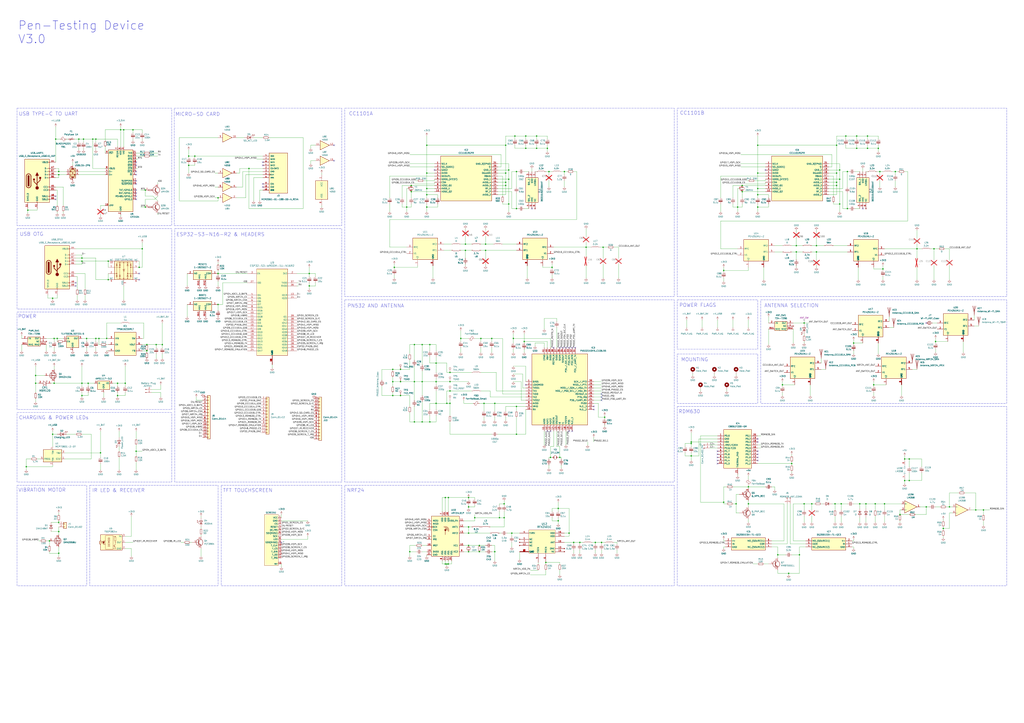
<source format=kicad_sch>
(kicad_sch (version 20250114) (generator "eeschema") (generator_version "9.0")
  (paper "A1")
  (title_block (title "Pen-Testing Device") (date "2025-02-17") (rev "3.0") (company "Author: Jonathan Woolf"))
  (lib_symbols
    (symbol "1-1825027-2:1-1825027-2"
      (property "Reference" "S" (at 21.59 7.62 0))
      (property "Value" "1-1825027-2" (at 21.59 5.08 0))
      (symbol "1-1825027-2_1_1"
        (pin passive line (at 0 0 0) (length 5.08) (name "NO") (number "2"))
        (pin passive line (at 10.16 -10.16 90) (length 5.08) (name "MH1") (number "MH1"))
        (pin passive line (at 15.24 -10.16 90) (length 5.08) (name "MH2") (number "MH2"))
        (pin passive line (at 25.4 0 180) (length 5.08) (name "COM") (number "1"))
      )
    )
    (symbol "2024-11-25_13-42-05:RFX2401C" (pin_names (offset 0.254))
      (property "Reference" "U" (at 18.542 9.398 0))
      (property "Value" "RFX2401C" (at 18.542 6.604 0))
      (symbol "RFX2401C_0_1"
        (pin unspecified line (at 0 2.54 0) (length 7.62) (name "TXRX") (number "4"))
        (pin no_connect line (at 0 -2.54 0) (length 7.62) (name "NC") (number "1"))
        (pin no_connect line (at 0 -5.08 0) (length 7.62) (name "NC") (number "7"))
        (pin no_connect line (at 0 -7.62 0) (length 7.62) (name "NC") (number "12"))
        (pin power_out line (at 0 -12.7 0) (length 7.62) (name "GND") (number "11"))
        (pin power_out line (at 0 -12.7 0) (length 7.62) (name "GND") (number "17"))
        (pin power_out line (at 0 -12.7 0) (length 7.62) (name "GND") (number "2"))
        (pin power_out line (at 0 -12.7 0) (length 7.62) (name "GND") (number "3"))
        (pin power_out line (at 0 -12.7 0) (length 7.62) (name "GND") (number "8"))
        (pin power_out line (at 0 -12.7 0) (length 7.62) (name "GND") (number "9"))
        (pin input line (at 15.24 -21.59 90) (length 7.62) (name "TXEN") (number "5"))
        (pin input line (at 21.59 -21.59 90) (length 7.62) (name "RXEN") (number "6"))
        (pin power_in line (at 36.83 2.54 180) (length 7.62) (name "VDD") (number "16"))
        (pin power_in line (at 36.83 0 180) (length 7.62) (name "VDD") (number "14"))
        (pin unspecified line (at 36.83 -5.08 180) (length 7.62) (name "ANT") (number "10"))
        (pin no_connect line (at 36.83 -10.16 180) (length 7.62) (name "DNC") (number "13"))
        (pin no_connect line (at 36.83 -12.7 180) (length 7.62) (name "NC") (number "15"))
      )
    )
    (symbol "4xxx:4050" (pin_names (offset 1.016))
      (property "Reference" "U" (at 0 1.27 0))
      (property "Value" "4050" (at 0 -1.27 0))
      (symbol "4050_1_0"
        (pin input line (at -7.62 0 0) (length 3.81) (name "~") (number "3"))
        (pin output line (at 7.62 0 180) (length 3.81) (name "~") (number "2"))
      )
      (symbol "4050_2_0"
        (pin input line (at -7.62 0 0) (length 3.81) (name "~") (number "5"))
        (pin output line (at 7.62 0 180) (length 3.81) (name "~") (number "4"))
      )
      (symbol "4050_3_0"
        (pin input line (at -7.62 0 0) (length 3.81) (name "~") (number "7"))
        (pin output line (at 7.62 0 180) (length 3.81) (name "~") (number "6"))
      )
      (symbol "4050_4_0"
        (pin input line (at -7.62 0 0) (length 3.81) (name "~") (number "9"))
        (pin output line (at 7.62 0 180) (length 3.81) (name "~") (number "10"))
      )
      (symbol "4050_5_0"
        (pin input line (at -7.62 0 0) (length 3.81) (name "~") (number "11"))
        (pin output line (at 7.62 0 180) (length 3.81) (name "~") (number "12"))
      )
      (symbol "4050_6_0"
        (pin input line (at -7.62 0 0) (length 3.81) (name "~") (number "14"))
        (pin output line (at 7.62 0 180) (length 3.81) (name "~") (number "15"))
      )
      (symbol "4050_7_0"
        (pin power_in line (at 0 12.7 270) (length 5.08) (name "VCC") (number "1"))
        (pin power_in line (at 0 -12.7 90) (length 5.08) (name "VSS") (number "8"))
      )
    )
    (symbol "Amplifier_Operational:LM358" (pin_names (offset 0.127))
      (property "Reference" "U" (at 0 5.08 0))
      (property "Value" "LM358" (at 0 -5.08 0))
      (symbol "LM358_1_1"
        (pin input line (at -7.62 2.54 0) (length 2.54) (name "+") (number "3"))
        (pin input line (at -7.62 -2.54 0) (length 2.54) (name "-") (number "2"))
        (pin output line (at 7.62 0 180) (length 2.54) (name "~") (number "1"))
      )
      (symbol "LM358_2_1"
        (pin input line (at -7.62 2.54 0) (length 2.54) (name "+") (number "5"))
        (pin input line (at -7.62 -2.54 0) (length 2.54) (name "-") (number "6"))
        (pin output line (at 7.62 0 180) (length 2.54) (name "~") (number "7"))
      )
      (symbol "LM358_3_1"
        (pin power_in line (at -2.54 7.62 270) (length 3.81) (name "V+") (number "8"))
        (pin power_in line (at -2.54 -7.62 90) (length 3.81) (name "V-") (number "4"))
      )
    )
    (symbol "B0310J50100AHF:B0310J50100AHF"
      (property "Reference" "FL" (at 13.716 7.366 0))
      (property "Value" "B0310J50100AHF" (at 6.604 5.08 0))
      (symbol "B0310J50100AHF_1_1"
        (pin passive line (at 0 0 0) (length 5.08) (name "UNBAL") (number "1"))
        (pin passive line (at 0 -2.54 0) (length 5.08) (name "GND") (number "2"))
        (pin passive line (at 0 -5.08 0) (length 5.08) (name "BAL_1") (number "3"))
        (pin no_connect line (at 30.48 0 180) (length 5.08) (name "NC") (number "6"))
        (pin passive line (at 30.48 -2.54 180) (length 5.08) (name "DNC") (number "5"))
        (pin passive line (at 30.48 -5.08 180) (length 5.08) (name "BAL_2") (number "4"))
      )
    )
    (symbol "Battery_Management:MCP73831-2-OT"
      (property "Reference" "U" (at -7.62 6.35 0))
      (property "Value" "MCP73831-2-OT" (at 1.27 6.35 0))
      (symbol "MCP73831-2-OT_1_1"
        (pin input line (at -10.16 -2.54 0) (length 2.54) (name "PROG") (number "5"))
        (pin power_in line (at 0 7.62 270) (length 2.54) (name "V_{DD}") (number "4"))
        (pin power_in line (at 0 -7.62 90) (length 2.54) (name "V_{SS}") (number "2"))
        (pin power_out line (at 10.16 2.54 180) (length 2.54) (name "V_{BAT}") (number "3"))
        (pin tri_state line (at 10.16 -2.54 180) (length 2.54) (name "STAT") (number "1"))
      )
    )
    (symbol "C8051F330-GM:C8051F330-GM"
      (property "Reference" "IC" (at 8.636 20.066 0))
      (property "Value" "C8051F330-GM" (at 8.636 17.526 0))
      (symbol "C8051F330-GM_1_1"
        (pin passive line (at 0 10.16 0) (length 5.08) (name "P0.0") (number "1"))
        (pin passive line (at 0 7.62 0) (length 5.08) (name "GND") (number "2"))
        (pin passive line (at 0 5.08 0) (length 5.08) (name "VDD") (number "3"))
        (pin passive line (at 0 2.54 0) (length 5.08) (name "/RST/C2CK") (number "4"))
        (pin passive line (at 0 0 0) (length 5.08) (name "P2.0/C2D") (number "5"))
        (pin passive line (at 0 -2.54 0) (length 5.08) (name "P1.7") (number "6"))
        (pin passive line (at 0 -5.08 0) (length 5.08) (name "P1.6") (number "7"))
        (pin passive line (at 0 -7.62 0) (length 5.08) (name "P1.5") (number "8"))
        (pin passive line (at 0 -10.16 0) (length 5.08) (name "P1.4") (number "9"))
        (pin passive line (at 0 -12.7 0) (length 5.08) (name "P1.3") (number "10"))
        (pin passive line (at 16.51 -21.59 90) (length 5.08) (name "THERMAL_PAD") (number "21"))
        (pin passive line (at 33.02 10.16 180) (length 5.08) (name "P0.1") (number "20"))
        (pin passive line (at 33.02 7.62 180) (length 5.08) (name "P0.2") (number "19"))
        (pin passive line (at 33.02 5.08 180) (length 5.08) (name "P0.3") (number "18"))
        (pin passive line (at 33.02 2.54 180) (length 5.08) (name "P0.4") (number "17"))
        (pin passive line (at 33.02 0 180) (length 5.08) (name "P0.5") (number "16"))
        (pin passive line (at 33.02 -2.54 180) (length 5.08) (name "P0.6") (number "15"))
        (pin passive line (at 33.02 -5.08 180) (length 5.08) (name "P0.7") (number "14"))
        (pin passive line (at 33.02 -7.62 180) (length 5.08) (name "P1.0") (number "13"))
        (pin passive line (at 33.02 -10.16 180) (length 5.08) (name "P1.1") (number "12"))
        (pin passive line (at 33.02 -12.7 180) (length 5.08) (name "P1.2") (number "11"))
      )
    )
    (symbol "CC1101RGPR:CC1101RGPR"
      (property "Reference" "IC" (at 34.29 17.78 0))
      (property "Value" "CC1101RGPR" (at 34.29 15.24 0))
      (symbol "CC1101RGPR_1_1"
        (pin passive line (at 0 6.35 0) (length 5.08) (name "SCLK") (number "1"))
        (pin passive line (at 0 3.81 0) (length 5.08) (name "SO_(GDO1)") (number "2"))
        (pin passive line (at 0 1.27 0) (length 5.08) (name "GDO2") (number "3"))
        (pin passive line (at 0 -1.27 0) (length 5.08) (name "DVDD") (number "4"))
        (pin passive line (at 0 -3.81 0) (length 5.08) (name "DCOUPL") (number "5"))
        (pin passive line (at 0 -6.35 0) (length 5.08) (name "GDO0_(ATEST)") (number "6"))
        (pin passive line (at 0 -8.89 0) (length 5.08) (name "CSN") (number "7"))
        (pin passive line (at 0 -11.43 0) (length 5.08) (name "XOSC_Q1") (number "8"))
        (pin passive line (at 0 -13.97 0) (length 5.08) (name "AVDD_1") (number "9"))
        (pin passive line (at 0 -16.51 0) (length 5.08) (name "XOSC_Q2") (number "10"))
        (pin passive line (at 52.07 6.35 180) (length 5.08) (name "GND_3(EPAD)") (number "21"))
        (pin passive line (at 52.07 3.81 180) (length 5.08) (name "SI") (number "20"))
        (pin passive line (at 52.07 1.27 180) (length 5.08) (name "GND_2") (number "19"))
        (pin passive line (at 52.07 -1.27 180) (length 5.08) (name "DGUARD") (number "18"))
        (pin passive line (at 52.07 -3.81 180) (length 5.08) (name "RBIAS") (number "17"))
        (pin passive line (at 52.07 -6.35 180) (length 5.08) (name "GND_1") (number "16"))
        (pin passive line (at 52.07 -8.89 180) (length 5.08) (name "AVDD_4") (number "15"))
        (pin passive line (at 52.07 -11.43 180) (length 5.08) (name "AVDD_3") (number "14"))
        (pin passive line (at 52.07 -13.97 180) (length 5.08) (name "RF_N") (number "13"))
        (pin passive line (at 52.07 -16.51 180) (length 5.08) (name "RF_P") (number "12"))
        (pin passive line (at 52.07 -19.05 180) (length 5.08) (name "AVDD_2") (number "11"))
      )
    )
    (symbol "Connector:Conn_01x02_Pin" (pin_names (offset 1.016) (hide yes))
      (property "Reference" "J" (at 0 2.54 0))
      (property "Value" "Conn_01x02_Pin" (at 0 -5.08 0))
      (symbol "Conn_01x02_Pin_1_1"
        (pin passive line (at 5.08 0 180) (length 3.81) (name "Pin_1") (number "1"))
        (pin passive line (at 5.08 -2.54 180) (length 3.81) (name "Pin_2") (number "2"))
      )
    )
    (symbol "Connector:Conn_Coaxial_Small" (pin_numbers (hide yes)) (pin_names (offset 1.016) (hide yes))
      (property "Reference" "J" (at 0.254 3.048 0))
      (property "Value" "Conn_Coaxial_Small" (at 0 -3.81 0))
      (symbol "Conn_Coaxial_Small_1_1"
        (pin passive line (at -2.54 0 0) (length 1.27) (name "In") (number "1"))
        (pin passive line (at 2.54 0 180) (length 1.27) (name "Ext") (number "2"))
      )
    )
    (symbol "Connector:TestPoint" (pin_numbers (hide yes)) (pin_names (offset 0.762) (hide yes))
      (property "Reference" "TP" (at 0 6.858 0))
      (property "Value" "TestPoint" (at 0 5.08 0))
      (symbol "TestPoint_1_1"
        (pin passive line (at 0 0 90) (length 2.54) (name "1") (number "1"))
      )
    )
    (symbol "Connector:USB_C_Receptacle_USB2.0_16P" (pin_names (offset 1.016))
      (property "Reference" "J1" (at 0 22.86 0))
      (property "Value" "USB_C_Receptacle_USB2.0_16P" (at 0 20.32 0))
      (symbol "USB_C_Receptacle_USB2.0_16P_1_1"
        (pin passive line (at -7.62 -22.86 90) (length 5.08) (name "SHIELD") (number "S1"))
        (pin passive line (at 0 -22.86 90) (length 5.08) (name "GND") (number "A1"))
        (pin passive line (at 0 -22.86 90) (length 5.08) (hide yes) (name "GND") (number "A12"))
        (pin passive line (at 0 -22.86 90) (length 5.08) (hide yes) (name "GND") (number "B1"))
        (pin passive line (at 0 -22.86 90) (length 5.08) (hide yes) (name "GND") (number "B12"))
        (pin passive line (at 15.24 15.24 180) (length 5.08) (name "VBUS") (number "A4"))
        (pin passive line (at 15.24 15.24 180) (length 5.08) (hide yes) (name "VBUS") (number "A9"))
        (pin passive line (at 15.24 15.24 180) (length 5.08) (hide yes) (name "VBUS") (number "B4"))
        (pin passive line (at 15.24 15.24 180) (length 5.08) (hide yes) (name "VBUS") (number "B9"))
        (pin bidirectional line (at 15.24 10.16 180) (length 5.08) (name "D-") (number "A7"))
        (pin bidirectional line (at 15.24 7.62 180) (length 5.08) (name "D-") (number "B7"))
        (pin bidirectional line (at 15.24 5.08 180) (length 5.08) (name "D+") (number "A6"))
        (pin bidirectional line (at 15.24 2.54 180) (length 5.08) (name "D+") (number "B6"))
        (pin bidirectional line (at 15.24 -5.08 180) (length 5.08) (name "CC1") (number "A5"))
        (pin bidirectional line (at 15.24 -7.62 180) (length 5.08) (name "CC2") (number "B5"))
        (pin bidirectional line (at 15.24 -12.7 180) (length 5.08) (name "SBU1") (number "A8"))
        (pin bidirectional line (at 15.24 -15.24 180) (length 5.08) (name "SBU2") (number "B8"))
      )
    )
    (symbol "Connector_Generic:Conn_01x02" (pin_names (offset 1.016) (hide yes))
      (property "Reference" "J" (at 0 2.54 0))
      (property "Value" "Conn_01x02" (at 0 -5.08 0))
      (symbol "Conn_01x02_1_1"
        (pin passive line (at -5.08 0 0) (length 3.81) (name "Pin_1") (number "1"))
        (pin passive line (at -5.08 -2.54 0) (length 3.81) (name "Pin_2") (number "2"))
      )
    )
    (symbol "Connector_Generic:Conn_01x12" (pin_names (offset 1.016) (hide yes))
      (property "Reference" "J" (at 0 15.24 0))
      (property "Value" "Conn_01x12" (at 0 -17.78 0))
      (symbol "Conn_01x12_1_1"
        (pin passive line (at -5.08 12.7 0) (length 3.81) (name "Pin_1") (number "1"))
        (pin passive line (at -5.08 10.16 0) (length 3.81) (name "Pin_2") (number "2"))
        (pin passive line (at -5.08 7.62 0) (length 3.81) (name "Pin_3") (number "3"))
        (pin passive line (at -5.08 5.08 0) (length 3.81) (name "Pin_4") (number "4"))
        (pin passive line (at -5.08 2.54 0) (length 3.81) (name "Pin_5") (number "5"))
        (pin passive line (at -5.08 0 0) (length 3.81) (name "Pin_6") (number "6"))
        (pin passive line (at -5.08 -2.54 0) (length 3.81) (name "Pin_7") (number "7"))
        (pin passive line (at -5.08 -5.08 0) (length 3.81) (name "Pin_8") (number "8"))
        (pin passive line (at -5.08 -7.62 0) (length 3.81) (name "Pin_9") (number "9"))
        (pin passive line (at -5.08 -10.16 0) (length 3.81) (name "Pin_10") (number "10"))
        (pin passive line (at -5.08 -12.7 0) (length 3.81) (name "Pin_11") (number "11"))
        (pin passive line (at -5.08 -15.24 0) (length 3.81) (name "Pin_12") (number "12"))
      )
    )
    (symbol "Connector_Generic:Conn_01x14" (pin_names (offset 1.016) (hide yes))
      (property "Reference" "J" (at 0 17.78 0))
      (property "Value" "Conn_01x14" (at 0 -20.32 0))
      (symbol "Conn_01x14_1_1"
        (pin passive line (at -5.08 15.24 0) (length 3.81) (name "Pin_1") (number "1"))
        (pin passive line (at -5.08 12.7 0) (length 3.81) (name "Pin_2") (number "2"))
        (pin passive line (at -5.08 10.16 0) (length 3.81) (name "Pin_3") (number "3"))
        (pin passive line (at -5.08 7.62 0) (length 3.81) (name "Pin_4") (number "4"))
        (pin passive line (at -5.08 5.08 0) (length 3.81) (name "Pin_5") (number "5"))
        (pin passive line (at -5.08 2.54 0) (length 3.81) (name "Pin_6") (number "6"))
        (pin passive line (at -5.08 0 0) (length 3.81) (name "Pin_7") (number "7"))
        (pin passive line (at -5.08 -2.54 0) (length 3.81) (name "Pin_8") (number "8"))
        (pin passive line (at -5.08 -5.08 0) (length 3.81) (name "Pin_9") (number "9"))
        (pin passive line (at -5.08 -7.62 0) (length 3.81) (name "Pin_10") (number "10"))
        (pin passive line (at -5.08 -10.16 0) (length 3.81) (name "Pin_11") (number "11"))
        (pin passive line (at -5.08 -12.7 0) (length 3.81) (name "Pin_12") (number "12"))
        (pin passive line (at -5.08 -15.24 0) (length 3.81) (name "Pin_13") (number "13"))
        (pin passive line (at -5.08 -17.78 0) (length 3.81) (name "Pin_14") (number "14"))
      )
    )
    (symbol "DG2001EDV-T1-GE3:DG2001EDV-T1-GE3"
      (property "Reference" "IC" (at 34.29 7.62 0))
      (property "Value" "DG2001EDV-T1-GE3" (at 34.29 5.08 0))
      (symbol "DG2001EDV-T1-GE3_1_1"
        (pin passive line (at 0 0 0) (length 5.08) (name "V+") (number "2"))
        (pin passive line (at 0 -2.54 0) (length 5.08) (name "IN") (number "1"))
        (pin passive line (at 0 -5.08 0) (length 5.08) (name "GND") (number "3"))
        (pin passive line (at 38.1 0 180) (length 5.08) (name "NO_(SOURCE1)") (number "6"))
        (pin passive line (at 38.1 -2.54 180) (length 5.08) (name "COM") (number "5"))
        (pin passive line (at 38.1 -5.08 180) (length 5.08) (name "NC_(SOURCE2)") (number "4"))
      )
    )
    (symbol "Device:Antenna" (pin_numbers (hide yes)) (pin_names (offset 1.016) (hide yes))
      (property "Reference" "AE" (at -1.905 1.905 0))
      (property "Value" "Antenna" (at -1.905 0 0))
      (symbol "Antenna_1_1"
        (pin input line (at 0 -5.08 90) (length 2.54) (name "A") (number "1"))
      )
    )
    (symbol "Device:C_Polarized_Small" (pin_numbers (hide yes)) (pin_names (offset 0.254) (hide yes))
      (property "Reference" "C" (at 0.254 1.778 0))
      (property "Value" "C_Polarized_Small" (at 0.254 -2.032 0))
      (symbol "C_Polarized_Small_1_1"
        (pin passive line (at 0 2.54 270) (length 1.8542) (name "~") (number "1"))
        (pin passive line (at 0 -2.54 90) (length 1.8542) (name "~") (number "2"))
      )
    )
    (symbol "Device:C_Small" (pin_numbers (hide yes)) (pin_names (offset 0.254) (hide yes))
      (property "Reference" "C" (at 0.254 1.778 0))
      (property "Value" "C_Small" (at 0.254 -2.032 0))
      (symbol "C_Small_1_1"
        (pin passive line (at 0 2.54 270) (length 2.032) (name "~") (number "1"))
        (pin passive line (at 0 -2.54 90) (length 2.032) (name "~") (number "2"))
      )
    )
    (symbol "Device:Crystal_GND2_Small" (pin_names (offset 1.016) (hide yes))
      (property "Reference" "Y" (at 0 5.08 0))
      (property "Value" "Crystal_GND2_Small" (at 0 3.175 0))
      (symbol "Crystal_GND2_Small_1_1"
        (pin passive line (at -2.54 0 0) (length 1.27) (name "1") (number "1"))
        (pin passive line (at 0 -2.54 90) (length 0.635) (name "2") (number "2"))
        (pin passive line (at 2.54 0 180) (length 1.27) (name "3") (number "3"))
      )
    )
    (symbol "Device:Crystal_Small" (pin_numbers (hide yes)) (pin_names (offset 1.016) (hide yes))
      (property "Reference" "Y" (at 0 2.54 0))
      (property "Value" "Crystal_Small" (at 0 -2.54 0))
      (symbol "Crystal_Small_1_1"
        (pin passive line (at -2.54 0 0) (length 1.27) (name "1") (number "1"))
        (pin passive line (at 2.54 0 180) (length 1.27) (name "2") (number "2"))
      )
    )
    (symbol "Device:D" (pin_numbers (hide yes)) (pin_names (offset 1.016) (hide yes))
      (property "Reference" "D" (at 0 2.54 0))
      (property "Value" "D" (at 0 -2.54 0))
      (symbol "D_1_1"
        (pin passive line (at -3.81 0 0) (length 2.54) (name "K") (number "1"))
        (pin passive line (at 3.81 0 180) (length 2.54) (name "A") (number "2"))
      )
    )
    (symbol "Device:FerriteBead_Small" (pin_numbers (hide yes)) (pin_names (offset 0))
      (property "Reference" "FB" (at 1.905 1.27 0))
      (property "Value" "FerriteBead_Small" (at 1.905 -1.27 0))
      (symbol "FerriteBead_Small_1_1"
        (pin passive line (at 0 2.54 270) (length 1.27) (name "~") (number "1"))
        (pin passive line (at 0 -2.54 90) (length 1.27) (name "~") (number "2"))
      )
    )
    (symbol "Device:L" (pin_numbers (hide yes)) (pin_names (offset 1.016) (hide yes))
      (property "Reference" "L" (at -1.27 0 90))
      (property "Value" "L" (at 1.905 0 90))
      (symbol "L_1_1"
        (pin passive line (at 0 3.81 270) (length 1.27) (name "1") (number "1"))
        (pin passive line (at 0 -3.81 90) (length 1.27) (name "2") (number "2"))
      )
    )
    (symbol "Device:LED" (pin_numbers (hide yes)) (pin_names (offset 1.016) (hide yes))
      (property "Reference" "D" (at 0 2.54 0))
      (property "Value" "LED" (at 0 -2.54 0))
      (symbol "LED_1_1"
        (pin passive line (at -3.81 0 0) (length 2.54) (name "K") (number "1"))
        (pin passive line (at 3.81 0 180) (length 2.54) (name "A") (number "2"))
      )
    )
    (symbol "Device:Polyfuse_Small" (pin_numbers (hide yes)) (pin_names (offset 0))
      (property "Reference" "F" (at -1.905 0 90))
      (property "Value" "Polyfuse_Small" (at 1.905 0 90))
      (symbol "Polyfuse_Small_1_1"
        (pin passive line (at 0 2.54 270) (length 0.635) (name "~") (number "1"))
        (pin passive line (at 0 -2.54 90) (length 0.635) (name "~") (number "2"))
      )
    )
    (symbol "Device:Q_NPN_BEC" (pin_names (offset 0) (hide yes))
      (property "Reference" "Q" (at 5.08 1.27 0))
      (property "Value" "Q_NPN_BEC" (at 5.08 -1.27 0))
      (symbol "Q_NPN_BEC_1_1"
        (pin input line (at -5.08 0 0) (length 5.715) (name "B") (number "1"))
        (pin passive line (at 2.54 5.08 270) (length 2.54) (name "C") (number "3"))
        (pin passive line (at 2.54 -5.08 90) (length 2.54) (name "E") (number "2"))
      )
    )
    (symbol "Device:Q_PMOS_GSD" (pin_names (offset 0) (hide yes))
      (property "Reference" "Q" (at 5.08 1.27 0))
      (property "Value" "Q_PMOS_GSD" (at 5.08 -1.27 0))
      (symbol "Q_PMOS_GSD_1_1"
        (pin input line (at -5.08 0 0) (length 2.54) (name "G") (number "1"))
        (pin passive line (at 2.54 5.08 270) (length 2.54) (name "D") (number "3"))
        (pin passive line (at 2.54 -5.08 90) (length 2.54) (name "S") (number "2"))
      )
    )
    (symbol "Device:Q_PNP_BEC" (pin_names (offset 0) (hide yes))
      (property "Reference" "Q" (at 5.08 1.27 0))
      (property "Value" "Q_PNP_BEC" (at 5.08 -1.27 0))
      (symbol "Q_PNP_BEC_1_1"
        (pin input line (at -5.08 0 0) (length 5.715) (name "B") (number "1"))
        (pin passive line (at 2.54 5.08 270) (length 2.54) (name "C") (number "3"))
        (pin passive line (at 2.54 -5.08 90) (length 2.54) (name "E") (number "2"))
      )
    )
    (symbol "Device:R_Small" (pin_numbers (hide yes)) (pin_names (offset 0.254) (hide yes))
      (property "Reference" "R" (at 0.762 0.508 0))
      (property "Value" "R_Small" (at 0.762 -1.016 0))
      (symbol "R_Small_1_1"
        (pin passive line (at 0 2.54 270) (length 0.762) (name "~") (number "1"))
        (pin passive line (at 0 -2.54 90) (length 0.762) (name "~") (number "2"))
      )
    )
    (symbol "Diode:1N4148WT" (pin_numbers (hide yes)) (pin_names (hide yes))
      (property "Reference" "D" (at 0 2.54 0))
      (property "Value" "1N4148WT" (at 0 -2.54 0))
      (symbol "1N4148WT_1_1"
        (pin passive line (at -3.81 0 0) (length 2.54) (name "K") (number "1"))
        (pin passive line (at 3.81 0 180) (length 2.54) (name "A") (number "2"))
      )
    )
    (symbol "Imported SamacSys_Parts:734-7296"
      (property "Reference" "S1" (at 12.7 7.62 0))
      (property "Value" "734-7296" (at 12.7 5.08 0))
      (symbol "734-7296_1_1"
        (pin passive line (at 2.54 2.54 0) (length 5.08) (name "IN") (number "2"))
        (pin passive line (at 2.54 -2.54 0) (length 5.08) (name "MH1") (number "MH1"))
        (pin passive line (at 22.86 2.54 180) (length 5.08) (name "OUT") (number "3"))
        (pin no_connect line (at 22.86 0 180) (length 5.08) (name "NC") (number "1"))
        (pin passive line (at 22.86 -2.54 180) (length 5.08) (name "MH2") (number "MH2"))
      )
    )
    (symbol "Interface_Optical:TSOP382xx"
      (property "Reference" "U" (at -10.16 7.62 0))
      (property "Value" "TSOP382xx" (at -10.16 -7.62 0))
      (symbol "TSOP382xx_0_0"
        (text "DEMOD" (at -3.175 0.254 900) (effects (font (size 1.524 1.524))))
      )
      (symbol "TSOP382xx_1_1"
        (pin power_in line (at 10.16 5.08 180) (length 2.54) (name "Vs") (number "3"))
        (pin output line (at 10.16 0 180) (length 2.54) (name "OUT") (number "1"))
        (pin power_in line (at 10.16 -5.08 180) (length 2.54) (name "GND") (number "2"))
      )
    )
    (symbol "Interface_USB:CP2104"
      (property "Reference" "U" (at -5.08 28.575 0))
      (property "Value" "CP2104" (at -5.08 26.67 0))
      (symbol "CP2104_1_1"
        (pin bidirectional line (at -12.7 22.86 0) (length 2.54) (name "~{RST}") (number "9"))
        (pin input line (at -12.7 10.16 0) (length 2.54) (name "VBUS") (number "8"))
        (pin bidirectional line (at -12.7 7.62 0) (length 2.54) (name "D-") (number "4"))
        (pin bidirectional line (at -12.7 5.08 0) (length 2.54) (name "D+") (number "3"))
        (pin passive line (at -12.7 -20.32 0) (length 2.54) (name "VPP") (number "16"))
        (pin power_in line (at -2.54 27.94 270) (length 2.54) (name "REGIN") (number "7"))
        (pin power_in line (at 0 27.94 270) (length 2.54) (name "VDD") (number "6"))
        (pin power_in line (at 0 -27.94 90) (length 2.54) (name "GND") (number "2"))
        (pin passive line (at 0 -27.94 90) (length 2.54) (hide yes) (name "GND") (number "25"))
        (pin power_in line (at 2.54 27.94 270) (length 2.54) (name "VIO") (number "5"))
        (pin no_connect line (at 10.16 -20.32 180) (length 2.54) (hide yes) (name "NC") (number "10"))
        (pin output line (at 12.7 22.86 180) (length 2.54) (name "TXD") (number "21"))
        (pin input line (at 12.7 20.32 180) (length 2.54) (name "RXD") (number "20"))
        (pin output line (at 12.7 17.78 180) (length 2.54) (name "~{RTS}") (number "19"))
        (pin input line (at 12.7 15.24 180) (length 2.54) (name "~{CTS}") (number "18"))
        (pin input line (at 12.7 12.7 180) (length 2.54) (name "~{DSR}") (number "22"))
        (pin output line (at 12.7 10.16 180) (length 2.54) (name "~{DTR}") (number "23"))
        (pin input line (at 12.7 7.62 180) (length 2.54) (name "~{DCD}") (number "24"))
        (pin input line (at 12.7 5.08 180) (length 2.54) (name "~{RI}") (number "1"))
        (pin output line (at 12.7 0 180) (length 2.54) (name "SUSPEND") (number "17"))
        (pin output line (at 12.7 -2.54 180) (length 2.54) (name "~{SUSPEND}") (number "15"))
        (pin bidirectional line (at 12.7 -7.62 180) (length 2.54) (name "TXT/GPIO.0") (number "14"))
        (pin bidirectional line (at 12.7 -10.16 180) (length 2.54) (name "RXT/GPIO.1") (number "13"))
        (pin bidirectional line (at 12.7 -12.7 180) (length 2.54) (name "RS485/GPIO.2") (number "12"))
        (pin bidirectional line (at 12.7 -15.24 180) (length 2.54) (name "GPIO.3") (number "11"))
      )
    )
    (symbol "LED:IR204A" (pin_numbers (hide yes)) (pin_names (offset 1.016) (hide yes))
      (property "Reference" "D" (at 0.508 1.778 0))
      (property "Value" "IR204A" (at -1.016 -2.794 0))
      (symbol "IR204A_1_1"
        (pin passive line (at -5.08 0 0) (length 2.54) (name "K") (number "1"))
        (pin passive line (at 2.54 0 180) (length 2.54) (name "A") (number "2"))
      )
    )
    (symbol "MBR120:MBR120LSFT3G" (pin_names (offset 0.254))
      (property "Reference" "CR" (at 5.08 4.445 0))
      (property "Value" "MBR120LSFT3G" (at 5.08 -3.81 0))
      (symbol "MBR120LSFT3G_0_1"
        (pin unspecified line (at 0 0 0) (length 2.54) (name "") (number "2"))
        (pin unspecified line (at 10.16 0 180) (length 2.54) (name "") (number "1"))
      )
    )
    (symbol "Mechanical:MountingHole_Pad" (pin_numbers (hide yes)) (pin_names (offset 1.016) (hide yes))
      (property "Reference" "H" (at 0 6.35 0))
      (property "Value" "MountingHole_Pad" (at 0 4.445 0))
      (symbol "MountingHole_Pad_1_1"
        (pin input line (at 0 -2.54 90) (length 2.54) (name "1") (number "1"))
      )
    )
    (symbol "Micro_SD_Card:MEM2061-01-188-00-A_REVA" (pin_names (offset 1.016))
      (property "Reference" "J" (at 0 15.2675 0))
      (property "Value" "MEM2061-01-188-00-A_REVA" (at 0 -20.3415 0))
      (symbol "MEM2061-01-188-00-A_REVA_0_0"
        (pin power_in line (at -5.08 12.7 0) (length 5.08) (name "VDD") (number "4"))
        (pin bidirectional line (at -5.08 10.16 0) (length 5.08) (name "DAT0") (number "7"))
        (pin bidirectional line (at -5.08 7.62 0) (length 5.08) (name "DAT1") (number "8"))
        (pin bidirectional line (at -5.08 5.08 0) (length 5.08) (name "DAT2") (number "1"))
        (pin bidirectional line (at -5.08 2.54 0) (length 5.08) (name "CD/DAT3") (number "2"))
        (pin bidirectional line (at -5.08 0 0) (length 5.08) (name "CMD") (number "3"))
        (pin bidirectional clock (at -5.08 -2.54 0) (length 5.08) (name "CLK") (number "5"))
        (pin power_in line (at -5.08 -5.08 0) (length 5.08) (name "VSS") (number "6"))
        (pin passive line (at -5.08 -10.16 0) (length 5.08) (name "CD1") (number "9"))
        (pin passive line (at -5.08 -12.7 0) (length 5.08) (name "CD2") (number "10"))
        (pin power_in line (at -5.08 -15.24 0) (length 5.08) (name "GND") (number "11"))
        (pin power_in line (at -5.08 -15.24 0) (length 5.08) (name "GND") (number "12"))
      )
    )
    (symbol "PE4251MLI-Z:PE4251MLI-Z"
      (property "Reference" "U" (at 5.08 7.112 0))
      (property "Value" "PE4251MLI-Z" (at 5.08 4.572 0))
      (symbol "PE4251MLI-Z_1_1"
        (pin passive line (at 0 -5.08 0) (length 5.08) (name "RFC") (number "3"))
        (pin passive line (at 0 -10.16 0) (length 5.08) (name "V1") (number "2"))
        (pin passive line (at 8.89 -20.32 90) (length 5.08) (name "V2") (number "1"))
        (pin passive line (at 21.59 -20.32 90) (length 5.08) (name "GND") (number "4"))
        (pin passive line (at 21.59 -20.32 90) (length 5.08) (name "GND") (number "6"))
        (pin passive line (at 21.59 -20.32 90) (length 5.08) (name "GND") (number "7"))
        (pin passive line (at 21.59 -20.32 90) (length 5.08) (name "EP") (number "9"))
        (pin passive line (at 30.48 -2.54 180) (length 5.08) (name "RF2") (number "8"))
        (pin passive line (at 30.48 -7.62 180) (length 5.08) (name "RF1") (number "5"))
      )
    )
    (symbol "PN5321A3HN_C106_55:PN5321A3HN_C106,55"
      (property "Reference" "IC" (at 52.07 27.94 0))
      (property "Value" "PN5321A3HN_C106,55" (at 52.07 25.4 0))
      (symbol "PN5321A3HN_C106,55_1_1"
        (pin passive line (at 0 0 0) (length 5.08) (name "DVSS") (number "1"))
        (pin passive line (at 0 -2.54 0) (length 5.08) (name "LOADMOD") (number "2"))
        (pin passive line (at 0 -5.08 0) (length 5.08) (name "TVSS1") (number "3"))
        (pin passive line (at 0 -7.62 0) (length 5.08) (name "TX1") (number "4"))
        (pin passive line (at 0 -10.16 0) (length 5.08) (name "TVDD") (number "5"))
        (pin passive line (at 0 -12.7 0) (length 5.08) (name "TX2") (number "6"))
        (pin passive line (at 0 -15.24 0) (length 5.08) (name "TVSS2") (number "7"))
        (pin passive line (at 0 -17.78 0) (length 5.08) (name "AVDD") (number "8"))
        (pin passive line (at 0 -20.32 0) (length 5.08) (name "VMID") (number "9"))
        (pin passive line (at 0 -22.86 0) (length 5.08) (name "RX") (number "10"))
        (pin passive line (at 15.24 27.94 270) (length 5.08) (name "EPAD") (number "41"))
        (pin passive line (at 15.24 -40.64 90) (length 5.08) (name "AVSS") (number "11"))
        (pin passive line (at 17.78 27.94 270) (length 5.08) (name "VBAT") (number "40"))
        (pin passive line (at 17.78 -40.64 90) (length 5.08) (name "AUX1") (number "12"))
        (pin passive line (at 20.32 27.94 270) (length 5.08) (name "DVDD") (number "39"))
        (pin passive line (at 20.32 -40.64 90) (length 5.08) (name "AUX2") (number "13"))
        (pin passive line (at 22.86 27.94 270) (length 5.08) (name "RSTPD_N") (number "38"))
        (pin passive line (at 22.86 -40.64 90) (length 5.08) (name "OSCIN") (number "14"))
        (pin passive line (at 25.4 27.94 270) (length 5.08) (name "SVDD") (number "37"))
        (pin passive line (at 25.4 -40.64 90) (length 5.08) (name "OSCOUT") (number "15"))
        (pin passive line (at 27.94 27.94 270) (length 5.08) (name "SIGIN") (number "36"))
        (pin passive line (at 27.94 -40.64 90) (length 5.08) (name "I0") (number "16"))
        (pin passive line (at 30.48 27.94 270) (length 5.08) (name "SIGOUT") (number "35"))
        (pin passive line (at 30.48 -40.64 90) (length 5.08) (name "I1") (number "17"))
        (pin passive line (at 33.02 27.94 270) (length 5.08) (name "P34_/_SIC_CLK") (number "34"))
        (pin passive line (at 33.02 -40.64 90) (length 5.08) (name "TESTEN") (number "18"))
        (pin passive line (at 35.56 27.94 270) (length 5.08) (name "P33_INT1") (number "33"))
        (pin passive line (at 35.56 -40.64 90) (length 5.08) (name "P35") (number "19"))
        (pin passive line (at 38.1 27.94 270) (length 5.08) (name "P32_INT0") (number "32"))
        (pin passive line (at 38.1 -40.64 90) (length 5.08) (name "N.C._1") (number "20"))
        (pin passive line (at 40.64 27.94 270) (length 5.08) (name "P31_/_UART_TX") (number "31"))
        (pin passive line (at 55.88 0 180) (length 5.08) (name "SCK_/_P72") (number "30"))
        (pin passive line (at 55.88 -2.54 180) (length 5.08) (name "MISO_/_P71") (number "29"))
        (pin passive line (at 55.88 -5.08 180) (length 5.08) (name "MOSI_/_SDA_/_HSU_TX") (number "28"))
        (pin passive line (at 55.88 -7.62 180) (length 5.08) (name "NSS_/_P50_SCL_/_HSU_RX") (number "27"))
        (pin passive line (at 55.88 -10.16 180) (length 5.08) (name "RSTOUT_N") (number "26"))
        (pin passive line (at 55.88 -12.7 180) (length 5.08) (name "P70_IRQ") (number "25"))
        (pin passive line (at 55.88 -15.24 180) (length 5.08) (name "P30_/UART_RX") (number "24"))
        (pin passive line (at 55.88 -17.78 180) (length 5.08) (name "PVDD") (number "23"))
        (pin passive line (at 55.88 -20.32 180) (length 5.08) (name "N.C._3") (number "22"))
        (pin passive line (at 55.88 -22.86 180) (length 5.08) (name "N.C._2") (number "21"))
      )
    )
    (symbol "Power_Protection:D3V3XA4B10LP" (pin_names (offset 0))
      (property "Reference" "U" (at -0.635 8.89 0))
      (property "Value" "D3V3XA4B10LP" (at 8.89 -10.16 0))
      (symbol "D3V3XA4B10LP_1_1"
        (pin free line (at -12.7 7.62 0) (length 5.08) (name "NC") (number "10"))
        (pin passive line (at -12.7 2.54 0) (length 5.08) (name "~") (number "1"))
        (pin passive line (at -12.7 -2.54 0) (length 5.08) (name "~") (number "2"))
        (pin free line (at -12.7 -7.62 0) (length 5.08) (name "NC") (number "9"))
        (pin power_in line (at 0 -12.7 90) (length 5.08) (name "VSS") (number "3"))
        (pin passive line (at 0 -12.7 90) (length 5.08) (hide yes) (name "VSS") (number "8"))
        (pin free line (at 12.7 7.62 180) (length 5.08) (name "NC") (number "7"))
        (pin passive line (at 12.7 2.54 180) (length 5.08) (name "~") (number "4"))
        (pin passive line (at 12.7 -2.54 180) (length 5.08) (name "~") (number "5"))
        (pin free line (at 12.7 -7.62 180) (length 5.08) (name "NC") (number "6"))
      )
    )
    (symbol "Power_Protection:USBLC6-2P6" (pin_names (hide yes))
      (property "Reference" "U" (at 0.635 5.715 0))
      (property "Value" "USBLC6-2P6" (at 0.635 3.81 0))
      (symbol "USBLC6-2P6_1_1"
        (pin passive line (at -5.08 0 0) (length 2.54) (name "I/O1") (number "1"))
        (pin passive line (at -5.08 -2.54 0) (length 2.54) (name "I/O2") (number "3"))
        (pin passive line (at 0 5.08 270) (length 2.54) (name "VBUS") (number "5"))
        (pin passive line (at 0 -7.62 90) (length 2.54) (name "GND") (number "2"))
        (pin passive line (at 5.08 0 180) (length 2.54) (name "I/O1") (number "6"))
        (pin passive line (at 5.08 -2.54 180) (length 2.54) (name "I/O2") (number "4"))
      )
    )
    (symbol "Project_Symbols:4.0_TFT_Display"
      (property "Reference" "SCREEN" (at 0 1.016 0))
      (symbol "4.0_TFT_Display_1_1"
        (pin bidirectional line (at 7.62 -2.54 180) (length 2.54) (name "VCC") (number "1"))
        (pin bidirectional line (at 7.62 -5.08 180) (length 2.54) (name "GND") (number "2"))
        (pin bidirectional line (at 7.62 -7.62 180) (length 2.54) (name "CS") (number "3"))
        (pin bidirectional line (at 7.62 -10.16 180) (length 2.54) (name "RESET") (number "4"))
        (pin bidirectional line (at 7.62 -12.7 180) (length 2.54) (name "DC/RS") (number "5"))
        (pin bidirectional line (at 7.62 -15.24 180) (length 2.54) (name "SDI(MOSI)") (number "6"))
        (pin bidirectional line (at 7.62 -17.78 180) (length 2.54) (name "SCK") (number "7"))
        (pin bidirectional line (at 7.62 -20.32 180) (length 2.54) (name "LED") (number "8"))
        (pin bidirectional line (at 7.62 -22.86 180) (length 2.54) (name "SDO(MISO)") (number "9"))
        (pin bidirectional line (at 7.62 -25.4 180) (length 2.54) (name "T_CLK") (number "10"))
        (pin bidirectional line (at 7.62 -27.94 180) (length 2.54) (name "T_CS") (number "11"))
        (pin bidirectional line (at 7.62 -30.48 180) (length 2.54) (name "T_DIN") (number "12"))
        (pin bidirectional line (at 7.62 -33.02 180) (length 2.54) (name "T_DO") (number "13"))
        (pin bidirectional line (at 7.62 -35.56 180) (length 2.54) (name "T_IRQ") (number "14"))
        (pin bidirectional line (at 7.62 -40.64 180) (length 2.54) (name "MH") (number "15"))
      )
    )
    (symbol "Project_Symbols:ESP32-S3-WROOM-1U-N16R2" (pin_names (offset 0.254))
      (property "Reference" "U" (at 20.32 10.16 0))
      (property "Value" "ESP32-S3-WROOM-1U-N16R2" (at 20.32 7.62 0))
      (symbol "ESP32-S3-WROOM-1U-N16R2_1_1"
        (pin input line (at 0 1.27 0) (length 7.62) (name "EN") (number "3"))
        (pin bidirectional line (at 0 -6.35 0) (length 7.62) (name "IO0") (number "27"))
        (pin bidirectional line (at 0 -16.51 0) (length 7.62) (name "IO4") (number "4"))
        (pin bidirectional line (at 0 -19.05 0) (length 7.62) (name "IO5") (number "5"))
        (pin bidirectional line (at 0 -21.59 0) (length 7.62) (name "IO6") (number "6"))
        (pin bidirectional line (at 0 -24.13 0) (length 7.62) (name "IO7") (number "7"))
        (pin bidirectional line (at 0 -26.67 0) (length 7.62) (name "IO15") (number "8"))
        (pin bidirectional line (at 0 -29.21 0) (length 7.62) (name "IO16") (number "9"))
        (pin bidirectional line (at 0 -31.75 0) (length 7.62) (name "IO17") (number "10"))
        (pin bidirectional line (at 0 -34.29 0) (length 7.62) (name "IO18") (number "11"))
        (pin bidirectional line (at 0 -36.83 0) (length 7.62) (name "IO8") (number "12"))
        (pin bidirectional line (at 0 -39.37 0) (length 7.62) (name "IO3") (number "15"))
        (pin bidirectional line (at 0 -41.91 0) (length 7.62) (name "IO46") (number "16"))
        (pin bidirectional line (at 0 -44.45 0) (length 7.62) (name "IO9") (number "17"))
        (pin bidirectional line (at 0 -46.99 0) (length 7.62) (name "IO10") (number "18"))
        (pin bidirectional line (at 0 -49.53 0) (length 7.62) (name "IO11") (number "19"))
        (pin bidirectional line (at 0 -52.07 0) (length 7.62) (name "IO12") (number "20"))
        (pin bidirectional line (at 0 -54.61 0) (length 7.62) (name "IO13") (number "21"))
        (pin bidirectional line (at 0 -57.15 0) (length 7.62) (name "IO14") (number "22"))
        (pin bidirectional line (at 0 -59.69 0) (length 7.62) (name "IO21") (number "23"))
        (pin bidirectional line (at 0 -62.23 0) (length 7.62) (name "IO47") (number "24"))
        (pin power_out line (at 20.32 -73.66 90) (length 7.62) (name "GND") (number "1"))
        (pin power_out line (at 20.32 -73.66 90) (length 7.62) (name "GND") (number "40"))
        (pin power_out line (at 20.32 -73.66 90) (length 7.62) (name "GND") (number "41"))
        (pin power_out line (at 20.32 -73.66 90) (length 7.62) (name "GND") (number "42"))
        (pin power_out line (at 20.32 -73.66 90) (length 7.62) (name "GND") (number "43"))
        (pin power_out line (at 20.32 -73.66 90) (length 7.62) (name "GND") (number "44"))
        (pin power_out line (at 20.32 -73.66 90) (length 7.62) (name "GND") (number "45"))
        (pin power_out line (at 20.32 -73.66 90) (length 7.62) (name "GND") (number "46"))
        (pin power_out line (at 20.32 -73.66 90) (length 7.62) (name "GND") (number "47"))
        (pin power_out line (at 20.32 -73.66 90) (length 7.62) (name "GND") (number "48"))
        (pin power_out line (at 20.32 -73.66 90) (length 7.62) (name "GND") (number "49"))
        (pin power_in line (at 40.64 1.27 180) (length 7.62) (name "3V3") (number "2"))
        (pin bidirectional line (at 40.64 -6.35 180) (length 7.62) (name "TXD0") (number "37"))
        (pin bidirectional line (at 40.64 -8.89 180) (length 7.62) (name "RXD0") (number "36"))
        (pin bidirectional line (at 40.64 -16.51 180) (length 7.62) (name "IO19") (number "13"))
        (pin bidirectional line (at 40.64 -19.05 180) (length 7.62) (name "IO20") (number "14"))
        (pin bidirectional line (at 40.64 -34.29 180) (length 7.62) (name "IO1") (number "39"))
        (pin bidirectional line (at 40.64 -36.83 180) (length 7.62) (name "IO2") (number "38"))
        (pin bidirectional line (at 40.64 -39.37 180) (length 7.62) (name "IO42") (number "35"))
        (pin bidirectional line (at 40.64 -41.91 180) (length 7.62) (name "IO41") (number "34"))
        (pin bidirectional line (at 40.64 -44.45 180) (length 7.62) (name "IO40") (number "33"))
        (pin bidirectional line (at 40.64 -46.99 180) (length 7.62) (name "IO39") (number "32"))
        (pin bidirectional line (at 40.64 -49.53 180) (length 7.62) (name "IO38") (number "31"))
        (pin bidirectional line (at 40.64 -52.07 180) (length 7.62) (name "IO37") (number "30"))
        (pin bidirectional line (at 40.64 -54.61 180) (length 7.62) (name "IO36") (number "29"))
        (pin bidirectional line (at 40.64 -57.15 180) (length 7.62) (name "IO35") (number "28"))
        (pin bidirectional line (at 40.64 -59.69 180) (length 7.62) (name "IO45") (number "26"))
        (pin bidirectional line (at 40.64 -62.23 180) (length 7.62) (name "IO48") (number "25"))
      )
    )
    (symbol "RF:nRF24L01P" (pin_names (offset 1.016))
      (property "Reference" "U10" (at 4.7341 21.59 0))
      (property "Value" "nRF24L01P" (at 4.7341 19.05 0))
      (symbol "nRF24L01P_1_1"
        (pin input line (at -15.24 12.7 0) (length 3.81) (name "MOSI") (number "4"))
        (pin output line (at -15.24 10.16 0) (length 3.81) (name "MISO") (number "5"))
        (pin input clock (at -15.24 7.62 0) (length 3.81) (name "SCK") (number "3"))
        (pin input line (at -15.24 5.08 0) (length 3.81) (name "CSN") (number "2"))
        (pin input line (at -15.24 0 0) (length 3.81) (name "CE") (number "1"))
        (pin output line (at -15.24 -2.54 0) (length 3.81) (name "IRQ") (number "6"))
        (pin passive line (at -15.24 -7.62 0) (length 3.81) (name "IREF") (number "16"))
        (pin power_out line (at -15.24 -12.7 0) (length 3.81) (name "DVDD") (number "19"))
        (pin power_out line (at -15.24 -15.24 0) (length 3.81) (name "GND") (number "21"))
        (pin power_in line (at -2.54 20.32 270) (length 3.81) (name "VDD") (number "7"))
        (pin power_in line (at -2.54 -20.32 90) (length 3.81) (name "VSS") (number "8"))
        (pin power_in line (at 0 20.32 270) (length 3.81) (name "VDD") (number "15"))
        (pin power_in line (at 0 -20.32 90) (length 3.81) (name "VSS") (number "14"))
        (pin power_in line (at 2.54 20.32 270) (length 3.81) (name "VDD") (number "18"))
        (pin power_in line (at 2.54 -20.32 90) (length 3.81) (name "VSS") (number "17"))
        (pin power_in line (at 5.08 -20.32 90) (length 3.81) (name "VSS") (number "20"))
        (pin power_out line (at 15.24 12.7 180) (length 3.81) (name "VDD_PA") (number "11"))
        (pin passive line (at 15.24 7.62 180) (length 3.81) (name "ANT1") (number "12"))
        (pin passive line (at 15.24 2.54 180) (length 3.81) (name "ANT2") (number "13"))
        (pin passive line (at 15.24 -7.62 180) (length 3.81) (name "XC1") (number "10"))
        (pin passive line (at 15.24 -12.7 180) (length 3.81) (name "XC2") (number "9"))
      )
    )
    (symbol "Regulator_Linear:AMS1117-3.3"
      (property "Reference" "U" (at -3.81 3.175 0))
      (property "Value" "AMS1117-3.3" (at 0 3.175 0))
      (symbol "AMS1117-3.3_1_1"
        (pin power_in line (at -7.62 0 0) (length 2.54) (name "VI") (number "3"))
        (pin power_in line (at 0 -7.62 90) (length 2.54) (name "GND") (number "1"))
        (pin power_out line (at 7.62 0 180) (length 2.54) (name "VO") (number "2"))
      )
    )
    (symbol "Regulator_Linear:TLV70036_SOT23-5" (pin_names (offset 0.254))
      (property "Reference" "U" (at -3.81 5.715 0))
      (property "Value" "TLV70036_SOT23-5" (at 0 5.715 0))
      (symbol "TLV70036_SOT23-5_1_1"
        (pin power_in line (at -7.62 2.54 0) (length 2.54) (name "IN") (number "1"))
        (pin input line (at -7.62 0 0) (length 2.54) (name "EN") (number "3"))
        (pin power_in line (at 0 -7.62 90) (length 2.54) (name "GND") (number "2"))
        (pin no_connect line (at 5.08 0 180) (length 2.54) (hide yes) (name "NC") (number "4"))
        (pin power_out line (at 7.62 2.54 180) (length 2.54) (name "OUT") (number "5"))
      )
    )
    (symbol "TPS61023DRLT:TPS61023DRLT"
      (property "Reference" "IC" (at 24.13 7.62 0))
      (property "Value" "TPS61023DRLT" (at 24.13 5.08 0))
      (symbol "TPS61023DRLT_1_1"
        (pin passive line (at 0 -2.54 0) (length 5.08) (name "VIN") (number "3"))
        (pin passive line (at 0 -7.62 0) (length 5.08) (name "EN") (number "2"))
        (pin passive line (at 0 -12.7 0) (length 5.08) (name "GND") (number "4"))
        (pin passive line (at 27.94 -2.54 180) (length 5.08) (name "SW") (number "5"))
        (pin passive line (at 27.94 -7.62 180) (length 5.08) (name "VOUT") (number "6"))
        (pin passive line (at 27.94 -12.7 180) (length 5.08) (name "FB") (number "1"))
      )
    )
    (symbol "Transistor_BJT:MMBT5551L" (pin_names (offset 0) (hide yes))
      (property "Reference" "Q" (at 5.08 1.905 0))
      (property "Value" "MMBT5551L" (at 5.08 0 0))
      (symbol "MMBT5551L_1_1"
        (pin input line (at -5.08 0 0) (length 5.715) (name "B") (number "1"))
        (pin passive line (at 2.54 5.08 270) (length 2.54) (name "C") (number "3"))
        (pin passive line (at 2.54 -5.08 90) (length 2.54) (name "E") (number "2"))
      )
    )
    (symbol "Transistor_BJT:PZT3904" (pin_names (offset 0) (hide yes))
      (property "Reference" "Q" (at 5.08 1.905 0))
      (property "Value" "PZT3904" (at 5.08 0 0))
      (symbol "PZT3904_1_1"
        (pin input line (at -5.08 0 0) (length 5.715) (name "B") (number "1"))
        (pin passive line (at 2.54 5.08 270) (length 2.54) (name "C") (number "2"))
        (pin passive line (at 2.54 5.08 270) (length 2.54) (hide yes) (name "C") (number "4"))
        (pin passive line (at 2.54 -5.08 90) (length 2.54) (name "E") (number "3"))
      )
    )
    (symbol "Transistor_BJT:UMH3N" (pin_names (hide yes))
      (property "Reference" "Q" (at 7.62 1.27 0))
      (property "Value" "UMH3N" (at 7.62 -1.27 0))
      (symbol "UMH3N_1_1"
        (pin input line (at -5.08 0 0) (length 2.54) (name "B1") (number "2"))
        (pin passive line (at 5.08 5.08 270) (length 2.54) (name "C1") (number "6"))
        (pin passive line (at 5.08 -5.08 90) (length 2.54) (name "E1") (number "1"))
      )
      (symbol "UMH3N_2_1"
        (pin input line (at -5.08 0 0) (length 2.54) (name "B2") (number "5"))
        (pin passive line (at 5.08 5.08 270) (length 2.54) (name "C2") (number "3"))
        (pin passive line (at 5.08 -5.08 90) (length 2.54) (name "E2") (number "4"))
      )
    )
    (symbol "Transistor_FET:DMN2058U" (pin_names (hide yes))
      (property "Reference" "Q" (at 5.08 1.905 0))
      (property "Value" "DMN2058U" (at 5.08 0 0))
      (symbol "DMN2058U_1_1"
        (pin input line (at -5.08 0 0) (length 2.54) (name "G") (number "1"))
        (pin passive line (at 2.54 5.08 270) (length 2.54) (name "D") (number "3"))
        (pin passive line (at 2.54 -5.08 90) (length 2.54) (name "S") (number "2"))
      )
    )
    (symbol "power:+3.3V" (power) (pin_names (offset 0))
      (property "Value" "+3.3V" (at 0 3.556 0))
      (symbol "+3.3V_1_1"
        (pin power_in line (at 0 0 90) (length 0) (hide yes) (name "+3.3V") (number "1"))
      )
    )
    (symbol "power:+3.3VA" (power) (pin_numbers (hide yes)) (pin_names (offset 0) (hide yes))
      (property "Value" "+3.3VA" (at 0 3.556 0))
      (symbol "+3.3VA_1_1"
        (pin power_in line (at 0 0 90) (length 0) (name "~") (number "1"))
      )
    )
    (symbol "power:+5V" (power) (pin_numbers (hide yes)) (pin_names (offset 0) (hide yes))
      (property "Value" "+5V" (at 0 3.556 0))
      (symbol "+5V_1_1"
        (pin power_in line (at 0 0 90) (length 0) (name "~") (number "1"))
      )
    )
    (symbol "power:+5VP" (power) (pin_numbers (hide yes)) (pin_names (offset 0) (hide yes))
      (property "Value" "+5VP" (at 0 3.556 0))
      (symbol "+5VP_1_1"
        (pin power_in line (at 0 0 90) (length 0) (name "~") (number "1"))
      )
    )
    (symbol "power:+BATT" (power) (pin_numbers (hide yes)) (pin_names (offset 0) (hide yes))
      (property "Value" "+BATT" (at 0 3.556 0))
      (symbol "+BATT_1_1"
        (pin power_in line (at 0 0 90) (length 0) (name "~") (number "1"))
      )
    )
    (symbol "power:GND" (power) (pin_numbers (hide yes)) (pin_names (offset 0) (hide yes))
      (property "Value" "GND" (at 0 -3.81 0))
      (symbol "GND_1_1"
        (pin power_in line (at 0 0 270) (length 0) (name "~") (number "1"))
      )
    )
    (symbol "power:PWR_FLAG" (power) (pin_numbers (hide yes)) (pin_names (offset 0) (hide yes))
      (property "Value" "PWR_FLAG" (at 0 3.81 0))
      (symbol "PWR_FLAG_0_0"
        (pin power_out line (at 0 0 90) (length 0) (name "~") (number "1"))
      )
    )
  )
  (rectangle (start 556.26 88.9) (end 826.77 243.84) (stroke (width 0) (type dash)))
  (rectangle (start 556.26 246.38) (end 622.3 287.02) (stroke (width 0) (type dash)))
  (rectangle (start 13.97 256.54) (end 140.97 336.55) (stroke (width 0) (type dash)))
  (rectangle (start 143.51 187.96) (end 280.67 396.24) (stroke (width 0) (type dash)))
  (rectangle (start 13.97 187.96) (end 140.97 254) (stroke (width 0) (type dash)))
  (rectangle (start 181.61 398.78) (end 280.67 481.33) (stroke (width 0) (type dash)))
  (rectangle (start 13.97 398.78) (end 71.12 481.33) (stroke (width 0) (type dash)))
  (rectangle (start 283.21 246.38) (end 553.72 396.24) (stroke (width 0) (type dash)))
  (rectangle (start 624.84 246.38) (end 826.77 331.47) (stroke (width 0) (type dash)))
  (rectangle (start 283.21 88.9) (end 553.72 243.84) (stroke (width 0) (type dash)))
  (rectangle (start 13.97 88.9) (end 140.97 185.42) (stroke (width 0) (type dash)))
  (rectangle (start 556.26 334.01) (end 826.77 481.33) (stroke (width 0) (type dash)))
  (rectangle (start 143.002 88.9) (end 280.67 185.42) (stroke (width 0) (type dash)))
  (rectangle (start 283.21 398.78) (end 553.72 481.33) (stroke (width 0) (type dash)))
  (rectangle (start 13.97 339.09) (end 140.97 396.24) (stroke (width 0) (type dash)))
  (rectangle (start 73.66 398.78) (end 179.07 481.33) (stroke (width 0) (type dash)))
  (rectangle (start 556.26 290.83) (end 622.3 331.47) (stroke (width 0) (type dash)))
  (text "ESP32-S3-N16-R2 & HEADERS" (at 181.102 192.786 0) (effects (font (size 2.921 2.921))))
  (text "PN532 AND ANTENNA" (at 308.61 251.46 0) (effects (font (size 2.921 2.921))))
  (text "VIBRATION MOTOR" (at 34.544 402.844 0) (effects (font (size 2.921 2.921))))
  (text "MOUNTING" (at 570.484 295.656 0) (effects (font (size 2.921 2.921))))
  (text "NRF24" (at 292.1 403.098 0) (effects (font (size 2.921 2.921))))
  (text "MICRO-SD CARD" (at 162.306 93.98 0) (effects (font (size 2.921 2.921))))
  (text "ANTENNA SELECTION\n" (at 649.986 251.206 0) (effects (font (size 2.921 2.921))))
  (text "RDM630" (at 566.166 338.328 0) (effects (font (size 2.921 2.921))))
  (text "POWER FLAGS" (at 573.024 250.952 0) (effects (font (size 2.921 2.921))))
  (text "TFT TOUCHSCREEN" (at 203.454 403.098 0) (effects (font (size 2.921 2.921))))
  (text "USB TYPE-C TO UART" (at 39.624 93.726 0) (effects (font (size 2.921 2.921))))
  (text "IR LED & RECEIVER" (at 97.282 403.098 0) (effects (font (size 2.921 2.921))))
  (text "CC1101A" (at 296.418 93.472 0) (effects (font (size 2.921 2.921))))
  (text "POWER" (at 22.352 260.096 0) (effects (font (size 2.921 2.921))))
  (text "CC1101B" (at 568.452 92.964 0) (effects (font (size 2.921 2.921))))
  (text "Pen-Testing Device\nV3.0" (at 14.732 26.67 0) (effects (font (size 6.985 6.985) (thickness 0.254) (bold yes)) (justify left)))
  (text "CHARGING & POWER LEDs" (at 44.196 343.408 0) (effects (font (size 2.921 2.921))))
  (text "USB OTG" (at 25.908 192.532 0) (effects (font (size 2.921 2.921))))
  (junction (at 495.3 203.2))
  (junction (at 367.03 331.47))
  (junction (at 369.57 306.07))
  (junction (at 779.78 416.56))
  (junction (at 567.69 363.22))
  (junction (at 102.87 314.96))
  (junction (at 768.35 280.67))
  (junction (at 414.02 425.45))
  (junction (at 695.96 140.97))
  (junction (at 452.12 375.92))
  (junction (at 594.36 412.75))
  (junction (at 82.55 372.11))
  (junction (at 328.93 303.53))
  (junction (at 687.07 149.86))
  (junction (at 358.14 331.47))
  (junction (at 67.31 325.12))
  (junction (at 735.33 140.97))
  (junction (at 689.61 139.7))
  (junction (at 431.8 111.76))
  (junction (at 389.89 425.45))
  (junction (at 622.3 170.18))
  (junction (at 642.62 316.23))
  (junction (at 393.7 448.31))
  (junction (at 22.86 172.72))
  (junction (at 43.18 356.87))
  (junction (at 254 234.95))
  (junction (at 660.4 414.02))
  (junction (at 336.55 453.39))
  (junction (at 622.3 119.38))
  (junction (at 101.6 106.68))
  (junction (at 48.26 429.26))
  (junction (at 685.8 414.02))
  (junction (at 406.4 331.47))
  (junction (at 154.94 135.89))
  (junction (at 494.03 445.77))
  (junction (at 76.2 114.3))
  (junction (at 204.47 138.43))
  (junction (at 690.88 414.02))
  (junction (at 481.33 203.2))
  (junction (at 687.07 142.24))
  (junction (at 424.18 171.45))
  (junction (at 111.76 370.84))
  (junction (at 424.18 140.97))
  (junction (at 44.45 278.13))
  (junction (at 323.85 219.71))
  (junction (at 722.63 140.97))
  (junction (at 440.69 121.92))
  (junction (at 350.52 142.24))
  (junction (at 337.82 152.4))
  (junction (at 746.76 394.97))
  (junction (at 369.57 313.69))
  (junction (at 656.59 455.93))
  (junction (at 328.93 313.69))
  (junction (at 417.83 139.7))
  (junction (at 703.58 121.92))
  (junction (at 322.58 325.12))
  (junction (at 666.75 414.02))
  (junction (at 721.36 121.92))
  (junction (at 417.83 147.32))
  (junction (at 687.07 119.38))
  (junction (at 128.27 283.21))
  (junction (at 712.47 111.76))
  (junction (at 397.51 331.47))
  (junction (at 689.61 167.64))
  (junction (at 746.76 377.19))
  (junction (at 609.6 157.48))
  (junction (at 725.17 220.98))
  (junction (at 337.82 157.48))
  (junction (at 458.47 427.99))
  (junction (at 48.26 454.66))
  (junction (at 179.07 224.79))
  (junction (at 346.71 283.21))
  (junction (at 670.56 207.01))
  (junction (at 358.14 298.45))
  (junction (at 440.69 111.76))
  (junction (at 119.38 170.18))
  (junction (at 415.29 152.4))
  (junction (at 384.81 408.94))
  (junction (at 328.93 325.12))
  (junction (at 334.01 170.18))
  (junction (at 369.57 321.31))
  (junction (at 393.7 453.39))
  (junction (at 154.94 128.27))
  (junction (at 647.7 471.17))
  (junction (at 654.05 207.01))
  (junction (at 609.6 152.4))
  (junction (at 415.29 142.24))
  (junction (at 760.73 416.56))
  (junction (at 384.81 416.56))
  (junction (at 48.26 436.88))
  (junction (at 403.86 278.13))
  (junction (at 48.26 143.51))
  (junction (at 431.8 121.92))
  (junction (at 368.3 408.94))
  (junction (at 350.52 119.38))
  (junction (at 384.81 438.15))
  (junction (at 638.81 455.93))
  (junction (at 415.29 149.86))
  (junction (at 358.14 313.69))
  (junction (at 96.52 325.12))
  (junction (at 712.47 121.92))
  (junction (at 72.39 314.96))
  (junction (at 448.31 462.28))
  (junction (at 605.79 170.18))
  (junction (at 801.37 419.1))
  (junction (at 459.74 375.92))
  (junction (at 120.65 283.21))
  (junction (at 807.72 419.1))
  (junction (at 753.11 204.47))
  (junction (at 414.02 414.02))
  (junction (at 703.58 111.76))
  (junction (at 742.95 394.97))
  (junction (at 739.14 422.91))
  (junction (at 415.29 119.38))
  (junction (at 654.05 201.93))
  (junction (at 71.12 278.13))
  (junction (at 350.52 160.02))
  (junction (at 46.99 278.13))
  (junction (at 350.52 154.94))
  (junction (at 322.58 303.53))
  (junction (at 398.78 200.66))
  (junction (at 567.69 374.65))
  (junction (at 68.58 114.3))
  (junction (at 496.57 342.9))
  (junction (at 767.08 204.47))
  (junction (at 417.83 167.64))
  (junction (at 81.28 278.13))
  (junction (at 488.95 445.77))
  (junction (at 44.45 314.96))
  (junction (at 114.3 219.71))
  (junction (at 695.96 171.45))
  (junction (at 353.06 283.21))
  (junction (at 689.61 147.32))
  (junction (at 650.24 381))
  (junction (at 179.07 250.19))
  (junction (at 622.3 142.24))
  (junction (at 614.68 414.02))
  (junction (at 660.4 265.43))
  (junction (at 463.55 140.97))
  (junction (at 322.58 313.69))
  (junction (at 774.7 434.34))
  (junction (at 614.68 400.05))
  (junction (at 382.27 205.74))
  (junction (at 67.31 314.96))
  (junction (at 449.58 121.92))
  (junction (at 78.74 114.3))
  (junction (at 422.91 111.76))
  (junction (at 109.22 106.68))
  (junction (at 78.74 278.13))
  (junction (at 398.78 205.74))
  (junction (at 687.07 152.4))
  (junction (at 365.76 408.94))
  (junction (at 384.81 433.07))
  (junction (at 701.04 281.94))
  (junction (at 476.25 445.77))
  (junction (at 88.9 229.87))
  (junction (at 450.85 140.97))
  (junction (at 718.82 414.02))
  (junction (at 430.53 280.67))
  (junction (at 622.3 160.02))
  (junction (at 378.46 278.13))
  (junction (at 96.52 314.96))
  (junction (at 369.57 331.47))
  (junction (at 410.21 425.45))
  (junction (at 726.44 414.02))
  (junction (at 368.3 463.55))
  (junction (at 254 224.79))
  (junction (at 384.81 453.39))
  (junction (at 87.63 278.13))
  (junction (at 116.84 204.47))
  (junction (at 365.76 463.55))
  (junction (at 382.27 200.66))
  (junction (at 340.36 283.21))
  (junction (at 67.31 212.09))
  (junction (at 622.3 154.94))
  (junction (at 594.36 222.25))
  (junction (at 706.12 414.02))
  (junction (at 367.03 463.55))
  (junction (at 467.36 438.15))
  (junction (at 670.56 201.93))
  (junction (at 471.17 445.77))
  (junction (at 43.18 245.11))
  (junction (at 340.36 346.71))
  (junction (at 64.77 114.3))
  (junction (at 346.71 313.69))
  (junction (at 424.18 334.01))
  (junction (at 711.2 414.02))
  (junction (at 179.07 162.56))
  (junction (at 421.64 278.13))
  (junction (at 694.69 111.76))
  (junction (at 384.81 448.31))
  (junction (at 88.9 214.63))
  (junction (at 458.47 417.83))
  (junction (at 717.55 316.23))
  (junction (at 120.65 288.29))
  (junction (at 119.38 156.21))
  (junction (at 133.35 283.21))
  (junction (at 340.36 313.69))
  (junction (at 742.95 377.19))
  (junction (at 29.21 308.61))
  (junction (at 45.72 114.3))
  (junction (at 99.06 106.68))
  (junction (at 453.39 219.71))
  (junction (at 346.71 346.71))
  (junction (at 406.4 453.39))
  (junction (at 567.69 364.49))
  (junction (at 160.02 128.27))
  (junction (at 67.31 214.63))
  (junction (at 350.52 170.18))
  (junction (at 604.52 414.02))
  (junction (at 394.97 278.13))
  (junction (at 424.18 356.87))
  (junction (at 21.59 383.54))
  (junction (at 420.37 438.15))
  (junction (at 40.64 444.5))
  (junction (at 48.26 140.97))
  (junction (at 353.06 346.71))
  (junction (at 29.21 314.96))
  (no_connect (at 708.66 171.45))
  (no_connect (at 622.3 360.68))
  (no_connect (at 467.36 354.33))
  (no_connect (at 494.03 326.39))
  (no_connect (at 231.14 445.77))
  (no_connect (at 469.9 285.75))
  (no_connect (at 431.8 316.23))
  (no_connect (at 111.76 158.75))
  (no_connect (at 114.3 224.79))
  (no_connect (at 589.28 381))
  (no_connect (at 459.74 285.75))
  (no_connect (at 487.68 336.55))
  (no_connect (at 111.76 156.21))
  (no_connect (at 589.28 370.84))
  (no_connect (at 469.9 354.33))
  (no_connect (at 111.76 133.35))
  (no_connect (at 628.65 139.7))
  (no_connect (at 114.3 229.87))
  (no_connect (at 215.9 151.13))
  (no_connect (at 494.03 328.93))
  (no_connect (at 487.68 334.01))
  (no_connect (at 215.9 135.89))
  (no_connect (at 467.36 285.75))
  (no_connect (at 111.76 135.89))
  (no_connect (at 274.32 119.38))
  (no_connect (at 111.76 163.83))
  (no_connect (at 760.73 265.43))
  (no_connect (at 274.32 132.08))
  (no_connect (at 111.76 161.29))
  (no_connect (at 452.12 354.33))
  (no_connect (at 215.9 133.35))
  (no_connect (at 111.76 151.13))
  (no_connect (at 472.44 285.75))
  (no_connect (at 45.72 161.29))
  (no_connect (at 111.76 143.51))
  (no_connect (at 356.87 139.7))
  (no_connect (at 62.23 234.95))
  (no_connect (at 622.3 363.22))
  (no_connect (at 449.58 354.33))
  (no_connect (at 436.88 171.45))
  (no_connect (at 462.28 285.75))
  (no_connect (at 45.72 163.83))
  (no_connect (at 215.9 153.67))
  (no_connect (at 589.28 378.46))
  (no_connect (at 589.28 375.92))
  (no_connect (at 111.76 148.59))
  (no_connect (at 454.66 285.75))
  (no_connect (at 622.3 378.46))
  (no_connect (at 494.03 323.85))
  (no_connect (at 464.82 285.75))
  (no_connect (at 622.3 370.84))
  (no_connect (at 111.76 140.97))
  (no_connect (at 622.3 375.92))
  (no_connect (at 62.23 232.41))
  (no_connect (at 589.28 373.38))
  (no_connect (at 622.3 373.38))
  (wire (pts (xy 654.05 201.93) (xy 659.13 201.93)))
  (wire (pts (xy 594.36 222.25) (xy 594.36 223.52)))
  (wire (pts (xy 701.04 288.29) (xy 701.04 290.83)))
  (wire (pts (xy 46.99 173.99) (xy 46.99 175.26)))
  (wire (pts (xy 421.64 278.13) (xy 421.64 281.94)))
  (wire (pts (xy 448.31 140.97) (xy 450.85 140.97)))
  (wire (pts (xy 330.2 167.64) (xy 330.2 170.18)))
  (wire (pts (xy 82.55 381) (xy 82.55 386.08)))
  (wire (pts (xy 614.68 262.89) (xy 614.68 269.24)))
  (wire (pts (xy 342.9 219.71) (xy 323.85 219.71)))
  (wire (pts (xy 704.85 219.71) (xy 704.85 229.87)))
  (wire (pts (xy 368.3 408.94) (xy 365.76 408.94)))
  (wire (pts (xy 431.8 111.76) (xy 422.91 111.76)))
  (wire (pts (xy 591.82 167.64) (xy 591.82 173.99)))
  (wire (pts (xy 420.37 157.48) (xy 408.94 157.48)))
  (wire (pts (xy 398.78 217.17) (xy 398.78 218.44)))
  (wire (pts (xy 330.2 152.4) (xy 330.2 162.56)))
  (wire (pts (xy 154.94 128.27) (xy 154.94 129.54)))
  (wire (pts (xy 674.37 414.02) (xy 675.64 414.02)))
  (wire (pts (xy 313.69 303.53) (xy 322.58 303.53)))
  (wire (pts (xy 800.1 259.08) (xy 800.1 262.89)))
  (wire (pts (xy 740.41 316.23) (xy 740.41 325.12)))
  (wire (pts (xy 111.76 365.76) (xy 111.76 370.84)))
  (wire (pts (xy 612.14 151.13) (xy 628.65 151.13)))
  (wire (pts (xy 353.06 283.21) (xy 353.06 288.29)))
  (wire (pts (xy 433.07 218.44) (xy 433.07 228.6)))
  (wire (pts (xy 128.27 283.21) (xy 128.27 285.75)))
  (wire (pts (xy 764.54 204.47) (xy 767.08 204.47)))
  (wire (pts (xy 78.74 278.13) (xy 81.28 278.13)))
  (wire (pts (xy 330.2 170.18) (xy 334.01 170.18)))
  (wire (pts (xy 687.07 111.76) (xy 694.69 111.76)))
  (wire (pts (xy 753.11 204.47) (xy 753.11 212.09)))
  (wire (pts (xy 735.33 148.59) (xy 735.33 153.67)))
  (wire (pts (xy 494.03 445.77) (xy 494.03 447.04)))
  (wire (pts (xy 369.57 306.07) (xy 367.03 306.07)))
  (wire (pts (xy 622.3 119.38) (xy 622.3 142.24)))
  (wire (pts (xy 322.58 325.12) (xy 328.93 325.12)))
  (wire (pts (xy 48.26 433.07) (xy 48.26 436.88)))
  (wire (pts (xy 449.58 280.67) (xy 430.53 280.67)))
  (wire (pts (xy 29.21 308.61) (xy 36.83 308.61)))
  (wire (pts (xy 431.8 111.76) (xy 431.8 114.3)))
  (wire (pts (xy 589.28 262.89) (xy 589.28 269.24)))
  (wire (pts (xy 340.36 313.69) (xy 346.71 313.69)))
  (wire (pts (xy 29.21 327.66) (xy 29.21 330.2)))
  (wire (pts (xy 101.6 106.68) (xy 101.6 120.65)))
  (wire (pts (xy 179.07 165.1) (xy 147.32 165.1)))
  (wire (pts (xy 763.27 416.56) (xy 760.73 416.56)))
  (wire (pts (xy 199.39 140.97) (xy 215.9 140.97)))
  (wire (pts (xy 745.49 140.97) (xy 745.49 181.61)))
  (wire (pts (xy 654.05 207.01) (xy 659.13 207.01)))
  (wire (pts (xy 756.92 377.19) (xy 746.76 377.19)))
  (wire (pts (xy 774.7 434.34) (xy 779.78 434.34)))
  (wire (pts (xy 358.14 311.15) (xy 358.14 313.69)))
  (wire (pts (xy 48.26 140.97) (xy 45.72 140.97)))
  (wire (pts (xy 116.84 219.71) (xy 114.3 219.71)))
  (wire (pts (xy 154.94 135.89) (xy 154.94 134.62)))
  (wire (pts (xy 165.1 433.07) (xy 165.1 434.34)))
  (wire (pts (xy 394.97 285.75) (xy 394.97 289.56)))
  (wire (pts (xy 43.18 246.38) (xy 43.18 245.11)))
  (wire (pts (xy 369.57 331.47) (xy 369.57 341.63)))
  (wire (pts (xy 356.87 151.13) (xy 356.87 149.86)))
  (wire (pts (xy 259.08 132.08) (xy 255.27 132.08)))
  (wire (pts (xy 176.53 153.67) (xy 179.07 153.67)))
  (wire (pts (xy 424.18 171.45) (xy 424.18 158.75)))
  (wire (pts (xy 44.45 278.13) (xy 44.45 280.67)))
  (wire (pts (xy 210.82 130.81) (xy 215.9 130.81)))
  (wire (pts (xy 701.04 414.02) (xy 706.12 414.02)))
  (wire (pts (xy 701.04 449.58) (xy 701.04 450.85)))
  (wire (pts (xy 605.79 389.89) (xy 605.79 391.16)))
  (wire (pts (xy 495.3 203.2) (xy 499.11 203.2)))
  (wire (pts (xy 397.51 331.47) (xy 397.51 337.82)))
  (wire (pts (xy 656.59 449.58) (xy 661.67 449.58)))
  (wire (pts (xy 264.16 142.24) (xy 264.16 143.51)))
  (wire (pts (xy 674.37 294.64) (xy 674.37 298.45)))
  (wire (pts (xy 660.4 265.43) (xy 660.4 266.7)))
  (wire (pts (xy 476.25 452.12) (xy 476.25 454.66)))
  (wire (pts (xy 622.3 381) (xy 650.24 381)))
  (wire (pts (xy 408.94 160.02) (xy 415.29 160.02)))
  (wire (pts (xy 22.86 172.72) (xy 22.86 175.26)))
  (wire (pts (xy 440.69 111.76) (xy 440.69 114.3)))
  (wire (pts (xy 67.31 325.12) (xy 67.31 322.58)))
  (wire (pts (xy 660.4 274.32) (xy 660.4 275.59)))
  (wire (pts (xy 703.58 121.92) (xy 703.58 119.38)))
  (wire (pts (xy 604.52 414.02) (xy 604.52 421.64)))
  (wire (pts (xy 384.81 453.39) (xy 393.7 453.39)))
  (wire (pts (xy 461.01 140.97) (xy 463.55 140.97)))
  (wire (pts (xy 76.2 138.43) (xy 86.36 138.43)))
  (wire (pts (xy 62.23 204.47) (xy 116.84 204.47)))
  (wire (pts (xy 48.26 427.99) (xy 48.26 429.26)))
  (wire (pts (xy 636.27 207.01) (xy 642.62 207.01)))
  (wire (pts (xy 71.12 285.75) (xy 71.12 288.29)))
  (wire (pts (xy 102.87 325.12) (xy 102.87 322.58)))
  (wire (pts (xy 760.73 416.56) (xy 755.65 416.56)))
  (wire (pts (xy 422.91 121.92) (xy 422.91 119.38)))
  (wire (pts (xy 463.55 440.69) (xy 467.36 440.69)))
  (wire (pts (xy 453.39 217.17) (xy 453.39 219.71)))
  (wire (pts (xy 123.19 128.27) (xy 129.54 128.27)))
  (wire (pts (xy 421.64 287.02) (xy 421.64 289.56)))
  (wire (pts (xy 722.63 140.97) (xy 725.17 140.97)))
  (wire (pts (xy 44.45 314.96) (xy 67.31 314.96)))
  (wire (pts (xy 622.3 170.18) (xy 622.3 167.64)))
  (wire (pts (xy 48.26 439.42) (xy 48.26 436.88)))
  (wire (pts (xy 680.72 149.86) (xy 687.07 149.86)))
  (wire (pts (xy 607.06 154.94) (xy 605.79 154.94)))
  (wire (pts (xy 604.52 406.4) (xy 607.06 406.4)))
  (wire (pts (xy 408.94 134.62) (xy 417.83 134.62)))
  (wire (pts (xy 194.31 142.24) (xy 196.85 142.24)))
  (wire (pts (xy 695.96 171.45) (xy 695.96 158.75)))
  (wire (pts (xy 111.76 379.73) (xy 111.76 386.08)))
  (wire (pts (xy 248.92 171.45) (xy 204.47 171.45)))
  (wire (pts (xy 179.07 222.25) (xy 179.07 224.79)))
  (wire (pts (xy 420.37 140.97) (xy 424.18 140.97)))
  (wire (pts (xy 726.44 424.18) (xy 726.44 429.26)))
  (wire (pts (xy 414.02 420.37) (xy 414.02 425.45)))
  (wire (pts (xy 586.74 307.34) (xy 586.74 308.61)))
  (wire (pts (xy 21.59 377.19) (xy 25.4 377.19)))
  (wire (pts (xy 45.72 138.43) (xy 48.26 138.43)))
  (wire (pts (xy 381 453.39) (xy 384.81 453.39)))
  (wire (pts (xy 689.61 147.32) (xy 680.72 147.32)))
  (wire (pts (xy 431.8 121.92) (xy 422.91 121.92)))
  (wire (pts (xy 99.06 104.14) (xy 99.06 106.68)))
  (wire (pts (xy 638.81 455.93) (xy 645.16 455.93)))
  (wire (pts (xy 567.69 364.49) (xy 567.69 367.03)))
  (wire (pts (xy 397.51 331.47) (xy 406.4 331.47)))
  (wire (pts (xy 82.55 176.53) (xy 82.55 177.8)))
  (wire (pts (xy 78.74 229.87) (xy 88.9 229.87)))
  (wire (pts (xy 101.6 234.95) (xy 101.6 246.38)))
  (wire (pts (xy 765.81 265.43) (xy 769.62 265.43)))
  (wire (pts (xy 363.22 461.01) (xy 363.22 463.55)))
  (wire (pts (xy 421.64 274.32) (xy 421.64 278.13)))
  (wire (pts (xy 53.34 372.11) (xy 82.55 372.11)))
  (wire (pts (xy 21.59 377.19) (xy 21.59 383.54)))
  (wire (pts (xy 779.78 416.56) (xy 782.32 416.56)))
  (wire (pts (xy 415.29 152.4) (xy 415.29 149.86)))
  (wire (pts (xy 133.35 290.83) (xy 133.35 294.64)))
  (wire (pts (xy 48.26 138.43) (xy 48.26 140.97)))
  (wire (pts (xy 467.36 440.69) (xy 467.36 438.15)))
  (wire (pts (xy 116.84 288.29) (xy 120.65 288.29)))
  (wire (pts (xy 201.93 162.56) (xy 201.93 143.51)))
  (wire (pts (xy 223.52 302.26) (xy 223.52 299.72)))
  (wire (pts (xy 431.8 356.87) (xy 424.18 356.87)))
  (wire (pts (xy 801.37 419.1) (xy 807.72 419.1)))
  (wire (pts (xy 482.6 363.22) (xy 482.6 365.76)))
  (wire (pts (xy 45.72 146.05) (xy 48.26 146.05)))
  (wire (pts (xy 695.96 171.45) (xy 692.15 171.45)))
  (wire (pts (xy 650.24 207.01) (xy 654.05 207.01)))
  (wire (pts (xy 642.62 322.58) (xy 642.62 325.12)))
  (wire (pts (xy 394.97 306.07) (xy 407.67 306.07)))
  (wire (pts (xy 721.36 281.94) (xy 721.36 290.83)))
  (wire (pts (xy 358.14 341.63) (xy 358.14 346.71)))
  (wire (pts (xy 481.33 199.39) (xy 481.33 203.2)))
  (wire (pts (xy 358.14 313.69) (xy 369.57 313.69)))
  (wire (pts (xy 118.11 278.13) (xy 116.84 278.13)))
  (wire (pts (xy 646.43 447.04) (xy 633.73 447.04)))
  (wire (pts (xy 420.37 438.15) (xy 420.37 440.69)))
  (wire (pts (xy 424.18 140.97) (xy 425.45 140.97)))
  (wire (pts (xy 601.98 152.4) (xy 601.98 162.56)))
  (wire (pts (xy 74.93 377.19) (xy 74.93 356.87)))
  (wire (pts (xy 494.03 321.31) (xy 487.68 321.31)))
  (wire (pts (xy 30.48 171.45) (xy 30.48 172.72)))
  (wire (pts (xy 619.76 148.59) (xy 628.65 148.59)))
  (wire (pts (xy 46.99 278.13) (xy 46.99 280.67)))
  (wire (pts (xy 494.03 452.12) (xy 494.03 454.66)))
  (wire (pts (xy 648.97 414.02) (xy 648.97 447.04)))
  (wire (pts (xy 17.78 288.29) (xy 17.78 283.21)))
  (wire (pts (xy 575.31 412.75) (xy 594.36 412.75)))
  (wire (pts (xy 504.19 445.77) (xy 506.73 445.77)))
  (wire (pts (xy 67.31 325.12) (xy 72.39 325.12)))
  (wire (pts (xy 431.8 121.92) (xy 431.8 119.38)))
  (wire (pts (xy 129.54 175.26) (xy 129.54 176.53)))
  (wire (pts (xy 365.76 461.01) (xy 365.76 463.55)))
  (wire (pts (xy 358.14 298.45) (xy 358.14 306.07)))
  (wire (pts (xy 337.82 157.48) (xy 356.87 157.48)))
  (wire (pts (xy 473.71 180.34) (xy 320.04 180.34)))
  (wire (pts (xy 628.65 151.13) (xy 628.65 149.86)))
  (wire (pts (xy 384.81 408.94) (xy 384.81 410.21)))
  (wire (pts (xy 628.65 148.59) (xy 628.65 147.32)))
  (wire (pts (xy 407.67 321.31) (xy 407.67 306.07)))
  (wire (pts (xy 427.99 313.69) (xy 427.99 328.93)))
  (wire (pts (xy 412.75 200.66) (xy 424.18 200.66)))
  (wire (pts (xy 322.58 313.69) (xy 328.93 313.69)))
  (wire (pts (xy 45.72 114.3) (xy 49.53 114.3)))
  (wire (pts (xy 196.85 138.43) (xy 204.47 138.43)))
  (wire (pts (xy 753.11 219.71) (xy 753.11 229.87)))
  (wire (pts (xy 88.9 288.29) (xy 87.63 288.29)))
  (wire (pts (xy 414.02 425.45) (xy 414.02 433.07)))
  (wire (pts (xy 43.18 356.87) (xy 46.99 356.87)))
  (wire (pts (xy 398.78 189.23) (xy 398.78 187.96)))
  (wire (pts (xy 726.44 419.1) (xy 726.44 414.02)))
  (wire (pts (xy 68.58 114.3) (xy 68.58 116.84)))
  (wire (pts (xy 68.58 114.3) (xy 76.2 114.3)))
  (wire (pts (xy 421.64 300.99) (xy 431.8 300.99)))
  (wire (pts (xy 760.73 422.91) (xy 760.73 416.56)))
  (wire (pts (xy 179.07 215.9) (xy 179.07 217.17)))
  (wire (pts (xy 346.71 453.39) (xy 350.52 453.39)))
  (wire (pts (xy 340.36 300.99) (xy 340.36 313.69)))
  (wire (pts (xy 650.24 379.73) (xy 650.24 381)))
  (wire (pts (xy 457.2 367.03) (xy 459.74 367.03)))
  (wire (pts (xy 97.79 375.92) (xy 97.79 386.08)))
  (wire (pts (xy 614.68 391.16) (xy 614.68 393.7)))
  (wire (pts (xy 313.69 312.42) (xy 313.69 303.53)))
  (wire (pts (xy 689.61 167.64) (xy 689.61 147.32)))
  (wire (pts (xy 369.57 321.31) (xy 387.35 321.31)))
  (wire (pts (xy 320.04 203.2) (xy 334.01 203.2)))
  (wire (pts (xy 614.68 400.05) (xy 614.68 401.32)))
  (wire (pts (xy 774.7 433.07) (xy 774.7 434.34)))
  (wire (pts (xy 636.27 201.93) (xy 642.62 201.93)))
  (wire (pts (xy 494.03 316.23) (xy 487.68 316.23)))
  (wire (pts (xy 725.17 220.98) (xy 725.17 222.25)))
  (wire (pts (xy 601.98 262.89) (xy 601.98 269.24)))
  (wire (pts (xy 63.5 227.33) (xy 63.5 237.49)))
  (wire (pts (xy 690.88 414.02) (xy 695.96 414.02)))
  (wire (pts (xy 346.71 283.21) (xy 346.71 299.72)))
  (wire (pts (xy 425.45 171.45) (xy 424.18 171.45)))
  (wire (pts (xy 179.07 224.79) (xy 203.2 224.79)))
  (wire (pts (xy 82.55 168.91) (xy 86.36 168.91)))
  (wire (pts (xy 410.21 438.15) (xy 411.48 438.15)))
  (wire (pts (xy 389.89 408.94) (xy 389.89 410.21)))
  (wire (pts (xy 708.66 138.43) (xy 708.66 140.97)))
  (wire (pts (xy 461.01 375.92) (xy 461.01 377.19)))
  (wire (pts (xy 116.84 370.84) (xy 111.76 370.84)))
  (wire (pts (xy 508 203.2) (xy 508 212.09)))
  (wire (pts (xy 359.41 170.18) (xy 359.41 167.64)))
  (wire (pts (xy 119.38 163.83) (xy 127 163.83)))
  (wire (pts (xy 774.7 426.72) (xy 774.7 427.99)))
  (wire (pts (xy 415.29 342.9) (xy 415.29 345.44)))
  (wire (pts (xy 334.01 154.94) (xy 334.01 170.18)))
  (wire (pts (xy 358.14 331.47) (xy 358.14 336.55)))
  (wire (pts (xy 120.65 288.29) (xy 120.65 289.56)))
  (wire (pts (xy 76.2 114.3) (xy 78.74 114.3)))
  (wire (pts (xy 415.29 149.86) (xy 415.29 142.24)))
  (wire (pts (xy 457.2 269.24) (xy 457.2 285.75)))
  (wire (pts (xy 450.85 382.27) (xy 450.85 384.81)))
  (wire (pts (xy 481.33 218.44) (xy 481.33 228.6)))
  (wire (pts (xy 445.77 219.71) (xy 453.39 219.71)))
  (wire (pts (xy 591.82 204.47) (xy 605.79 204.47)))
  (wire (pts (xy 88.9 214.63) (xy 88.9 219.71)))
  (wire (pts (xy 363.22 408.94) (xy 363.22 420.37)))
  (wire (pts (xy 642.62 313.69) (xy 642.62 316.23)))
  (wire (pts (xy 86.36 115.57) (xy 86.36 106.68)))
  (wire (pts (xy 491.49 342.9) (xy 496.57 342.9)))
  (wire (pts (xy 431.8 318.77) (xy 429.26 318.77)))
  (wire (pts (xy 694.69 121.92) (xy 694.69 119.38)))
  (wire (pts (xy 622.3 154.94) (xy 622.3 160.02)))
  (wire (pts (xy 402.59 433.07) (xy 414.02 433.07)))
  (wire (pts (xy 350.52 119.38) (xy 350.52 142.24)))
  (wire (pts (xy 38.1 278.13) (xy 44.45 278.13)))
  (wire (pts (xy 74.93 356.87) (xy 67.31 356.87)))
  (wire (pts (xy 323.85 217.17) (xy 323.85 219.71)))
  (wire (pts (xy 153.67 250.19) (xy 153.67 260.35)))
  (wire (pts (xy 627.38 463.55) (xy 631.19 463.55)))
  (wire (pts (xy 52.07 173.99) (xy 52.07 175.26)))
  (wire (pts (xy 680.72 160.02) (xy 687.07 160.02)))
  (wire (pts (xy 801.37 419.1) (xy 797.56 419.1)))
  (wire (pts (xy 389.89 416.56) (xy 384.81 416.56)))
  (wire (pts (xy 431.8 111.76) (xy 440.69 111.76)))
  (wire (pts (xy 370.84 461.01) (xy 370.84 463.55)))
  (wire (pts (xy 99.06 106.68) (xy 101.6 106.68)))
  (wire (pts (xy 59.69 133.35) (xy 59.69 135.89)))
  (wire (pts (xy 609.6 162.56) (xy 609.6 157.48)))
  (wire (pts (xy 147.32 165.1) (xy 147.32 113.03)))
  (wire (pts (xy 670.56 218.44) (xy 670.56 219.71)))
  (wire (pts (xy 609.6 152.4) (xy 601.98 152.4)))
  (wire (pts (xy 44.45 285.75) (xy 44.45 288.29)))
  (wire (pts (xy 69.85 242.57) (xy 69.85 246.38)))
  (wire (pts (xy 608.33 127) (xy 683.26 127)))
  (wire (pts (xy 320.04 180.34) (xy 320.04 203.2)))
  (wire (pts (xy 259.08 234.95) (xy 254 234.95)))
  (wire (pts (xy 398.78 205.74) (xy 424.18 205.74)))
  (wire (pts (xy 254 219.71) (xy 254 224.79)))
  (wire (pts (xy 430.53 280.67) (xy 430.53 281.94)))
  (wire (pts (xy 631.19 170.18) (xy 622.3 170.18)))
  (wire (pts (xy 807.72 427.99) (xy 807.72 431.8)))
  (wire (pts (xy 196.85 142.24) (xy 196.85 138.43)))
  (wire (pts (xy 661.67 447.04) (xy 648.97 447.04)))
  (wire (pts (xy 364.49 205.74) (xy 370.84 205.74)))
  (wire (pts (xy 467.36 438.15) (xy 467.36 417.83)))
  (wire (pts (xy 337.82 152.4) (xy 330.2 152.4)))
  (wire (pts (xy 726.44 204.47) (xy 753.11 204.47)))
  (wire (pts (xy 384.81 438.15) (xy 402.59 438.15)))
  (wire (pts (xy 336.55 453.39) (xy 341.63 453.39)))
  (wire (pts (xy 768.35 280.67) (xy 778.51 280.67)))
  (wire (pts (xy 378.46 271.78) (xy 378.46 278.13)))
  (wire (pts (xy 397.51 342.9) (xy 397.51 345.44)))
  (wire (pts (xy 461.01 375.92) (xy 459.74 375.92)))
  (wire (pts (xy 650.24 387.35) (xy 650.24 388.62)))
  (wire (pts (xy 40.64 454.66) (xy 48.26 454.66)))
  (wire (pts (xy 753.11 204.47) (xy 756.92 204.47)))
  (wire (pts (xy 717.55 313.69) (xy 717.55 316.23)))
  (wire (pts (xy 689.61 139.7) (xy 689.61 147.32)))
  (wire (pts (xy 99.06 176.53) (xy 99.06 177.8)))
  (wire (pts (xy 165.1 450.85) (xy 165.1 457.2)))
  (wire (pts (xy 420.37 154.94) (xy 420.37 140.97)))
  (wire (pts (xy 567.69 355.6) (xy 567.69 363.22)))
  (wire (pts (xy 439.42 281.94) (xy 447.04 281.94)))
  (wire (pts (xy 624.84 358.14) (xy 622.3 358.14)))
  (wire (pts (xy 424.18 356.87) (xy 408.94 356.87)))
  (wire (pts (xy 562.61 364.49) (xy 562.61 367.03)))
  (wire (pts (xy 64.77 140.97) (xy 86.36 140.97)))
  (wire (pts (xy 48.26 421.64) (xy 48.26 422.91)))
  (wire (pts (xy 431.8 323.85) (xy 412.75 323.85)))
  (wire (pts (xy 574.04 374.65) (xy 567.69 374.65)))
  (wire (pts (xy 44.45 313.69) (xy 44.45 314.96)))
  (wire (pts (xy 336.55 290.83) (xy 336.55 283.21)))
  (wire (pts (xy 792.48 405.13) (xy 801.37 405.13)))
  (wire (pts (xy 389.89 408.94) (xy 384.81 408.94)))
  (wire (pts (xy 618.49 463.55) (xy 622.3 463.55)))
  (wire (pts (xy 622.3 170.18) (xy 622.3 173.99)))
  (wire (pts (xy 133.35 283.21) (xy 133.35 285.75)))
  (wire (pts (xy 78.74 212.09) (xy 78.74 229.87)))
  (wire (pts (xy 340.36 334.01) (xy 340.36 346.71)))
  (wire (pts (xy 594.36 219.71) (xy 594.36 222.25)))
  (wire (pts (xy 746.76 394.97) (xy 746.76 388.62)))
  (wire (pts (xy 631.19 283.21) (xy 631.19 270.51)))
  (wire (pts (xy 624.84 368.3) (xy 622.3 368.3)))
  (wire (pts (xy 403.86 278.13) (xy 394.97 278.13)))
  (wire (pts (xy 594.36 412.75) (xy 594.36 414.02)))
  (wire (pts (xy 63.5 242.57) (xy 63.5 246.38)))
  (wire (pts (xy 631.19 170.18) (xy 631.19 167.64)))
  (wire (pts (xy 622.3 142.24) (xy 622.3 154.94)))
  (wire (pts (xy 254 234.95) (xy 254 237.49)))
  (wire (pts (xy 340.36 313.69) (xy 340.36 328.93)))
  (wire (pts (xy 132.08 320.04) (xy 132.08 316.23)))
  (wire (pts (xy 99.06 106.68) (xy 99.06 120.65)))
  (wire (pts (xy 622.3 111.76) (xy 622.3 119.38)))
  (wire (pts (xy 717.55 220.98) (xy 717.55 219.71)))
  (wire (pts (xy 365.76 408.94) (xy 365.76 420.37)))
  (wire (pts (xy 670.56 201.93) (xy 666.75 201.93)))
  (wire (pts (xy 393.7 331.47) (xy 397.51 331.47)))
  (wire (pts (xy 67.31 314.96) (xy 67.31 317.5)))
  (wire (pts (xy 591.82 162.56) (xy 591.82 144.78)))
  (wire (pts (xy 582.93 365.76) (xy 589.28 365.76)))
  (wire (pts (xy 488.95 452.12) (xy 488.95 454.66)))
  (wire (pts (xy 403.86 356.87) (xy 369.57 356.87)))
  (wire (pts (xy 62.23 224.79) (xy 69.85 224.79)))
  (wire (pts (xy 739.14 419.1) (xy 739.14 422.91)))
  (wire (pts (xy 231.14 463.55) (xy 231.14 466.09)))
  (wire (pts (xy 717.55 220.98) (xy 725.17 220.98)))
  (wire (pts (xy 720.09 140.97) (xy 722.63 140.97)))
  (wire (pts (xy 575.31 358.14) (xy 575.31 412.75)))
  (wire (pts (xy 670.56 201.93) (xy 676.91 201.93)))
  (wire (pts (xy 111.76 138.43) (xy 113.03 138.43)))
  (wire (pts (xy 415.29 334.01) (xy 424.18 334.01)))
  (wire (pts (xy 346.71 448.31) (xy 350.52 448.31)))
  (wire (pts (xy 680.72 152.4) (xy 687.07 152.4)))
  (wire (pts (xy 245.11 234.95) (xy 243.84 234.95)))
  (wire (pts (xy 767.08 218.44) (xy 767.08 229.87)))
  (wire (pts (xy 111.76 354.33) (xy 111.76 360.68)))
  (wire (pts (xy 107.95 450.85) (xy 107.95 457.2)))
  (wire (pts (xy 353.06 331.47) (xy 358.14 331.47)))
  (wire (pts (xy 717.55 316.23) (xy 727.71 316.23)))
  (wire (pts (xy 654.05 195.58) (xy 654.05 201.93)))
  (wire (pts (xy 67.31 214.63) (xy 88.9 214.63)))
  (wire (pts (xy 46.99 156.21) (xy 45.72 156.21)))
  (wire (pts (xy 358.14 331.47) (xy 367.03 331.47)))
  (wire (pts (xy 129.54 161.29) (xy 127 163.83)))
  (wire (pts (xy 367.03 298.45) (xy 367.03 306.07)))
  (wire (pts (xy 21.59 386.08) (xy 21.59 383.54)))
  (wire (pts (xy 115.57 170.18) (xy 119.38 170.18)))
  (wire (pts (xy 160.02 135.89) (xy 154.94 135.89)))
  (wire (pts (xy 161.29 328.93) (xy 161.29 326.39)))
  (wire (pts (xy 363.22 463.55) (xy 365.76 463.55)))
  (wire (pts (xy 481.33 203.2) (xy 485.14 203.2)))
  (wire (pts (xy 389.89 425.45) (xy 389.89 427.99)))
  (wire (pts (xy 72.39 314.96) (xy 72.39 317.5)))
  (wire (pts (xy 255.27 119.38) (xy 255.27 121.92)))
  (wire (pts (xy 337.82 167.64) (xy 337.82 170.18)))
  (wire (pts (xy 417.83 167.64) (xy 417.83 147.32)))
  (wire (pts (xy 384.81 416.56) (xy 384.81 417.83)))
  (wire (pts (xy 768.35 287.02) (xy 768.35 289.56)))
  (wire (pts (xy 660.4 414.02) (xy 660.4 419.1)))
  (wire (pts (xy 604.52 414.02) (xy 604.52 406.4)))
  (wire (pts (xy 687.07 119.38) (xy 687.07 111.76)))
  (wire (pts (xy 97.79 354.33) (xy 97.79 359.41)))
  (wire (pts (xy 690.88 424.18) (xy 690.88 429.26)))
  (wire (pts (xy 128.27 283.21) (xy 133.35 283.21)))
  (wire (pts (xy 436.88 138.43) (xy 436.88 140.97)))
  (wire (pts (xy 369.57 313.69) (xy 384.81 313.69)))
  (wire (pts (xy 622.3 142.24) (xy 628.65 142.24)))
  (wire (pts (xy 643.89 444.5) (xy 643.89 414.02)))
  (wire (pts (xy 382.27 189.23) (xy 382.27 187.96)))
  (wire (pts (xy 453.39 427.99) (xy 458.47 427.99)))
  (wire (pts (xy 690.88 414.02) (xy 685.8 414.02)))
  (wire (pts (xy 687.07 152.4) (xy 687.07 149.86)))
  (wire (pts (xy 350.52 170.18) (xy 350.52 173.99)))
  (wire (pts (xy 614.68 222.25) (xy 594.36 222.25)))
  (wire (pts (xy 29.21 314.96) (xy 29.21 322.58)))
  (wire (pts (xy 431.8 326.39) (xy 402.59 326.39)))
  (wire (pts (xy 41.91 314.96) (xy 44.45 314.96)))
  (wire (pts (xy 48.26 454.66) (xy 48.26 457.2)))
  (wire (pts (xy 595.63 444.5) (xy 594.36 444.5)))
  (wire (pts (xy 120.65 283.21) (xy 128.27 283.21)))
  (wire (pts (xy 350.52 160.02) (xy 350.52 162.56)))
  (wire (pts (xy 382.27 200.66) (xy 387.35 200.66)))
  (wire (pts (xy 340.36 346.71) (xy 346.71 346.71)))
  (wire (pts (xy 328.93 325.12) (xy 336.55 325.12)))
  (wire (pts (xy 697.23 171.45) (xy 695.96 171.45)))
  (wire (pts (xy 410.21 420.37) (xy 410.21 425.45)))
  (wire (pts (xy 365.76 463.55) (xy 367.03 463.55)))
  (wire (pts (xy 481.33 187.96) (xy 481.33 194.31)))
  (wire (pts (xy 336.55 283.21) (xy 340.36 283.21)))
  (wire (pts (xy 504.19 203.2) (xy 508 203.2)))
  (wire (pts (xy 447.04 354.33) (xy 447.04 365.76)))
  (wire (pts (xy 408.94 152.4) (xy 415.29 152.4)))
  (wire (pts (xy 463.55 445.77) (xy 471.17 445.77)))
  (wire (pts (xy 259.08 224.79) (xy 259.08 227.33)))
  (wire (pts (xy 199.39 153.67) (xy 199.39 140.97)))
  (wire (pts (xy 670.56 190.5) (xy 670.56 189.23)))
  (wire (pts (xy 88.9 224.79) (xy 88.9 229.87)))
  (wire (pts (xy 39.37 242.57) (xy 39.37 245.11)))
  (wire (pts (xy 38.1 444.5) (xy 40.64 444.5)))
  (wire (pts (xy 449.58 121.92) (xy 449.58 119.38)))
  (wire (pts (xy 194.31 113.03) (xy 200.66 113.03)))
  (wire (pts (xy 476.25 447.04) (xy 476.25 445.77)))
  (wire (pts (xy 608.33 137.16) (xy 628.65 137.16)))
  (wire (pts (xy 703.58 121.92) (xy 712.47 121.92)))
  (wire (pts (xy 450.85 140.97) (xy 450.85 143.51)))
  (wire (pts (xy 486.41 445.77) (xy 488.95 445.77)))
  (wire (pts (xy 568.96 307.34) (xy 568.96 308.61)))
  (wire (pts (xy 96.52 114.3) (xy 96.52 120.65)))
  (wire (pts (xy 638.81 449.58) (xy 638.81 455.93)))
  (wire (pts (xy 107.95 440.69) (xy 107.95 424.18)))
  (wire (pts (xy 420.37 438.15) (xy 426.72 438.15)))
  (wire (pts (xy 204.47 138.43) (xy 215.9 138.43)))
  (wire (pts (xy 459.74 468.63) (xy 459.74 472.44)))
  (wire (pts (xy 67.31 212.09) (xy 78.74 212.09)))
  (wire (pts (xy 350.52 119.38) (xy 415.29 119.38)))
  (wire (pts (xy 22.86 171.45) (xy 22.86 172.72)))
  (wire (pts (xy 604.52 307.34) (xy 604.52 308.61)))
  (wire (pts (xy 96.52 325.12) (xy 96.52 322.58)))
  (wire (pts (xy 711.2 414.02) (xy 718.82 414.02)))
  (wire (pts (xy 429.26 307.34) (xy 421.64 307.34)))
  (wire (pts (xy 353.06 341.63) (xy 353.06 346.71)))
  (wire (pts (xy 440.69 121.92) (xy 440.69 119.38)))
  (wire (pts (xy 595.63 449.58) (xy 594.36 449.58)))
  (wire (pts (xy 711.2 140.97) (xy 712.47 140.97)))
  (wire (pts (xy 179.07 226.06) (xy 179.07 224.79)))
  (wire (pts (xy 487.68 331.47) (xy 491.49 331.47)))
  (wire (pts (xy 116.84 199.39) (xy 116.84 204.47)))
  (wire (pts (xy 109.22 114.3) (xy 109.22 115.57)))
  (wire (pts (xy 335.28 154.94) (xy 334.01 154.94)))
  (wire (pts (xy 336.55 134.62) (xy 356.87 134.62)))
  (wire (pts (xy 408.94 149.86) (xy 415.29 149.86)))
  (wire (pts (xy 742.95 374.65) (xy 742.95 377.19)))
  (wire (pts (xy 313.69 317.5) (xy 313.69 325.12)))
  (wire (pts (xy 730.25 260.35) (xy 730.25 264.16)))
  (wire (pts (xy 567.69 374.65) (xy 567.69 372.11)))
  (wire (pts (xy 721.36 121.92) (xy 712.47 121.92)))
  (wire (pts (xy 703.58 111.76) (xy 703.58 114.3)))
  (wire (pts (xy 118.11 278.13) (xy 118.11 265.43)))
  (wire (pts (xy 264.16 168.91) (xy 264.16 170.18)))
  (wire (pts (xy 213.36 156.21) (xy 213.36 165.1)))
  (wire (pts (xy 165.1 439.42) (xy 165.1 440.69)))
  (wire (pts (xy 417.83 134.62) (xy 417.83 139.7)))
  (wire (pts (xy 417.83 167.64) (xy 417.83 173.99)))
  (wire (pts (xy 367.03 464.82) (xy 367.03 463.55)))
  (wire (pts (xy 109.22 106.68) (xy 109.22 109.22)))
  (wire (pts (xy 767.08 204.47) (xy 767.08 213.36)))
  (wire (pts (xy 358.14 321.31) (xy 358.14 331.47)))
  (wire (pts (xy 420.37 171.45) (xy 420.37 157.48)))
  (wire (pts (xy 336.55 448.31) (xy 336.55 453.39)))
  (wire (pts (xy 768.35 278.13) (xy 768.35 280.67)))
  (wire (pts (xy 252.73 443.23) (xy 252.73 440.69)))
  (wire (pts (xy 746.76 377.19) (xy 746.76 383.54)))
  (wire (pts (xy 388.62 331.47) (xy 381 331.47)))
  (wire (pts (xy 350.52 154.94) (xy 356.87 154.94)))
  (wire (pts (xy 398.78 200.66) (xy 405.13 200.66)))
  (wire (pts (xy 201.93 143.51) (xy 215.9 143.51)))
  (wire (pts (xy 378.46 278.13) (xy 378.46 280.67)))
  (wire (pts (xy 591.82 144.78) (xy 628.65 144.78)))
  (wire (pts (xy 369.57 306.07) (xy 387.35 306.07)))
  (wire (pts (xy 457.2 261.62) (xy 457.2 264.16)))
  (wire (pts (xy 101.6 106.68) (xy 109.22 106.68)))
  (wire (pts (xy 478.79 445.77) (xy 476.25 445.77)))
  (wire (pts (xy 389.89 422.91) (xy 389.89 425.45)))
  (wire (pts (xy 160.02 128.27) (xy 154.94 128.27)))
  (wire (pts (xy 745.49 181.61) (xy 591.82 181.61)))
  (wire (pts (xy 756.92 383.54) (xy 756.92 377.19)))
  (wire (pts (xy 359.41 160.02) (xy 359.41 162.56)))
  (wire (pts (xy 608.33 134.62) (xy 628.65 134.62)))
  (wire (pts (xy 689.61 167.64) (xy 689.61 173.99)))
  (wire (pts (xy 457.2 354.33) (xy 457.2 367.03)))
  (wire (pts (xy 684.53 161.29) (xy 684.53 144.78)))
  (wire (pts (xy 650.24 373.38) (xy 650.24 374.65)))
  (wire (pts (xy 756.92 394.97) (xy 756.92 388.62)))
  (wire (pts (xy 353.06 283.21) (xy 358.14 283.21)))
  (wire (pts (xy 452.12 375.92) (xy 453.39 375.92)))
  (wire (pts (xy 703.58 111.76) (xy 712.47 111.76)))
  (wire (pts (xy 384.81 433.07) (xy 387.35 433.07)))
  (wire (pts (xy 575.31 320.04) (xy 575.31 321.31)))
  (wire (pts (xy 322.58 322.58) (xy 322.58 325.12)))
  (wire (pts (xy 721.36 121.92) (xy 721.36 119.38)))
  (wire (pts (xy 638.81 455.93) (xy 638.81 458.47)))
  (wire (pts (xy 415.29 111.76) (xy 422.91 111.76)))
  (wire (pts (xy 46.99 156.21) (xy 46.99 168.91)))
  (wire (pts (xy 369.57 356.87) (xy 369.57 346.71)))
  (wire (pts (xy 245.11 232.41) (xy 243.84 232.41)))
  (wire (pts (xy 767.08 204.47) (xy 770.89 204.47)))
  (wire (pts (xy 415.29 119.38) (xy 415.29 111.76)))
  (wire (pts (xy 78.74 114.3) (xy 78.74 116.84)))
  (wire (pts (xy 406.4 448.31) (xy 406.4 453.39)))
  (wire (pts (xy 358.14 298.45) (xy 367.03 298.45)))
  (wire (pts (xy 82.55 168.91) (xy 82.55 171.45)))
  (wire (pts (xy 353.06 336.55) (xy 353.06 331.47)))
  (wire (pts (xy 563.88 262.89) (xy 563.88 269.24)))
  (wire (pts (xy 685.8 414.02) (xy 685.8 419.1)))
  (wire (pts (xy 445.77 219.71) (xy 445.77 218.44)))
  (wire (pts (xy 779.78 218.44) (xy 779.78 229.87)))
  (wire (pts (xy 410.21 414.02) (xy 414.02 414.02)))
  (wire (pts (xy 614.68 414.02) (xy 614.68 416.56)))
  (wire (pts (xy 431.8 321.31) (xy 407.67 321.31)))
  (wire (pts (xy 614.68 414.02) (xy 643.89 414.02)))
  (wire (pts (xy 96.52 325.12) (xy 96.52 326.39)))
  (wire (pts (xy 647.7 472.44) (xy 647.7 471.17)))
  (wire (pts (xy 791.21 280.67) (xy 791.21 289.56)))
  (wire (pts (xy 689.61 134.62) (xy 689.61 139.7)))
  (wire (pts (xy 67.31 209.55) (xy 67.31 212.09)))
  (wire (pts (xy 111.76 370.84) (xy 111.76 374.65)))
  (wire (pts (xy 406.4 331.47) (xy 406.4 337.82)))
  (wire (pts (xy 487.68 359.41) (xy 487.68 363.22)))
  (wire (pts (xy 17.78 275.59) (xy 17.78 278.13)))
  (wire (pts (xy 753.11 200.66) (xy 753.11 204.47)))
  (wire (pts (xy 342.9 218.44) (xy 342.9 219.71)))
  (wire (pts (xy 508 217.17) (xy 508 228.6)))
  (wire (pts (xy 450.85 375.92) (xy 450.85 377.19)))
  (wire (pts (xy 340.36 151.13) (xy 356.87 151.13)))
  (wire (pts (xy 424.18 171.45) (xy 420.37 171.45)))
  (wire (pts (xy 746.76 394.97) (xy 756.92 394.97)))
  (wire (pts (xy 340.36 283.21) (xy 346.71 283.21)))
  (wire (pts (xy 231.14 422.91) (xy 231.14 425.45)))
  (wire (pts (xy 494.03 318.77) (xy 487.68 318.77)))
  (wire (pts (xy 496.57 342.9) (xy 496.57 344.17)))
  (wire (pts (xy 129.54 149.86) (xy 129.54 151.13)))
  (wire (pts (xy 687.07 160.02) (xy 687.07 152.4)))
  (wire (pts (xy 674.37 303.53) (xy 678.18 303.53)))
  (wire (pts (xy 703.58 111.76) (xy 694.69 111.76)))
  (wire (pts (xy 701.04 444.5) (xy 699.77 444.5)))
  (wire (pts (xy 576.58 262.89) (xy 576.58 269.24)))
  (wire (pts (xy 666.75 414.02) (xy 669.29 414.02)))
  (wire (pts (xy 176.53 142.24) (xy 179.07 142.24)))
  (wire (pts (xy 567.69 364.49) (xy 562.61 364.49)))
  (wire (pts (xy 147.32 113.03) (xy 179.07 113.03)))
  (wire (pts (xy 367.03 331.47) (xy 369.57 331.47)))
  (wire (pts (xy 350.52 455.93) (xy 350.52 457.2)))
  (wire (pts (xy 356.87 148.59) (xy 356.87 147.32)))
  (wire (pts (xy 661.67 444.5) (xy 651.51 444.5)))
  (wire (pts (xy 353.06 298.45) (xy 358.14 298.45)))
  (wire (pts (xy 431.8 121.92) (xy 440.69 121.92)))
  (wire (pts (xy 718.82 414.02) (xy 718.82 419.1)))
  (wire (pts (xy 683.26 414.02) (xy 685.8 414.02)))
  (wire (pts (xy 160.02 128.27) (xy 160.02 129.54)))
  (wire (pts (xy 614.68 400.05) (xy 628.65 400.05)))
  (wire (pts (xy 601.98 400.05) (xy 614.68 400.05)))
  (wire (pts (xy 48.26 146.05) (xy 48.26 143.51)))
  (wire (pts (xy 410.21 415.29) (xy 410.21 414.02)))
  (wire (pts (xy 350.52 154.94) (xy 350.52 160.02)))
  (wire (pts (xy 40.64 453.39) (xy 40.64 454.66)))
  (wire (pts (xy 160.02 135.89) (xy 160.02 134.62)))
  (wire (pts (xy 701.04 444.5) (xy 701.04 443.23)))
  (wire (pts (xy 430.53 287.02) (xy 430.53 289.56)))
  (wire (pts (xy 337.82 170.18) (xy 334.01 170.18)))
  (wire (pts (xy 427.99 328.93) (xy 431.8 328.93)))
  (wire (pts (xy 119.38 161.29) (xy 125.73 161.29)))
  (wire (pts (xy 248.92 113.03) (xy 248.92 171.45)))
  (wire (pts (xy 439.42 284.48) (xy 439.42 281.94)))
  (wire (pts (xy 471.17 140.97) (xy 473.71 140.97)))
  (wire (pts (xy 160.02 128.27) (xy 215.9 128.27)))
  (wire (pts (xy 567.69 363.22) (xy 567.69 364.49)))
  (wire (pts (xy 454.66 354.33) (xy 454.66 367.03)))
  (wire (pts (xy 367.03 321.31) (xy 367.03 331.47)))
  (wire (pts (xy 336.55 295.91) (xy 336.55 303.53)))
  (wire (pts (xy 96.52 314.96) (xy 102.87 314.96)))
  (wire (pts (xy 594.36 444.5) (xy 594.36 443.23)))
  (wire (pts (xy 753.11 189.23) (xy 753.11 195.58)))
  (wire (pts (xy 605.79 154.94) (xy 605.79 170.18)))
  (wire (pts (xy 359.41 170.18) (xy 350.52 170.18)))
  (wire (pts (xy 449.58 111.76) (xy 449.58 114.3)))
  (wire (pts (xy 574.04 360.68) (xy 574.04 374.65)))
  (wire (pts (xy 21.59 383.54) (xy 43.18 383.54)))
  (wire (pts (xy 45.72 104.14) (xy 45.72 114.3)))
  (wire (pts (xy 488.95 445.77) (xy 488.95 447.04)))
  (wire (pts (xy 336.55 127) (xy 411.48 127)))
  (wire (pts (xy 701.04 279.4) (xy 701.04 281.94)))
  (wire (pts (xy 654.05 218.44) (xy 654.05 219.71)))
  (wire (pts (xy 453.39 417.83) (xy 453.39 420.37)))
  (wire (pts (xy 71.12 278.13) (xy 71.12 280.67)))
  (wire (pts (xy 254 234.95) (xy 254 232.41)))
  (wire (pts (xy 692.15 140.97) (xy 695.96 140.97)))
  (wire (pts (xy 337.82 152.4) (xy 356.87 152.4)))
  (wire (pts (xy 454.66 367.03) (xy 452.12 367.03)))
  (wire (pts (xy 320.04 167.64) (xy 320.04 173.99)))
  (wire (pts (xy 742.95 377.19) (xy 746.76 377.19)))
  (wire (pts (xy 346.71 346.71) (xy 353.06 346.71)))
  (wire (pts (xy 381 331.47) (xy 381 328.93)))
  (wire (pts (xy 259.08 234.95) (xy 259.08 232.41)))
  (wire (pts (xy 179.07 162.56) (xy 179.07 165.1)))
  (wire (pts (xy 389.89 278.13) (xy 394.97 278.13)))
  (wire (pts (xy 596.9 320.04) (xy 596.9 321.31)))
  (wire (pts (xy 732.79 140.97) (xy 735.33 140.97)))
  (wire (pts (xy 742.95 394.97) (xy 746.76 394.97)))
  (wire (pts (xy 742.95 394.97) (xy 742.95 397.51)))
  (wire (pts (xy 52.07 153.67) (xy 52.07 168.91)))
  (wire (pts (xy 176.53 162.56) (xy 179.07 162.56)))
  (wire (pts (xy 614.68 426.72) (xy 614.68 429.26)))
  (wire (pts (xy 448.31 462.28) (xy 448.31 463.55)))
  (wire (pts (xy 730.25 269.24) (xy 734.06 269.24)))
  (wire (pts (xy 680.72 154.94) (xy 692.15 154.94)))
  (wire (pts (xy 680.72 134.62) (xy 689.61 134.62)))
  (wire (pts (xy 721.36 111.76) (xy 712.47 111.76)))
  (wire (pts (xy 768.35 280.67) (xy 768.35 281.94)))
  (wire (pts (xy 231.14 427.99) (xy 252.73 427.99)))
  (wire (pts (xy 670.56 207.01) (xy 670.56 213.36)))
  (wire (pts (xy 92.71 314.96) (xy 96.52 314.96)))
  (wire (pts (xy 562.61 374.65) (xy 562.61 372.11)))
  (wire (pts (xy 692.15 154.94) (xy 692.15 140.97)))
  (wire (pts (xy 487.68 313.69) (xy 494.03 313.69)))
  (wire (pts (xy 450.85 140.97) (xy 453.39 140.97)))
  (wire (pts (xy 86.36 125.73) (xy 86.36 120.65)))
  (wire (pts (xy 711.2 417.83) (xy 711.2 414.02)))
  (wire (pts (xy 777.24 416.56) (xy 779.78 416.56)))
  (wire (pts (xy 322.58 303.53) (xy 328.93 303.53)))
  (wire (pts (xy 408.94 139.7) (xy 417.83 139.7)))
  (wire (pts (xy 410.21 425.45) (xy 414.02 425.45)))
  (wire (pts (xy 166.37 328.93) (xy 161.29 328.93)))
  (wire (pts (xy 650.24 455.93) (xy 656.59 455.93)))
  (wire (pts (xy 725.17 227.33) (xy 725.17 229.87)))
  (wire (pts (xy 726.44 414.02) (xy 740.41 414.02)))
  (wire (pts (xy 116.84 204.47) (xy 116.84 219.71)))
  (wire (pts (xy 115.57 156.21) (xy 119.38 156.21)))
  (wire (pts (xy 609.6 170.18) (xy 605.79 170.18)))
  (wire (pts (xy 660.4 414.02) (xy 666.75 414.02)))
  (wire (pts (xy 394.97 278.13) (xy 394.97 280.67)))
  (wire (pts (xy 408.94 142.24) (xy 415.29 142.24)))
  (wire (pts (xy 481.33 203.2) (xy 481.33 210.82)))
  (wire (pts (xy 320.04 162.56) (xy 320.04 144.78)))
  (wire (pts (xy 735.33 140.97) (xy 735.33 143.51)))
  (wire (pts (xy 182.88 232.41) (xy 182.88 250.19)))
  (wire (pts (xy 179.07 250.19) (xy 179.07 255.27)))
  (wire (pts (xy 368.3 408.94) (xy 368.3 420.37)))
  (wire (pts (xy 717.55 322.58) (xy 717.55 325.12)))
  (wire (pts (xy 605.79 170.18) (xy 605.79 173.99)))
  (wire (pts (xy 129.54 165.1) (xy 125.73 161.29)))
  (wire (pts (xy 68.58 121.92) (xy 68.58 123.19)))
  (wire (pts (xy 350.52 142.24) (xy 350.52 154.94)))
  (wire (pts (xy 154.94 135.89) (xy 154.94 142.24)))
  (wire (pts (xy 725.17 218.44) (xy 725.17 220.98)))
  (wire (pts (xy 346.71 313.69) (xy 358.14 313.69)))
  (wire (pts (xy 69.85 224.79) (xy 69.85 237.49)))
  (wire (pts (xy 421.64 278.13) (xy 452.12 278.13)))
  (wire (pts (xy 204.47 171.45) (xy 204.47 138.43)))
  (wire (pts (xy 72.39 314.96) (xy 77.47 314.96)))
  (wire (pts (xy 627.38 219.71) (xy 627.38 229.87)))
  (wire (pts (xy 695.96 140.97) (xy 697.23 140.97)))
  (wire (pts (xy 382.27 217.17) (xy 382.27 218.44)))
  (wire (pts (xy 463.55 148.59) (xy 463.55 153.67)))
  (wire (pts (xy 389.89 427.99) (xy 381 427.99)))
  (wire (pts (xy 398.78 205.74) (xy 398.78 212.09)))
  (wire (pts (xy 646.43 414.02) (xy 646.43 447.04)))
  (wire (pts (xy 194.31 153.67) (xy 199.39 153.67)))
  (wire (pts (xy 636.27 400.05) (xy 633.73 400.05)))
  (wire (pts (xy 607.06 421.64) (xy 604.52 421.64)))
  (wire (pts (xy 591.82 181.61) (xy 591.82 204.47)))
  (wire (pts (xy 702.31 140.97) (xy 706.12 140.97)))
  (wire (pts (xy 381 448.31) (xy 384.81 448.31)))
  (wire (pts (xy 496.57 349.25) (xy 496.57 350.52)))
  (wire (pts (xy 684.53 166.37) (xy 684.53 167.64)))
  (wire (pts (xy 453.39 417.83) (xy 458.47 417.83)))
  (wire (pts (xy 378.46 200.66) (xy 382.27 200.66)))
  (wire (pts (xy 441.96 463.55) (xy 441.96 462.28)))
  (wire (pts (xy 116.84 283.21) (xy 120.65 283.21)))
  (wire (pts (xy 506.73 445.77) (xy 506.73 447.04)))
  (wire (pts (xy 706.12 429.26) (xy 706.12 425.45)))
  (wire (pts (xy 666.75 424.18) (xy 666.75 429.26)))
  (wire (pts (xy 613.41 148.59) (xy 614.68 148.59)))
  (wire (pts (xy 441.96 468.63) (xy 435.61 468.63)))
  (wire (pts (xy 417.83 147.32) (xy 408.94 147.32)))
  (wire (pts (xy 435.61 472.44) (xy 448.31 472.44)))
  (wire (pts (xy 394.97 205.74) (xy 398.78 205.74)))
  (wire (pts (xy 660.4 281.94) (xy 660.4 280.67)))
  (wire (pts (xy 683.26 137.16) (xy 683.26 127)))
  (wire (pts (xy 567.69 363.22) (xy 589.28 363.22)))
  (wire (pts (xy 389.89 416.56) (xy 389.89 415.29)))
  (wire (pts (xy 685.8 424.18) (xy 685.8 429.26)))
  (wire (pts (xy 403.86 285.75) (xy 403.86 289.56)))
  (wire (pts (xy 48.26 436.88) (xy 41.91 436.88)))
  (wire (pts (xy 567.69 374.65) (xy 562.61 374.65)))
  (wire (pts (xy 650.24 381) (xy 650.24 382.27)))
  (wire (pts (xy 622.3 119.38) (xy 687.07 119.38)))
  (wire (pts (xy 119.38 156.21) (xy 119.38 161.29)))
  (wire (pts (xy 62.23 217.17) (xy 67.31 217.17)))
  (wire (pts (xy 67.31 214.63) (xy 67.31 217.17)))
  (wire (pts (xy 30.48 172.72) (xy 22.86 172.72)))
  (wire (pts (xy 337.82 162.56) (xy 337.82 157.48)))
  (wire (pts (xy 631.19 160.02) (xy 622.3 160.02)))
  (wire (pts (xy 687.07 149.86) (xy 687.07 142.24)))
  (wire (pts (xy 651.51 414.02) (xy 660.4 414.02)))
  (wire (pts (xy 492.76 203.2) (xy 495.3 203.2)))
  (wire (pts (xy 403.86 448.31) (xy 406.4 448.31)))
  (wire (pts (xy 582.93 368.3) (xy 589.28 368.3)))
  (wire (pts (xy 706.12 414.02) (xy 706.12 417.83)))
  (wire (pts (xy 464.82 354.33) (xy 464.82 365.76)))
  (wire (pts (xy 346.71 304.8) (xy 346.71 313.69)))
  (wire (pts (xy 64.77 121.92) (xy 64.77 123.19)))
  (wire (pts (xy 62.23 227.33) (xy 63.5 227.33)))
  (wire (pts (xy 449.58 111.76) (xy 440.69 111.76)))
  (wire (pts (xy 609.6 152.4) (xy 628.65 152.4)))
  (wire (pts (xy 82.55 372.11) (xy 82.55 375.92)))
  (wire (pts (xy 208.28 146.05) (xy 208.28 165.1)))
  (wire (pts (xy 660.4 424.18) (xy 660.4 429.26)))
  (wire (pts (xy 749.3 303.53) (xy 753.11 303.53)))
  (wire (pts (xy 567.69 374.65) (xy 567.69 378.46)))
  (wire (pts (xy 414.02 411.48) (xy 414.02 414.02)))
  (wire (pts (xy 609.6 167.64) (xy 609.6 170.18)))
  (wire (pts (xy 346.71 283.21) (xy 353.06 283.21)))
  (wire (pts (xy 670.56 207.01) (xy 695.96 207.01)))
  (wire (pts (xy 751.84 422.91) (xy 760.73 422.91)))
  (wire (pts (xy 631.19 160.02) (xy 631.19 162.56)))
  (wire (pts (xy 417.83 139.7) (xy 417.83 147.32)))
  (wire (pts (xy 116.84 114.3) (xy 116.84 115.57)))
  (wire (pts (xy 463.55 140.97) (xy 463.55 143.51)))
  (wire (pts (xy 412.75 167.64) (xy 417.83 167.64)))
  (wire (pts (xy 694.69 111.76) (xy 694.69 114.3)))
  (wire (pts (xy 594.36 228.6) (xy 594.36 231.14)))
  (wire (pts (xy 702.31 171.45) (xy 706.12 171.45)))
  (wire (pts (xy 463.55 438.15) (xy 467.36 438.15)))
  (wire (pts (xy 779.78 421.64) (xy 782.32 421.64)))
  (wire (pts (xy 666.75 207.01) (xy 670.56 207.01)))
  (wire (pts (xy 439.42 140.97) (xy 440.69 140.97)))
  (wire (pts (xy 506.73 452.12) (xy 506.73 454.66)))
  (wire (pts (xy 429.26 318.77) (xy 429.26 307.34)))
  (wire (pts (xy 424.18 334.01) (xy 424.18 337.82)))
  (wire (pts (xy 132.08 322.58) (xy 132.08 326.39)))
  (wire (pts (xy 76.2 114.3) (xy 76.2 138.43)))
  (wire (pts (xy 259.08 224.79) (xy 254 224.79)))
  (wire (pts (xy 494.03 323.85) (xy 487.68 323.85)))
  (wire (pts (xy 403.86 453.39) (xy 406.4 453.39)))
  (wire (pts (xy 779.78 204.47) (xy 779.78 213.36)))
  (wire (pts (xy 54.61 114.3) (xy 55.88 114.3)))
  (wire (pts (xy 722.63 140.97) (xy 722.63 143.51)))
  (wire (pts (xy 447.04 281.94) (xy 447.04 285.75)))
  (wire (pts (xy 78.74 121.92) (xy 78.74 123.19)))
  (wire (pts (xy 779.78 416.56) (xy 779.78 405.13)))
  (wire (pts (xy 424.18 153.67) (xy 424.18 140.97)))
  (wire (pts (xy 53.34 377.19) (xy 74.93 377.19)))
  (wire (pts (xy 29.21 300.99) (xy 29.21 308.61)))
  (wire (pts (xy 431.8 334.01) (xy 424.18 334.01)))
  (wire (pts (xy 488.95 445.77) (xy 494.03 445.77)))
  (wire (pts (xy 742.95 393.7) (xy 742.95 394.97)))
  (wire (pts (xy 29.21 308.61) (xy 29.21 314.96)))
  (wire (pts (xy 358.14 283.21) (xy 358.14 288.29)))
  (wire (pts (xy 421.64 313.69) (xy 427.99 313.69)))
  (wire (pts (xy 364.49 200.66) (xy 370.84 200.66)))
  (wire (pts (xy 334.01 170.18) (xy 334.01 173.99)))
  (wire (pts (xy 43.18 356.87) (xy 43.18 367.03)))
  (wire (pts (xy 82.55 372.11) (xy 82.55 354.33)))
  (wire (pts (xy 358.14 313.69) (xy 358.14 316.23)))
  (wire (pts (xy 656.59 455.93) (xy 656.59 471.17)))
  (wire (pts (xy 87.63 278.13) (xy 88.9 278.13)))
  (wire (pts (xy 97.79 367.03) (xy 97.79 370.84)))
  (wire (pts (xy 415.29 119.38) (xy 415.29 142.24)))
  (wire (pts (xy 718.82 414.02) (xy 726.44 414.02)))
  (wire (pts (xy 64.77 114.3) (xy 68.58 114.3)))
  (wire (pts (xy 384.81 408.94) (xy 368.3 408.94)))
  (wire (pts (xy 461.01 382.27) (xy 461.01 384.81)))
  (wire (pts (xy 654.05 207.01) (xy 654.05 213.36)))
  (wire (pts (xy 722.63 148.59) (xy 722.63 153.67)))
  (wire (pts (xy 656.59 471.17) (xy 647.7 471.17)))
  (wire (pts (xy 415.29 160.02) (xy 415.29 152.4)))
  (wire (pts (xy 721.36 121.92) (xy 721.36 124.46)))
  (wire (pts (xy 739.14 422.91) (xy 746.76 422.91)))
  (wire (pts (xy 393.7 453.39) (xy 398.78 453.39)))
  (wire (pts (xy 807.72 419.1) (xy 807.72 422.91)))
  (wire (pts (xy 165.1 424.18) (xy 165.1 425.45)))
  (wire (pts (xy 259.08 119.38) (xy 255.27 119.38)))
  (wire (pts (xy 664.21 265.43) (xy 660.4 265.43)))
  (wire (pts (xy 449.58 285.75) (xy 449.58 280.67)))
  (wire (pts (xy 48.26 140.97) (xy 54.61 140.97)))
  (wire (pts (xy 322.58 313.69) (xy 322.58 317.5)))
  (wire (pts (xy 717.55 316.23) (xy 717.55 317.5)))
  (wire (pts (xy 111.76 130.81) (xy 113.03 130.81)))
  (wire (pts (xy 422.91 111.76) (xy 422.91 114.3)))
  (wire (pts (xy 601.98 414.02) (xy 604.52 414.02)))
  (wire (pts (xy 313.69 325.12) (xy 322.58 325.12)))
  (wire (pts (xy 642.62 316.23) (xy 642.62 317.5)))
  (wire (pts (xy 368.3 461.01) (xy 368.3 463.55)))
  (wire (pts (xy 323.85 219.71) (xy 323.85 220.98)))
  (wire (pts (xy 589.28 358.14) (xy 575.31 358.14)))
  (wire (pts (xy 453.39 226.06) (xy 453.39 228.6)))
  (wire (pts (xy 807.72 419.1) (xy 812.8 419.1)))
  (wire (pts (xy 471.17 452.12) (xy 471.17 454.66)))
  (wire (pts (xy 589.28 360.68) (xy 574.04 360.68)))
  (wire (pts (xy 45.72 133.35) (xy 45.72 114.3)))
  (wire (pts (xy 124.46 320.04) (xy 132.08 320.04)))
  (wire (pts (xy 801.37 405.13) (xy 801.37 419.1)))
  (wire (pts (xy 128.27 290.83) (xy 128.27 294.64)))
  (wire (pts (xy 111.76 128.27) (xy 118.11 128.27)))
  (wire (pts (xy 403.86 280.67) (xy 403.86 278.13)))
  (wire (pts (xy 447.04 261.62) (xy 447.04 270.51)))
  (wire (pts (xy 735.33 140.97) (xy 737.87 140.97)))
  (wire (pts (xy 459.74 462.28) (xy 448.31 462.28)))
  (wire (pts (xy 415.29 334.01) (xy 415.29 337.82)))
  (wire (pts (xy 350.52 170.18) (xy 350.52 167.64)))
  (wire (pts (xy 368.3 463.55) (xy 367.03 463.55)))
  (wire (pts (xy 680.72 139.7) (xy 689.61 139.7)))
  (wire (pts (xy 614.68 411.48) (xy 614.68 414.02)))
  (wire (pts (xy 656.59 455.93) (xy 656.59 449.58)))
  (wire (pts (xy 452.12 285.75) (xy 452.12 278.13)))
  (wire (pts (xy 67.31 300.99) (xy 67.31 314.96)))
  (wire (pts (xy 739.14 419.1) (xy 740.41 419.1)))
  (wire (pts (xy 114.3 214.63) (xy 114.3 219.71)))
  (wire (pts (xy 458.47 412.75) (xy 458.47 417.83)))
  (wire (pts (xy 398.78 200.66) (xy 394.97 200.66)))
  (wire (pts (xy 449.58 121.92) (xy 440.69 121.92)))
  (wire (pts (xy 633.73 449.58) (xy 638.81 449.58)))
  (wire (pts (xy 601.98 170.18) (xy 605.79 170.18)))
  (wire (pts (xy 642.62 316.23) (xy 652.78 316.23)))
  (wire (pts (xy 124.46 322.58) (xy 132.08 322.58)))
  (wire (pts (xy 46.99 245.11) (xy 43.18 245.11)))
  (wire (pts (xy 29.21 314.96) (xy 31.75 314.96)))
  (wire (pts (xy 614.68 219.71) (xy 614.68 222.25)))
  (wire (pts (xy 412.75 323.85) (xy 412.75 278.13)))
  (wire (pts (xy 711.2 429.26) (xy 711.2 425.45)))
  (wire (pts (xy 471.17 445.77) (xy 476.25 445.77)))
  (wire (pts (xy 44.45 300.99) (xy 44.45 303.53)))
  (wire (pts (xy 359.41 160.02) (xy 350.52 160.02)))
  (wire (pts (xy 416.56 438.15) (xy 420.37 438.15)))
  (wire (pts (xy 38.1 288.29) (xy 38.1 283.21)))
  (wire (pts (xy 431.8 336.55) (xy 431.8 356.87)))
  (wire (pts (xy 402.59 326.39) (xy 402.59 321.31)))
  (wire (pts (xy 62.23 209.55) (xy 67.31 209.55)))
  (wire (pts (xy 369.57 321.31) (xy 367.03 321.31)))
  (wire (pts (xy 133.35 265.43) (xy 133.35 283.21)))
  (wire (pts (xy 412.75 166.37) (xy 412.75 167.64)))
  (wire (pts (xy 594.36 400.05) (xy 596.9 400.05)))
  (wire (pts (xy 107.95 450.85) (xy 102.87 450.85)))
  (wire (pts (xy 406.4 453.39) (xy 406.4 461.01)))
  (wire (pts (xy 458.47 427.99) (xy 458.47 425.45)))
  (wire (pts (xy 660.4 265.43) (xy 651.51 265.43)))
  (wire (pts (xy 467.36 417.83) (xy 458.47 417.83)))
  (wire (pts (xy 370.84 463.55) (xy 368.3 463.55)))
  (wire (pts (xy 347.98 148.59) (xy 356.87 148.59)))
  (wire (pts (xy 384.81 416.56) (xy 384.81 415.29)))
  (wire (pts (xy 609.6 157.48) (xy 628.65 157.48)))
  (wire (pts (xy 680.72 137.16) (xy 683.26 137.16)))
  (wire (pts (xy 41.91 429.26) (xy 48.26 429.26)))
  (wire (pts (xy 708.66 281.94) (xy 701.04 281.94)))
  (wire (pts (xy 594.36 414.02) (xy 596.9 414.02)))
  (wire (pts (xy 48.26 449.58) (xy 48.26 454.66)))
  (wire (pts (xy 60.96 114.3) (xy 64.77 114.3)))
  (wire (pts (xy 430.53 140.97) (xy 434.34 140.97)))
  (wire (pts (xy 31.75 444.5) (xy 33.02 444.5)))
  (wire (pts (xy 384.81 433.07) (xy 384.81 438.15)))
  (wire (pts (xy 67.31 325.12) (xy 67.31 326.39)))
  (wire (pts (xy 711.2 414.02) (xy 706.12 414.02)))
  (wire (pts (xy 594.36 449.58) (xy 594.36 450.85)))
  (wire (pts (xy 496.57 341.63) (xy 496.57 342.9)))
  (wire (pts (xy 631.19 265.43) (xy 631.19 260.35)))
  (wire (pts (xy 420.37 445.77) (xy 420.37 449.58)))
  (wire (pts (xy 496.57 445.77) (xy 494.03 445.77)))
  (wire (pts (xy 71.12 278.13) (xy 78.74 278.13)))
  (wire (pts (xy 46.99 278.13) (xy 52.07 278.13)))
  (wire (pts (xy 614.68 398.78) (xy 614.68 400.05)))
  (wire (pts (xy 215.9 156.21) (xy 213.36 156.21)))
  (wire (pts (xy 718.82 424.18) (xy 718.82 429.26)))
  (wire (pts (xy 346.71 313.69) (xy 346.71 325.12)))
  (wire (pts (xy 39.37 245.11) (xy 43.18 245.11)))
  (wire (pts (xy 684.53 144.78) (xy 680.72 144.78)))
  (wire (pts (xy 102.87 300.99) (xy 102.87 314.96)))
  (wire (pts (xy 365.76 408.94) (xy 363.22 408.94)))
  (wire (pts (xy 494.03 326.39) (xy 487.68 326.39)))
  (wire (pts (xy 381 433.07) (xy 384.81 433.07)))
  (wire (pts (xy 454.66 203.2) (xy 481.33 203.2)))
  (wire (pts (xy 353.06 293.37) (xy 353.06 298.45)))
  (wire (pts (xy 411.48 137.16) (xy 411.48 127)))
  (wire (pts (xy 87.63 265.43) (xy 99.06 265.43)))
  (wire (pts (xy 78.74 285.75) (xy 78.74 288.29)))
  (wire (pts (xy 712.47 121.92) (xy 712.47 119.38)))
  (wire (pts (xy 157.48 445.77) (xy 156.21 445.77)))
  (wire (pts (xy 703.58 121.92) (xy 694.69 121.92)))
  (wire (pts (xy 458.47 417.83) (xy 458.47 420.37)))
  (wire (pts (xy 40.64 444.5) (xy 40.64 448.31)))
  (wire (pts (xy 322.58 304.8) (xy 322.58 303.53)))
  (wire (pts (xy 495.3 203.2) (xy 495.3 212.09)))
  (wire (pts (xy 382.27 205.74) (xy 382.27 212.09)))
  (wire (pts (xy 62.23 214.63) (xy 67.31 214.63)))
  (wire (pts (xy 687.07 119.38) (xy 687.07 142.24)))
  (wire (pts (xy 43.18 383.54) (xy 43.18 382.27)))
  (wire (pts (xy 394.97 321.31) (xy 402.59 321.31)))
  (wire (pts (xy 148.59 445.77) (xy 151.13 445.77)))
  (wire (pts (xy 670.56 195.58) (xy 670.56 201.93)))
  (wire (pts (xy 459.74 375.92) (xy 458.47 375.92)))
  (wire (pts (xy 384.81 278.13) (xy 378.46 278.13)))
  (wire (pts (xy 412.75 144.78) (xy 408.94 144.78)))
  (wire (pts (xy 82.55 283.21) (xy 81.28 283.21)))
  (wire (pts (xy 779.78 405.13) (xy 787.4 405.13)))
  (wire (pts (xy 153.67 224.79) (xy 153.67 234.95)))
  (wire (pts (xy 336.55 137.16) (xy 356.87 137.16)))
  (wire (pts (xy 601.98 167.64) (xy 601.98 170.18)))
  (wire (pts (xy 340.36 295.91) (xy 340.36 283.21)))
  (wire (pts (xy 412.75 161.29) (xy 412.75 144.78)))
  (wire (pts (xy 378.46 285.75) (xy 378.46 289.56)))
  (wire (pts (xy 739.14 427.99) (xy 739.14 429.26)))
  (wire (pts (xy 768.35 416.56) (xy 772.16 416.56)))
  (wire (pts (xy 459.74 367.03) (xy 459.74 375.92)))
  (wire (pts (xy 336.55 453.39) (xy 336.55 457.2)))
  (wire (pts (xy 67.31 278.13) (xy 71.12 278.13)))
  (wire (pts (xy 453.39 219.71) (xy 453.39 220.98)))
  (wire (pts (xy 692.15 171.45) (xy 692.15 157.48)))
  (wire (pts (xy 208.28 113.03) (xy 215.9 113.03)))
  (wire (pts (xy 384.81 448.31) (xy 393.7 448.31)))
  (wire (pts (xy 430.53 171.45) (xy 434.34 171.45)))
  (wire (pts (xy 622.3 160.02) (xy 622.3 162.56)))
  (wire (pts (xy 695.96 153.67) (xy 695.96 140.97)))
  (wire (pts (xy 336.55 339.09) (xy 336.55 346.71)))
  (wire (pts (xy 449.58 121.92) (xy 449.58 124.46)))
  (wire (pts (xy 220.98 113.03) (xy 248.92 113.03)))
  (wire (pts (xy 408.94 137.16) (xy 411.48 137.16)))
  (wire (pts (xy 72.39 325.12) (xy 72.39 322.58)))
  (wire (pts (xy 495.3 217.17) (xy 495.3 228.6)))
  (wire (pts (xy 452.12 367.03) (xy 452.12 375.92)))
  (wire (pts (xy 96.52 314.96) (xy 96.52 317.5)))
  (wire (pts (xy 341.63 448.31) (xy 336.55 448.31)))
  (wire (pts (xy 48.26 430.53) (xy 48.26 429.26)))
  (wire (pts (xy 431.8 300.99) (xy 431.8 313.69)))
  (wire (pts (xy 336.55 346.71) (xy 340.36 346.71)))
  (wire (pts (xy 453.39 427.99) (xy 453.39 425.45)))
  (wire (pts (xy 109.22 106.68) (xy 116.84 106.68)))
  (wire (pts (xy 651.51 444.5) (xy 651.51 414.02)))
  (wire (pts (xy 684.53 167.64) (xy 689.61 167.64)))
  (wire (pts (xy 87.63 283.21) (xy 88.9 283.21)))
  (wire (pts (xy 322.58 309.88) (xy 322.58 313.69)))
  (wire (pts (xy 64.77 143.51) (xy 86.36 143.51)))
  (wire (pts (xy 87.63 278.13) (xy 87.63 265.43)))
  (wire (pts (xy 800.1 267.97) (xy 803.91 267.97)))
  (wire (pts (xy 712.47 111.76) (xy 712.47 114.3)))
  (wire (pts (xy 336.55 325.12) (xy 336.55 334.01)))
  (wire (pts (xy 624.84 365.76) (xy 622.3 365.76)))
  (wire (pts (xy 647.7 471.17) (xy 638.81 471.17)))
  (wire (pts (xy 96.52 325.12) (xy 102.87 325.12)))
  (wire (pts (xy 382.27 194.31) (xy 382.27 200.66)))
  (wire (pts (xy 382.27 205.74) (xy 387.35 205.74)))
  (wire (pts (xy 106.68 265.43) (xy 118.11 265.43)))
  (wire (pts (xy 406.4 331.47) (xy 431.8 331.47)))
  (wire (pts (xy 447.04 261.62) (xy 457.2 261.62)))
  (wire (pts (xy 154.94 123.19) (xy 154.94 128.27)))
  (wire (pts (xy 654.05 190.5) (xy 654.05 189.23)))
  (wire (pts (xy 81.28 283.21) (xy 81.28 278.13)))
  (wire (pts (xy 350.52 142.24) (xy 356.87 142.24)))
  (wire (pts (xy 622.3 154.94) (xy 628.65 154.94)))
  (wire (pts (xy 406.4 342.9) (xy 406.4 345.44)))
  (wire (pts (xy 426.72 453.39) (xy 426.72 459.74)))
  (wire (pts (xy 594.36 400.05) (xy 594.36 412.75)))
  (wire (pts (xy 633.73 444.5) (xy 643.89 444.5)))
  (wire (pts (xy 85.09 322.58) (xy 85.09 326.39)))
  (wire (pts (xy 666.75 419.1) (xy 666.75 414.02)))
  (wire (pts (xy 44.45 278.13) (xy 46.99 278.13)))
  (wire (pts (xy 398.78 194.31) (xy 398.78 200.66)))
  (wire (pts (xy 448.31 472.44) (xy 448.31 468.63)))
  (wire (pts (xy 102.87 314.96) (xy 102.87 317.5)))
  (wire (pts (xy 119.38 163.83) (xy 119.38 170.18)))
  (wire (pts (xy 774.7 434.34) (xy 774.7 435.61)))
  (wire (pts (xy 86.36 106.68) (xy 99.06 106.68)))
  (wire (pts (xy 52.07 153.67) (xy 45.72 153.67)))
  (wire (pts (xy 458.47 427.99) (xy 458.47 430.53)))
  (wire (pts (xy 412.75 278.13) (xy 403.86 278.13)))
  (wire (pts (xy 54.61 356.87) (xy 62.23 356.87)))
  (wire (pts (xy 254 224.79) (xy 254 227.33)))
  (wire (pts (xy 494.03 328.93) (xy 487.68 328.93)))
  (wire (pts (xy 48.26 143.51) (xy 54.61 143.51)))
  (wire (pts (xy 116.84 106.68) (xy 116.84 109.22)))
  (wire (pts (xy 471.17 445.77) (xy 471.17 447.04)))
  (wire (pts (xy 742.95 140.97) (xy 745.49 140.97)))
  (wire (pts (xy 680.72 142.24) (xy 687.07 142.24)))
  (wire (pts (xy 638.81 471.17) (xy 638.81 468.63)))
  (wire (pts (xy 742.95 377.19) (xy 742.95 378.46)))
  (wire (pts (xy 78.74 114.3) (xy 96.52 114.3)))
  (wire (pts (xy 350.52 111.76) (xy 350.52 119.38)))
  (wire (pts (xy 381 438.15) (xy 384.81 438.15)))
  (wire (pts (xy 78.74 278.13) (xy 78.74 280.67)))
  (wire (pts (xy 67.31 212.09) (xy 62.23 212.09)))
  (wire (pts (xy 779.78 434.34) (xy 779.78 421.64)))
  (wire (pts (xy 81.28 278.13) (xy 87.63 278.13)))
  (wire (pts (xy 320.04 144.78) (xy 356.87 144.78)))
  (wire (pts (xy 64.77 114.3) (xy 64.77 116.84)))
  (wire (pts (xy 459.74 463.55) (xy 459.74 462.28)))
  (wire (pts (xy 369.57 328.93) (xy 369.57 331.47)))
  (wire (pts (xy 690.88 419.1) (xy 690.88 414.02)))
  (wire (pts (xy 341.63 148.59) (xy 342.9 148.59)))
  (wire (pts (xy 463.55 140.97) (xy 466.09 140.97)))
  (wire (pts (xy 430.53 274.32) (xy 430.53 280.67)))
  (wire (pts (xy 775.97 204.47) (xy 779.78 204.47)))
  (wire (pts (xy 179.07 234.95) (xy 179.07 231.14)))
  (wire (pts (xy 201.93 162.56) (xy 194.31 162.56)))
  (wire (pts (xy 355.6 218.44) (xy 355.6 228.6)))
  (wire (pts (xy 243.84 224.79) (xy 254 224.79)))
  (wire (pts (xy 650.24 201.93) (xy 654.05 201.93)))
  (wire (pts (xy 393.7 448.31) (xy 398.78 448.31)))
  (wire (pts (xy 43.18 354.33) (xy 43.18 356.87)))
  (wire (pts (xy 450.85 375.92) (xy 452.12 375.92)))
  (wire (pts (xy 328.93 313.69) (xy 340.36 313.69)))
  (wire (pts (xy 424.18 342.9) (xy 424.18 356.87)))
  (wire (pts (xy 414.02 414.02) (xy 414.02 415.29)))
  (wire (pts (xy 323.85 226.06) (xy 323.85 228.6)))
  (wire (pts (xy 231.14 443.23) (xy 252.73 443.23)))
  (wire (pts (xy 102.87 440.69) (xy 107.95 440.69)))
  (wire (pts (xy 651.51 281.94) (xy 651.51 270.51)))
  (wire (pts (xy 215.9 146.05) (xy 208.28 146.05)))
  (wire (pts (xy 450.85 148.59) (xy 450.85 153.67)))
  (wire (pts (xy 473.71 140.97) (xy 473.71 180.34)))
  (wire (pts (xy 408.94 154.94) (xy 420.37 154.94)))
  (wire (pts (xy 491.49 331.47) (xy 491.49 342.9)))
  (wire (pts (xy 358.14 293.37) (xy 358.14 298.45)))
  (wire (pts (xy 45.72 143.51) (xy 48.26 143.51)))
  (wire (pts (xy 774.7 440.69) (xy 774.7 441.96)))
  (wire (pts (xy 67.31 314.96) (xy 72.39 314.96)))
  (wire (pts (xy 378.46 205.74) (xy 382.27 205.74)))
  (wire (pts (xy 182.88 250.19) (xy 179.07 250.19)))
  (wire (pts (xy 684.53 201.93) (xy 695.96 201.93)))
  (wire (pts (xy 665.48 316.23) (xy 665.48 325.12)))
  (wire (pts (xy 102.87 445.77) (xy 109.22 445.77)))
  (wire (pts (xy 46.99 242.57) (xy 46.99 245.11)))
  (wire (pts (xy 701.04 281.94) (xy 701.04 283.21)))
  (wire (pts (xy 636.27 402.59) (xy 636.27 400.05)))
  (wire (pts (xy 123.19 125.73) (xy 129.54 125.73)))
  (wire (pts (xy 721.36 111.76) (xy 721.36 114.3)))
  (wire (pts (xy 692.15 157.48) (xy 680.72 157.48)))
  (wire (pts (xy 182.88 232.41) (xy 203.2 232.41)))
  (wire (pts (xy 255.27 132.08) (xy 255.27 134.62)))
  (wire (pts (xy 328.93 303.53) (xy 336.55 303.53)))
  (wire (pts (xy 30.48 377.19) (xy 33.02 377.19)))
  (wire (pts (xy 111.76 125.73) (xy 118.11 125.73)))
  (wire (pts (xy 389.89 425.45) (xy 410.21 425.45)))
  (wire (pts (xy 701.04 449.58) (xy 699.77 449.58)))
  (wire (pts (xy 346.71 330.2) (xy 346.71 346.71)))
  (wire (pts (xy 353.06 346.71) (xy 358.14 346.71)))
  (label "GPIO47_RDM630_EMULATION" (at 618.49 463.55 180))
  (label "GPIO41_HSPI_MISO" (at 336.55 137.16 180))
  (label "GPIO10_CC1101A_CTRL" (at 454.66 208.28 0))
  (label "PN532_SEL0" (at 459.74 354.33 270))
  (label "GPIO47_RDM630_EMULATION" (at 214.63 350.52 180))
  (label "GPIO12_CC1101B_CTRL" (at 605.79 209.55 180))
  (label "PN532_RSTOUT_N" (at 494.03 323.85 0))
  (label "GPIO14_RDM630_TX" (at 214.63 345.44 180))
  (label "GPIO2_SCREEN_D{slash}C" (at 257.81 332.74 180))
  (label "RDM630_SIN" (at 812.8 419.1 0))
  (label "GPIO4_ADC1_3_BAT%" (at 166.37 334.01 180))
  (label "GPIO11_CC1101B_GD0" (at 613.41 148.59 180))
  (label "GPIO2_SCREEN_D{slash}C" (at 243.84 262.89 0))
  (label "GPIO41_HSPI_MISO" (at 231.14 455.93 0))
  (label "TX" (at 129.54 128.27 0))
  (label "GPIO17_VSPI_SCK" (at 166.37 349.25 180))
  (label "RTS" (at 115.57 156.21 0))
  (label "GPIO5_NRF24_CE" (at 350.52 440.69 180))
  (label "PN532_SEL1" (at 462.28 354.33 270))
  (label "C2+" (at 582.93 365.76 0))
  (label "GPIO38_IR_LED" (at 148.59 445.77 180))
  (label "ESP32_PIN26_DNC" (at 214.63 355.6 180))
  (label "D+" (at 166.37 359.41 180))
  (label "GPIO6_NRF24_CSN" (at 350.52 435.61 180))
  (label "NRF24_ANT_OUT" (at 506.73 445.77 0))
  (label "GPIO40_HSPI_MOSI" (at 257.81 345.44 180))
  (label "GPIO9_CC1101A_GD0" (at 203.2 270.51 180))
  (label "GPIO18_VIBRO" (at 203.2 260.35 180))
  (label "RX" (at 257.81 337.82 180))
  (label "GPIO3_CC1101B_CS" (at 612.14 151.13 180))
  (label "GPIO39_HSPI_SCK" (at 494.03 313.69 0))
  (label "GPIO36_SCREEN_T_CS" (at 231.14 450.85 0))
  (label "GPIO40_HSPI_MOSI" (at 243.84 270.51 0))
  (label "ANT_SWITCH_OUT" (at 664.21 265.43 0))
  (label "GPIO37_IR_RECEIVER" (at 257.81 353.06 180))
  (label "DTR" (at 115.57 170.18 0))
  (label "D-" (at 67.31 209.55 0))
  (label "GPIO35_SCREEN_T_IRQ" (at 243.84 283.21 0))
  (label "GPIO40_HSPI_MOSI" (at 176.53 153.67 180))
  (label "GPIO4_ADC1_3_BAT%" (at 203.2 242.57 180))
  (label "GPIO41_HSPI_MISO" (at 494.03 316.23 0))
  (label "GPIO40_HSPI_MOSI" (at 231.14 453.39 0))
  (label "GPIO13_RDM630_CTRL" (at 595.63 447.04 180))
  (label "GPIO40_HSPI_MOSI" (at 494.03 318.77 0))
  (label "GPIO11_CC1101B_GD0" (at 203.2 275.59 180))
  (label "GPIO7_NRF24_IRQ" (at 166.37 341.63 180))
  (label "GPIO38_IR_LED" (at 243.84 275.59 0))
  (label "GPIO1_SCREEN_CS" (at 243.84 260.35 0))
  (label "GPIO38_IR_LED" (at 257.81 350.52 180))
  (label "ESP32_PIN16_DNC" (at 203.2 267.97 180))
  (label "GPIO21_RDM630_RX" (at 214.63 347.98 180))
  (label "GPIO37_IR_RECEIVER" (at 109.22 445.77 0))
  (label "PN532_SEL0" (at 482.6 363.22 180))
  (label "ANT_SWITCH_OUT" (at 718.82 306.07 180))
  (label "EN{slash}RESET" (at 129.54 176.53 0))
  (label "GPIO39_HSPI_SCK" (at 176.53 162.56 180))
  (label "CC1101A_ANT_OUT" (at 643.89 300.99 180))
  (label "GPIO48_PN532_CS" (at 214.63 353.06 180))
  (label "RDM630_SIN" (at 624.84 358.14 0))
  (label "GPIO14_RDM630_TX" (at 624.84 365.76 0))
  (label "GPIO5_NRF24_CE" (at 435.61 472.44 180))
  (label "GPIO5_NRF24_CE" (at 166.37 336.55 180))
  (label "GPIO41_HSPI_MISO" (at 210.82 130.81 180))
  (label "ANT_SWITCH_OUT" (at 769.62 270.51 180))
  (label "ESP32_PIN16_DNC" (at 214.63 330.2 180))
  (label "TX" (at 257.81 335.28 180))
  (label "C2-" (at 582.93 368.3 0))
  (label "GPIO40_HSPI_MOSI" (at 350.52 427.99 180))
  (label "RX" (at 129.54 125.73 0))
  (label "GPIO35_SCREEN_T_IRQ" (at 257.81 358.14 180))
  (label "GPIO8_CC1101A_CS" (at 203.2 262.89 180))
  (label "PN532_IRQ" (at 494.03 326.39 0))
  (label "GPIO15_VSPI_MISO" (at 166.37 344.17 180))
  (label "PN532_RSTPD_N" (at 454.66 285.75 90))
  (label "GPIO40_HSPI_MOSI" (at 231.14 438.15 0))
  (label "GPIO6_NRF24_CSN" (at 166.37 339.09 180))
  (label "GPIO40_HSPI_MOSI" (at 336.55 127 180))
  (label "NRF24_VDD_PA" (at 435.61 468.63 180))
  (label "GPIO39_HSPI_SCK" (at 243.84 273.05 0))
  (label "GPIO21_RDM630_RX" (at 203.2 285.75 180))
  (label "GPIO12_CC1101B_CTRL" (at 726.44 209.55 0))
  (label "GPIO37_IR_RECEIVER" (at 243.84 278.13 0))
  (label "GPIO41_HSPI_MISO" (at 257.81 342.9 180))
  (label "GPIO10_CC1101A_CTRL" (at 214.63 335.28 180))
  (label "GPIO42_SD_CARD_CS" (at 243.84 265.43 0))
  (label "GPIO10_CC1101A_CTRL" (at 203.2 273.05 180))
  (label "D-" (at 166.37 356.87 180))
  (label "D-" (at 243.84 242.57 0))
  (label "PN532_SEL1" (at 487.68 363.22 0))
  (label "GPIO15_VSPI_MISO" (at 203.2 252.73 180))
  (label "GPIO39_HSPI_SCK" (at 231.14 448.31 0))
  (label "GPIO13_RDM630_CTRL" (at 203.2 280.67 180))
  (label "CC1101B_ANT_OUT" (at 699.77 266.7 180))
  (label "GPIO7_NRF24_IRQ" (at 203.2 250.19 180))
  (label "GPIO17_VSPI_SCK" (at 203.2 257.81 180))
  (label "IO0" (at 257.81 360.68 180))
  (label "GPIO8_CC1101A_CS" (at 340.36 151.13 180))
  (label "GPIO15_VSPI_MISO" (at 608.33 137.16 180))
  (label "PN532_SIGIN" (at 459.74 285.75 90))
  (label "GPIO17_VSPI_SCK" (at 608.33 134.62 180))
  (label "GPIO7_NRF24_IRQ" (at 350.52 443.23 180))
  (label "GPIO41_HSPI_MISO" (at 350.52 430.53 180))
  (label "GPIO12_CC1101B_CTRL" (at 203.2 278.13 180))
  (label "PN532_AUX1" (at 449.58 354.33 270))
  (label "TX" (at 245.11 232.41 0))
  (label "GPIO12_CC1101B_CTRL" (at 214.63 340.36 180))
  (label "GPIO47_RDM630_EMULATION" (at 203.2 288.29 180))
  (label "GPIO16_VSPI_MOSI" (at 203.2 255.27 180))
  (label "GPIO2_SCREEN_D{slash}C" (at 231.14 435.61 0))
  (label "NRF24_ANT_OUT" (at 718.82 300.99 180))
  (label "GPIO3_CC1101B_CS" (at 214.63 327.66 180))
  (label "GPIO16_VSPI_MOSI" (at 166.37 346.71 180))
  (label "GPIO11_CC1101B_GD0" (at 214.63 337.82 180))
  (label "GPIO39_HSPI_SCK" (at 231.14 440.69 0))
  (label "ANT_SWITCH_OUT" (at 699.77 271.78 180))
  (label "GPIO8_CC1101A_CS" (at 166.37 354.33 180))
  (label "ESP32_PIN26_DNC" (at 243.84 285.75 0))
  (label "GPIO41_HSPI_MISO" (at 243.84 267.97 0))
  (label "EN{slash}RESET" (at 231.14 433.07 0))
  (label "GPIO42_SD_CARD_CS" (at 176.53 142.24 180))
  (label "DTR" (at 113.03 138.43 0))
  (label "GPIO1_SCREEN_CS" (at 257.81 330.2 180))
  (label "GPIO5_NRF24_CE" (at 203.2 245.11 180))
  (label "PN532_P31_UART_TX" (at 472.44 285.75 90))
  (label "PN532_SIGOUT" (at 462.28 285.75 90))
  (label "EN{slash}RESET" (at 203.2 224.79 180))
  (label "PN532_AUX2" (at 452.12 354.33 270))
  (label "GPIO39_HSPI_SCK" (at 350.52 433.07 180))
  (label "GPIO39_HSPI_SCK" (at 336.55 134.62 180))
  (label "CC1101A_ANT_OUT" (at 508 203.2 0))
  (label "GPIO36_SCREEN_T_CS" (at 243.84 280.67 0))
  (label "GPIO1_SCREEN_CS" (at 231.14 430.53 0))
  (label "PN532_P33" (at 467.36 285.75 90))
  (label "GPIO9_CC1101A_GD0" (at 214.63 332.74 180))
  (label "GPIO4_ADC1_3_BAT%" (at 116.84 370.84 0))
  (label "RTS" (at 113.03 130.81 0))
  (label "GPIO10_CC1101A_CTRL" (at 334.01 208.28 180))
  (label "PN532_P30_UART_RX" (at 494.03 328.93 0))
  (label "GPIO42_SD_CARD_CS" (at 257.81 340.36 180))
  (label "GPIO3_CC1101B_CS" (at 203.2 265.43 180))
  (label "PN532_P34_SIC_CLK" (at 464.82 285.75 90))
  (label "CC1101B_ANT_OUT" (at 779.78 204.47 0))
  (label "GPIO13_RDM630_CTRL" (at 214.63 342.9 180))
  (label "GPIO9_CC1101A_GD0" (at 341.63 148.59 180))
  (label "GPIO48_PN532_CS" (at 494.03 321.31 0))
  (label "PN532_P35" (at 467.36 354.33 270))
  (label "IO0" (at 203.2 232.41 180))
  (label "GPIO18_VIBRO" (at 166.37 351.79 180))
  (label "GPIO39_HSPI_SCK" (at 257.81 347.98 180))
  (label "GPIO13_RDM630_CTRL" (at 699.77 447.04 0))
  (label "GPIO6_NRF24_CSN" (at 203.2 247.65 180))
  (label "ANT_SWITCH_OUT" (at 643.89 306.07 180))
  (label "GPIO18_VIBRO" (at 31.75 444.5 180))
  (label "GPIO48_PN532_CS" (at 243.84 288.29 0))
  (label "NRF24_VDD_PA" (at 389.89 422.91 0))
  (label "GPIO21_RDM630_RX" (at 624.84 368.3 0))
  (label "IO0" (at 129.54 149.86 0))
  (label "GPIO14_RDM630_TX" (at 203.2 283.21 180))
  (label "D+" (at 243.84 245.11 0))
  (label "GPIO16_VSPI_MOSI" (at 608.33 127 180))
  (label "EN{slash}RESET" (at 166.37 331.47 180))
  (label "D+" (at 67.31 217.17 0))
  (label "GPIO36_SCREEN_T_CS" (at 257.81 355.6 180))
  (label "RX" (at 245.11 234.95 0))
  (label "PN532_P32" (at 469.9 285.75 90))
  (label "GPIO35_SCREEN_T_IRQ" (at 231.14 458.47 0))
  (netclass_flag "" (length 2.54) (shape round) (at 660.4 265.43 0) (property "Netclass" "ANT_SW" (at 656.844 261.112 0) (effects (font (italic yes)) (justify left))))
  (symbol (lib_id "Device:C_Polarized_Small") (at 415.29 340.36 0) (unit 1)
    (property "Reference" "C58" (at 417.068 339.09 0) (effects (justify left)))
    (property "Value" "0.1u" (at 417.068 341.63 0) (effects (justify left)))
    (property "Footprint" "Capacitor_Tantalum_SMD:CP_EIA-2012-12_Kemet-R_Pad1.30x1.05mm_HandSolder" (effects (hide yes)))
    (property "Description" "Polarized capacitor, small symbol" (effects (hide yes)))
  )
  (symbol (lib_id "CC1101RGPR:CC1101RGPR") (at 356.87 140.97 0) (unit 1)
    (property "Reference" "IC2" (at 382.905 123.19 0))
    (property "Value" "CC1101RGPR" (at 382.905 125.73 0))
    (property "Footprint" "Project_Footprints:QFN50P400X400X100-21N-D" (effects (hide yes)))
    (property "Datasheet" "http://www.ti.com/lit/gpn/cc1101" (effects (hide yes)))
    (property "Description" "Low-Power Sub-1GHz RF Transceiver" (effects (hide yes)))
    (property "Height" "1" (effects (hide yes)))
    (property "Mouser Part Number" "595-CC1101RGPR" (effects (hide yes)))
    (property "Mouser Price/Stock" "https://www.mouser.co.uk/ProductDetail/Texas-Instruments/CC1101RGPR?qs=OHhYoCux73lreNWI41kZ9Q%3D%3D" (effects (hide yes)))
    (property "Manufacturer_Name" "Texas Instruments" (effects (hide yes)))
    (property "Manufacturer_Part_Number" "CC1101RGPR" (effects (hide yes)))
  )
  (symbol (lib_id "Project_Symbols:ESP32-S3-WROOM-1U-N16R2") (at 203.2 226.06 0) (unit 1)
    (property "Reference" "U9" (at 223.52 215.9 0) (effects (font (size 1.524 1.524))))
    (property "Value" "ESP32-S3-WROOM-1U-N16R2" (at 223.52 218.44 0) (effects (font (size 1.524 1.524))))
    (property "Footprint" "Project_Footprints:ESP32-S3-WROOM-1U_EXP" (effects (hide yes)))
    (property "Datasheet" "ESP32-S3-WROOM-1U-N16R2" (effects (hide yes)))
  )
  (symbol (lib_id "power:+3.3V") (at 161.29 326.39 0) (unit 1)
    (property "Reference" "#PWR0233" (effects (hide yes)))
    (property "Value" "+3V3" (at 161.29 321.818 0))
  )
  (symbol (lib_id "power:GND") (at 605.79 391.16 0) (unit 1)
    (property "Reference" "#PWR0164" (effects (hide yes)))
    (property "Value" "GND" (at 605.79 394.97 0))
    (property "Description" "Power symbol creates a global label with name \"GND\" , ground" (effects (hide yes)))
  )
  (symbol (lib_id "Device:C_Small") (at 609.6 165.1 0) (unit 1)
    (property "Reference" "C90" (at 611.378 163.83 0) (effects (justify left)))
    (property "Value" "9p" (at 611.378 166.37 0) (effects (justify left)))
    (property "Footprint" "Capacitor_SMD:C_0805_2012Metric_Pad1.18x1.45mm_HandSolder" (effects (hide yes)))
    (property "Description" "Unpolarized capacitor, small symbol" (effects (hide yes)))
  )
  (symbol (lib_id "Device:R_Small") (at 739.14 425.45 0) (mirror y) (unit 1)
    (property "Reference" "R50" (at 737.87 424.434 0) (effects (justify left)))
    (property "Value" "1k" (at 737.616 426.466 0) (effects (justify left)))
    (property "Footprint" "Resistor_SMD:R_0805_2012Metric_Pad1.20x1.40mm_HandSolder" (effects (hide yes)))
    (property "Description" "Resistor, small symbol" (effects (hide yes)))
  )
  (symbol (lib_id "Power_Protection:USBLC6-2P6") (at 59.69 140.97 0) (unit 1)
    (property "Reference" "U2" (at 61.3411 133.35 0) (effects (justify left)))
    (property "Value" "USBLC6-2P6" (at 61.3411 135.89 0) (effects (justify left)))
    (property "Footprint" "Package_TO_SOT_SMD:SOT-666" (effects (hide yes)))
    (property "Datasheet" "https://www.st.com/resource/en/datasheet/usblc6-2.pdf" (effects (hide yes)))
    (property "Description" "Very low capacitance ESD protection diode, 2 data-line, SOT-666" (effects (hide yes)))
  )
  (symbol (lib_id "power:+3.3V") (at 254 219.71 0) (unit 1)
    (property "Reference" "#PWR075" (effects (hide yes)))
    (property "Value" "+3V3" (at 254 215.138 0))
  )
  (symbol (lib_id "Device:R_Small") (at 120.65 125.73 90) (unit 1)
    (property "Reference" "R17" (at 118.872 124.714 90) (effects (justify left)))
    (property "Value" "22R" (at 126.492 124.714 90) (effects (justify left)))
    (property "Footprint" "Resistor_SMD:R_0805_2012Metric_Pad1.20x1.40mm_HandSolder" (effects (hide yes)))
    (property "Description" "Resistor, small symbol" (effects (hide yes)))
  )
  (symbol (lib_id "power:GND") (at 458.47 430.53 0) (mirror y) (unit 1)
    (property "Reference" "#PWR0124" (effects (hide yes)))
    (property "Value" "GND" (at 458.47 434.34 0))
    (property "Description" "Power symbol creates a global label with name \"GND\" , ground" (effects (hide yes)))
  )
  (symbol (lib_id "power:GND") (at 153.67 260.35 0) (unit 1)
    (property "Reference" "#PWR056" (effects (hide yes)))
    (property "Value" "GND" (at 153.67 264.16 0))
    (property "Description" "Power symbol creates a global label with name \"GND\" , ground" (effects (hide yes)))
  )
  (symbol (lib_id "Device:C_Small") (at 340.36 331.47 0) (unit 1)
    (property "Reference" "C29" (at 342.138 330.2 0) (effects (justify left)))
    (property "Value" "NC" (at 342.138 332.74 0) (effects (justify left)))
    (property "Footprint" "Capacitor_SMD:C_0805_2012Metric_Pad1.18x1.45mm_HandSolder" (effects (hide yes)))
    (property "Description" "Unpolarized capacitor, small symbol" (effects (hide yes)))
  )
  (symbol (lib_id "Device:R_Small") (at 111.76 363.22 0) (unit 1)
    (property "Reference" "R15" (at 113.03 362.204 0) (effects (justify left)))
    (property "Value" "10K" (at 113.284 364.236 0) (effects (justify left)))
    (property "Footprint" "Resistor_SMD:R_0805_2012Metric_Pad1.20x1.40mm_HandSolder" (effects (hide yes)))
    (property "Description" "Resistor, small symbol" (effects (hide yes)))
  )
  (symbol (lib_id "Connector:TestPoint") (at 328.93 303.53 0) (unit 1)
    (property "Reference" "TP1" (at 331.47 298.9579 0) (effects (justify left)))
    (property "Value" "TX1_PRE" (at 331.47 301.4979 0) (effects (justify left)))
    (property "Footprint" "TestPoint:TestPoint_Pad_D1.0mm" (effects (hide yes)))
    (property "Description" "test point" (effects (hide yes)))
  )
  (symbol (lib_id "Device:Crystal_Small") (at 384.81 450.85 90) (unit 1)
    (property "Reference" "Y2" (at 387.35 449.5799 90) (effects (justify right)))
    (property "Value" "16M" (at 387.35 452.1199 90) (effects (justify right)))
    (property "Footprint" "7M-27.120MAAJ-T:XTAL_7M-27.120MAAJ-T" (effects (hide yes)))
    (property "Description" "Two pin crystal, small symbol" (effects (hide yes)))
  )
  (symbol (lib_id "power:+3.3V") (at 453.39 217.17 0) (mirror y) (unit 1)
    (property "Reference" "#PWR0133" (effects (hide yes)))
    (property "Value" "+3V3" (at 453.39 212.598 0))
  )
  (symbol (lib_id "power:GND") (at 78.74 123.19 0) (unit 1)
    (property "Reference" "#PWR027" (effects (hide yes)))
    (property "Value" "GND" (at 78.74 127 0))
    (property "Description" "Power symbol creates a global label with name \"GND\" , ground" (effects (hide yes)))
  )
  (symbol (lib_id "power:GND") (at 726.44 429.26 0) (unit 1)
    (property "Reference" "#PWR0209" (effects (hide yes)))
    (property "Value" "GND" (at 726.44 433.324 0))
    (property "Description" "Power symbol creates a global label with name \"GND\" , ground" (effects (hide yes)))
  )
  (symbol (lib_id "power:GND") (at 596.9 321.31 0) (unit 1)
    (property "Reference" "#PWR0226" (effects (hide yes)))
    (property "Value" "GND" (at 596.9 325.12 0))
    (property "Description" "Power symbol creates a global label with name \"GND\" , ground" (effects (hide yes)))
  )
  (symbol (lib_id "power:GND") (at 67.31 326.39 0) (unit 1)
    (property "Reference" "#PWR023" (effects (hide yes)))
    (property "Value" "GND" (at 67.31 330.2 0))
    (property "Description" "Power symbol creates a global label with name \"GND\" , ground" (effects (hide yes)))
  )
  (symbol (lib_id "power:GND") (at 481.33 228.6 0) (mirror y) (unit 1)
    (property "Reference" "#PWR0143" (effects (hide yes)))
    (property "Value" "GND" (at 481.33 232.664 0))
    (property "Description" "Power symbol creates a global label with name \"GND\" , ground" (effects (hide yes)))
  )
  (symbol (lib_id "power:GND") (at 476.25 454.66 0) (unit 1)
    (property "Reference" "#PWR0136" (effects (hide yes)))
    (property "Value" "GND" (at 476.25 458.47 0))
    (property "Description" "Power symbol creates a global label with name \"GND\" , ground" (effects (hide yes)))
  )
  (symbol (lib_id "Device:Q_PNP_BEC") (at 612.14 421.64 0) (mirror x) (unit 1)
    (property "Reference" "Q6" (at 617.22 422.9101 0) (effects (justify left)))
    (property "Value" "Q_PNP_BEC" (at 617.22 420.3701 0) (effects (justify left)))
    (property "Footprint" "Package_TO_SOT_SMD:TSOT-23_HandSoldering" (effects (hide yes)))
    (property "Description" "PNP transistor, base/emitter/collector" (effects (hide yes)))
  )
  (symbol (lib_id "power:GND") (at 336.55 457.2 0) (unit 1)
    (property "Reference" "#PWR086" (effects (hide yes)))
    (property "Value" "GND" (at 336.55 461.01 0))
    (property "Description" "Power symbol creates a global label with name \"GND\" , ground" (effects (hide yes)))
  )
  (symbol (lib_id "Device:L") (at 374.65 205.74 90) (mirror x) (unit 1)
    (property "Reference" "L5" (at 374.65 210.82 90))
    (property "Value" "0" (at 374.65 208.28 90))
    (property "Footprint" "Inductor_SMD:L_0805_2012Metric_Pad1.15x1.40mm_HandSolder" (effects (hide yes)))
    (property "Description" "Inductor" (effects (hide yes)))
  )
  (symbol (lib_id "Device:C_Polarized_Small") (at 378.46 283.21 0) (unit 1)
    (property "Reference" "C44" (at 380.238 281.94 0) (effects (justify left)))
    (property "Value" "0.1u" (at 380.238 284.48 0) (effects (justify left)))
    (property "Footprint" "Capacitor_SMD:C_0805_2012Metric_Pad1.18x1.45mm_HandSolder" (effects (hide yes)))
    (property "Description" "Polarized capacitor, small symbol" (effects (hide yes)))
  )
  (symbol (lib_id "Connector:TestPoint") (at 369.57 328.93 0) (unit 1)
    (property "Reference" "TP7" (at 372.11 324.3579 0) (effects (justify left)))
    (property "Value" "RX" (at 372.11 326.8979 0) (effects (justify left)))
    (property "Footprint" "TestPoint:TestPoint_Pad_D1.0mm" (effects (hide yes)))
    (property "Description" "test point" (effects (hide yes)))
  )
  (symbol (lib_id "power:PWR_FLAG") (at 601.98 269.24 180) (unit 1)
    (property "Reference" "#FLG04" (effects (hide yes)))
    (property "Value" "PWR_FLAG" (at 601.98 274.32 0))
    (property "Description" "Special symbol for telling ERC where power comes from" (effects (hide yes)))
  )
  (symbol (lib_id "power:+3.3V") (at 458.47 412.75 0) (mirror y) (unit 1)
    (property "Reference" "#PWR0123" (effects (hide yes)))
    (property "Value" "+3V3" (at 458.47 408.178 0))
  )
  (symbol (lib_id "Device:C_Polarized_Small") (at 397.51 340.36 0) (unit 1)
    (property "Reference" "C52" (at 399.288 339.09 0) (effects (justify left)))
    (property "Value" "0.1u" (at 399.288 341.63 0) (effects (justify left)))
    (property "Footprint" "Capacitor_Tantalum_SMD:CP_EIA-2012-12_Kemet-R_Pad1.30x1.05mm_HandSolder" (effects (hide yes)))
    (property "Description" "Polarized capacitor, small symbol" (effects (hide yes)))
  )
  (symbol (lib_id "power:+3.3V") (at 179.07 215.9 0) (unit 1)
    (property "Reference" "#PWR062" (effects (hide yes)))
    (property "Value" "+3V3" (at 179.07 211.328 0))
  )
  (symbol (lib_id "power:GND") (at 753.11 189.23 0) (mirror x) (unit 1)
    (property "Reference" "#PWR0215" (effects (hide yes)))
    (property "Value" "GND" (at 753.11 185.166 0))
    (property "Description" "Power symbol creates a global label with name \"GND\" , ground" (effects (hide yes)))
  )
  (symbol (lib_id "Transistor_BJT:UMH3N") (at 124.46 170.18 0) (unit 2)
    (property "Reference" "Q3" (at 132.08 168.9099 0) (effects (justify left)))
    (property "Value" "UMH3N" (at 132.08 171.4499 0) (effects (justify left)))
    (property "Footprint" "Package_TO_SOT_SMD:SOT-363_SC-70-6" (effects (hide yes)))
    (property "Datasheet" "http://rohmfs.rohm.com/en/products/databook/datasheet/discrete/transistor/digital/emh3t2r-e.pdf" (effects (hide yes)))
    (property "Description" "0.1A Ic, 50V Vce, Dual NPN Input Resistor Transistors, SOT-363" (effects (hide yes)))
  )
  (symbol (lib_id "Connector:TestPoint") (at 369.57 321.31 0) (unit 1)
    (property "Reference" "TP6" (at 372.11 316.7379 0) (effects (justify left)))
    (property "Value" "TX2_POST" (at 372.11 319.2779 0) (effects (justify left)))
    (property "Footprint" "TestPoint:TestPoint_Pad_D1.0mm" (effects (hide yes)))
    (property "Description" "test point" (effects (hide yes)))
  )
  (symbol (lib_id "Device:C_Polarized_Small") (at 421.64 284.48 0) (unit 1)
    (property "Reference" "C59" (at 423.418 283.21 0) (effects (justify left)))
    (property "Value" "0.1u" (at 423.418 285.75 0) (effects (justify left)))
    (property "Footprint" "Capacitor_SMD:C_0805_2012Metric_Pad1.18x1.45mm_HandSolder" (effects (hide yes)))
    (property "Description" "Polarized capacitor, small symbol" (effects (hide yes)))
  )
  (symbol (lib_id "Device:C_Small") (at 358.14 339.09 0) (unit 1)
    (property "Reference" "C38" (at 359.918 337.82 0) (effects (justify left)))
    (property "Value" "NC" (at 359.918 340.36 0) (effects (justify left)))
    (property "Footprint" "Capacitor_SMD:C_0805_2012Metric_Pad1.18x1.45mm_HandSolder" (effects (hide yes)))
    (property "Description" "Unpolarized capacitor, small symbol" (effects (hide yes)))
  )
  (symbol (lib_id "Device:R_Small") (at 120.65 285.75 0) (mirror y) (unit 1)
    (property "Reference" "R19" (at 119.634 284.734 0) (effects (justify left)))
    (property "Value" "732k" (at 119.634 286.512 0) (effects (justify left)))
    (property "Footprint" "Resistor_SMD:R_0805_2012Metric_Pad1.20x1.40mm_HandSolder" (effects (hide yes)))
    (property "Description" "Resistor, small symbol" (effects (hide yes)))
  )
  (symbol (lib_id "power:GND") (at 44.45 288.29 0) (unit 1)
    (property "Reference" "#PWR010" (effects (hide yes)))
    (property "Value" "GND" (at 44.45 292.1 0))
    (property "Description" "Power symbol creates a global label with name \"GND\" , ground" (effects (hide yes)))
  )
  (symbol (lib_id "C8051F330-GM:C8051F330-GM") (at 589.28 368.3 0) (unit 1)
    (property "Reference" "IC4" (at 605.79 347.98 0))
    (property "Value" "C8051F330-GM" (at 605.79 350.52 0))
    (property "Footprint" "Project_Footprints:QFN50P400X400X100-21N-D" (effects (hide yes)))
    (property "Datasheet" "https://componentsearchengine.com/Datasheets/2/C8051F330-GM.pdf" (effects (hide yes)))
    (property "Description" "Micro,8051,8k Flash,Comp,C8051F330-GM Silicon Labs C8051F330-GM, 8bit 8051 Microcontroller, 25MHz, 8 kB Flash, 20-Pin QFN" (effects (hide yes)))
    (property "Height" "1" (effects (hide yes)))
    (property "Mouser Part Number" "634-C8051F330-GM" (effects (hide yes)))
    (property "Mouser Price/Stock" "https://www.mouser.co.uk/ProductDetail/Silicon-Labs/C8051F330-GM?qs=bg5%2Fp4wFY9EyYlj6Wb4j4g%3D%3D" (effects (hide yes)))
    (property "Manufacturer_Name" "Silicon Labs" (effects (hide yes)))
    (property "Manufacturer_Part_Number" "C8051F330-GM" (effects (hide yes)))
  )
  (symbol (lib_id "Device:R_Small") (at 49.53 280.67 270) (unit 1)
    (property "Reference" "R7" (at 47.498 282.702 90) (effects (justify left)))
    (property "Value" "100k" (at 47.752 284.48 90) (effects (justify left)))
    (property "Footprint" "Resistor_SMD:R_0805_2012Metric_Pad1.20x1.40mm_HandSolder" (effects (hide yes)))
    (property "Description" "Resistor, small symbol" (effects (hide yes)))
  )
  (symbol (lib_id "Device:R_Small") (at 179.07 219.71 0) (unit 1)
    (property "Reference" "R23" (at 180.34 218.694 0) (effects (justify left)))
    (property "Value" "10K" (at 180.594 220.726 0) (effects (justify left)))
    (property "Footprint" "Resistor_SMD:R_0805_2012Metric_Pad1.20x1.40mm_HandSolder" (effects (hide yes)))
    (property "Description" "Resistor, small symbol" (effects (hide yes)))
  )
  (symbol (lib_id "Device:R_Small") (at 774.7 438.15 0) (mirror y) (unit 1)
    (property "Reference" "R56" (at 773.43 437.134 0) (effects (justify left)))
    (property "Value" "1k" (at 773.176 439.166 0) (effects (justify left)))
    (property "Footprint" "Resistor_SMD:R_0805_2012Metric_Pad1.20x1.40mm_HandSolder" (effects (hide yes)))
    (property "Description" "Resistor, small symbol" (effects (hide yes)))
  )
  (symbol (lib_id "Device:D") (at 706.12 421.64 90) (mirror x) (unit 1)
    (property "Reference" "D7" (at 703.58 420.3699 90) (effects (justify left)))
    (property "Value" "D" (at 703.58 422.9099 90) (effects (justify left)))
    (property "Footprint" "Diode_SMD:D_0805_2012Metric_Pad1.15x1.40mm_HandSolder" (effects (hide yes)))
    (property "Description" "Diode" (effects (hide yes)))
    (property "Sim.Device" "D" (effects (hide yes)))
    (property "Sim.Pins" "1=K 2=A" (effects (hide yes)))
  )
  (symbol (lib_id "power:GND") (at 71.12 288.29 0) (unit 1)
    (property "Reference" "#PWR026" (effects (hide yes)))
    (property "Value" "GND" (at 71.12 292.1 0))
    (property "Description" "Power symbol creates a global label with name \"GND\" , ground" (effects (hide yes)))
  )
  (symbol (lib_id "power:GND") (at 439.42 284.48 0) (unit 1)
    (property "Reference" "#PWR0127" (effects (hide yes)))
    (property "Value" "GND" (at 439.42 288.29 0))
    (property "Description" "Power symbol creates a global label with name \"GND\" , ground" (effects (hide yes)))
  )
  (symbol (lib_id "Device:R_Small") (at 336.55 293.37 180) (unit 1)
    (property "Reference" "R28" (at 334.645 294.005 0) (effects (justify left)))
    (property "Value" "1.5" (at 334.645 292.1 0) (effects (justify left)))
    (property "Footprint" "Resistor_SMD:R_0805_2012Metric_Pad1.20x1.40mm_HandSolder" (effects (hide yes)))
  )
  (symbol (lib_id "power:GND") (at 59.69 288.29 0) (unit 1)
    (property "Reference" "#PWR019" (effects (hide yes)))
    (property "Value" "GND" (at 59.69 292.1 0))
    (property "Description" "Power symbol creates a global label with name \"GND\" , ground" (effects (hide yes)))
  )
  (symbol (lib_id "power:GND") (at 421.64 307.34 0) (unit 1)
    (property "Reference" "#PWR0118" (effects (hide yes)))
    (property "Value" "GND" (at 421.64 311.404 0))
    (property "Description" "Power symbol creates a global label with name \"GND\" , ground" (effects (hide yes)))
  )
  (symbol (lib_id "power:GND") (at 464.82 365.76 0) (unit 1)
    (property "Reference" "#PWR0140" (effects (hide yes)))
    (property "Value" "GND" (at 464.82 369.824 0))
    (property "Description" "Power symbol creates a global label with name \"GND\" , ground" (effects (hide yes)))
  )
  (symbol (lib_id "Battery_Management:MCP73831-2-OT") (at 43.18 374.65 0) (unit 1)
    (property "Reference" "U1" (at 45.3741 364.49 0) (effects (justify left)))
    (property "Value" "MCP73831-2-OT" (at 45.3741 367.03 0) (effects (justify left)))
    (property "Footprint" "Package_TO_SOT_SMD:SOT-23-5" (effects (hide yes)))
    (property "Datasheet" "http://ww1.microchip.com/downloads/en/DeviceDoc/20001984g.pdf" (effects (hide yes)))
    (property "Description" "Single cell, Li-Ion/Li-Po charge management controller, 4.20V, Tri-State Status Output, in SOT23-5 package" (effects (hide yes)))
  )
  (symbol (lib_id "power:GND") (at 594.36 231.14 0) (unit 1)
    (property "Reference" "#PWR0160" (effects (hide yes)))
    (property "Value" "GND" (at 594.36 235.204 0))
    (property "Description" "Power symbol creates a global label with name \"GND\" , ground" (effects (hide yes)))
  )
  (symbol (lib_id "Mechanical:MountingHole_Pad") (at 596.9 317.5 0) (unit 1) (in_bom no)
    (property "Reference" "H5" (at 599.44 314.9599 0) (effects (justify left)))
    (property "Value" "Hole_Pad" (at 599.44 317.4999 0) (effects (justify left)))
    (property "Footprint" "MountingHole:MountingHole_2.2mm_M2_Pad_Via" (effects (hide yes)))
    (property "Description" "Mounting Hole with connection" (effects (hide yes)))
  )
  (symbol (lib_id "power:PWR_FLAG") (at 614.68 269.24 180) (unit 1)
    (property "Reference" "#FLG05" (effects (hide yes)))
    (property "Value" "PWR_FLAG" (at 614.68 274.32 0))
    (property "Description" "Special symbol for telling ERC where power comes from" (effects (hide yes)))
  )
  (symbol (lib_id "power:+3.3V") (at 614.68 262.89 0) (unit 1)
    (property "Reference" "#PWR0168" (effects (hide yes)))
    (property "Value" "+3V3" (at 614.68 258.064 0))
  )
  (symbol (lib_id "power:GND") (at 463.55 153.67 0) (unit 1)
    (property "Reference" "#PWR0138" (effects (hide yes)))
    (property "Value" "GND" (at 463.55 157.734 0))
    (property "Description" "Power symbol creates a global label with name \"GND\" , ground" (effects (hide yes)))
  )
  (symbol (lib_id "Device:C_Small") (at 414.02 417.83 0) (unit 1)
    (property "Reference" "C48" (at 415.798 416.56 0) (effects (justify left)))
    (property "Value" "4.7p" (at 415.798 419.1 0) (effects (justify left)))
    (property "Footprint" "Capacitor_SMD:C_0805_2012Metric_Pad1.18x1.45mm_HandSolder" (effects (hide yes)))
    (property "Description" "Unpolarized capacitor, small symbol" (effects (hide yes)))
  )
  (symbol (lib_id "Device:Crystal_GND2_Small") (at 337.82 154.94 270) (unit 1)
    (property "Reference" "Y1" (at 340.36 153.6699 90) (effects (justify left)))
    (property "Value" "26MHz" (at 340.36 156.2099 90) (effects (justify left)))
    (property "Footprint" "Crystal:Crystal_SMD_3225-4Pin_3.2x2.5mm_HandSoldering" (effects (hide yes)))
    (property "Description" "Three pin crystal, GND on pin 2, small symbol" (effects (hide yes)))
  )
  (symbol (lib_id "Device:R_Small") (at 660.4 278.13 0) (unit 1)
    (property "Reference" "R59" (at 661.67 277.114 0) (effects (justify left)))
    (property "Value" "1.5K" (at 661.924 279.146 0) (effects (justify left)))
    (property "Footprint" "Resistor_SMD:R_0805_2012Metric_Pad1.20x1.40mm_HandSolder" (effects (hide yes)))
    (property "Description" "Resistor, small symbol" (effects (hide yes)))
  )
  (symbol (lib_id "Project_Symbols:4.0_TFT_Display") (at 223.52 422.91 0) (unit 1)
    (property "Reference" "SCREEN1" (at 218.186 421.386 0) (effects (justify left)))
    (property "Value" "~" (at 232.41 445.135 0) (effects (justify left)))
    (property "Footprint" "Project_Footprints:4.0_TFT_Display" (effects (hide yes)))
  )
  (symbol (lib_id "power:+3.3V") (at 701.04 279.4 0) (unit 1)
    (property "Reference" "#PWR0193" (effects (hide yes)))
    (property "Value" "+3V3" (at 701.04 274.828 0))
  )
  (symbol (lib_id "Device:C_Small") (at 690.88 421.64 0) (unit 1)
    (property "Reference" "C102" (at 692.658 420.37 0) (effects (justify left)))
    (property "Value" "1n" (at 692.658 422.91 0) (effects (justify left)))
    (property "Footprint" "Capacitor_SMD:C_0805_2012Metric_Pad1.18x1.45mm_HandSolder" (effects (hide yes)))
    (property "Description" "Unpolarized capacitor, small symbol" (effects (hide yes)))
  )
  (symbol (lib_id "power:GND") (at 179.07 260.35 0) (unit 1)
    (property "Reference" "#PWR063" (effects (hide yes)))
    (property "Value" "GND" (at 179.07 264.16 0))
    (property "Description" "Power symbol creates a global label with name \"GND\" , ground" (effects (hide yes)))
  )
  (symbol (lib_id "Device:R_Small") (at 624.84 463.55 270) (unit 1)
    (property "Reference" "R43" (at 622.808 459.486 90) (effects (justify left)))
    (property "Value" "10K" (at 622.808 461.518 90) (effects (justify left)))
    (property "Footprint" "Resistor_SMD:R_0805_2012Metric_Pad1.20x1.40mm_HandSolder" (effects (hide yes)))
    (property "Description" "Resistor, small symbol" (effects (hide yes)))
  )
  (symbol (lib_id "power:GND") (at 29.21 330.2 0) (unit 1)
    (property "Reference" "#PWR06" (effects (hide yes)))
    (property "Value" "GND" (at 29.21 334.01 0))
    (property "Description" "Power symbol creates a global label with name \"GND\" , ground" (effects (hide yes)))
  )
  (symbol (lib_id "power:GND") (at 471.17 454.66 0) (unit 1)
    (property "Reference" "#PWR0128" (effects (hide yes)))
    (property "Value" "GND" (at 471.17 458.47 0))
    (property "Description" "Power symbol creates a global label with name \"GND\" , ground" (effects (hide yes)))
  )
  (symbol (lib_id "power:GND") (at 397.51 345.44 0) (unit 1)
    (property "Reference" "#PWR0107" (effects (hide yes)))
    (property "Value" "GND" (at 397.51 349.504 0))
    (property "Description" "Power symbol creates a global label with name \"GND\" , ground" (effects (hide yes)))
  )
  (symbol (lib_id "Device:LED") (at 97.79 363.22 270) (mirror x) (unit 1)
    (property "Reference" "D3" (at 95.123 361.823 0) (effects (justify right)))
    (property "Value" "Power_LED" (at 100.33 358.648 0) (effects (justify right)))
    (property "Footprint" "LED_SMD:LED_0805_2012Metric_Pad1.15x1.40mm_HandSolder" (effects (hide yes)))
    (property "Description" "Light emitting diode" (effects (hide yes)))
  )
  (symbol (lib_id "Device:R_Small") (at 111.76 377.19 0) (unit 1)
    (property "Reference" "R16" (at 113.03 376.174 0) (effects (justify left)))
    (property "Value" "10K" (at 113.284 378.206 0) (effects (justify left)))
    (property "Footprint" "Resistor_SMD:R_0805_2012Metric_Pad1.20x1.40mm_HandSolder" (effects (hide yes)))
    (property "Description" "Resistor, small symbol" (effects (hide yes)))
  )
  (symbol (lib_id "Device:L") (at 646.43 207.01 90) (mirror x) (unit 1)
    (property "Reference" "L19" (at 646.43 212.09 90))
    (property "Value" "0" (at 646.43 209.55 90))
    (property "Footprint" "Inductor_SMD:L_0805_2012Metric_Pad1.15x1.40mm_HandSolder" (effects (hide yes)))
    (property "Description" "Inductor" (effects (hide yes)))
  )
  (symbol (lib_id "power:GND") (at 406.4 345.44 0) (unit 1)
    (property "Reference" "#PWR0112" (effects (hide yes)))
    (property "Value" "GND" (at 406.4 349.504 0))
    (property "Description" "Power symbol creates a global label with name \"GND\" , ground" (effects (hide yes)))
  )
  (symbol (lib_id "PE4251MLI-Z:PE4251MLI-Z") (at 769.62 260.35 0) (unit 1)
    (property "Reference" "U20" (at 784.86 252.73 0))
    (property "Value" "PE4251MLI-Z" (at 784.86 255.27 0))
    (property "Footprint" "Project_Footprints:SOP65P490X106-9N" (effects (hide yes)))
    (property "Datasheet" "http://www.psemi.com/pdf/datasheets/pe4251ds.pdf" (effects (hide yes)))
    (property "Description" "IC RF SWITCH SPDT 8-MSOP" (effects (hide yes)))
    (property "Height" "1.06" (effects (hide yes)))
    (property "Mouser Part Number" "81-PE4251MLI-Z" (effects (hide yes)))
    (property "Mouser Price/Stock" "https://www.mouser.co.uk/ProductDetail/pSemi/PE4251MLI-Z?qs=iw0hurA%2FaD2z5EU4g7%252BX%2Fg%3D%3D" (effects (hide yes)))
    (property "Manufacturer_Name" "Peregrine Semiconductor" (effects (hide yes)))
    (property "Manufacturer_Part_Number" "PE4251MLI-Z" (effects (hide yes)))
  )
  (symbol (lib_id "Connector:Conn_01x02_Pin") (at 577.85 365.76 0) (unit 1)
    (property "Reference" "J2" (at 575.31 365.506 90))
    (property "Value" "Conn_01x02_Pin" (at 576.834 373.38 90))
    (property "Footprint" "Connector_PinHeader_2.54mm:PinHeader_1x02_P2.54mm_Vertical" (effects (hide yes)))
    (property "Description" "Generic connector, single row, 01x02, script generated" (effects (hide yes)))
  )
  (symbol (lib_id "power:+3.3V") (at 381 328.93 0) (unit 1)
    (property "Reference" "#PWR099" (effects (hide yes)))
    (property "Value" "+3V3" (at 381 324.358 0))
  )
  (symbol (lib_id "Device:R_Small") (at 336.55 336.55 180) (unit 1)
    (property "Reference" "R29" (at 334.645 337.185 0) (effects (justify left)))
    (property "Value" "1.5" (at 334.645 335.28 0) (effects (justify left)))
    (property "Footprint" "Resistor_SMD:R_0805_2012Metric_Pad1.20x1.40mm_HandSolder" (effects (hide yes)))
  )
  (symbol (lib_id "power:GND") (at 721.36 290.83 0) (mirror y) (unit 1)
    (property "Reference" "#PWR0201" (effects (hide yes)))
    (property "Value" "GND" (at 721.36 294.894 0))
    (property "Description" "Power symbol creates a global label with name \"GND\" , ground" (effects (hide yes)))
  )
  (symbol (lib_id "4xxx:4050") (at 186.69 142.24 0) (unit 3)
    (property "Reference" "U8" (at 186.69 133.35 0))
    (property "Value" "4050" (at 186.69 135.89 0))
    (property "Footprint" "Package_SO:SOIC-16_3.9x9.9mm_P1.27mm" (effects (hide yes)))
    (property "Datasheet" "http://www.intersil.com/content/dam/intersil/documents/cd40/cd4050bms.pdf" (effects (hide yes)))
    (property "Description" "Hex Buffer" (effects (hide yes)))
  )
  (symbol (lib_id "Device:L") (at 408.94 200.66 90) (unit 1)
    (property "Reference" "L11" (at 408.94 195.58 90))
    (property "Value" "56n" (at 408.94 198.12 90))
    (property "Footprint" "Inductor_SMD:L_0805_2012Metric_Pad1.15x1.40mm_HandSolder" (effects (hide yes)))
    (property "Description" "Inductor" (effects (hide yes)))
  )
  (symbol (lib_id "power:PWR_FLAG") (at 589.28 269.24 180) (unit 1)
    (property "Reference" "#FLG03" (effects (hide yes)))
    (property "Value" "PWR_FLAG" (at 589.28 274.32 0))
    (property "Description" "Special symbol for telling ERC where power comes from" (effects (hide yes)))
  )
  (symbol (lib_id "power:GND") (at 421.64 300.99 0) (unit 1)
    (property "Reference" "#PWR0117" (effects (hide yes)))
    (property "Value" "GND" (at 421.64 305.054 0))
    (property "Description" "Power symbol creates a global label with name \"GND\" , ground" (effects (hide yes)))
  )
  (symbol (lib_id "Device:C_Small") (at 401.32 453.39 90) (mirror x) (unit 1)
    (property "Reference" "C43" (at 401.3263 459.74 90))
    (property "Value" "22p" (at 401.3263 457.2 90))
    (property "Footprint" "Capacitor_SMD:C_0805_2012Metric_Pad1.18x1.45mm_HandSolder" (effects (hide yes)))
    (property "Description" "Unpolarized capacitor, small symbol" (effects (hide yes)))
  )
  (symbol (lib_id "power:GND") (at 660.4 429.26 0) (unit 1)
    (property "Reference" "#PWR0184" (effects (hide yes)))
    (property "Value" "GND" (at 660.4 433.324 0))
    (property "Description" "Power symbol creates a global label with name \"GND\" , ground" (effects (hide yes)))
  )
  (symbol (lib_id "Device:C_Small") (at 698.5 414.02 90) (unit 1)
    (property "Reference" "C106" (at 698.5063 407.67 90))
    (property "Value" "4.7u" (at 698.5063 410.21 90))
    (property "Footprint" "Capacitor_SMD:C_0805_2012Metric_Pad1.18x1.45mm_HandSolder" (effects (hide yes)))
    (property "Description" "Unpolarized capacitor, small symbol" (effects (hide yes)))
  )
  (symbol (lib_id "Device:C_Polarized_Small") (at 102.87 320.04 0) (unit 1)
    (property "Reference" "C12" (at 104.648 318.77 0) (effects (justify left)))
    (property "Value" "0.1u" (at 104.648 321.31 0) (effects (justify left)))
    (property "Footprint" "Capacitor_Tantalum_SMD:CP_EIA-2012-12_Kemet-R_Pad1.30x1.05mm_HandSolder" (effects (hide yes)))
    (property "Description" "Polarized capacitor, small symbol" (effects (hide yes)))
  )
  (symbol (lib_id "4xxx:4050") (at 266.7 132.08 0) (unit 6)
    (property "Reference" "U8" (at 266.7 124.968 0))
    (property "Value" "4050" (at 266.7 127.508 0))
    (property "Footprint" "Package_SO:SOIC-16_3.9x9.9mm_P1.27mm" (effects (hide yes)))
    (property "Datasheet" "http://www.intersil.com/content/dam/intersil/documents/cd40/cd4050bms.pdf" (effects (hide yes)))
    (property "Description" "Hex Buffer" (effects (hide yes)))
  )
  (symbol (lib_id "Device:Antenna") (at 753.11 298.45 0) (unit 1)
    (property "Reference" "AE6" (at 755.65 297.8149 0) (effects (justify left)))
    (property "Value" "Antenna_NRF24_IPEX" (at 755.65 300.3549 0) (effects (justify left)))
    (property "Footprint" "Connector_Coaxial:U.FL_Molex_MCRF_73412-0110_Vertical" (effects (hide yes)))
    (property "Description" "Antenna" (effects (hide yes)))
  )
  (symbol (lib_id "PE4251MLI-Z:PE4251MLI-Z") (at 334.01 198.12 0) (unit 1)
    (property "Reference" "U11" (at 349.25 190.5 0))
    (property "Value" "PE4251MLI-Z" (at 349.25 193.04 0))
    (property "Footprint" "Project_Footprints:SOP65P490X106-9N" (effects (hide yes)))
    (property "Datasheet" "http://www.psemi.com/pdf/datasheets/pe4251ds.pdf" (effects (hide yes)))
    (property "Description" "IC RF SWITCH SPDT 8-MSOP" (effects (hide yes)))
    (property "Height" "1.06" (effects (hide yes)))
    (property "Mouser Part Number" "81-PE4251MLI-Z" (effects (hide yes)))
    (property "Mouser Price/Stock" "https://www.mouser.co.uk/ProductDetail/pSemi/PE4251MLI-Z?qs=iw0hurA%2FaD2z5EU4g7%252BX%2Fg%3D%3D" (effects (hide yes)))
    (property "Manufacturer_Name" "Peregrine Semiconductor" (effects (hide yes)))
    (property "Manufacturer_Part_Number" "PE4251MLI-Z" (effects (hide yes)))
  )
  (symbol (lib_id "Device:C_Small") (at 463.55 146.05 0) (mirror y) (unit 1)
    (property "Reference" "C77" (at 461.772 144.78 0) (effects (justify left)))
    (property "Value" "1.2p" (at 461.772 147.32 0) (effects (justify left)))
    (property "Footprint" "Capacitor_SMD:C_0805_2012Metric_Pad1.18x1.45mm_HandSolder" (effects (hide yes)))
    (property "Description" "Unpolarized capacitor, small symbol" (effects (hide yes)))
  )
  (symbol (lib_id "Device:C_Small") (at 471.17 449.58 0) (mirror y) (unit 1)
    (property "Reference" "C69" (at 469.392 448.31 0) (effects (justify left)))
    (property "Value" "0.3p" (at 469.392 450.85 0) (effects (justify left)))
    (property "Footprint" "Capacitor_SMD:C_0805_2012Metric_Pad1.18x1.45mm_HandSolder" (effects (hide yes)))
    (property "Description" "Unpolarized capacitor, small symbol" (effects (hide yes)))
  )
  (symbol (lib_id "Device:C_Polarized_Small") (at 109.22 111.76 0) (unit 1)
    (property "Reference" "C13" (at 110.998 110.49 0) (effects (justify left)))
    (property "Value" "22u" (at 110.998 113.03 0) (effects (justify left)))
    (property "Footprint" "Capacitor_Tantalum_SMD:CP_EIA-2012-12_Kemet-R_Pad1.30x1.05mm_HandSolder" (effects (hide yes)))
    (property "Description" "Polarized capacitor, small symbol" (effects (hide yes)))
  )
  (symbol (lib_id "Device:C_Small") (at 346.71 327.66 0) (unit 1)
    (property "Reference" "C31" (at 348.488 326.39 0) (effects (justify left)))
    (property "Value" "100p" (at 348.488 328.93 0) (effects (justify left)))
    (property "Footprint" "Capacitor_SMD:C_0805_2012Metric_Pad1.18x1.45mm_HandSolder" (effects (hide yes)))
    (property "Description" "Unpolarized capacitor, small symbol" (effects (hide yes)))
  )
  (symbol (lib_id "Device:C_Small") (at 337.82 165.1 0) (unit 1)
    (property "Reference" "C27" (at 339.598 163.83 0) (effects (justify left)))
    (property "Value" "9p" (at 339.598 166.37 0) (effects (justify left)))
    (property "Footprint" "Capacitor_SMD:C_0805_2012Metric_Pad1.18x1.45mm_HandSolder" (effects (hide yes)))
    (property "Description" "Unpolarized capacitor, small symbol" (effects (hide yes)))
  )
  (symbol (lib_id "Device:R_Small") (at 345.44 148.59 270) (unit 1)
    (property "Reference" "R30" (at 341.376 146.812 90) (effects (justify left)))
    (property "Value" "330" (at 346.202 146.812 90) (effects (justify left)))
    (property "Footprint" "Resistor_SMD:R_0805_2012Metric_Pad1.20x1.40mm_HandSolder" (effects (hide yes)))
    (property "Description" "Resistor, small symbol" (effects (hide yes)))
  )
  (symbol (lib_id "Device:C_Polarized_Small") (at 133.35 288.29 0) (unit 1)
    (property "Reference" "C16" (at 135.128 287.02 0) (effects (justify left)))
    (property "Value" "22u" (at 135.128 289.56 0) (effects (justify left)))
    (property "Footprint" "Capacitor_Tantalum_SMD:CP_EIA-2012-12_Kemet-R_Pad1.30x1.05mm_HandSolder" (effects (hide yes)))
    (property "Description" "Polarized capacitor, small symbol" (effects (hide yes)))
  )
  (symbol (lib_id "Device:R_Small") (at 718.82 421.64 0) (unit 1)
    (property "Reference" "R49" (at 720.09 420.624 0) (effects (justify left)))
    (property "Value" "1M" (at 720.344 422.656 0) (effects (justify left)))
    (property "Footprint" "Resistor_SMD:R_0805_2012Metric_Pad1.20x1.40mm_HandSolder" (effects (hide yes)))
    (property "Description" "Resistor, small symbol" (effects (hide yes)))
  )
  (symbol (lib_id "Device:C_Polarized_Small") (at 567.69 369.57 0) (unit 1)
    (property "Reference" "C86" (at 569.468 368.3 0) (effects (justify left)))
    (property "Value" "10u" (at 569.468 370.84 0) (effects (justify left)))
    (property "Footprint" "Capacitor_Tantalum_SMD:CP_EIA-2012-12_Kemet-R_Pad1.30x1.05mm_HandSolder" (effects (hide yes)))
    (property "Description" "Polarized capacitor, small symbol" (effects (hide yes)))
  )
  (symbol (lib_id "Device:LED") (at 204.47 113.03 180) (unit 1)
    (property "Reference" "D5" (at 203.073 110.363 0) (effects (justify right)))
    (property "Value" "SD_ACT_LED" (at 199.898 115.57 0) (effects (justify right)))
    (property "Footprint" "LED_SMD:LED_0805_2012Metric_Pad1.15x1.40mm_HandSolder" (effects (hide yes)))
    (property "Description" "Light emitting diode" (effects (hide yes)))
  )
  (symbol (lib_id "Device:Antenna") (at 803.91 262.89 0) (unit 1)
    (property "Reference" "AE8" (at 806.45 262.2549 0) (effects (justify left)))
    (property "Value" "Antenna_Wi-Fi_TBAR" (at 806.45 264.7949 0) (effects (justify left)))
    (property "Footprint" "Connector_Coaxial:U.FL_Molex_MCRF_73412-0110_Vertical" (effects (hide yes)))
    (property "Description" "Antenna" (effects (hide yes)))
  )
  (symbol (lib_id "power:GND") (at 436.88 138.43 180) (unit 1)
    (property "Reference" "#PWR0126" (effects (hide yes)))
    (property "Value" "GND" (at 436.88 134.366 0))
    (property "Description" "Power symbol creates a global label with name \"GND\" , ground" (effects (hide yes)))
  )
  (symbol (lib_id "power:GND") (at 627.38 229.87 0) (unit 1)
    (property "Reference" "#PWR0173" (effects (hide yes)))
    (property "Value" "GND" (at 627.38 233.934 0))
    (property "Description" "Power symbol creates a global label with name \"GND\" , ground" (effects (hide yes)))
  )
  (symbol (lib_id "Device:C_Polarized_Small") (at 323.85 223.52 0) (mirror y) (unit 1)
    (property "Reference" "C25" (at 322.072 222.25 0) (effects (justify left)))
    (property "Value" "0.1u" (at 322.072 224.79 0) (effects (justify left)))
    (property "Footprint" "Capacitor_Tantalum_SMD:CP_EIA-2012-12_Kemet-R_Pad1.30x1.05mm_HandSolder" (effects (hide yes)))
    (property "Description" "Polarized capacitor, small symbol" (effects (hide yes)))
  )
  (symbol (lib_id "power:GND") (at 406.4 461.01 0) (unit 1)
    (property "Reference" "#PWR0100" (effects (hide yes)))
    (property "Value" "GND" (at 406.4 464.82 0))
    (property "Description" "Power symbol creates a global label with name \"GND\" , ground" (effects (hide yes)))
  )
  (symbol (lib_id "Device:C_Small") (at 601.98 165.1 0) (mirror y) (unit 1)
    (property "Reference" "C89" (at 600.202 163.83 0) (effects (justify left)))
    (property "Value" "9p" (at 600.202 166.37 0) (effects (justify left)))
    (property "Footprint" "Capacitor_SMD:C_0805_2012Metric_Pad1.18x1.45mm_HandSolder" (effects (hide yes)))
    (property "Description" "Unpolarized capacitor, small symbol" (effects (hide yes)))
  )
  (symbol (lib_id "Connector:TestPoint") (at 328.93 325.12 0) (unit 1)
    (property "Reference" "TP3" (at 331.47 320.5479 0) (effects (justify left)))
    (property "Value" "TX2_PRE" (at 331.47 323.0879 0) (effects (justify left)))
    (property "Footprint" "TestPoint:TestPoint_Pad_D1.0mm" (effects (hide yes)))
    (property "Description" "test point" (effects (hide yes)))
  )
  (symbol (lib_id "power:GND") (at 642.62 325.12 0) (unit 1)
    (property "Reference" "#PWR0178" (effects (hide yes)))
    (property "Value" "GND" (at 642.62 329.184 0))
    (property "Description" "Power symbol creates a global label with name \"GND\" , ground" (effects (hide yes)))
  )
  (symbol (lib_id "power:GND") (at 450.85 153.67 0) (unit 1)
    (property "Reference" "#PWR0132" (effects (hide yes)))
    (property "Value" "GND" (at 450.85 157.734 0))
    (property "Description" "Power symbol creates a global label with name \"GND\" , ground" (effects (hide yes)))
  )
  (symbol (lib_id "power:GND") (at 508 228.6 0) (unit 1)
    (property "Reference" "#PWR0150" (effects (hide yes)))
    (property "Value" "GND" (at 508 232.664 0))
    (property "Description" "Power symbol creates a global label with name \"GND\" , ground" (effects (hide yes)))
  )
  (symbol (lib_id "Device:Antenna") (at 800.1 254 0) (unit 1)
    (property "Reference" "AE7" (at 802.64 253.3649 0) (effects (justify left)))
    (property "Value" "Antenna_Wi-Fi_SMA" (at 802.64 255.9049 0) (effects (justify left)))
    (property "Footprint" "Connector_Coaxial:SMA_Molex_73251-1153_EdgeMount_Horizontal" (effects (hide yes)))
    (property "Description" "Antenna" (effects (hide yes)))
  )
  (symbol (lib_id "Device:LED") (at 660.4 270.51 270) (mirror x) (unit 1)
    (property "Reference" "D9" (at 657.733 269.113 0) (effects (justify right)))
    (property "Value" "ANT_LED" (at 662.94 265.938 0) (effects (justify right)))
    (property "Footprint" "LED_SMD:LED_0805_2012Metric_Pad1.15x1.40mm_HandSolder" (effects (hide yes)))
    (property "Description" "Light emitting diode" (effects (hide yes)))
  )
  (symbol (lib_id "power:+3.3V") (at 725.17 218.44 0) (mirror y) (unit 1)
    (property "Reference" "#PWR0207" (effects (hide yes)))
    (property "Value" "+3V3" (at 725.17 213.868 0))
  )
  (symbol (lib_id "Device:C_Polarized_Small") (at 82.55 378.46 0) (unit 1)
    (property "Reference" "C10" (at 85.09 376.6438 0) (effects (justify left)))
    (property "Value" "100n" (at 85.09 379.1838 0) (effects (justify left)))
    (property "Footprint" "Capacitor_Tantalum_SMD:CP_EIA-2012-12_Kemet-R_Pad1.30x1.05mm_HandSolder" (effects (hide yes)))
    (property "Description" "Polarized capacitor, small symbol" (effects (hide yes)))
  )
  (symbol (lib_id "power:+3.3V") (at 742.95 374.65 0) (unit 1)
    (property "Reference" "#PWR0213" (effects (hide yes)))
    (property "Value" "+5V" (at 742.95 370.078 0))
  )
  (symbol (lib_id "Device:Antenna") (at 674.37 289.56 0) (unit 1)
    (property "Reference" "AE1" (at 676.91 288.9249 0) (effects (justify left)))
    (property "Value" "Antenna_CC1101A_SMA" (at 676.91 291.4649 0) (effects (justify left)))
    (property "Footprint" "Connector_Coaxial:SMA_Molex_73251-1153_EdgeMount_Horizontal" (effects (hide yes)))
    (property "Description" "Antenna" (effects (hide yes)))
  )
  (symbol (lib_id "Device:C_Polarized_Small") (at 453.39 422.91 0) (mirror y) (unit 1)
    (property "Reference" "C64" (at 451.612 421.64 0) (effects (justify left)))
    (property "Value" "10u" (at 451.612 424.18 0) (effects (justify left)))
    (property "Footprint" "Capacitor_Tantalum_SMD:CP_EIA-2012-12_Kemet-R_Pad1.30x1.05mm_HandSolder" (effects (hide yes)))
    (property "Description" "Polarized capacitor, small symbol" (effects (hide yes)))
  )
  (symbol (lib_id "power:GND") (at 168.91 260.35 0) (unit 1)
    (property "Reference" "#PWR0232" (effects (hide yes)))
    (property "Value" "GND" (at 168.91 264.16 0))
    (property "Description" "Power symbol creates a global label with name \"GND\" , ground" (effects (hide yes)))
  )
  (symbol (lib_id "power:GND") (at 96.52 326.39 0) (unit 1)
    (property "Reference" "#PWR034" (effects (hide yes)))
    (property "Value" "GND" (at 96.52 330.2 0))
    (property "Description" "Power symbol creates a global label with name \"GND\" , ground" (effects (hide yes)))
  )
  (symbol (lib_id "Device:Antenna") (at 730.25 255.27 0) (unit 1)
    (property "Reference" "AE3" (at 732.79 254.6349 0) (effects (justify left)))
    (property "Value" "Antenna_CC1101B_SMA" (at 732.79 257.1749 0) (effects (justify left)))
    (property "Footprint" "Connector_Coaxial:SMA_Molex_73251-1153_EdgeMount_Horizontal" (effects (hide yes)))
    (property "Description" "Antenna" (effects (hide yes)))
  )
  (symbol (lib_id "Device:C_Polarized_Small") (at 179.07 228.6 0) (unit 1)
    (property "Reference" "C19" (at 181.61 226.7838 0) (effects (justify left)))
    (property "Value" "0.1u" (at 181.61 229.3238 0) (effects (justify left)))
    (property "Footprint" "Capacitor_Tantalum_SMD:CP_EIA-2012-12_Kemet-R_Pad1.30x1.05mm_HandSolder" (effects (hide yes)))
    (property "Description" "Polarized capacitor, small symbol" (effects (hide yes)))
  )
  (symbol (lib_id "1-1825027-2:1-1825027-2") (at 153.67 250.19 0) (unit 1)
    (property "Reference" "BOOT1" (at 166.37 242.57 0))
    (property "Value" "1-1825027-2" (at 166.37 245.11 0))
    (property "Footprint" "Project_Footprints:118250272" (effects (hide yes)))
    (property "Datasheet" "https://componentsearchengine.com/Datasheets/1/1-1825027-2.pdf" (effects (hide yes)))
    (property "Description" "Switch Tactile OFF (ON) SPST Round Button PC Pins 0.05A 24VDC 2.55N Thru-Hole Loose" (effects (hide yes)))
    (property "Height" "7.01" (effects (hide yes)))
    (property "Mouser Part Number" "506-1-1825027-2" (effects (hide yes)))
    (property "Mouser Price/Stock" "https://www.mouser.co.uk/ProductDetail/TE-Connectivity-PB/1-1825027-2?qs=0FZ%252BiecfYS10eFdFwlmPPQ%3D%3D" (effects (hide yes)))
    (property "Manufacturer_Name" "TE Connectivity" (effects (hide yes)))
    (property "Manufacturer_Part_Number" "1-1825027-2" (effects (hide yes)))
  )
  (symbol (lib_id "power:+5VP") (at 29.21 300.99 0) (unit 1)
    (property "Reference" "#PWR05" (effects (hide yes)))
    (property "Value" "+V_USB" (at 29.21 295.91 0))
    (property "Description" "Power symbol creates a global label with name \"+5VP\"" (effects (hide yes)))
  )
  (symbol (lib_id "power:+BATT") (at 111.76 354.33 0) (mirror y) (unit 1)
    (property "Reference" "#PWR044" (effects (hide yes)))
    (property "Value" "+V_BAT" (at 111.76 349.25 0))
    (property "Description" "Power symbol creates a global label with name \"+BATT\"" (effects (hide yes)))
  )
  (symbol (lib_id "Device:C_Polarized_Small") (at 64.77 119.38 0) (mirror y) (unit 1)
    (property "Reference" "C2" (at 62.992 118.11 0) (effects (justify left)))
    (property "Value" "22u" (at 62.992 120.65 0) (effects (justify left)))
    (property "Footprint" "Capacitor_Tantalum_SMD:CP_EIA-2012-12_Kemet-R_Pad1.30x1.05mm_HandSolder" (effects (hide yes)))
    (property "Description" "Polarized capacitor, small symbol" (effects (hide yes)))
  )
  (symbol (lib_id "power:GND") (at 367.03 464.82 0) (unit 1)
    (property "Reference" "#PWR091" (effects (hide yes)))
    (property "Value" "GND" (at 367.03 468.63 0))
    (property "Description" "Power symbol creates a global label with name \"GND\" , ground" (effects (hide yes)))
  )
  (symbol (lib_id "Diode:1N4148WT") (at 41.91 433.07 90) (mirror x) (unit 1)
    (property "Reference" "D1" (at 39.37 431.7999 90) (effects (justify left)))
    (property "Value" "1N4148WT" (at 39.37 434.3399 90) (effects (justify left)))
    (property "Footprint" "Diode_SMD:D_SOD-523" (effects (hide yes)))
    (property "Datasheet" "https://www.diodes.com/assets/Datasheets/ds30396.pdf" (effects (hide yes)))
    (property "Description" "75V 0.15A Fast switching Diode, SOD-523" (effects (hide yes)))
    (property "Sim.Device" "D" (effects (hide yes)))
    (property "Sim.Pins" "1=K 2=A" (effects (hide yes)))
  )
  (symbol (lib_id "PE4251MLI-Z:PE4251MLI-Z") (at 605.79 199.39 0) (unit 1)
    (property "Reference" "U14" (at 621.03 191.77 0))
    (property "Value" "PE4251MLI-Z" (at 621.03 194.31 0))
    (property "Footprint" "Project_Footprints:SOP65P490X106-9N" (effects (hide yes)))
    (property "Datasheet" "http://www.psemi.com/pdf/datasheets/pe4251ds.pdf" (effects (hide yes)))
    (property "Description" "IC RF SWITCH SPDT 8-MSOP" (effects (hide yes)))
    (property "Height" "1.06" (effects (hide yes)))
    (property "Mouser Part Number" "81-PE4251MLI-Z" (effects (hide yes)))
    (property "Mouser Price/Stock" "https://www.mouser.co.uk/ProductDetail/pSemi/PE4251MLI-Z?qs=iw0hurA%2FaD2z5EU4g7%252BX%2Fg%3D%3D" (effects (hide yes)))
    (property "Manufacturer_Name" "Peregrine Semiconductor" (effects (hide yes)))
    (property "Manufacturer_Part_Number" "PE4251MLI-Z" (effects (hide yes)))
  )
  (symbol (lib_id "Device:C_Polarized_Small") (at 756.92 386.08 0) (unit 1)
    (property "Reference" "C119" (at 759.46 384.2638 0) (effects (justify left)))
    (property "Value" "10u" (at 759.46 386.8038 0) (effects (justify left)))
    (property "Footprint" "Capacitor_Tantalum_SMD:CP_EIA-2012-12_Kemet-R_Pad1.30x1.05mm_HandSolder" (effects (hide yes)))
    (property "Description" "Polarized capacitor, small symbol" (effects (hide yes)))
  )
  (symbol (lib_id "Device:L") (at 391.16 306.07 90) (unit 1)
    (property "Reference" "L9" (at 391.16 300.99 90))
    (property "Value" "560n" (at 391.16 303.53 90))
    (property "Footprint" "Inductor_SMD:L_0805_2012Metric_Pad1.15x1.40mm_HandSolder" (effects (hide yes)))
    (property "Description" "Inductor" (effects (hide yes)))
  )
  (symbol (lib_id "power:GND") (at 109.22 115.57 0) (unit 1)
    (property "Reference" "#PWR043" (effects (hide yes)))
    (property "Value" "GND" (at 109.22 119.38 0))
    (property "Description" "Power symbol creates a global label with name \"GND\" , ground" (effects (hide yes)))
  )
  (symbol (lib_id "power:GND") (at 449.58 124.46 0) (unit 1)
    (property "Reference" "#PWR0131" (effects (hide yes)))
    (property "Value" "GND" (at 449.58 128.524 0))
    (property "Description" "Power symbol creates a global label with name \"GND\" , ground" (effects (hide yes)))
  )
  (symbol (lib_id "power:GND") (at 651.51 281.94 0) (unit 1)
    (property "Reference" "#PWR0181" (effects (hide yes)))
    (property "Value" "GND" (at 651.51 285.75 0))
    (property "Description" "Power symbol creates a global label with name \"GND\" , ground" (effects (hide yes)))
  )
  (symbol (lib_id "Device:L") (at 391.16 200.66 90) (unit 1)
    (property "Reference" "L7" (at 391.16 195.58 90))
    (property "Value" "0" (at 391.16 198.12 90))
    (property "Footprint" "Inductor_SMD:L_0805_2012Metric_Pad1.15x1.40mm_HandSolder" (effects (hide yes)))
    (property "Description" "Inductor" (effects (hide yes)))
  )
  (symbol (lib_id "power:GND") (at 223.52 302.26 0) (unit 1)
    (property "Reference" "#PWR068" (effects (hide yes)))
    (property "Value" "GND" (at 223.52 306.07 0))
    (property "Description" "Power symbol creates a global label with name \"GND\" , ground" (effects (hide yes)))
  )
  (symbol (lib_id "power:GND") (at 461.01 384.81 0) (unit 1)
    (property "Reference" "#PWR0137" (effects (hide yes)))
    (property "Value" "GND" (at 461.01 388.874 0))
    (property "Description" "Power symbol creates a global label with name \"GND\" , ground" (effects (hide yes)))
  )
  (symbol (lib_id "power:GND") (at 735.33 153.67 0) (unit 1)
    (property "Reference" "#PWR0210" (effects (hide yes)))
    (property "Value" "GND" (at 735.33 157.734 0))
    (property "Description" "Power symbol creates a global label with name \"GND\" , ground" (effects (hide yes)))
  )
  (symbol (lib_id "Connector:TestPoint") (at 369.57 306.07 0) (unit 1)
    (property "Reference" "TP4" (at 372.11 301.4979 0) (effects (justify left)))
    (property "Value" "TX1_POST" (at 372.11 304.0379 0) (effects (justify left)))
    (property "Footprint" "TestPoint:TestPoint_Pad_D1.0mm" (effects (hide yes)))
    (property "Description" "test point" (effects (hide yes)))
  )
  (symbol (lib_id "Device:R_Small") (at 35.56 444.5 270) (unit 1)
    (property "Reference" "R3" (at 33.909 442.341 90) (effects (justify left)))
    (property "Value" "150" (at 33.782 446.532 90) (effects (justify left)))
    (property "Footprint" "Resistor_SMD:R_0805_2012Metric_Pad1.20x1.40mm_HandSolder" (effects (hide yes)))
    (property "Description" "Resistor, small symbol" (effects (hide yes)))
  )
  (symbol (lib_id "power:GND") (at 722.63 153.67 0) (unit 1)
    (property "Reference" "#PWR0206" (effects (hide yes)))
    (property "Value" "GND" (at 722.63 157.734 0))
    (property "Description" "Power symbol creates a global label with name \"GND\" , ground" (effects (hide yes)))
  )
  (symbol (lib_id "power:GND") (at 740.41 325.12 0) (mirror y) (unit 1)
    (property "Reference" "#PWR0212" (effects (hide yes)))
    (property "Value" "GND" (at 740.41 329.184 0))
    (property "Description" "Power symbol creates a global label with name \"GND\" , ground" (effects (hide yes)))
  )
  (symbol (lib_id "Interface_Optical:TSOP382xx") (at 92.71 445.77 0) (unit 1)
    (property "Reference" "U5" (at 90.975 434.34 0))
    (property "Value" "TSOP382xx" (at 90.975 436.88 0))
    (property "Footprint" "OptoDevice:Vishay_MINICAST-3Pin" (effects (hide yes)))
    (property "Datasheet" "http://www.vishay.com/docs/82491/tsop382.pdf" (effects (hide yes)))
    (property "Description" "Photo Modules for PCM Remote Control Systems" (effects (hide yes)))
  )
  (symbol (lib_id "power:GND") (at 791.21 289.56 0) (mirror y) (unit 1)
    (property "Reference" "#PWR0224" (effects (hide yes)))
    (property "Value" "GND" (at 791.21 293.624 0))
    (property "Description" "Power symbol creates a global label with name \"GND\" , ground" (effects (hide yes)))
  )
  (symbol (lib_id "power:+BATT") (at 133.35 265.43 0) (unit 1)
    (property "Reference" "#PWR052" (effects (hide yes)))
    (property "Value" "+V_BAT_5V" (at 133.35 260.35 0))
    (property "Description" "Power symbol creates a global label with name \"+BATT\"" (effects (hide yes)))
  )
  (symbol (lib_id "power:GND") (at 670.56 189.23 180) (unit 1)
    (property "Reference" "#PWR0188" (effects (hide yes)))
    (property "Value" "GND" (at 670.56 185.166 0))
    (property "Description" "Power symbol creates a global label with name \"GND\" , ground" (effects (hide yes)))
  )
  (symbol (lib_id "CC1101RGPR:CC1101RGPR") (at 628.65 140.97 0) (unit 1)
    (property "Reference" "IC6" (at 654.685 123.19 0))
    (property "Value" "CC1101RGPR" (at 654.685 125.73 0))
    (property "Footprint" "Project_Footprints:QFN50P400X400X100-21N-D" (effects (hide yes)))
    (property "Datasheet" "http://www.ti.com/lit/gpn/cc1101" (effects (hide yes)))
    (property "Description" "Low-Power Sub-1GHz RF Transceiver" (effects (hide yes)))
    (property "Height" "1" (effects (hide yes)))
    (property "Mouser Part Number" "595-CC1101RGPR" (effects (hide yes)))
    (property "Mouser Price/Stock" "https://www.mouser.co.uk/ProductDetail/Texas-Instruments/CC1101RGPR?qs=OHhYoCux73lreNWI41kZ9Q%3D%3D" (effects (hide yes)))
    (property "Manufacturer_Name" "Texas Instruments" (effects (hide yes)))
    (property "Manufacturer_Part_Number" "CC1101RGPR" (effects (hide yes)))
  )
  (symbol (lib_id "power:GND") (at 320.04 173.99 0) (unit 1)
    (property "Reference" "#PWR087" (effects (hide yes)))
    (property "Value" "GND" (at 320.04 178.054 0))
    (property "Description" "Power symbol creates a global label with name \"GND\" , ground" (effects (hide yes)))
  )
  (symbol (lib_id "Device:R_Small") (at 773.43 204.47 270) (unit 1)
    (property "Reference" "R53" (at 771.398 202.692 90) (effects (justify left)))
    (property "Value" "0" (at 772.668 206.756 90) (effects (justify left)))
    (property "Footprint" "Resistor_SMD:R_0805_2012Metric_Pad1.20x1.40mm_HandSolder" (effects (hide yes)))
    (property "Description" "Resistor, small symbol" (effects (hide yes)))
  )
  (symbol (lib_id "Connector:Conn_Coaxial_Small") (at 763.27 265.43 180) (unit 1)
    (property "Reference" "J7" (at 763.7895 259.08 0))
    (property "Value" "Wi-Fi_ANT_Coax" (at 763.7895 261.62 0))
    (property "Footprint" "Connector_Coaxial:U.FL_Molex_MCRF_73412-0110_Vertical" (effects (hide yes)))
    (property "Description" "small coaxial connector (BNC, SMA, SMB, SMC, Cinch/RCA, LEMO, ...)" (effects (hide yes)))
  )
  (symbol (lib_id "power:GND") (at 420.37 449.58 0) (unit 1)
    (property "Reference" "#PWR0106" (effects (hide yes)))
    (property "Value" "GND" (at 420.37 453.39 0))
    (property "Description" "Power symbol creates a global label with name \"GND\" , ground" (effects (hide yes)))
  )
  (symbol (lib_id "power:GND") (at 704.85 229.87 0) (mirror y) (unit 1)
    (property "Reference" "#PWR0197" (effects (hide yes)))
    (property "Value" "GND" (at 704.85 233.934 0))
    (property "Description" "Power symbol creates a global label with name \"GND\" , ground" (effects (hide yes)))
  )
  (symbol (lib_id "power:+3.3V") (at 567.69 355.6 0) (unit 1)
    (property "Reference" "#PWR0153" (effects (hide yes)))
    (property "Value" "+3V3" (at 567.69 351.028 0))
  )
  (symbol (lib_id "4xxx:4050") (at 264.16 156.21 0) (unit 7)
    (property "Reference" "U8" (at 270.51 154.9399 0) (effects (justify left)))
    (property "Value" "4050" (at 270.51 157.4799 0) (effects (justify left)))
    (property "Footprint" "Package_SO:SOIC-16_3.9x9.9mm_P1.27mm" (effects (hide yes)))
    (property "Datasheet" "http://www.intersil.com/content/dam/intersil/documents/cd40/cd4050bms.pdf" (effects (hide yes)))
    (property "Description" "Hex Buffer" (effects (hide yes)))
  )
  (symbol (lib_id "Device:C_Polarized_Small") (at 406.4 340.36 0) (unit 1)
    (property "Reference" "C56" (at 408.178 339.09 0) (effects (justify left)))
    (property "Value" "10u" (at 408.178 341.63 0) (effects (justify left)))
    (property "Footprint" "Capacitor_Tantalum_SMD:CP_EIA-2012-12_Kemet-R_Pad1.30x1.05mm_HandSolder" (effects (hide yes)))
    (property "Description" "Polarized capacitor, small symbol" (effects (hide yes)))
  )
  (symbol (lib_id "Power_Protection:D3V3XA4B10LP") (at 101.6 222.25 0) (unit 1)
    (property "Reference" "U7" (at 101.6 210.82 0))
    (property "Value" "ESD7104MUTAG" (at 101.6 213.36 0))
    (property "Footprint" "Package_DFN_QFN:Diodes_UDFN-10_1.0x2.5mm_P0.5mm" (effects (hide yes)))
    (property "Datasheet" "https://www.onsemi.com/pdf/datasheet/esd7104-d.pdf" (effects (hide yes)))
  )
  (symbol (lib_id "Device:L") (at 753.11 215.9 180) (unit 1) (dnp yes)
    (property "Reference" "L25" (at 754.38 214.6299 0) (effects (justify right)))
    (property "Value" "~" (at 754.38 217.1699 0) (effects (justify right)))
    (property "Footprint" "Inductor_SMD:L_0805_2012Metric_Pad1.15x1.40mm_HandSolder" (effects (hide yes)))
    (property "Description" "Inductor" (effects (hide yes)))
  )
  (symbol (lib_id "Device:C_Polarized_Small") (at 712.47 116.84 0) (mirror y) (unit 1)
    (property "Reference" "C110" (at 710.692 115.57 0) (effects (justify left)))
    (property "Value" "0.1u" (at 710.692 118.11 0) (effects (justify left)))
    (property "Footprint" "Capacitor_Tantalum_SMD:CP_EIA-2012-12_Kemet-R_Pad1.30x1.05mm_HandSolder" (effects (hide yes)))
    (property "Description" "Polarized capacitor, small symbol" (effects (hide yes)))
  )
  (symbol (lib_id "Device:C_Small") (at 746.76 386.08 0) (unit 1)
    (property "Reference" "C117" (at 748.538 384.81 0) (effects (justify left)))
    (property "Value" "100n" (at 748.538 387.35 0) (effects (justify left)))
    (property "Footprint" "Capacitor_SMD:C_0805_2012Metric_Pad1.18x1.45mm_HandSolder" (effects (hide yes)))
    (property "Description" "Unpolarized capacitor, small symbol" (effects (hide yes)))
  )
  (symbol (lib_id "Device:L") (at 646.43 201.93 90) (unit 1)
    (property "Reference" "L18" (at 646.43 196.85 90))
    (property "Value" "0" (at 646.43 199.39 90))
    (property "Footprint" "Inductor_SMD:L_0805_2012Metric_Pad1.15x1.40mm_HandSolder" (effects (hide yes)))
    (property "Description" "Inductor" (effects (hide yes)))
  )
  (symbol (lib_id "Device:D") (at 679.45 414.02 180) (unit 1)
    (property "Reference" "D6" (at 679.45 407.67 0))
    (property "Value" "D" (at 679.45 410.21 0))
    (property "Footprint" "Diode_SMD:D_0805_2012Metric_Pad1.15x1.40mm_HandSolder" (effects (hide yes)))
    (property "Description" "Diode" (effects (hide yes)))
    (property "Sim.Device" "D" (effects (hide yes)))
    (property "Sim.Pins" "1=K 2=A" (effects (hide yes)))
  )
  (symbol (lib_id "power:+3.3V") (at 594.36 443.23 0) (unit 1)
    (property "Reference" "#PWR0162" (effects (hide yes)))
    (property "Value" "+3V3" (at 594.36 438.658 0))
  )
  (symbol (lib_id "power:GND") (at 481.33 187.96 0) (mirror x) (unit 1)
    (property "Reference" "#PWR0142" (effects (hide yes)))
    (property "Value" "GND" (at 481.33 183.896 0))
    (property "Description" "Power symbol creates a global label with name \"GND\" , ground" (effects (hide yes)))
  )
  (symbol (lib_id "Device:L") (at 391.16 433.07 270) (mirror x) (unit 1)
    (property "Reference" "L2" (at 391.16 437.134 90))
    (property "Value" "8.2n" (at 391.16 434.848 90))
    (property "Footprint" "Inductor_SMD:L_0805_2012Metric_Pad1.15x1.40mm_HandSolder" (effects (hide yes)))
    (property "Description" "Inductor" (effects (hide yes)))
  )
  (symbol (lib_id "Device:R_Small") (at 165.1 436.88 0) (unit 1)
    (property "Reference" "R22" (at 167.005 436.245 0) (effects (justify left)))
    (property "Value" "50" (at 167.005 438.15 0) (effects (justify left)))
    (property "Footprint" "Resistor_SMD:R_0805_2012Metric_Pad1.20x1.40mm_HandSolder" (effects (hide yes)))
  )
  (symbol (lib_id "power:+3.3V") (at 231.14 422.91 0) (unit 1)
    (property "Reference" "#PWR070" (effects (hide yes)))
    (property "Value" "+3V3" (at 231.14 418.338 0))
  )
  (symbol (lib_id "Device:R_Small") (at 64.77 356.87 270) (unit 1)
    (property "Reference" "R10" (at 63.119 354.711 90) (effects (justify left)))
    (property "Value" "1.5K" (at 63.627 359.029 90) (effects (justify left)))
    (property "Footprint" "Resistor_SMD:R_0805_2012Metric_Pad1.20x1.40mm_HandSolder" (effects (hide yes)))
    (property "Description" "Resistor, small symbol" (effects (hide yes)))
  )
  (symbol (lib_id "Device:L") (at 662.94 207.01 90) (mirror x) (unit 1)
    (property "Reference" "L21" (at 662.94 212.09 90))
    (property "Value" "2.7n" (at 662.94 209.55 90))
    (property "Footprint" "Inductor_SMD:L_0805_2012Metric_Pad1.15x1.40mm_HandSolder" (effects (hide yes)))
    (property "Description" "Inductor" (effects (hide yes)))
  )
  (symbol (lib_id "power:GND") (at 414.02 411.48 180) (unit 1)
    (property "Reference" "#PWR0104" (effects (hide yes)))
    (property "Value" "GND" (at 414.02 407.67 0))
    (property "Description" "Power symbol creates a global label with name \"GND\" , ground" (effects (hide yes)))
  )
  (symbol (lib_id "power:GND") (at 398.78 218.44 0) (unit 1)
    (property "Reference" "#PWR0109" (effects (hide yes)))
    (property "Value" "GND" (at 398.78 222.504 0))
    (property "Description" "Power symbol creates a global label with name \"GND\" , ground" (effects (hide yes)))
  )
  (symbol (lib_id "power:GND") (at 21.59 386.08 0) (unit 1)
    (property "Reference" "#PWR03" (effects (hide yes)))
    (property "Value" "GND" (at 21.59 389.89 0))
  )
  (symbol (lib_id "Device:C_Small") (at 481.33 196.85 0) (mirror y) (unit 1) (dnp yes)
    (property "Reference" "C80" (at 479.552 195.58 0) (effects (justify left)))
    (property "Value" "~" (at 479.552 198.12 0) (effects (justify left)))
    (property "Footprint" "Capacitor_SMD:C_0805_2012Metric_Pad1.18x1.45mm_HandSolder" (effects (hide yes)))
    (property "Description" "Unpolarized capacitor, small symbol" (effects (hide yes)))
  )
  (symbol (lib_id "Device:FerriteBead_Small") (at 52.07 114.3 90) (mirror x) (unit 1)
    (property "Reference" "FB1" (at 52.0319 120.65 90))
    (property "Value" "BLM21PG221" (at 52.0319 118.11 90))
    (property "Footprint" "Inductor_SMD:L_0603_1608Metric_Pad1.05x0.95mm_HandSolder" (effects (hide yes)))
    (property "Description" "Ferrite bead, small symbol" (effects (hide yes)))
  )
  (symbol (lib_id "power:GND") (at 59.69 148.59 0) (unit 1)
    (property "Reference" "#PWR018" (effects (hide yes)))
    (property "Value" "GND" (at 59.69 152.4 0))
    (property "Description" "Power symbol creates a global label with name \"GND\" , ground" (effects (hide yes)))
  )
  (symbol (lib_id "Regulator_Linear:TLV70036_SOT23-5") (at 59.69 280.67 0) (unit 1)
    (property "Reference" "U3" (at 59.69 271.78 0))
    (property "Value" "TLV70036_SOT23-5" (at 59.69 274.32 0))
    (property "Footprint" "Package_TO_SOT_SMD:SOT-23-5" (effects (hide yes)))
    (property "Datasheet" "http://www.ti.com/lit/ds/symlink/tlv700.pdf" (effects (hide yes)))
    (property "Description" "200mA Low Dropout Voltage Regulator, Fixed Output 3.6V, SOT-23-5" (effects (hide yes)))
  )
  (symbol (lib_id "Device:C_Polarized_Small") (at 389.89 412.75 0) (unit 1)
    (property "Reference" "C41" (at 391.668 411.48 0) (effects (justify left)))
    (property "Value" "10u" (at 391.668 414.02 0) (effects (justify left)))
    (property "Footprint" "Capacitor_Tantalum_SMD:CP_EIA-2012-12_Kemet-R_Pad1.30x1.05mm_HandSolder" (effects (hide yes)))
    (property "Description" "Polarized capacitor, small symbol" (effects (hide yes)))
  )
  (symbol (lib_id "Device:C_Small") (at 654.05 215.9 0) (mirror y) (unit 1)
    (property "Reference" "C97" (at 652.272 214.63 0) (effects (justify left)))
    (property "Value" "8.2p" (at 652.272 217.17 0) (effects (justify left)))
    (property "Footprint" "Capacitor_SMD:C_0805_2012Metric_Pad1.18x1.45mm_HandSolder" (effects (hide yes)))
    (property "Description" "Unpolarized capacitor, small symbol" (effects (hide yes)))
  )
  (symbol (lib_id "power:GND") (at 417.83 173.99 0) (unit 1)
    (property "Reference" "#PWR0114" (effects (hide yes)))
    (property "Value" "GND" (at 417.83 178.054 0))
    (property "Description" "Power symbol creates a global label with name \"GND\" , ground" (effects (hide yes)))
  )
  (symbol (lib_id "Device:C_Small") (at 666.75 421.64 0) (unit 1) (dnp yes)
    (property "Reference" "C99" (at 668.528 420.37 0) (effects (justify left)))
    (property "Value" "~" (at 668.528 422.91 0) (effects (justify left)))
    (property "Footprint" "Capacitor_SMD:C_0805_2012Metric_Pad1.18x1.45mm_HandSolder" (effects (hide yes)))
    (property "Description" "Unpolarized capacitor, small symbol" (effects (hide yes)))
  )
  (symbol (lib_id "RF:nRF24L01P") (at 365.76 440.69 0) (unit 1)
    (property "Reference" "U10" (at 370.4941 419.1 0) (effects (justify left)))
    (property "Value" "nRF24L01P" (at 370.4941 421.64 0) (effects (justify left)))
    (property "Footprint" "Package_DFN_QFN:QFN-20-1EP_4x4mm_P0.5mm_EP2.5x2.5mm" (effects (hide yes)))
    (property "Datasheet" "http://www.nordicsemi.com/eng/content/download/2726/34069/file/nRF24L01P_Product_Specification_1_0.pdf" (effects (hide yes)))
    (property "Description" "nRF24L01+, Ultra low power 2.4GHz RF Transceiver, QFN20 4x4mm" (effects (hide yes)))
  )
  (symbol (lib_id "power:GND") (at 163.83 234.95 0) (unit 1)
    (property "Reference" "#PWR0229" (effects (hide yes)))
    (property "Value" "GND" (at 163.83 238.76 0))
    (property "Description" "Power symbol creates a global label with name \"GND\" , ground" (effects (hide yes)))
  )
  (symbol (lib_id "Device:R_Small") (at 599.44 400.05 270) (unit 1)
    (property "Reference" "R40" (at 597.408 398.272 90) (effects (justify left)))
    (property "Value" "1k" (at 598.678 402.336 90) (effects (justify left)))
    (property "Footprint" "Resistor_SMD:R_0805_2012Metric_Pad1.20x1.40mm_HandSolder" (effects (hide yes)))
    (property "Description" "Resistor, small symbol" (effects (hide yes)))
  )
  (symbol (lib_id "Device:C_Polarized_Small") (at 631.19 165.1 0) (mirror y) (unit 1)
    (property "Reference" "C92" (at 629.412 163.83 0) (effects (justify left)))
    (property "Value" "0.1u" (at 629.412 166.37 0) (effects (justify left)))
    (property "Footprint" "Capacitor_Tantalum_SMD:CP_EIA-2012-12_Kemet-R_Pad1.30x1.05mm_HandSolder" (effects (hide yes)))
    (property "Description" "Polarized capacitor, small symbol" (effects (hide yes)))
  )
  (symbol (lib_id "4xxx:4050") (at 266.7 119.38 0) (unit 5)
    (property "Reference" "U8" (at 266.7 112.268 0))
    (property "Value" "4050" (at 266.7 114.808 0))
    (property "Footprint" "Package_SO:SOIC-16_3.9x9.9mm_P1.27mm" (effects (hide yes)))
    (property "Datasheet" "http://www.intersil.com/content/dam/intersil/documents/cd40/cd4050bms.pdf" (effects (hide yes)))
    (property "Description" "Hex Buffer" (effects (hide yes)))
  )
  (symbol (lib_id "Device:C_Small") (at 82.55 173.99 0) (unit 1) (in_bom no) (on_board no) (dnp yes)
    (property "Reference" "C9" (at 84.328 172.72 0) (effects (justify left)))
    (property "Value" "4u7" (at 84.328 175.26 0) (effects (justify left)))
    (property "Footprint" "Capacitor_SMD:C_0805_2012Metric_Pad1.18x1.45mm_HandSolder" (effects (hide yes)))
    (property "Description" "Unpolarized capacitor, small symbol" (effects (hide yes)))
  )
  (symbol (lib_id "Device:C_Small") (at 508 214.63 0) (mirror y) (unit 1) (dnp yes)
    (property "Reference" "C84" (at 506.222 213.36 0) (effects (justify left)))
    (property "Value" "~" (at 506.222 215.9 0) (effects (justify left)))
    (property "Footprint" "Capacitor_SMD:C_0805_2012Metric_Pad1.18x1.45mm_HandSolder" (effects (hide yes)))
    (property "Description" "Unpolarized capacitor, small symbol" (effects (hide yes)))
  )
  (symbol (lib_id "power:+3.3V") (at 496.57 341.63 0) (unit 1)
    (property "Reference" "#PWR0148" (effects (hide yes)))
    (property "Value" "+3V3" (at 496.57 337.058 0))
  )
  (symbol (lib_id "power:GND") (at 725.17 229.87 0) (mirror y) (unit 1)
    (property "Reference" "#PWR0208" (effects (hide yes)))
    (property "Value" "GND" (at 725.17 233.934 0))
    (property "Description" "Power symbol creates a global label with name \"GND\" , ground" (effects (hide yes)))
  )
  (symbol (lib_id "power:+3.3V") (at 48.26 421.64 0) (unit 1)
    (property "Reference" "#PWR014" (effects (hide yes)))
    (property "Value" "+3V3" (at 48.26 417.068 0))
  )
  (symbol (lib_id "Device:R_Small") (at 412.75 163.83 0) (mirror y) (unit 1)
    (property "Reference" "R33" (at 410.845 163.195 0) (effects (justify left)))
    (property "Value" "56K" (at 410.845 165.1 0) (effects (justify left)))
    (property "Footprint" "Resistor_SMD:R_0805_2012Metric_Pad1.20x1.40mm_HandSolder" (effects (hide yes)))
  )
  (symbol (lib_id "power:GND") (at 255.27 121.92 0) (mirror y) (unit 1)
    (property "Reference" "#PWR079" (effects (hide yes)))
    (property "Value" "GND" (at 255.27 125.73 0))
    (property "Description" "Power symbol creates a global label with name \"GND\" , ground" (effects (hide yes)))
  )
  (symbol (lib_id "Device:C_Polarized_Small") (at 449.58 116.84 0) (mirror y) (unit 1)
    (property "Reference" "C70" (at 447.802 115.57 0) (effects (justify left)))
    (property "Value" "0.1u" (at 447.802 118.11 0) (effects (justify left)))
    (property "Footprint" "Capacitor_Tantalum_SMD:CP_EIA-2012-12_Kemet-R_Pad1.30x1.05mm_HandSolder" (effects (hide yes)))
    (property "Description" "Polarized capacitor, small symbol" (effects (hide yes)))
  )
  (symbol (lib_id "power:GND") (at 153.67 234.95 0) (unit 1)
    (property "Reference" "#PWR0227" (effects (hide yes)))
    (property "Value" "GND" (at 153.67 238.76 0))
    (property "Description" "Power symbol creates a global label with name \"GND\" , ground" (effects (hide yes)))
  )
  (symbol (lib_id "Device:C_Polarized_Small") (at 96.52 320.04 0) (mirror y) (unit 1)
    (property "Reference" "C11" (at 94.742 318.77 0) (effects (justify left)))
    (property "Value" "10u" (at 94.742 321.31 0) (effects (justify left)))
    (property "Footprint" "Capacitor_Tantalum_SMD:CP_EIA-2012-12_Kemet-R_Pad1.30x1.05mm_HandSolder" (effects (hide yes)))
    (property "Description" "Polarized capacitor, small symbol" (effects (hide yes)))
  )
  (symbol (lib_id "power:GND") (at 575.31 321.31 0) (unit 1)
    (property "Reference" "#PWR0167" (effects (hide yes)))
    (property "Value" "GND" (at 575.31 325.12 0))
    (property "Description" "Power symbol creates a global label with name \"GND\" , ground" (effects (hide yes)))
  )
  (symbol (lib_id "power:GND") (at 721.36 124.46 0) (unit 1)
    (property "Reference" "#PWR0205" (effects (hide yes)))
    (property "Value" "GND" (at 721.36 128.524 0))
    (property "Description" "Power symbol creates a global label with name \"GND\" , ground" (effects (hide yes)))
  )
  (symbol (lib_id "power:+3.3V") (at 622.3 111.76 0) (unit 1)
    (property "Reference" "#PWR0171" (effects (hide yes)))
    (property "Value" "+3V3" (at 622.3 107.188 0))
  )
  (symbol (lib_id "Device:R_Small") (at 671.83 414.02 270) (unit 1)
    (property "Reference" "R46" (at 669.798 409.956 90) (effects (justify left)))
    (property "Value" "10R" (at 669.798 411.988 90) (effects (justify left)))
    (property "Footprint" "Resistor_SMD:R_0805_2012Metric_Pad1.20x1.40mm_HandSolder" (effects (hide yes)))
    (property "Description" "Resistor, small symbol" (effects (hide yes)))
  )
  (symbol (lib_id "PE4251MLI-Z:PE4251MLI-Z") (at 718.82 295.91 0) (unit 1)
    (property "Reference" "U18" (at 734.06 288.29 0))
    (property "Value" "PE4251MLI-Z" (at 734.06 290.83 0))
    (property "Footprint" "Project_Footprints:SOP65P490X106-9N" (effects (hide yes)))
    (property "Datasheet" "http://www.psemi.com/pdf/datasheets/pe4251ds.pdf" (effects (hide yes)))
    (property "Description" "IC RF SWITCH SPDT 8-MSOP" (effects (hide yes)))
    (property "Height" "1.06" (effects (hide yes)))
    (property "Mouser Part Number" "81-PE4251MLI-Z" (effects (hide yes)))
    (property "Mouser Price/Stock" "https://www.mouser.co.uk/ProductDetail/pSemi/PE4251MLI-Z?qs=iw0hurA%2FaD2z5EU4g7%252BX%2Fg%3D%3D" (effects (hide yes)))
    (property "Manufacturer_Name" "Peregrine Semiconductor" (effects (hide yes)))
    (property "Manufacturer_Part_Number" "PE4251MLI-Z" (effects (hide yes)))
  )
  (symbol (lib_id "power:GND") (at 447.04 270.51 0) (unit 1)
    (property "Reference" "#PWR0129" (effects (hide yes)))
    (property "Value" "GND" (at 447.04 274.574 0))
    (property "Description" "Power symbol creates a global label with name \"GND\" , ground" (effects (hide yes)))
  )
  (symbol (lib_id "power:+5VP") (at 116.84 199.39 0) (unit 1)
    (property "Reference" "#PWR047" (effects (hide yes)))
    (property "Value" "+V_USB" (at 116.84 194.31 0))
    (property "Description" "Power symbol creates a global label with name \"+5VP\"" (effects (hide yes)))
  )
  (symbol (lib_id "Transistor_BJT:UMH3N") (at 124.46 156.21 0) (unit 1)
    (property "Reference" "Q3" (at 132.08 154.9399 0) (effects (justify left)))
    (property "Value" "UMH3N" (at 132.08 157.4799 0) (effects (justify left)))
    (property "Footprint" "Package_TO_SOT_SMD:SOT-363_SC-70-6" (effects (hide yes)))
    (property "Datasheet" "http://rohmfs.rohm.com/en/products/databook/datasheet/discrete/transistor/digital/emh3t2r-e.pdf" (effects (hide yes)))
    (property "Description" "0.1A Ic, 50V Vce, Dual NPN Input Resistor Transistors, SOT-363" (effects (hide yes)))
  )
  (symbol (lib_id "Device:L") (at 391.16 205.74 90) (mirror x) (unit 1)
    (property "Reference" "L8" (at 391.16 210.82 90))
    (property "Value" "2.7n" (at 391.16 208.28 90))
    (property "Footprint" "Inductor_SMD:L_0805_2012Metric_Pad1.15x1.40mm_HandSolder" (effects (hide yes)))
    (property "Description" "Inductor" (effects (hide yes)))
  )
  (symbol (lib_id "power:+3.3V") (at 650.24 373.38 0) (unit 1)
    (property "Reference" "#PWR0179" (effects (hide yes)))
    (property "Value" "+3V3" (at 650.24 368.808 0))
  )
  (symbol (lib_id "power:GND") (at 163.83 260.35 0) (unit 1)
    (property "Reference" "#PWR0231" (effects (hide yes)))
    (property "Value" "GND" (at 163.83 264.16 0))
    (property "Description" "Power symbol creates a global label with name \"GND\" , ground" (effects (hide yes)))
  )
  (symbol (lib_id "Device:C_Small") (at 461.01 379.73 0) (unit 1)
    (property "Reference" "C76" (at 462.788 378.46 0) (effects (justify left)))
    (property "Value" "33p" (at 462.788 381 0) (effects (justify left)))
    (property "Footprint" "Capacitor_SMD:C_0805_2012Metric_Pad1.18x1.45mm_HandSolder" (effects (hide yes)))
    (property "Description" "Unpolarized capacitor, small symbol" (effects (hide yes)))
  )
  (symbol (lib_id "Device:C_Polarized_Small") (at 562.61 369.57 0) (mirror y) (unit 1)
    (property "Reference" "C85" (at 560.832 368.3 0) (effects (justify left)))
    (property "Value" "0.1u" (at 560.832 370.84 0) (effects (justify left)))
    (property "Footprint" "Capacitor_Tantalum_SMD:CP_EIA-2012-12_Kemet-R_Pad1.30x1.05mm_HandSolder" (effects (hide yes)))
    (property "Description" "Polarized capacitor, small symbol" (effects (hide yes)))
  )
  (symbol (lib_id "Device:R_Small") (at 749.3 422.91 270) (unit 1)
    (property "Reference" "R52" (at 747.268 421.132 90) (effects (justify left)))
    (property "Value" "1M" (at 748.538 425.196 90) (effects (justify left)))
    (property "Footprint" "Resistor_SMD:R_0805_2012Metric_Pad1.20x1.40mm_HandSolder" (effects (hide yes)))
    (property "Description" "Resistor, small symbol" (effects (hide yes)))
  )
  (symbol (lib_id "power:GND") (at 68.58 123.19 0) (unit 1)
    (property "Reference" "#PWR024" (effects (hide yes)))
    (property "Value" "GND" (at 68.58 127 0))
    (property "Description" "Power symbol creates a global label with name \"GND\" , ground" (effects (hide yes)))
  )
  (symbol (lib_id "Device:Polyfuse_Small") (at 58.42 114.3 90) (unit 1)
    (property "Reference" "F1" (at 58.42 107.95 90))
    (property "Value" "Polyfuse 1A" (at 58.42 110.49 90))
    (property "Footprint" "Fuse:Fuse_1206_3216Metric_Pad1.42x1.75mm_HandSolder" (effects (hide yes)))
    (property "Description" "Resettable fuse, polymeric positive temperature coefficient, small symbol" (effects (hide yes)))
  )
  (symbol (lib_id "Device:C_Polarized_Small") (at 631.19 400.05 90) (unit 1)
    (property "Reference" "C93" (at 631.1963 393.7 90))
    (property "Value" "0.1u" (at 631.1963 396.24 90))
    (property "Footprint" "Capacitor_Tantalum_SMD:CP_EIA-2012-12_Kemet-R_Pad1.30x1.05mm_HandSolder" (effects (hide yes)))
    (property "Description" "Polarized capacitor, small symbol" (effects (hide yes)))
  )
  (symbol (lib_id "Connector_Generic:Conn_01x02") (at 53.34 430.53 0) (unit 1)
    (property "Reference" "J1" (at 55.88 430.5299 0) (effects (justify left)))
    (property "Value" "Conn_01x02" (at 55.88 433.0699 0) (effects (justify left)))
    (property "Footprint" "Connector_PinSocket_2.54mm:PinSocket_1x02_P2.54mm_Vertical" (effects (hide yes)))
    (property "Description" "Generic connector, single row, 01x02, script generated (kicad-library-utils/schlib/autogen/connector/)" (effects (hide yes)))
  )
  (symbol (lib_id "Device:L") (at 102.87 265.43 90) (unit 1)
    (property "Reference" "L1" (at 102.87 260.35 90))
    (property "Value" "1u" (at 102.87 262.89 90))
    (property "Footprint" "Inductor_SMD:L_Changjiang_FNR5045S" (effects (hide yes)))
    (property "Description" "Inductor" (effects (hide yes)))
  )
  (symbol (lib_id "power:GND") (at 85.09 326.39 0) (unit 1)
    (property "Reference" "#PWR032" (effects (hide yes)))
    (property "Value" "GND" (at 85.09 330.2 0))
    (property "Description" "Power symbol creates a global label with name \"GND\" , ground" (effects (hide yes)))
  )
  (symbol (lib_id "Device:C_Small") (at 398.78 191.77 0) (mirror x) (unit 1) (dnp yes)
    (property "Reference" "C53" (at 400.558 193.04 0) (effects (justify left)))
    (property "Value" "~" (at 400.558 190.5 0) (effects (justify left)))
    (property "Footprint" "Capacitor_SMD:C_0805_2012Metric_Pad1.18x1.45mm_HandSolder" (effects (hide yes)))
    (property "Description" "Unpolarized capacitor, small symbol" (effects (hide yes)))
  )
  (symbol (lib_id "power:GND") (at 604.52 308.61 0) (unit 1)
    (property "Reference" "#PWR0161" (effects (hide yes)))
    (property "Value" "GND" (at 604.52 312.42 0))
    (property "Description" "Power symbol creates a global label with name \"GND\" , ground" (effects (hide yes)))
  )
  (symbol (lib_id "power:GND") (at 753.11 229.87 0) (mirror y) (unit 1)
    (property "Reference" "#PWR0216" (effects (hide yes)))
    (property "Value" "GND" (at 753.11 233.934 0))
    (property "Description" "Power symbol creates a global label with name \"GND\" , ground" (effects (hide yes)))
  )
  (symbol (lib_id "power:GND") (at 87.63 288.29 0) (unit 1)
    (property "Reference" "#PWR033" (effects (hide yes)))
    (property "Value" "GND" (at 87.63 292.1 0))
    (property "Description" "Power symbol creates a global label with name \"GND\" , ground" (effects (hide yes)))
  )
  (symbol (lib_id "power:+3.3V") (at 264.16 142.24 0) (unit 1)
    (property "Reference" "#PWR083" (effects (hide yes)))
    (property "Value" "+3V3" (at 264.16 137.668 0))
  )
  (symbol (lib_id "PE4251MLI-Z:PE4251MLI-Z") (at 699.77 261.62 0) (unit 1)
    (property "Reference" "U17" (at 715.01 254 0))
    (property "Value" "PE4251MLI-Z" (at 715.01 256.54 0))
    (property "Footprint" "Project_Footprints:SOP65P490X106-9N" (effects (hide yes)))
    (property "Datasheet" "http://www.psemi.com/pdf/datasheets/pe4251ds.pdf" (effects (hide yes)))
    (property "Description" "IC RF SWITCH SPDT 8-MSOP" (effects (hide yes)))
    (property "Height" "1.06" (effects (hide yes)))
    (property "Mouser Part Number" "81-PE4251MLI-Z" (effects (hide yes)))
    (property "Mouser Price/Stock" "https://www.mouser.co.uk/ProductDetail/pSemi/PE4251MLI-Z?qs=iw0hurA%2FaD2z5EU4g7%252BX%2Fg%3D%3D" (effects (hide yes)))
    (property "Manufacturer_Name" "Peregrine Semiconductor" (effects (hide yes)))
    (property "Manufacturer_Part_Number" "PE4251MLI-Z" (effects (hide yes)))
  )
  (symbol (lib_id "power:GND") (at 384.81 417.83 0) (unit 1)
    (property "Reference" "#PWR096" (effects (hide yes)))
    (property "Value" "GND" (at 384.81 421.64 0))
    (property "Description" "Power symbol creates a global label with name \"GND\" , ground" (effects (hide yes)))
  )
  (symbol (lib_id "Device:R_Small") (at 29.21 325.12 0) (unit 1)
    (property "Reference" "R2" (at 31.115 324.485 0) (effects (justify left)))
    (property "Value" "10K" (at 31.115 326.39 0) (effects (justify left)))
    (property "Footprint" "Resistor_SMD:R_0805_2012Metric_Pad1.20x1.40mm_HandSolder" (effects (hide yes)))
  )
  (symbol (lib_id "Device:C_Polarized_Small") (at 458.47 422.91 0) (unit 1)
    (property "Reference" "C67" (at 460.248 421.64 0) (effects (justify left)))
    (property "Value" "0.1u" (at 460.248 424.18 0) (effects (justify left)))
    (property "Footprint" "Capacitor_Tantalum_SMD:CP_EIA-2012-12_Kemet-R_Pad1.30x1.05mm_HandSolder" (effects (hide yes)))
    (property "Description" "Polarized capacitor, small symbol" (effects (hide yes)))
  )
  (symbol (lib_id "Device:R_Small") (at 468.63 140.97 270) (unit 1)
    (property "Reference" "R38" (at 466.598 139.192 90) (effects (justify left)))
    (property "Value" "0" (at 467.868 143.256 90) (effects (justify left)))
    (property "Footprint" "Resistor_SMD:R_0805_2012Metric_Pad1.20x1.40mm_HandSolder" (effects (hide yes)))
    (property "Description" "Resistor, small symbol" (effects (hide yes)))
  )
  (symbol (lib_id "power:GND") (at 350.52 173.99 0) (unit 1)
    (property "Reference" "#PWR093" (effects (hide yes)))
    (property "Value" "GND" (at 350.52 178.054 0))
    (property "Description" "Power symbol creates a global label with name \"GND\" , ground" (effects (hide yes)))
  )
  (symbol (lib_id "power:GND") (at 254 237.49 0) (unit 1)
    (property "Reference" "#PWR076" (effects (hide yes)))
    (property "Value" "GND" (at 254 241.3 0))
    (property "Description" "Power symbol creates a global label with name \"GND\" , ground" (effects (hide yes)))
  )
  (symbol (lib_id "power:GND") (at 133.35 294.64 0) (unit 1)
    (property "Reference" "#PWR053" (effects (hide yes)))
    (property "Value" "GND" (at 133.35 298.45 0))
    (property "Description" "Power symbol creates a global label with name \"GND\" , ground" (effects (hide yes)))
  )
  (symbol (lib_id "power:GND") (at 421.64 313.69 0) (unit 1)
    (property "Reference" "#PWR0119" (effects (hide yes)))
    (property "Value" "GND" (at 421.64 317.754 0))
    (property "Description" "Power symbol creates a global label with name \"GND\" , ground" (effects (hide yes)))
  )
  (symbol (lib_id "4xxx:4050") (at 186.69 162.56 0) (mirror x) (unit 1)
    (property "Reference" "U8" (at 186.69 171.45 0))
    (property "Value" "4050" (at 186.69 168.91 0))
    (property "Footprint" "Package_SO:SOIC-16_3.9x9.9mm_P1.27mm" (effects (hide yes)))
    (property "Datasheet" "http://www.intersil.com/content/dam/intersil/documents/cd40/cd4050bms.pdf" (effects (hide yes)))
    (property "Description" "Hex Buffer" (effects (hide yes)))
  )
  (symbol (lib_id "power:GND") (at 494.03 454.66 0) (unit 1)
    (property "Reference" "#PWR0141" (effects (hide yes)))
    (property "Value" "GND" (at 494.03 458.47 0))
    (property "Description" "Power symbol creates a global label with name \"GND\" , ground" (effects (hide yes)))
  )
  (symbol (lib_id "power:+3.3V") (at 421.64 274.32 0) (unit 1)
    (property "Reference" "#PWR0115" (effects (hide yes)))
    (property "Value" "+3V3" (at 421.64 269.748 0))
  )
  (symbol (lib_id "power:GND") (at 631.19 283.21 0) (unit 1)
    (property "Reference" "#PWR0175" (effects (hide yes)))
    (property "Value" "GND" (at 631.19 287.02 0))
    (property "Description" "Power symbol creates a global label with name \"GND\" , ground" (effects (hide yes)))
  )
  (symbol (lib_id "Device:L") (at 662.94 201.93 90) (unit 1)
    (property "Reference" "L20" (at 662.94 196.85 90))
    (property "Value" "0" (at 662.94 199.39 90))
    (property "Footprint" "Inductor_SMD:L_0805_2012Metric_Pad1.15x1.40mm_HandSolder" (effects (hide yes)))
    (property "Description" "Inductor" (effects (hide yes)))
  )
  (symbol (lib_id "power:GND") (at 647.7 472.44 0) (unit 1)
    (property "Reference" "#PWR0186" (effects (hide yes)))
    (property "Value" "GND" (at 647.7 476.504 0))
    (property "Description" "Power symbol creates a global label with name \"GND\" , ground" (effects (hide yes)))
  )
  (symbol (lib_id "Device:R_Small") (at 774.7 416.56 270) (unit 1)
    (property "Reference" "R54" (at 772.668 412.496 90) (effects (justify left)))
    (property "Value" "1k" (at 773.43 414.528 90) (effects (justify left)))
    (property "Footprint" "Resistor_SMD:R_0805_2012Metric_Pad1.20x1.40mm_HandSolder" (effects (hide yes)))
    (property "Description" "Resistor, small symbol" (effects (hide yes)))
  )
  (symbol (lib_id "power:GND") (at 154.94 142.24 0) (unit 1)
    (property "Reference" "#PWR055" (effects (hide yes)))
    (property "Value" "GND" (at 154.94 146.05 0))
    (property "Description" "Power symbol creates a global label with name \"GND\" , ground" (effects (hide yes)))
  )
  (symbol (lib_id "Device:C_Small") (at 695.96 156.21 0) (unit 1)
    (property "Reference" "C104" (at 697.738 154.94 0) (effects (justify left)))
    (property "Value" "0.6p" (at 697.738 157.48 0) (effects (justify left)))
    (property "Footprint" "Capacitor_SMD:C_0805_2012Metric_Pad1.18x1.45mm_HandSolder" (effects (hide yes)))
    (property "Description" "Unpolarized capacitor, small symbol" (effects (hide yes)))
  )
  (symbol (lib_id "Device:C_Small") (at 699.77 140.97 90) (mirror x) (unit 1)
    (property "Reference" "C107" (at 699.7763 147.32 90))
    (property "Value" "100p" (at 699.7763 144.78 90))
    (property "Footprint" "Capacitor_SMD:C_0805_2012Metric_Pad1.18x1.45mm_HandSolder" (effects (hide yes)))
    (property "Description" "Unpolarized capacitor, small symbol" (effects (hide yes)))
  )
  (symbol (lib_id "Device:R_Small") (at 218.44 113.03 270) (unit 1)
    (property "Reference" "R24" (at 216.789 110.871 90) (effects (justify left)))
    (property "Value" "1.5K" (at 217.297 115.189 90) (effects (justify left)))
    (property "Footprint" "Resistor_SMD:R_0805_2012Metric_Pad1.20x1.40mm_HandSolder" (effects (hide yes)))
    (property "Description" "Resistor, small symbol" (effects (hide yes)))
  )
  (symbol (lib_id "Device:Crystal_GND2_Small") (at 609.6 154.94 270) (unit 1)
    (property "Reference" "Y4" (at 612.14 153.6699 90) (effects (justify left)))
    (property "Value" "26MHz" (at 612.14 156.2099 90) (effects (justify left)))
    (property "Footprint" "Crystal:Crystal_SMD_3225-4Pin_3.2x2.5mm_HandSoldering" (effects (hide yes)))
    (property "Description" "Three pin crystal, GND on pin 2, small symbol" (effects (hide yes)))
  )
  (symbol (lib_id "power:GND") (at 779.78 229.87 0) (unit 1)
    (property "Reference" "#PWR0223" (effects (hide yes)))
    (property "Value" "GND" (at 779.78 233.934 0))
    (property "Description" "Power symbol creates a global label with name \"GND\" , ground" (effects (hide yes)))
  )
  (symbol (lib_id "power:GND") (at 52.07 175.26 0) (unit 1)
    (property "Reference" "#PWR016" (effects (hide yes)))
    (property "Value" "GND" (at 52.07 179.07 0))
    (property "Description" "Power symbol creates a global label with name \"GND\" , ground" (effects (hide yes)))
  )
  (symbol (lib_id "Device:Antenna") (at 678.18 298.45 0) (unit 1)
    (property "Reference" "AE2" (at 680.72 297.8149 0) (effects (justify left)))
    (property "Value" "Antenna_CC1101A_PCB" (at 680.72 300.3549 0) (effects (justify left)))
    (property "Footprint" "Project_Footprints:XDCR_ANT-433-HESM" (effects (hide yes)))
    (property "Description" "Antenna" (effects (hide yes)))
  )
  (symbol (lib_id "MBR120:MBR120LSFT3G") (at 31.75 314.96 0) (unit 1)
    (property "Reference" "CR1" (at 36.83 318.516 0) (effects (font (size 1.524 1.524))))
    (property "Value" "MBR120" (at 36.83 321.056 0) (effects (font (size 1.524 1.524))))
    (property "Footprint" "MBR120:SDO_SOD-123FL498_OSI" (effects (hide yes)))
    (property "Datasheet" "MBR120LSFT3G" (effects (hide yes)))
  )
  (symbol (lib_id "Device:L") (at 398.78 433.07 90) (unit 1)
    (property "Reference" "L3" (at 398.78 427.99 90))
    (property "Value" "2.7n" (at 398.78 430.53 90))
    (property "Footprint" "Inductor_SMD:L_0805_2012Metric_Pad1.15x1.40mm_HandSolder" (effects (hide yes)))
    (property "Description" "Inductor" (effects (hide yes)))
  )
  (symbol (lib_id "Device:C_Polarized_Small") (at 422.91 116.84 0) (mirror y) (unit 1)
    (property "Reference" "C60" (at 421.132 115.57 0) (effects (justify left)))
    (property "Value" "0.1u" (at 421.132 118.11 0) (effects (justify left)))
    (property "Footprint" "Capacitor_Tantalum_SMD:CP_EIA-2012-12_Kemet-R_Pad1.30x1.05mm_HandSolder" (effects (hide yes)))
    (property "Description" "Polarized capacitor, small symbol" (effects (hide yes)))
  )
  (symbol (lib_id "power:+BATT") (at 17.78 275.59 0) (unit 1)
    (property "Reference" "#PWR01" (effects (hide yes)))
    (property "Value" "+V_BAT" (at 17.78 270.51 0))
    (property "Description" "Power symbol creates a global label with name \"+BATT\"" (effects (hide yes)))
  )
  (symbol (lib_id "power:GND") (at 506.73 454.66 0) (unit 1)
    (property "Reference" "#PWR0144" (effects (hide yes)))
    (property "Value" "GND" (at 506.73 458.47 0))
    (property "Description" "Power symbol creates a global label with name \"GND\" , ground" (effects (hide yes)))
  )
  (symbol (lib_id "Device:C_Polarized_Small") (at 594.36 226.06 0) (mirror y) (unit 1)
    (property "Reference" "C88" (at 592.582 224.79 0) (effects (justify left)))
    (property "Value" "0.1u" (at 592.582 227.33 0) (effects (justify left)))
    (property "Footprint" "Capacitor_Tantalum_SMD:CP_EIA-2012-12_Kemet-R_Pad1.30x1.05mm_HandSolder" (effects (hide yes)))
    (property "Description" "Polarized capacitor, small symbol" (effects (hide yes)))
  )
  (symbol (lib_id "Device:C_Polarized_Small") (at 768.35 284.48 0) (mirror y) (unit 1)
    (property "Reference" "C122" (at 766.572 283.21 0) (effects (justify left)))
    (property "Value" "0.1u" (at 766.572 285.75 0) (effects (justify left)))
    (property "Footprint" "Capacitor_Tantalum_SMD:CP_EIA-2012-12_Kemet-R_Pad1.30x1.05mm_HandSolder" (effects (hide yes)))
    (property "Description" "Polarized capacitor, small symbol" (effects (hide yes)))
  )
  (symbol (lib_id "power:GND") (at 382.27 218.44 0) (unit 1)
    (property "Reference" "#PWR0102" (effects (hide yes)))
    (property "Value" "GND" (at 382.27 222.504 0))
    (property "Description" "Power symbol creates a global label with name \"GND\" , ground" (effects (hide yes)))
  )
  (symbol (lib_id "B0310J50100AHF:B0310J50100AHF") (at 439.42 140.97 270) (unit 1)
    (property "Reference" "FL1" (at 443.23 154.9399 0) (effects (justify left)))
    (property "Value" "B0310J50100AHF" (at 445.008 148.844 0) (effects (justify left)))
    (property "Footprint" "Project_Footprints:B0310J50100AHF" (effects (hide yes)))
    (property "Datasheet" "B0310j50100ahf" (effects (hide yes)))
    (property "Description" "Signal Conditioning 300-1000MHz 50/100 Ohm IL=1.0dB" (effects (hide yes)))
    (property "Mouser Part Number" "620-B0310J50100AHF" (effects (hide yes)))
    (property "Mouser Price/Stock" "https://www.mouser.co.uk/ProductDetail/Anaren/B0310J50100AHF?qs=61pwXRo0i5gTsLpDbJAC8g%3D%3D" (effects (hide yes)))
    (property "Manufacturer_Name" "ANAREN" (effects (hide yes)))
    (property "Manufacturer_Part_Number" "B0310J50100AHF" (effects (hide yes)))
  )
  (symbol (lib_id "Device:L") (at 481.33 214.63 180) (unit 1) (dnp yes)
    (property "Reference" "L16" (at 482.6 213.3599 0) (effects (justify right)))
    (property "Value" "~" (at 482.6 215.8999 0) (effects (justify right)))
    (property "Footprint" "Inductor_SMD:L_0805_2012Metric_Pad1.15x1.40mm_HandSolder" (effects (hide yes)))
    (property "Description" "Inductor" (effects (hide yes)))
  )
  (symbol (lib_id "power:GND") (at 107.95 457.2 0) (unit 1)
    (property "Reference" "#PWR042" (effects (hide yes)))
    (property "Value" "GND" (at 107.95 461.01 0))
  )
  (symbol (lib_id "Device:C_Small") (at 406.4 356.87 90) (mirror x) (unit 1)
    (property "Reference" "C57" (at 406.4063 363.22 90))
    (property "Value" "1000p" (at 406.4063 360.68 90))
    (property "Footprint" "Capacitor_SMD:C_0805_2012Metric_Pad1.18x1.45mm_HandSolder" (effects (hide yes)))
    (property "Description" "Unpolarized capacitor, small symbol" (effects (hide yes)))
  )
  (symbol (lib_id "Device:C_Small") (at 753.11 198.12 0) (mirror y) (unit 1) (dnp yes)
    (property "Reference" "C118" (at 751.332 196.85 0) (effects (justify left)))
    (property "Value" "~" (at 751.332 199.39 0) (effects (justify left)))
    (property "Footprint" "Capacitor_SMD:C_0805_2012Metric_Pad1.18x1.45mm_HandSolder" (effects (hide yes)))
    (property "Description" "Unpolarized capacitor, small symbol" (effects (hide yes)))
  )
  (symbol (lib_id "Device:C_Polarized_Small") (at 701.04 285.75 0) (mirror y) (unit 1)
    (property "Reference" "C105" (at 699.262 284.48 0) (effects (justify left)))
    (property "Value" "0.1u" (at 699.262 287.02 0) (effects (justify left)))
    (property "Footprint" "Capacitor_Tantalum_SMD:CP_EIA-2012-12_Kemet-R_Pad1.30x1.05mm_HandSolder" (effects (hide yes)))
    (property "Description" "Polarized capacitor, small symbol" (effects (hide yes)))
  )
  (symbol (lib_id "power:+3.3V") (at 701.04 443.23 0) (mirror y) (unit 1)
    (property "Reference" "#PWR0195" (effects (hide yes)))
    (property "Value" "+3V3" (at 701.04 438.658 0))
  )
  (symbol (lib_id "power:GND") (at 132.08 326.39 0) (unit 1)
    (property "Reference" "#PWR051" (effects (hide yes)))
    (property "Value" "GND" (at 132.08 330.2 0))
    (property "Description" "Power symbol creates a global label with name \"GND\" , ground" (effects (hide yes)))
  )
  (symbol (lib_id "Device:C_Small") (at 414.02 438.15 90) (mirror x) (unit 1)
    (property "Reference" "C49" (at 414.0263 444.5 90))
    (property "Value" "1.5p" (at 414.0263 441.96 90))
    (property "Footprint" "Capacitor_SMD:C_0805_2012Metric_Pad1.18x1.45mm_HandSolder" (effects (hide yes)))
    (property "Description" "Unpolarized capacitor, small symbol" (effects (hide yes)))
  )
  (symbol (lib_id "Device:Crystal_Small") (at 455.93 375.92 0) (unit 1)
    (property "Reference" "Y3" (at 455.93 369.57 0))
    (property "Value" "27.12M" (at 455.93 372.11 0))
    (property "Footprint" "7M-27.120MAAJ-T:XTAL_7M-27.120MAAJ-T" (effects (hide yes)))
    (property "Description" "Two pin crystal, small symbol" (effects (hide yes)))
  )
  (symbol (lib_id "power:GND") (at 323.85 228.6 0) (unit 1)
    (property "Reference" "#PWR089" (effects (hide yes)))
    (property "Value" "GND" (at 323.85 232.664 0))
    (property "Description" "Power symbol creates a global label with name \"GND\" , ground" (effects (hide yes)))
  )
  (symbol (lib_id "power:+3.3V") (at 154.94 123.19 0) (unit 1)
    (property "Reference" "#PWR054" (effects (hide yes)))
    (property "Value" "+3V3" (at 154.94 118.618 0))
  )
  (symbol (lib_id "power:GND") (at 711.2 429.26 0) (unit 1)
    (property "Reference" "#PWR0200" (effects (hide yes)))
    (property "Value" "GND" (at 711.2 433.324 0))
    (property "Description" "Power symbol creates a global label with name \"GND\" , ground" (effects (hide yes)))
  )
  (symbol (lib_id "power:GND") (at 111.76 386.08 0) (mirror y) (unit 1)
    (property "Reference" "#PWR045" (effects (hide yes)))
    (property "Value" "GND" (at 111.76 389.89 0))
  )
  (symbol (lib_id "power:GND") (at 495.3 228.6 0) (unit 1)
    (property "Reference" "#PWR0147" (effects (hide yes)))
    (property "Value" "GND" (at 495.3 232.664 0))
    (property "Description" "Power symbol creates a global label with name \"GND\" , ground" (effects (hide yes)))
  )
  (symbol (lib_id "Device:R_Small") (at 120.65 128.27 90) (unit 1)
    (property "Reference" "R18" (at 118.872 127.254 90) (effects (justify left)))
    (property "Value" "22R" (at 126.492 127.254 90) (effects (justify left)))
    (property "Footprint" "Resistor_SMD:R_0805_2012Metric_Pad1.20x1.40mm_HandSolder" (effects (hide yes)))
    (property "Description" "Resistor, small symbol" (effects (hide yes)))
  )
  (symbol (lib_id "Device:C_Small") (at 382.27 214.63 0) (mirror y) (unit 1)
    (property "Reference" "C46" (at 380.492 213.36 0) (effects (justify left)))
    (property "Value" "8.2p" (at 380.492 215.9 0) (effects (justify left)))
    (property "Footprint" "Capacitor_SMD:C_0805_2012Metric_Pad1.18x1.45mm_HandSolder" (effects (hide yes)))
    (property "Description" "Unpolarized capacitor, small symbol" (effects (hide yes)))
  )
  (symbol (lib_id "Connector:Conn_Coaxial_Small") (at 313.69 314.96 270) (unit 1)
    (property "Reference" "J5" (at 315.722 314.96 90) (effects (justify left)))
    (property "Value" "PN532_Antenna_Coax" (at 310.134 305.308 0) (effects (justify left)))
    (property "Footprint" "Connector_Coaxial:U.FL_Molex_MCRF_73412-0110_Vertical" (effects (hide yes)))
    (property "Description" "small coaxial connector (BNC, SMA, SMB, SMC, Cinch/RCA, LEMO, ...)" (effects (hide yes)))
  )
  (symbol (lib_id "Device:C_Polarized_Small") (at 179.07 257.81 0) (mirror y) (unit 1)
    (property "Reference" "C20" (at 176.53 256.5462 0) (effects (justify left)))
    (property "Value" "0.1u" (at 176.53 259.0862 0) (effects (justify left)))
    (property "Footprint" "Capacitor_Tantalum_SMD:CP_EIA-2012-12_Kemet-R_Pad1.30x1.05mm_HandSolder" (effects (hide yes)))
    (property "Description" "Polarized capacitor, small symbol" (effects (hide yes)))
  )
  (symbol (lib_id "power:GND") (at 394.97 289.56 0) (unit 1)
    (property "Reference" "#PWR0105" (effects (hide yes)))
    (property "Value" "GND" (at 394.97 293.624 0))
    (property "Description" "Power symbol creates a global label with name \"GND\" , ground" (effects (hide yes)))
  )
  (symbol (lib_id "power:+3.3V") (at 252.73 440.69 0) (unit 1)
    (property "Reference" "#PWR078" (effects (hide yes)))
    (property "Value" "+3V3" (at 252.73 436.118 0))
  )
  (symbol (lib_id "Device:R_Small") (at 85.09 283.21 270) (unit 1)
    (property "Reference" "R12" (at 83.312 281.432 90) (effects (justify left)))
    (property "Value" "100k" (at 82.804 284.988 90) (effects (justify left)))
    (property "Footprint" "Resistor_SMD:R_0805_2012Metric_Pad1.20x1.40mm_HandSolder" (effects (hide yes)))
    (property "Description" "Resistor, small symbol" (effects (hide yes)))
  )
  (symbol (lib_id "4xxx:4050") (at 186.69 153.67 0) (unit 2)
    (property "Reference" "U8" (at 186.69 146.812 0))
    (property "Value" "4050" (at 186.69 149.352 0))
    (property "Footprint" "Package_SO:SOIC-16_3.9x9.9mm_P1.27mm" (effects (hide yes)))
    (property "Datasheet" "http://www.intersil.com/content/dam/intersil/documents/cd40/cd4050bms.pdf" (effects (hide yes)))
    (property "Description" "Hex Buffer" (effects (hide yes)))
  )
  (symbol (lib_id "Device:C_Polarized_Small") (at 259.08 229.87 0) (unit 1)
    (property "Reference" "C22" (at 260.858 228.6 0) (effects (justify left)))
    (property "Value" "10u" (at 260.858 231.14 0) (effects (justify left)))
    (property "Footprint" "Capacitor_Tantalum_SMD:CP_EIA-2012-12_Kemet-R_Pad1.30x1.05mm_HandSolder" (effects (hide yes)))
    (property "Description" "Polarized capacitor, small symbol" (effects (hide yes)))
  )
  (symbol (lib_id "power:GND") (at 97.79 386.08 0) (unit 1)
    (property "Reference" "#PWR036" (effects (hide yes)))
    (property "Value" "GND" (at 97.79 389.89 0))
    (property "Description" "Power symbol creates a global label with name \"GND\" , ground" (effects (hide yes)))
  )
  (symbol (lib_id "PE4251MLI-Z:PE4251MLI-Z") (at 643.89 295.91 0) (unit 1)
    (property "Reference" "U15" (at 659.13 288.29 0))
    (property "Value" "PE4251MLI-Z" (at 659.13 290.83 0))
    (property "Footprint" "Project_Footprints:SOP65P490X106-9N" (effects (hide yes)))
    (property "Datasheet" "http://www.psemi.com/pdf/datasheets/pe4251ds.pdf" (effects (hide yes)))
    (property "Description" "IC RF SWITCH SPDT 8-MSOP" (effects (hide yes)))
    (property "Height" "1.06" (effects (hide yes)))
    (property "Mouser Part Number" "81-PE4251MLI-Z" (effects (hide yes)))
    (property "Mouser Price/Stock" "https://www.mouser.co.uk/ProductDetail/pSemi/PE4251MLI-Z?qs=iw0hurA%2FaD2z5EU4g7%252BX%2Fg%3D%3D" (effects (hide yes)))
    (property "Manufacturer_Name" "Peregrine Semiconductor" (effects (hide yes)))
    (property "Manufacturer_Part_Number" "PE4251MLI-Z" (effects (hide yes)))
  )
  (symbol (lib_id "Device:C_Polarized_Small") (at 721.36 116.84 0) (mirror y) (unit 1)
    (property "Reference" "C112" (at 719.582 115.57 0) (effects (justify left)))
    (property "Value" "0.1u" (at 719.582 118.11 0) (effects (justify left)))
    (property "Footprint" "Capacitor_Tantalum_SMD:CP_EIA-2012-12_Kemet-R_Pad1.30x1.05mm_HandSolder" (effects (hide yes)))
    (property "Description" "Polarized capacitor, small symbol" (effects (hide yes)))
  )
  (symbol (lib_id "Device:C_Polarized_Small") (at 154.94 132.08 0) (mirror y) (unit 1)
    (property "Reference" "C17" (at 153.162 130.81 0) (effects (justify left)))
    (property "Value" "0.1u" (at 153.162 133.35 0) (effects (justify left)))
    (property "Footprint" "Capacitor_Tantalum_SMD:CP_EIA-2012-12_Kemet-R_Pad1.30x1.05mm_HandSolder" (effects (hide yes)))
    (property "Description" "Polarized capacitor, small symbol" (effects (hide yes)))
  )
  (symbol (lib_id "Connector_Generic:Conn_01x14") (at 171.45 341.63 0) (unit 1)
    (property "Reference" "J8" (at 173.99 341.6299 0) (effects (justify left)))
    (property "Value" "Conn_01x14" (at 173.99 344.1699 0) (effects (justify left)))
    (property "Footprint" "Connector_PinSocket_1.27mm:PinSocket_1x14_P1.27mm_Vertical" (effects (hide yes)))
    (property "Description" "Generic connector, single row, 01x14, script generated (kicad-library-utils/schlib/autogen/connector/)" (effects (hide yes)))
  )
  (symbol (lib_id "power:+3.3V") (at 67.31 300.99 0) (unit 1)
    (property "Reference" "#PWR022" (effects (hide yes)))
    (property "Value" "+5V" (at 67.31 296.418 0))
  )
  (symbol (lib_id "Device:C_Small") (at 654.05 193.04 0) (mirror x) (unit 1) (dnp yes)
    (property "Reference" "C96" (at 655.828 194.31 0) (effects (justify left)))
    (property "Value" "~" (at 655.828 191.77 0) (effects (justify left)))
    (property "Footprint" "Capacitor_SMD:C_0805_2012Metric_Pad1.18x1.45mm_HandSolder" (effects (hide yes)))
    (property "Description" "Unpolarized capacitor, small symbol" (effects (hide yes)))
  )
  (symbol (lib_id "power:GND") (at 46.99 175.26 0) (unit 1)
    (property "Reference" "#PWR013" (effects (hide yes)))
    (property "Value" "GND" (at 46.99 179.07 0))
    (property "Description" "Power symbol creates a global label with name \"GND\" , ground" (effects (hide yes)))
  )
  (symbol (lib_id "Device:L") (at 680.72 201.93 90) (unit 1)
    (property "Reference" "L22" (at 680.72 196.85 90))
    (property "Value" "56n" (at 680.72 199.39 90))
    (property "Footprint" "Inductor_SMD:L_0805_2012Metric_Pad1.15x1.40mm_HandSolder" (effects (hide yes)))
    (property "Description" "Inductor" (effects (hide yes)))
  )
  (symbol (lib_id "Device:C_Small") (at 420.37 443.23 0) (unit 1)
    (property "Reference" "C51" (at 422.148 441.96 0) (effects (justify left)))
    (property "Value" "1p" (at 422.148 444.5 0) (effects (justify left)))
    (property "Footprint" "Capacitor_SMD:C_0805_2012Metric_Pad1.18x1.45mm_HandSolder" (effects (hide yes)))
    (property "Description" "Unpolarized capacitor, small symbol" (effects (hide yes)))
  )
  (symbol (lib_id "Device:C_Polarized_Small") (at 453.39 223.52 0) (unit 1)
    (property "Reference" "C72" (at 455.168 222.25 0) (effects (justify left)))
    (property "Value" "0.1u" (at 455.168 224.79 0) (effects (justify left)))
    (property "Footprint" "Capacitor_Tantalum_SMD:CP_EIA-2012-12_Kemet-R_Pad1.30x1.05mm_HandSolder" (effects (hide yes)))
    (property "Description" "Polarized capacitor, small symbol" (effects (hide yes)))
  )
  (symbol (lib_id "Device:C_Polarized_Small") (at 320.04 165.1 0) (mirror y) (unit 1)
    (property "Reference" "C24" (at 318.262 163.83 0) (effects (justify left)))
    (property "Value" "0.1u" (at 318.262 166.37 0) (effects (justify left)))
    (property "Footprint" "Capacitor_Tantalum_SMD:CP_EIA-2012-12_Kemet-R_Pad1.30x1.05mm_HandSolder" (effects (hide yes)))
    (property "Description" "Polarized capacitor, small symbol" (effects (hide yes)))
  )
  (symbol (lib_id "Device:R_Small") (at 344.17 448.31 270) (unit 1)
    (property "Reference" "R25" (at 342.519 446.151 90) (effects (justify left)))
    (property "Value" "22k" (at 342.392 450.342 90) (effects (justify left)))
    (property "Footprint" "Resistor_SMD:R_0805_2012Metric_Pad1.20x1.40mm_HandSolder" (effects (hide yes)))
    (property "Description" "Resistor, small symbol" (effects (hide yes)))
  )
  (symbol (lib_id "Device:C_Small") (at 427.99 140.97 90) (mirror x) (unit 1)
    (property "Reference" "C62" (at 427.9963 147.32 90))
    (property "Value" "100p" (at 427.9963 144.78 90))
    (property "Footprint" "Capacitor_SMD:C_0805_2012Metric_Pad1.18x1.45mm_HandSolder" (effects (hide yes)))
    (property "Description" "Unpolarized capacitor, small symbol" (effects (hide yes)))
  )
  (symbol (lib_id "Device:R_Small") (at 617.22 148.59 270) (unit 1)
    (property "Reference" "R42" (at 613.156 146.812 90) (effects (justify left)))
    (property "Value" "330" (at 617.982 146.812 90) (effects (justify left)))
    (property "Footprint" "Resistor_SMD:R_0805_2012Metric_Pad1.20x1.40mm_HandSolder" (effects (hide yes)))
    (property "Description" "Resistor, small symbol" (effects (hide yes)))
  )
  (symbol (lib_id "Device:R_Small") (at 369.57 344.17 0) (unit 1)
    (property "Reference" "R32" (at 371.475 343.535 0) (effects (justify left)))
    (property "Value" "1.69K" (at 371.475 345.44 0) (effects (justify left)))
    (property "Footprint" "Resistor_SMD:R_0805_2012Metric_Pad1.20x1.40mm_HandSolder" (effects (hide yes)))
  )
  (symbol (lib_id "power:GND") (at 670.56 219.71 0) (unit 1)
    (property "Reference" "#PWR0189" (effects (hide yes)))
    (property "Value" "GND" (at 670.56 223.774 0))
    (property "Description" "Power symbol creates a global label with name \"GND\" , ground" (effects (hide yes)))
  )
  (symbol (lib_id "power:+3.3V") (at 642.62 313.69 0) (unit 1)
    (property "Reference" "#PWR0177" (effects (hide yes)))
    (property "Value" "+3V3" (at 642.62 309.118 0))
  )
  (symbol (lib_id "Device:R_Small") (at 393.7 450.85 0) (unit 1)
    (property "Reference" "R31" (at 394.97 449.834 0) (effects (justify left)))
    (property "Value" "1M" (at 395.224 451.866 0) (effects (justify left)))
    (property "Footprint" "Resistor_SMD:R_0805_2012Metric_Pad1.20x1.40mm_HandSolder" (effects (hide yes)))
    (property "Description" "Resistor, small symbol" (effects (hide yes)))
  )
  (symbol (lib_id "Device:C_Small") (at 779.78 215.9 0) (mirror y) (unit 1) (dnp yes)
    (property "Reference" "C123" (at 778.002 214.63 0) (effects (justify left)))
    (property "Value" "~" (at 778.002 217.17 0) (effects (justify left)))
    (property "Footprint" "Capacitor_SMD:C_0805_2012Metric_Pad1.18x1.45mm_HandSolder" (effects (hide yes)))
    (property "Description" "Unpolarized capacitor, small symbol" (effects (hide yes)))
  )
  (symbol (lib_id "Device:C_Small") (at 340.36 298.45 0) (unit 1)
    (property "Reference" "C28" (at 342.138 297.18 0) (effects (justify left)))
    (property "Value" "NC" (at 342.138 299.72 0) (effects (justify left)))
    (property "Footprint" "Capacitor_SMD:C_0805_2012Metric_Pad1.18x1.45mm_HandSolder" (effects (hide yes)))
    (property "Description" "Unpolarized capacitor, small symbol" (effects (hide yes)))
  )
  (symbol (lib_id "Device:C_Polarized_Small") (at 44.45 283.21 0) (mirror y) (unit 1)
    (property "Reference" "C1" (at 42.672 281.94 0) (effects (justify left)))
    (property "Value" "1u" (at 42.672 284.48 0) (effects (justify left)))
    (property "Footprint" "Capacitor_Tantalum_SMD:CP_EIA-2012-12_Kemet-R_Pad1.30x1.05mm_HandSolder" (effects (hide yes)))
    (property "Description" "Polarized capacitor, small symbol" (effects (hide yes)))
  )
  (symbol (lib_id "Device:R_Small") (at 48.26 425.45 0) (mirror y) (unit 1)
    (property "Reference" "R6" (at 46.99 424.434 0) (effects (justify left)))
    (property "Value" "22" (at 46.736 426.466 0) (effects (justify left)))
    (property "Footprint" "Resistor_SMD:R_0805_2012Metric_Pad1.20x1.40mm_HandSolder" (effects (hide yes)))
    (property "Description" "Resistor, small symbol" (effects (hide yes)))
  )
  (symbol (lib_id "Device:C_Small") (at 495.3 214.63 0) (mirror y) (unit 1) (dnp yes)
    (property "Reference" "C82" (at 493.522 213.36 0) (effects (justify left)))
    (property "Value" "~" (at 493.522 215.9 0) (effects (justify left)))
    (property "Footprint" "Capacitor_SMD:C_0805_2012Metric_Pad1.18x1.45mm_HandSolder" (effects (hide yes)))
    (property "Description" "Unpolarized capacitor, small symbol" (effects (hide yes)))
  )
  (symbol (lib_id "Device:C_Small") (at 647.7 455.93 90) (unit 1)
    (property "Reference" "C95" (at 647.7063 449.58 90))
    (property "Value" "3.3n" (at 647.7063 452.12 90))
    (property "Footprint" "Capacitor_SMD:C_1206_3216Metric_Pad1.33x1.80mm_HandSolder" (effects (hide yes)))
    (property "Description" "Unpolarized capacitor, small symbol" (effects (hide yes)))
  )
  (symbol (lib_id "power:GND") (at 717.55 325.12 0) (unit 1)
    (property "Reference" "#PWR0204" (effects (hide yes)))
    (property "Value" "GND" (at 717.55 329.184 0))
    (property "Description" "Power symbol creates a global label with name \"GND\" , ground" (effects (hide yes)))
  )
  (symbol (lib_id "Device:C_Polarized_Small") (at 254 229.87 0) (mirror y) (unit 1)
    (property "Reference" "C21" (at 252.222 228.6 0) (effects (justify left)))
    (property "Value" "0.1u" (at 252.222 231.14 0) (effects (justify left)))
    (property "Footprint" "Capacitor_Tantalum_SMD:CP_EIA-2012-12_Kemet-R_Pad1.30x1.05mm_HandSolder" (effects (hide yes)))
    (property "Description" "Polarized capacitor, small symbol" (effects (hide yes)))
  )
  (symbol (lib_id "Device:C_Polarized_Small") (at 622.3 165.1 0) (mirror y) (unit 1)
    (property "Reference" "C91" (at 620.522 163.83 0) (effects (justify left)))
    (property "Value" "0.1u" (at 620.522 166.37 0) (effects (justify left)))
    (property "Footprint" "Capacitor_Tantalum_SMD:CP_EIA-2012-12_Kemet-R_Pad1.30x1.05mm_HandSolder" (effects (hide yes)))
    (property "Description" "Polarized capacitor, small symbol" (effects (hide yes)))
  )
  (symbol (lib_id "Device:C_Polarized_Small") (at 430.53 284.48 0) (unit 1)
    (property "Reference" "C65" (at 432.308 283.21 0) (effects (justify left)))
    (property "Value" "0.1u" (at 432.308 285.75 0) (effects (justify left)))
    (property "Footprint" "Capacitor_SMD:C_0805_2012Metric_Pad1.18x1.45mm_HandSolder" (effects (hide yes)))
    (property "Description" "Polarized capacitor, small symbol" (effects (hide yes)))
  )
  (symbol (lib_id "Device:R_Small") (at 774.7 430.53 0) (mirror y) (unit 1)
    (property "Reference" "R55" (at 773.43 429.514 0) (effects (justify left)))
    (property "Value" "1k" (at 773.176 431.546 0) (effects (justify left)))
    (property "Footprint" "Resistor_SMD:R_0805_2012Metric_Pad1.20x1.40mm_HandSolder" (effects (hide yes)))
    (property "Description" "Resistor, small symbol" (effects (hide yes)))
  )
  (symbol (lib_id "Mechanical:MountingHole_Pad") (at 586.74 304.8 0) (unit 1) (in_bom no)
    (property "Reference" "H2" (at 589.28 302.2599 0) (effects (justify left)))
    (property "Value" "Hole_Pad" (at 589.28 304.7999 0) (effects (justify left)))
    (property "Footprint" "MountingHole:MountingHole_2.2mm_M2_Pad_Via" (effects (hide yes)))
    (property "Description" "Mounting Hole with connection" (effects (hide yes)))
  )
  (symbol (lib_id "power:GND") (at 774.7 441.96 0) (unit 1)
    (property "Reference" "#PWR0222" (effects (hide yes)))
    (property "Value" "GND" (at 774.7 446.024 0))
    (property "Description" "Power symbol creates a global label with name \"GND\" , ground" (effects (hide yes)))
  )
  (symbol (lib_id "power:GND") (at 378.46 289.56 0) (unit 1)
    (property "Reference" "#PWR098" (effects (hide yes)))
    (property "Value" "GND" (at 378.46 293.624 0))
    (property "Description" "Power symbol creates a global label with name \"GND\" , ground" (effects (hide yes)))
  )
  (symbol (lib_id "power:GND") (at 355.6 228.6 0) (unit 1)
    (property "Reference" "#PWR094" (effects (hide yes)))
    (property "Value" "GND" (at 355.6 232.664 0))
    (property "Description" "Power symbol creates a global label with name \"GND\" , ground" (effects (hide yes)))
  )
  (symbol (lib_id "Device:C_Polarized_Small") (at 384.81 412.75 0) (mirror y) (unit 1)
    (property "Reference" "C40" (at 383.032 411.48 0) (effects (justify left)))
    (property "Value" "0.1u" (at 383.032 414.02 0) (effects (justify left)))
    (property "Footprint" "Capacitor_Tantalum_SMD:CP_EIA-2012-12_Kemet-R_Pad1.30x1.05mm_HandSolder" (effects (hide yes)))
    (property "Description" "Polarized capacitor, small symbol" (effects (hide yes)))
  )
  (symbol (lib_id "power:GND") (at 165.1 457.2 0) (unit 1)
    (property "Reference" "#PWR060" (effects (hide yes)))
    (property "Value" "GND" (at 165.1 461.01 0))
  )
  (symbol (lib_id "Device:R_Small") (at 69.85 240.03 0) (unit 1)
    (property "Reference" "R11" (at 70.866 239.014 0) (effects (justify left)))
    (property "Value" "5k1" (at 70.866 240.792 0) (effects (justify left)))
    (property "Footprint" "Resistor_SMD:R_0805_2012Metric_Pad1.20x1.40mm_HandSolder" (effects (hide yes)))
    (property "Description" "Resistor, small symbol" (effects (hide yes)))
  )
  (symbol (lib_id "Device:R_Small") (at 86.36 118.11 0) (unit 1)
    (property "Reference" "R13" (at 87.376 117.094 0) (effects (justify left)))
    (property "Value" "10k" (at 87.376 118.872 0) (effects (justify left)))
    (property "Footprint" "Resistor_SMD:R_0805_2012Metric_Pad1.20x1.40mm_HandSolder" (effects (hide yes)))
    (property "Description" "Resistor, small symbol" (effects (hide yes)))
  )
  (symbol (lib_id "power:GND") (at 334.01 173.99 0) (unit 1)
    (property "Reference" "#PWR090" (effects (hide yes)))
    (property "Value" "GND" (at 334.01 178.054 0))
    (property "Description" "Power symbol creates a global label with name \"GND\" , ground" (effects (hide yes)))
  )
  (symbol (lib_id "power:+3.3V") (at 717.55 313.69 0) (unit 1)
    (property "Reference" "#PWR0203" (effects (hide yes)))
    (property "Value" "+3V3" (at 717.55 309.118 0))
  )
  (symbol (lib_id "Device:R_Small") (at 27.94 377.19 270) (unit 1)
    (property "Reference" "R1" (at 26.289 375.031 90) (effects (justify left)))
    (property "Value" "4.7K" (at 26.797 379.349 90) (effects (justify left)))
    (property "Footprint" "Resistor_SMD:R_0805_2012Metric_Pad1.20x1.40mm_HandSolder" (effects (hide yes)))
    (property "Description" "Resistor, small symbol" (effects (hide yes)))
  )
  (symbol (lib_id "Device:C_Small") (at 450.85 379.73 180) (unit 1)
    (property "Reference" "C73" (at 449.072 381 0) (effects (justify left)))
    (property "Value" "33p" (at 449.072 378.46 0) (effects (justify left)))
    (property "Footprint" "Capacitor_SMD:C_0805_2012Metric_Pad1.18x1.45mm_HandSolder" (effects (hide yes)))
    (property "Description" "Unpolarized capacitor, small symbol" (effects (hide yes)))
  )
  (symbol (lib_id "Device:C_Small") (at 699.77 171.45 90) (unit 1)
    (property "Reference" "C108" (at 699.7763 165.1 90))
    (property "Value" "100p" (at 699.7763 167.64 90))
    (property "Footprint" "Capacitor_SMD:C_0805_2012Metric_Pad1.18x1.45mm_HandSolder" (effects (hide yes)))
    (property "Description" "Unpolarized capacitor, small symbol" (effects (hide yes)))
  )
  (symbol (lib_id "power:+3.3V") (at 430.53 274.32 0) (unit 1)
    (property "Reference" "#PWR0121" (effects (hide yes)))
    (property "Value" "+3V3" (at 430.53 269.748 0))
  )
  (symbol (lib_id "power:GND") (at 48.26 457.2 0) (unit 1)
    (property "Reference" "#PWR015" (effects (hide yes)))
    (property "Value" "GND" (at 48.26 461.01 0))
  )
  (symbol (lib_id "power:+3.3V") (at 107.95 424.18 0) (unit 1)
    (property "Reference" "#PWR041" (effects (hide yes)))
    (property "Value" "+3V3" (at 107.95 420.37 0))
  )
  (symbol (lib_id "Device:C_Polarized_Small") (at 642.62 320.04 0) (mirror y) (unit 1)
    (property "Reference" "C94" (at 640.842 318.77 0) (effects (justify left)))
    (property "Value" "0.1u" (at 640.842 321.31 0) (effects (justify left)))
    (property "Footprint" "Capacitor_Tantalum_SMD:CP_EIA-2012-12_Kemet-R_Pad1.30x1.05mm_HandSolder" (effects (hide yes)))
    (property "Description" "Polarized capacitor, small symbol" (effects (hide yes)))
  )
  (symbol (lib_id "Device:FerriteBead_Small") (at 387.35 278.13 90) (unit 1)
    (property "Reference" "FB2" (at 387.3119 271.78 90))
    (property "Value" "FerriteBead" (at 387.3119 274.32 90))
    (property "Footprint" "Ferrite:BEADC2012X145N" (effects (hide yes)))
    (property "Description" "Ferrite bead, small symbol" (effects (hide yes)))
  )
  (symbol (lib_id "power:+3.3V") (at 384.81 408.94 0) (unit 1)
    (property "Reference" "#PWR095" (effects (hide yes)))
    (property "Value" "+3V3" (at 384.81 404.368 0))
  )
  (symbol (lib_id "power:GND") (at 739.14 429.26 0) (unit 1)
    (property "Reference" "#PWR0211" (effects (hide yes)))
    (property "Value" "GND" (at 739.14 433.324 0))
    (property "Description" "Power symbol creates a global label with name \"GND\" , ground" (effects (hide yes)))
  )
  (symbol (lib_id "power:GND") (at 382.27 187.96 180) (unit 1)
    (property "Reference" "#PWR0101" (effects (hide yes)))
    (property "Value" "GND" (at 382.27 183.896 0))
    (property "Description" "Power symbol creates a global label with name \"GND\" , ground" (effects (hide yes)))
  )
  (symbol (lib_id "Device:L") (at 488.95 203.2 90) (unit 1)
    (property "Reference" "L17" (at 488.95 198.12 90))
    (property "Value" "2.2n" (at 488.95 200.66 90))
    (property "Footprint" "Inductor_SMD:L_0805_2012Metric_Pad1.15x1.40mm_HandSolder" (effects (hide yes)))
    (property "Description" "Inductor" (effects (hide yes)))
  )
  (symbol (lib_id "power:GND") (at 568.96 308.61 0) (unit 1)
    (property "Reference" "#PWR0151" (effects (hide yes)))
    (property "Value" "GND" (at 568.96 312.42 0))
    (property "Description" "Power symbol creates a global label with name \"GND\" , ground" (effects (hide yes)))
  )
  (symbol (lib_id "power:+5VP") (at 45.72 104.14 0) (unit 1)
    (property "Reference" "#PWR012" (effects (hide yes)))
    (property "Value" "+V_USB" (at 45.72 99.06 0))
    (property "Description" "Power symbol creates a global label with name \"+5VP\"" (effects (hide yes)))
  )
  (symbol (lib_id "Device:C_Polarized_Small") (at 78.74 283.21 0) (mirror y) (unit 1)
    (property "Reference" "C8" (at 76.962 281.94 0) (effects (justify left)))
    (property "Value" "22u" (at 76.962 284.48 0) (effects (justify left)))
    (property "Footprint" "Capacitor_Tantalum_SMD:CP_EIA-2012-12_Kemet-R_Pad1.30x1.05mm_HandSolder" (effects (hide yes)))
    (property "Description" "Polarized capacitor, small symbol" (effects (hide yes)))
  )
  (symbol (lib_id "Device:C_Small") (at 726.44 421.64 0) (unit 1)
    (property "Reference" "C115" (at 728.218 420.37 0) (effects (justify left)))
    (property "Value" "1n" (at 728.218 422.91 0) (effects (justify left)))
    (property "Footprint" "Capacitor_SMD:C_0805_2012Metric_Pad1.18x1.45mm_HandSolder" (effects (hide yes)))
    (property "Description" "Unpolarized capacitor, small symbol" (effects (hide yes)))
  )
  (symbol (lib_id "power:GND") (at 78.74 288.29 0) (unit 1)
    (property "Reference" "#PWR028" (effects (hide yes)))
    (property "Value" "GND" (at 78.74 292.1 0))
    (property "Description" "Power symbol creates a global label with name \"GND\" , ground" (effects (hide yes)))
  )
  (symbol (lib_id "power:GND") (at 257.81 327.66 180) (unit 1)
    (property "Reference" "#PWR0234" (effects (hide yes)))
    (property "Value" "GND" (at 257.81 323.85 0))
    (property "Description" "Power symbol creates a global label with name \"GND\" , ground" (effects (hide yes)))
  )
  (symbol (lib_id "Device:C_Small") (at 765.81 416.56 90) (unit 1)
    (property "Reference" "C120" (at 765.8163 410.21 90))
    (property "Value" "4.7u" (at 765.8163 412.75 90))
    (property "Footprint" "Capacitor_SMD:C_0805_2012Metric_Pad1.18x1.45mm_HandSolder" (effects (hide yes)))
    (property "Description" "Unpolarized capacitor, small symbol" (effects (hide yes)))
  )
  (symbol (lib_id "Device:C_Polarized_Small") (at 128.27 288.29 0) (mirror y) (unit 1)
    (property "Reference" "C15" (at 126.492 287.02 0) (effects (justify left)))
    (property "Value" "22u" (at 126.492 289.56 0) (effects (justify left)))
    (property "Footprint" "Capacitor_Tantalum_SMD:CP_EIA-2012-12_Kemet-R_Pad1.30x1.05mm_HandSolder" (effects (hide yes)))
    (property "Description" "Polarized capacitor, small symbol" (effects (hide yes)))
  )
  (symbol (lib_id "Device:C_Polarized_Small") (at 78.74 119.38 0) (unit 1)
    (property "Reference" "C7" (at 80.518 118.11 0) (effects (justify left)))
    (property "Value" "4u7" (at 80.518 120.65 0) (effects (justify left)))
    (property "Footprint" "Capacitor_Tantalum_SMD:CP_EIA-2012-12_Kemet-R_Pad1.30x1.05mm_HandSolder" (effects (hide yes)))
    (property "Description" "Polarized capacitor, small symbol" (effects (hide yes)))
  )
  (symbol (lib_id "Device:D") (at 711.2 421.64 90) (unit 1)
    (property "Reference" "D8" (at 713.74 420.3699 90) (effects (justify right)))
    (property "Value" "D" (at 713.74 422.9099 90) (effects (justify right)))
    (property "Footprint" "Diode_SMD:D_0805_2012Metric_Pad1.15x1.40mm_HandSolder" (effects (hide yes)))
    (property "Description" "Diode" (effects (hide yes)))
    (property "Sim.Device" "D" (effects (hide yes)))
    (property "Sim.Pins" "1=K 2=A" (effects (hide yes)))
  )
  (symbol (lib_id "Device:L") (at 391.16 321.31 90) (unit 1)
    (property "Reference" "L10" (at 391.16 316.23 90))
    (property "Value" "560n" (at 391.16 318.77 90))
    (property "Footprint" "Inductor_SMD:L_0805_2012Metric_Pad1.15x1.40mm_HandSolder" (effects (hide yes)))
    (property "Description" "Inductor" (effects (hide yes)))
  )
  (symbol (lib_id "Connector:USB_C_Receptacle_USB2.0_16P") (at 30.48 148.59 0) (unit 1)
    (property "Reference" "USB_UART1" (at 30.48 125.73 0))
    (property "Value" "USB_C_Receptacle_USB2.0_16P" (at 30.48 128.27 0))
    (property "Footprint" "Connector_USB:USB_C_Receptacle_HRO_TYPE-C-31-M-12" (effects (hide yes)))
    (property "Datasheet" "https://www.usb.org/sites/default/files/documents/usb_type-c.zip" (effects (hide yes)))
    (property "Description" "USB 2.0-only 16P Type-C Receptacle connector" (effects (hide yes)))
  )
  (symbol (lib_id "PN5321A3HN_C106_55:PN5321A3HN_C106,55") (at 431.8 313.69 0) (unit 1)
    (property "Reference" "IC3" (at 487.172 285.75 0))
    (property "Value" "PN5321A3HN_C106,55" (at 487.172 288.29 0))
    (property "Footprint" "Package_DFN_QFN:HVQFN-40-1EP_6x6mm_P0.5mm_EP4.1x4.1mm_ThermalVias" (effects (hide yes)))
    (property "Datasheet" "http://www.nxp.com/docs/en/nxp/data-sheets/PN532_C1.pdf" (effects (hide yes)))
    (property "Description" "NXP - PN5321A3HN/C106,55 - RFID, NFC, 13.56MHZ, HVQFN-40" (effects (hide yes)))
    (property "Height" "1" (effects (hide yes)))
    (property "Mouser Part Number" "771-PN5321A3HNC10" (effects (hide yes)))
    (property "Mouser Price/Stock" "https://www.mouser.co.uk/ProductDetail/NXP-Semiconductors/PN5321A3HN-C10655?qs=pw%2F%252B4fOKvQvWRxWaeVjU3A%3D%3D" (effects (hide yes)))
    (property "Manufacturer_Name" "NXP" (effects (hide yes)))
    (property "Manufacturer_Part_Number" "PN5321A3HN/C106,55" (effects (hide yes)))
  )
  (symbol (lib_id "Device:C_Polarized_Small") (at 403.86 283.21 0) (unit 1)
    (property "Reference" "C55" (at 405.638 281.94 0) (effects (justify left)))
    (property "Value" "0.1u" (at 405.638 284.48 0) (effects (justify left)))
    (property "Footprint" "Capacitor_SMD:C_0805_2012Metric_Pad1.18x1.45mm_HandSolder" (effects (hide yes)))
    (property "Description" "Polarized capacitor, small symbol" (effects (hide yes)))
  )
  (symbol (lib_id "Device:Q_PMOS_GSD") (at 41.91 308.61 0) (unit 1)
    (property "Reference" "Q1" (at 48.26 307.3399 0) (effects (justify left)))
    (property "Value" "DMG3415U" (at 48.26 309.8799 0) (effects (justify left)))
    (property "Footprint" "DGM3415U:SOT95P240X105-3N" (effects (hide yes)))
  )
  (symbol (lib_id "Device:C_Polarized_Small") (at 717.55 320.04 0) (mirror y) (unit 1)
    (property "Reference" "C111" (at 715.772 318.77 0) (effects (justify left)))
    (property "Value" "0.1u" (at 715.772 321.31 0) (effects (justify left)))
    (property "Footprint" "Capacitor_Tantalum_SMD:CP_EIA-2012-12_Kemet-R_Pad1.30x1.05mm_HandSolder" (effects (hide yes)))
    (property "Description" "Polarized capacitor, small symbol" (effects (hide yes)))
  )
  (symbol (lib_id "power:+3.3V") (at 768.35 278.13 0) (unit 1)
    (property "Reference" "#PWR0219" (effects (hide yes)))
    (property "Value" "+3V3" (at 768.35 273.558 0))
  )
  (symbol (lib_id "Device:R_Small") (at 153.67 445.77 270) (unit 1)
    (property "Reference" "R21" (at 152.019 443.611 90) (effects (justify left)))
    (property "Value" "330" (at 151.892 447.802 90) (effects (justify left)))
    (property "Footprint" "Resistor_SMD:R_0805_2012Metric_Pad1.20x1.40mm_HandSolder" (effects (hide yes)))
    (property "Description" "Resistor, small symbol" (effects (hide yes)))
  )
  (symbol (lib_id "Device:L") (at 760.73 204.47 90) (unit 1)
    (property "Reference" "L26" (at 760.73 199.39 90))
    (property "Value" "2.2n" (at 760.73 201.93 90))
    (property "Footprint" "Inductor_SMD:L_0805_2012Metric_Pad1.15x1.40mm_HandSolder" (effects (hide yes)))
    (property "Description" "Inductor" (effects (hide yes)))
  )
  (symbol (lib_id "power:+BATT") (at 563.88 262.89 0) (unit 1)
    (property "Reference" "#PWR0152" (effects (hide yes)))
    (property "Value" "+V_BAT" (at 563.88 257.81 0))
    (property "Description" "Power symbol creates a global label with name \"+BATT\"" (effects (hide yes)))
  )
  (symbol (lib_id "Connector:Conn_01x02_Pin") (at 646.43 408.94 90) (mirror x) (unit 1)
    (property "Reference" "J6" (at 647.7 405.13 90) (effects (justify left)))
    (property "Value" "RDM630_ANT_CONN" (at 658.876 408.178 90) (effects (justify left)))
    (property "Footprint" "Connector_PinHeader_2.54mm:PinHeader_1x02_P2.54mm_Vertical" (effects (hide yes)))
    (property "Description" "Generic connector, single row, 01x02, script generated" (effects (hide yes)))
  )
  (symbol (lib_id "power:+3.3V") (at 774.7 426.72 0) (unit 1)
    (property "Reference" "#PWR0221" (effects (hide yes)))
    (property "Value" "+5V" (at 774.7 422.148 0))
  )
  (symbol (lib_id "Device:C_Small") (at 401.32 448.31 90) (unit 1)
    (property "Reference" "C42" (at 401.3263 441.96 90))
    (property "Value" "22p" (at 401.3263 444.5 90))
    (property "Footprint" "Capacitor_SMD:C_0805_2012Metric_Pad1.18x1.45mm_HandSolder" (effects (hide yes)))
    (property "Description" "Unpolarized capacitor, small symbol" (effects (hide yes)))
  )
  (symbol (lib_id "Device:L") (at 457.2 140.97 90) (unit 1)
    (property "Reference" "L13" (at 457.2 135.89 90))
    (property "Value" "6.8n" (at 457.2 138.43 90))
    (property "Footprint" "Inductor_SMD:L_0805_2012Metric_Pad1.15x1.40mm_HandSolder" (effects (hide yes)))
    (property "Description" "Inductor" (effects (hide yes)))
  )
  (symbol (lib_id "Device:C_Small") (at 457.2 266.7 0) (mirror y) (unit 1)
    (property "Reference" "C75" (at 455.422 265.43 0) (effects (justify left)))
    (property "Value" "10u" (at 455.422 267.97 0) (effects (justify left)))
    (property "Footprint" "Capacitor_SMD:C_0805_2012Metric_Pad1.18x1.45mm_HandSolder" (effects (hide yes)))
    (property "Description" "Unpolarized capacitor, small symbol" (effects (hide yes)))
  )
  (symbol (lib_id "power:+3.3V") (at 323.85 217.17 0) (unit 1)
    (property "Reference" "#PWR088" (effects (hide yes)))
    (property "Value" "+3V3" (at 323.85 212.598 0))
  )
  (symbol (lib_id "Device:R_Small") (at 322.58 320.04 0) (unit 1)
    (property "Reference" "R27" (at 324.485 319.405 0) (effects (justify left)))
    (property "Value" "NC" (at 324.485 321.31 0) (effects (justify left)))
    (property "Footprint" "Resistor_SMD:R_0805_2012Metric_Pad1.20x1.40mm_HandSolder" (effects (hide yes)))
  )
  (symbol (lib_id "Device:C_Polarized_Small") (at 160.02 132.08 0) (unit 1)
    (property "Reference" "C18" (at 161.798 130.81 0) (effects (justify left)))
    (property "Value" "10u" (at 161.798 133.35 0) (effects (justify left)))
    (property "Footprint" "Capacitor_Tantalum_SMD:CP_EIA-2012-12_Kemet-R_Pad1.30x1.05mm_HandSolder" (effects (hide yes)))
    (property "Description" "Polarized capacitor, small symbol" (effects (hide yes)))
  )
  (symbol (lib_id "Device:L") (at 482.6 445.77 90) (unit 1)
    (property "Reference" "L14" (at 482.6 440.69 90))
    (property "Value" "2.4n" (at 482.6 443.23 90))
    (property "Footprint" "Inductor_SMD:L_0805_2012Metric_Pad1.15x1.40mm_HandSolder" (effects (hide yes)))
    (property "Description" "Inductor" (effects (hide yes)))
  )
  (symbol (lib_id "Device:C_Small") (at 398.78 214.63 0) (mirror y) (unit 1) (dnp yes)
    (property "Reference" "C54" (at 397.002 213.36 0) (effects (justify left)))
    (property "Value" "~" (at 397.002 215.9 0) (effects (justify left)))
    (property "Footprint" "Capacitor_SMD:C_0805_2012Metric_Pad1.18x1.45mm_HandSolder" (effects (hide yes)))
    (property "Description" "Unpolarized capacitor, small symbol" (effects (hide yes)))
  )
  (symbol (lib_id "power:GND") (at 447.04 365.76 0) (unit 1)
    (property "Reference" "#PWR0130" (effects (hide yes)))
    (property "Value" "GND" (at 447.04 369.824 0))
    (property "Description" "Power symbol creates a global label with name \"GND\" , ground" (effects (hide yes)))
  )
  (symbol (lib_id "power:+3.3V") (at 378.46 271.78 0) (unit 1)
    (property "Reference" "#PWR097" (effects (hide yes)))
    (property "Value" "+3V3" (at 378.46 267.208 0))
  )
  (symbol (lib_id "Device:L") (at 728.98 140.97 90) (unit 1)
    (property "Reference" "L24" (at 728.98 135.89 90))
    (property "Value" "6.8n" (at 728.98 138.43 90))
    (property "Footprint" "Inductor_SMD:L_0805_2012Metric_Pad1.15x1.40mm_HandSolder" (effects (hide yes)))
    (property "Description" "Inductor" (effects (hide yes)))
  )
  (symbol (lib_id "power:GND") (at 99.06 177.8 0) (unit 1)
    (property "Reference" "#PWR038" (effects (hide yes)))
    (property "Value" "GND" (at 99.06 181.61 0))
    (property "Description" "Power symbol creates a global label with name \"GND\" , ground" (effects (hide yes)))
  )
  (symbol (lib_id "power:GND") (at 742.95 397.51 0) (unit 1)
    (property "Reference" "#PWR0214" (effects (hide yes)))
    (property "Value" "GND" (at 742.95 401.574 0))
    (property "Description" "Power symbol creates a global label with name \"GND\" , ground" (effects (hide yes)))
  )
  (symbol (lib_id "power:GND") (at 496.57 350.52 0) (unit 1)
    (property "Reference" "#PWR0149" (effects (hide yes)))
    (property "Value" "GND" (at 496.57 354.584 0))
    (property "Description" "Power symbol creates a global label with name \"GND\" , ground" (effects (hide yes)))
  )
  (symbol (lib_id "Device:C_Polarized_Small") (at 703.58 116.84 0) (mirror y) (unit 1)
    (property "Reference" "C109" (at 701.802 115.57 0) (effects (justify left)))
    (property "Value" "0.1u" (at 701.802 118.11 0) (effects (justify left)))
    (property "Footprint" "Capacitor_Tantalum_SMD:CP_EIA-2012-12_Kemet-R_Pad1.30x1.05mm_HandSolder" (effects (hide yes)))
    (property "Description" "Polarized capacitor, small symbol" (effects (hide yes)))
  )
  (symbol (lib_id "Device:C_Small") (at 735.33 146.05 0) (mirror y) (unit 1)
    (property "Reference" "C116" (at 733.552 144.78 0) (effects (justify left)))
    (property "Value" "1.2p" (at 733.552 147.32 0) (effects (justify left)))
    (property "Footprint" "Capacitor_SMD:C_0805_2012Metric_Pad1.18x1.45mm_HandSolder" (effects (hide yes)))
    (property "Description" "Unpolarized capacitor, small symbol" (effects (hide yes)))
  )
  (symbol (lib_id "power:+5VP") (at 589.28 262.89 0) (unit 1)
    (property "Reference" "#PWR0157" (effects (hide yes)))
    (property "Value" "+V_USB" (at 589.28 257.81 0))
    (property "Description" "Power symbol creates a global label with name \"+5VP\"" (effects (hide yes)))
  )
  (symbol (lib_id "Device:FerriteBead_Small") (at 391.16 331.47 90) (unit 1)
    (property "Reference" "FB3" (at 391.1219 325.12 90))
    (property "Value" "FerriteBead_Small" (at 391.1219 327.66 90))
    (property "Footprint" "Ferrite:BEADC2012X145N" (effects (hide yes)))
    (property "Description" "Ferrite bead, small symbol" (effects (hide yes)))
  )
  (symbol (lib_id "power:GND") (at 650.24 388.62 0) (unit 1)
    (property "Reference" "#PWR0180" (effects (hide yes)))
    (property "Value" "GND" (at 650.24 392.684 0))
    (property "Description" "Power symbol creates a global label with name \"GND\" , ground" (effects (hide yes)))
  )
  (symbol (lib_id "power:GND") (at 591.82 173.99 0) (unit 1)
    (property "Reference" "#PWR0158" (effects (hide yes)))
    (property "Value" "GND" (at 591.82 178.054 0))
    (property "Description" "Power symbol creates a global label with name \"GND\" , ground" (effects (hide yes)))
  )
  (symbol (lib_id "power:GND") (at 350.52 457.2 0) (unit 1)
    (property "Reference" "#PWR061" (effects (hide yes)))
    (property "Value" "GND" (at 350.52 461.01 0))
    (property "Description" "Power symbol creates a global label with name \"GND\" , ground" (effects (hide yes)))
  )
  (symbol (lib_id "Device:C_Small") (at 346.71 302.26 0) (unit 1)
    (property "Reference" "C30" (at 348.488 300.99 0) (effects (justify left)))
    (property "Value" "100p" (at 348.488 303.53 0) (effects (justify left)))
    (property "Footprint" "Capacitor_SMD:C_0805_2012Metric_Pad1.18x1.45mm_HandSolder" (effects (hide yes)))
    (property "Description" "Unpolarized capacitor, small symbol" (effects (hide yes)))
  )
  (symbol (lib_id "power:GND") (at 718.82 429.26 0) (unit 1)
    (property "Reference" "#PWR0202" (effects (hide yes)))
    (property "Value" "GND" (at 718.82 433.324 0))
    (property "Description" "Power symbol creates a global label with name \"GND\" , ground" (effects (hide yes)))
  )
  (symbol (lib_id "PE4251MLI-Z:PE4251MLI-Z") (at 454.66 198.12 0) (mirror y) (unit 1)
    (property "Reference" "U13" (at 439.42 190.5 0))
    (property "Value" "PE4251MLI-Z" (at 439.42 193.04 0))
    (property "Footprint" "Project_Footprints:SOP65P490X106-9N" (effects (hide yes)))
    (property "Datasheet" "http://www.psemi.com/pdf/datasheets/pe4251ds.pdf" (effects (hide yes)))
    (property "Description" "IC RF SWITCH SPDT 8-MSOP" (effects (hide yes)))
    (property "Height" "1.06" (effects (hide yes)))
    (property "Mouser Part Number" "81-PE4251MLI-Z" (effects (hide yes)))
    (property "Mouser Price/Stock" "https://www.mouser.co.uk/ProductDetail/pSemi/PE4251MLI-Z?qs=iw0hurA%2FaD2z5EU4g7%252BX%2Fg%3D%3D" (effects (hide yes)))
    (property "Manufacturer_Name" "Peregrine Semiconductor" (effects (hide yes)))
    (property "Manufacturer_Part_Number" "PE4251MLI-Z" (effects (hide yes)))
  )
  (symbol (lib_id "Device:L") (at 374.65 200.66 90) (unit 1)
    (property "Reference" "L4" (at 374.65 195.58 90))
    (property "Value" "0" (at 374.65 198.12 90))
    (property "Footprint" "Inductor_SMD:L_0805_2012Metric_Pad1.15x1.40mm_HandSolder" (effects (hide yes)))
    (property "Description" "Inductor" (effects (hide yes)))
  )
  (symbol (lib_id "Device:R_Small") (at 501.65 203.2 270) (unit 1)
    (property "Reference" "R39" (at 499.618 201.422 90) (effects (justify left)))
    (property "Value" "0" (at 500.888 205.486 90) (effects (justify left)))
    (property "Footprint" "Resistor_SMD:R_0805_2012Metric_Pad1.20x1.40mm_HandSolder" (effects (hide yes)))
    (property "Description" "Resistor, small symbol" (effects (hide yes)))
  )
  (symbol (lib_id "B0310J50100AHF:B0310J50100AHF") (at 711.2 140.97 270) (unit 1)
    (property "Reference" "FL2" (at 715.01 154.9399 0) (effects (justify left)))
    (property "Value" "B0310J50100AHF" (at 716.788 148.844 0) (effects (justify left)))
    (property "Footprint" "Project_Footprints:B0310J50100AHF" (effects (hide yes)))
    (property "Datasheet" "B0310j50100ahf" (effects (hide yes)))
    (property "Description" "Signal Conditioning 300-1000MHz 50/100 Ohm IL=1.0dB" (effects (hide yes)))
    (property "Mouser Part Number" "620-B0310J50100AHF" (effects (hide yes)))
    (property "Mouser Price/Stock" "https://www.mouser.co.uk/ProductDetail/Anaren/B0310J50100AHF?qs=61pwXRo0i5gTsLpDbJAC8g%3D%3D" (effects (hide yes)))
    (property "Manufacturer_Name" "ANAREN" (effects (hide yes)))
    (property "Manufacturer_Part_Number" "B0310J50100AHF" (effects (hide yes)))
  )
  (symbol (lib_id "power:GND") (at 166.37 326.39 180) (unit 1)
    (property "Reference" "#PWR057" (effects (hide yes)))
    (property "Value" "GND" (at 166.37 322.58 0))
    (property "Description" "Power symbol creates a global label with name \"GND\" , ground" (effects (hide yes)))
  )
  (symbol (lib_id "Imported SamacSys_Parts:734-7296") (at 15.24 280.67 0) (unit 1)
    (property "Reference" "PWR_SW1" (at 27.94 271.78 0))
    (property "Value" "734-7296" (at 27.94 274.32 0))
    (property "Footprint" "Project_Footprints:PWR-SW" (effects (hide yes)))
    (property "Datasheet" "https://docs.rs-online.com/2cfd/0900766b81587655.pdf" (effects (hide yes)))
    (property "Height" "6.6" (effects (hide yes)))
    (property "Manufacturer_Name" "RS Components" (effects (hide yes)))
    (property "Manufacturer_Part_Number" "734-7296" (effects (hide yes)))
  )
  (symbol (lib_id "Connector:Conn_01x02_Pin") (at 119.38 322.58 0) (mirror x) (unit 1)
    (property "Reference" "JSTPH1" (at 121.158 317.246 0))
    (property "Value" "Battery Plug" (at 121.92 314.96 0))
    (property "Footprint" "Connector_JST:JST_PH_S2B-PH-K_1x02_P2.00mm_Horizontal" (effects (hide yes)))
    (property "Description" "Generic connector, single row, 01x02, script generated" (effects (hide yes)))
  )
  (symbol (lib_id "power:GND") (at 450.85 384.81 0) (unit 1)
    (property "Reference" "#PWR0135" (effects (hide yes)))
    (property "Value" "GND" (at 450.85 388.874 0))
    (property "Description" "Power symbol creates a global label with name \"GND\" , ground" (effects (hide yes)))
  )
  (symbol (lib_id "power:GND") (at 430.53 289.56 0) (unit 1)
    (property "Reference" "#PWR0122" (effects (hide yes)))
    (property "Value" "GND" (at 430.53 293.624 0))
    (property "Description" "Power symbol creates a global label with name \"GND\" , ground" (effects (hide yes)))
  )
  (symbol (lib_id "Mechanical:MountingHole_Pad") (at 575.31 317.5 0) (unit 1) (in_bom no)
    (property "Reference" "H4" (at 577.85 314.9599 0) (effects (justify left)))
    (property "Value" "Hole_Pad" (at 577.85 317.4999 0) (effects (justify left)))
    (property "Footprint" "MountingHole:MountingHole_2.2mm_M2_Pad_Via" (effects (hide yes)))
    (property "Description" "Mounting Hole with connection" (effects (hide yes)))
  )
  (symbol (lib_id "power:GND") (at 689.61 173.99 0) (unit 1)
    (property "Reference" "#PWR0191" (effects (hide yes)))
    (property "Value" "GND" (at 689.61 178.054 0))
    (property "Description" "Power symbol creates a global label with name \"GND\" , ground" (effects (hide yes)))
  )
  (symbol (lib_id "Device:C_Polarized_Small") (at 71.12 283.21 0) (mirror y) (unit 1)
    (property "Reference" "C5" (at 69.342 281.94 0) (effects (justify left)))
    (property "Value" "1u" (at 69.342 284.48 0) (effects (justify left)))
    (property "Footprint" "Capacitor_Tantalum_SMD:CP_EIA-2012-12_Kemet-R_Pad1.30x1.05mm_HandSolder" (effects (hide yes)))
    (property "Description" "Polarized capacitor, small symbol" (effects (hide yes)))
  )
  (symbol (lib_id "power:GND") (at 22.86 175.26 0) (unit 1)
    (property "Reference" "#PWR04" (effects (hide yes)))
    (property "Value" "GND" (at 22.86 179.07 0))
    (property "Description" "Power symbol creates a global label with name \"GND\" , ground" (effects (hide yes)))
  )
  (symbol (lib_id "Interface_USB:CP2104") (at 99.06 148.59 0) (unit 1)
    (property "Reference" "U6" (at 106.934 175.768 0) (effects (justify left)))
    (property "Value" "CP2104" (at 106.934 178.308 0) (effects (justify left)))
    (property "Footprint" "Package_DFN_QFN:QFN-24-1EP_4x4mm_P0.5mm_EP2.6x2.6mm" (effects (hide yes)))
    (property "Datasheet" "https://www.silabs.com/documents/public/data-sheets/cp2104.pdf" (effects (hide yes)))
    (property "Description" "Single-Chip USB-to-UART Bridge, USB 2.0 Full-Speed, 2Mbps UART, QFN-24" (effects (hide yes)))
  )
  (symbol (lib_id "Device:C_Polarized_Small") (at 440.69 116.84 0) (mirror y) (unit 1)
    (property "Reference" "C68" (at 438.912 115.57 0) (effects (justify left)))
    (property "Value" "0.1u" (at 438.912 118.11 0) (effects (justify left)))
    (property "Footprint" "Capacitor_Tantalum_SMD:CP_EIA-2012-12_Kemet-R_Pad1.30x1.05mm_HandSolder" (effects (hide yes)))
    (property "Description" "Polarized capacitor, small symbol" (effects (hide yes)))
  )
  (symbol (lib_id "Device:C_Polarized_Small") (at 350.52 165.1 0) (mirror y) (unit 1)
    (property "Reference" "C32" (at 348.742 163.83 0) (effects (justify left)))
    (property "Value" "0.1u" (at 348.742 166.37 0) (effects (justify left)))
    (property "Footprint" "Capacitor_Tantalum_SMD:CP_EIA-2012-12_Kemet-R_Pad1.30x1.05mm_HandSolder" (effects (hide yes)))
    (property "Description" "Polarized capacitor, small symbol" (effects (hide yes)))
  )
  (symbol (lib_id "Device:C_Small") (at 358.14 290.83 0) (unit 1)
    (property "Reference" "C35" (at 359.918 289.56 0) (effects (justify left)))
    (property "Value" "NC" (at 359.918 292.1 0) (effects (justify left)))
    (property "Footprint" "Capacitor_SMD:C_0805_2012Metric_Pad1.18x1.45mm_HandSolder" (effects (hide yes)))
    (property "Description" "Unpolarized capacitor, small symbol" (effects (hide yes)))
  )
  (symbol (lib_id "power:+BATT") (at 576.58 262.89 0) (unit 1)
    (property "Reference" "#PWR0155" (effects (hide yes)))
    (property "Value" "+V_BAT_5V" (at 576.58 257.81 0))
    (property "Description" "Power symbol creates a global label with name \"+BATT\"" (effects (hide yes)))
  )
  (symbol (lib_id "power:GND") (at 567.69 378.46 0) (unit 1)
    (property "Reference" "#PWR0154" (effects (hide yes)))
    (property "Value" "GND" (at 567.69 382.27 0))
    (property "Description" "Power symbol creates a global label with name \"GND\" , ground" (effects (hide yes)))
  )
  (symbol (lib_id "power:PWR_FLAG") (at 563.88 269.24 180) (unit 1)
    (property "Reference" "#FLG01" (effects (hide yes)))
    (property "Value" "PWR_FLAG" (at 563.88 274.32 0))
    (property "Description" "Special symbol for telling ERC where power comes from" (effects (hide yes)))
  )
  (symbol (lib_id "Device:C_Small") (at 660.4 421.64 0) (mirror y) (unit 1)
    (property "Reference" "C98" (at 658.622 420.37 0) (effects (justify left)))
    (property "Value" "3.3n" (at 658.622 422.91 0) (effects (justify left)))
    (property "Footprint" "Capacitor_SMD:C_1206_3216Metric_Pad1.33x1.80mm_HandSolder" (effects (hide yes)))
    (property "Description" "Unpolarized capacitor, small symbol" (effects (hide yes)))
  )
  (symbol (lib_id "power:GND") (at 69.85 246.38 0) (unit 1)
    (property "Reference" "#PWR025" (effects (hide yes)))
    (property "Value" "GND" (at 69.85 250.19 0))
    (property "Description" "Power symbol creates a global label with name \"GND\" , ground" (effects (hide yes)))
  )
  (symbol (lib_id "Device:FerriteBead_Small") (at 614.68 396.24 180) (unit 1)
    (property "Reference" "FB4" (at 617.22 395.008 0) (effects (justify right)))
    (property "Value" "FerriteBead" (at 617.22 397.548 0) (effects (justify right)))
    (property "Footprint" "Ferrite:BEADC2012X145N" (effects (hide yes)))
    (property "Description" "Ferrite bead, small symbol" (effects (hide yes)))
  )
  (symbol (lib_id "Transistor_BJT:PZT3904") (at 162.56 445.77 0) (unit 1)
    (property "Reference" "Q4" (at 167.64 444.4999 0) (effects (justify left)))
    (property "Value" "PZT3904" (at 167.64 447.0399 0) (effects (justify left)))
    (property "Footprint" "Package_TO_SOT_SMD:SOT-223-3_TabPin2" (effects (hide yes)))
    (property "Datasheet" "https://www.onsemi.com/pdf/datasheet/pzt3904-d.pdf" (effects (hide yes)))
    (property "Description" "0.2A Ic, 40V Vce, Small Signal NPN Transistor, SOT-223" (effects (hide yes)))
  )
  (symbol (lib_id "power:GND") (at 415.29 345.44 0) (unit 1)
    (property "Reference" "#PWR0113" (effects (hide yes)))
    (property "Value" "GND" (at 415.29 349.504 0))
    (property "Description" "Power symbol creates a global label with name \"GND\" , ground" (effects (hide yes)))
  )
  (symbol (lib_id "Device:L") (at 500.38 445.77 90) (unit 1)
    (property "Reference" "L15" (at 500.38 440.69 90))
    (property "Value" "2.4n" (at 500.38 443.23 90))
    (property "Footprint" "Inductor_SMD:L_0805_2012Metric_Pad1.15x1.40mm_HandSolder" (effects (hide yes)))
    (property "Description" "Inductor" (effects (hide yes)))
  )
  (symbol (lib_id "Device:R_Small") (at 685.8 421.64 0) (mirror y) (unit 1)
    (property "Reference" "R48" (at 684.53 420.624 0) (effects (justify left)))
    (property "Value" "1M" (at 684.276 422.656 0) (effects (justify left)))
    (property "Footprint" "Resistor_SMD:R_0805_2012Metric_Pad1.20x1.40mm_HandSolder" (effects (hide yes)))
    (property "Description" "Resistor, small symbol" (effects (hide yes)))
  )
  (symbol (lib_id "Device:R_Small") (at 684.53 163.83 0) (mirror y) (unit 1)
    (property "Reference" "R47" (at 682.625 163.195 0) (effects (justify left)))
    (property "Value" "56K" (at 682.625 165.1 0) (effects (justify left)))
    (property "Footprint" "Resistor_SMD:R_0805_2012Metric_Pad1.20x1.40mm_HandSolder" (effects (hide yes)))
  )
  (symbol (lib_id "DG2001EDV-T1-GE3:DG2001EDV-T1-GE3") (at 699.77 444.5 0) (mirror y) (unit 1)
    (property "Reference" "IC7" (at 680.72 436.88 0))
    (property "Value" "DG2001EDV-T1-GE3" (at 680.72 439.42 0))
    (property "Footprint" "Project_Footprints:SOT95P284X110-6N" (effects (hide yes)))
    (property "Datasheet" "https://www.vishay.com/docs/76471/dg2001e.pdf" (effects (hide yes)))
    (property "Description" "Analog Switch ICs SPDT; 2:1 Multplxr 1.8-5.5V; TSOP-6" (effects (hide yes)))
    (property "Height" "1.1" (effects (hide yes)))
    (property "Mouser Part Number" "78-DG2001EDV-T1-GE3" (effects (hide yes)))
    (property "Mouser Price/Stock" "https://www.mouser.co.uk/ProductDetail/Vishay-Siliconix/DG2001EDV-T1-GE3?qs=fA06TrWLL4fvFQAYGvBxfg%3D%3D" (effects (hide yes)))
    (property "Manufacturer_Name" "Vishay" (effects (hide yes)))
    (property "Manufacturer_Part_Number" "DG2001EDV-T1-GE3" (effects (hide yes)))
  )
  (symbol (lib_id "power:+3.3V") (at 487.68 359.41 0) (unit 1)
    (property "Reference" "#PWR0146" (effects (hide yes)))
    (property "Value" "+3V3" (at 487.68 354.838 0))
  )
  (symbol (lib_id "power:GND") (at 660.4 281.94 0) (unit 1)
    (property "Reference" "#PWR058" (effects (hide yes)))
    (property "Value" "GND" (at 660.4 285.75 0))
    (property "Description" "Power symbol creates a global label with name \"GND\" , ground" (effects (hide yes)))
  )
  (symbol (lib_id "Device:C_Polarized_Small") (at 359.41 165.1 0) (mirror y) (unit 1)
    (property "Reference" "C39" (at 357.632 163.83 0) (effects (justify left)))
    (property "Value" "0.1u" (at 357.632 166.37 0) (effects (justify left)))
    (property "Footprint" "Capacitor_Tantalum_SMD:CP_EIA-2012-12_Kemet-R_Pad1.30x1.05mm_HandSolder" (effects (hide yes)))
    (property "Description" "Polarized capacitor, small symbol" (effects (hide yes)))
  )
  (symbol (lib_id "Device:C_Small") (at 506.73 449.58 0) (mirror y) (unit 1)
    (property "Reference" "C81" (at 504.952 448.31 0) (effects (justify left)))
    (property "Value" "1.5p" (at 504.952 450.85 0) (effects (justify left)))
    (property "Footprint" "Capacitor_SMD:C_0805_2012Metric_Pad1.18x1.45mm_HandSolder" (effects (hide yes)))
    (property "Description" "Unpolarized capacitor, small symbol" (effects (hide yes)))
  )
  (symbol (lib_id "Device:R_Small") (at 441.96 466.09 0) (mirror y) (unit 1)
    (property "Reference" "R34" (at 440.69 465.074 0) (effects (justify left)))
    (property "Value" "1K" (at 440.436 467.106 0) (effects (justify left)))
    (property "Footprint" "Resistor_SMD:R_0805_2012Metric_Pad1.20x1.40mm_HandSolder" (effects (hide yes)))
    (property "Description" "Resistor, small symbol" (effects (hide yes)))
  )
  (symbol (lib_id "power:GND") (at 421.64 289.56 0) (unit 1)
    (property "Reference" "#PWR0116" (effects (hide yes)))
    (property "Value" "GND" (at 421.64 293.624 0))
    (property "Description" "Power symbol creates a global label with name \"GND\" , ground" (effects (hide yes)))
  )
  (symbol (lib_id "Amplifier_Operational:LM358") (at 789.94 419.1 0) (unit 2)
    (property "Reference" "U19" (at 789.94 408.94 0))
    (property "Value" "LM358" (at 789.94 411.48 0))
    (property "Footprint" "Project_Footprints:SOIC127P600X175-8N" (effects (hide yes)))
    (property "Datasheet" "http://www.ti.com/lit/ds/symlink/lm2904-n.pdf" (effects (hide yes)))
    (property "Description" "Low-Power, Dual Operational Amplifiers, DIP-8/SOIC-8/TO-99-8" (effects (hide yes)))
  )
  (symbol (lib_id "Device:C_Small") (at 358.14 308.61 0) (unit 1)
    (property "Reference" "C36" (at 359.918 307.34 0) (effects (justify left)))
    (property "Value" "220p" (at 359.918 309.88 0) (effects (justify left)))
    (property "Footprint" "Capacitor_SMD:C_0805_2012Metric_Pad1.18x1.45mm_HandSolder" (effects (hide yes)))
    (property "Description" "Unpolarized capacitor, small symbol" (effects (hide yes)))
  )
  (symbol (lib_id "2024-11-25_13-42-05:RFX2401C") (at 426.72 440.69 0) (unit 1)
    (property "Reference" "U12" (at 447.04 430.53 0) (effects (font (size 1.524 1.524))))
    (property "Value" "RFX2401C" (at 447.04 433.07 0) (effects (font (size 1.524 1.524))))
    (property "Footprint" "Project_Footprints:RFX2401C_SKY" (effects (hide yes)))
    (property "Datasheet" "RFX2401C" (effects (hide yes)))
  )
  (symbol (lib_id "Device:LED") (at 50.8 356.87 180) (unit 1)
    (property "Reference" "D2" (at 49.403 354.203 0) (effects (justify right)))
    (property "Value" "Charging_LED" (at 44.45 359.41 0) (effects (justify right)))
    (property "Footprint" "LED_SMD:LED_0805_2012Metric_Pad1.15x1.40mm_HandSolder" (effects (hide yes)))
    (property "Description" "Light emitting diode" (effects (hide yes)))
  )
  (symbol (lib_id "power:GND") (at 101.6 246.38 0) (unit 1)
    (property "Reference" "#PWR039" (effects (hide yes)))
    (property "Value" "GND" (at 101.6 250.19 0))
    (property "Description" "Power symbol creates a global label with name \"GND\" , ground" (effects (hide yes)))
  )
  (symbol (lib_id "Device:C_Polarized_Small") (at 694.69 116.84 0) (mirror y) (unit 1)
    (property "Reference" "C103" (at 692.912 115.57 0) (effects (justify left)))
    (property "Value" "0.1u" (at 692.912 118.11 0) (effects (justify left)))
    (property "Footprint" "Capacitor_Tantalum_SMD:CP_EIA-2012-12_Kemet-R_Pad1.30x1.05mm_HandSolder" (effects (hide yes)))
    (property "Description" "Polarized capacitor, small symbol" (effects (hide yes)))
  )
  (symbol (lib_id "Device:C_Small") (at 488.95 449.58 0) (mirror y) (unit 1)
    (property "Reference" "C78" (at 487.172 448.31 0) (effects (justify left)))
    (property "Value" "1.5p" (at 487.172 450.85 0) (effects (justify left)))
    (property "Footprint" "Capacitor_SMD:C_0805_2012Metric_Pad1.18x1.45mm_HandSolder" (effects (hide yes)))
    (property "Description" "Unpolarized capacitor, small symbol" (effects (hide yes)))
  )
  (symbol (lib_id "Device:R_Small") (at 807.72 425.45 0) (mirror y) (unit 1)
    (property "Reference" "R58" (at 806.45 424.434 0) (effects (justify left)))
    (property "Value" "1k" (at 806.196 426.466 0) (effects (justify left)))
    (property "Footprint" "Resistor_SMD:R_0805_2012Metric_Pad1.20x1.40mm_HandSolder" (effects (hide yes)))
    (property "Description" "Resistor, small symbol" (effects (hide yes)))
  )
  (symbol (lib_id "Device:C_Small") (at 353.06 290.83 0) (mirror y) (unit 1)
    (property "Reference" "C33" (at 351.282 289.56 0) (effects (justify left)))
    (property "Value" "22p" (at 351.282 292.1 0) (effects (justify left)))
    (property "Footprint" "Capacitor_SMD:C_0805_2012Metric_Pad1.18x1.45mm_HandSolder" (effects (hide yes)))
    (property "Description" "Unpolarized capacitor, small symbol" (effects (hide yes)))
  )
  (symbol (lib_id "Transistor_BJT:MMBT5551L") (at 636.27 463.55 0) (unit 1)
    (property "Reference" "Q7" (at 641.35 462.2799 0) (effects (justify left)))
    (property "Value" "MMBT5551L" (at 641.35 464.8199 0) (effects (justify left)))
    (property "Footprint" "Package_TO_SOT_SMD:SOT-23" (effects (hide yes)))
    (property "Datasheet" "www.onsemi.com/pub/Collateral/MMBT5550LT1-D.PDF" (effects (hide yes)))
    (property "Description" "0.6A Ic, 160V Vce, NPN Transistor, SOT-23" (effects (hide yes)))
  )
  (symbol (lib_id "power:GND") (at 43.18 246.38 0) (unit 1)
    (property "Reference" "#PWR08" (effects (hide yes)))
    (property "Value" "GND" (at 43.18 250.19 0))
    (property "Description" "Power symbol creates a global label with name \"GND\" , ground" (effects (hide yes)))
  )
  (symbol (lib_id "Device:C_Small") (at 494.03 449.58 0) (unit 1)
    (property "Reference" "C79" (at 495.808 448.31 0) (effects (justify left)))
    (property "Value" "1.5p" (at 495.808 450.85 0) (effects (justify left)))
    (property "Footprint" "Capacitor_SMD:C_0805_2012Metric_Pad1.18x1.45mm_HandSolder" (effects (hide yes)))
    (property "Description" "Unpolarized capacitor, small symbol" (effects (hide yes)))
  )
  (symbol (lib_id "power:GND") (at 264.16 170.18 0) (mirror y) (unit 1)
    (property "Reference" "#PWR084" (effects (hide yes)))
    (property "Value" "GND" (at 264.16 173.99 0))
    (property "Description" "Power symbol creates a global label with name \"GND\" , ground" (effects (hide yes)))
  )
  (symbol (lib_id "power:GND") (at 488.95 454.66 0) (unit 1)
    (property "Reference" "#PWR0139" (effects (hide yes)))
    (property "Value" "GND" (at 488.95 458.47 0))
    (property "Description" "Power symbol creates a global label with name \"GND\" , ground" (effects (hide yes)))
  )
  (symbol (lib_id "power:GND") (at 767.08 229.87 0) (unit 1)
    (property "Reference" "#PWR0218" (effects (hide yes)))
    (property "Value" "GND" (at 767.08 233.934 0))
    (property "Description" "Power symbol creates a global label with name \"GND\" , ground" (effects (hide yes)))
  )
  (symbol (lib_id "Device:C_Polarized_Small") (at 725.17 224.79 0) (unit 1)
    (property "Reference" "C114" (at 726.948 223.52 0) (effects (justify left)))
    (property "Value" "0.1u" (at 726.948 226.06 0) (effects (justify left)))
    (property "Footprint" "Capacitor_Tantalum_SMD:CP_EIA-2012-12_Kemet-R_Pad1.30x1.05mm_HandSolder" (effects (hide yes)))
    (property "Description" "Polarized capacitor, small symbol" (effects (hide yes)))
  )
  (symbol (lib_id "power:GND") (at 17.78 288.29 0) (unit 1)
    (property "Reference" "#PWR02" (effects (hide yes)))
    (property "Value" "GND" (at 17.78 292.1 0))
    (property "Description" "Power symbol creates a global label with name \"GND\" , ground" (effects (hide yes)))
  )
  (symbol (lib_id "power:+3.3VA") (at 99.06 104.14 0) (unit 1)
    (property "Reference" "#PWR037" (effects (hide yes)))
    (property "Value" "+3.3VA" (at 99.06 99.06 0))
    (property "Description" "Power symbol creates a global label with name \"+3.3VA\"" (effects (hide yes)))
  )
  (symbol (lib_id "Device:C_Polarized_Small") (at 591.82 165.1 0) (mirror y) (unit 1)
    (property "Reference" "C87" (at 590.042 163.83 0) (effects (justify left)))
    (property "Value" "0.1u" (at 590.042 166.37 0) (effects (justify left)))
    (property "Footprint" "Capacitor_Tantalum_SMD:CP_EIA-2012-12_Kemet-R_Pad1.30x1.05mm_HandSolder" (effects (hide yes)))
    (property "Description" "Polarized capacitor, small symbol" (effects (hide yes)))
  )
  (symbol (lib_id "power:GND") (at 63.5 246.38 0) (unit 1)
    (property "Reference" "#PWR020" (effects (hide yes)))
    (property "Value" "GND" (at 63.5 250.19 0))
    (property "Description" "Power symbol creates a global label with name \"GND\" , ground" (effects (hide yes)))
  )
  (symbol (lib_id "Device:L") (at 406.4 438.15 270) (mirror x) (unit 1)
    (property "Reference" "L6" (at 406.4 442.214 90))
    (property "Value" "3.9n" (at 406.4 439.928 90))
    (property "Footprint" "Inductor_SMD:L_0805_2012Metric_Pad1.15x1.40mm_HandSolder" (effects (hide yes)))
    (property "Description" "Inductor" (effects (hide yes)))
  )
  (symbol (lib_id "Device:R_Small") (at 322.58 307.34 0) (unit 1)
    (property "Reference" "R26" (at 324.485 306.705 0) (effects (justify left)))
    (property "Value" "NC" (at 324.485 308.61 0) (effects (justify left)))
    (property "Footprint" "Resistor_SMD:R_0805_2012Metric_Pad1.20x1.40mm_HandSolder" (effects (hide yes)))
  )
  (symbol (lib_id "Device:R_Small") (at 789.94 405.13 270) (unit 1)
    (property "Reference" "R57" (at 787.908 401.066 90) (effects (justify left)))
    (property "Value" "1M" (at 788.67 403.098 90) (effects (justify left)))
    (property "Footprint" "Resistor_SMD:R_0805_2012Metric_Pad1.20x1.40mm_HandSolder" (effects (hide yes)))
    (property "Description" "Resistor, small symbol" (effects (hide yes)))
  )
  (symbol (lib_id "Device:C_Small") (at 330.2 165.1 0) (mirror y) (unit 1)
    (property "Reference" "C26" (at 328.422 163.83 0) (effects (justify left)))
    (property "Value" "9p" (at 328.422 166.37 0) (effects (justify left)))
    (property "Footprint" "Capacitor_SMD:C_0805_2012Metric_Pad1.18x1.45mm_HandSolder" (effects (hide yes)))
    (property "Description" "Unpolarized capacitor, small symbol" (effects (hide yes)))
  )
  (symbol (lib_id "power:GND") (at 116.84 115.57 0) (unit 1)
    (property "Reference" "#PWR046" (effects (hide yes)))
    (property "Value" "GND" (at 116.84 119.38 0))
    (property "Description" "Power symbol creates a global label with name \"GND\" , ground" (effects (hide yes)))
  )
  (symbol (lib_id "Device:C_Polarized_Small") (at 116.84 111.76 0) (unit 1)
    (property "Reference" "C14" (at 118.618 110.49 0) (effects (justify left)))
    (property "Value" "100n" (at 118.618 113.03 0) (effects (justify left)))
    (property "Footprint" "Capacitor_Tantalum_SMD:CP_EIA-2012-12_Kemet-R_Pad1.30x1.05mm_HandSolder" (effects (hide yes)))
    (property "Description" "Polarized capacitor, small symbol" (effects (hide yes)))
  )
  (symbol (lib_id "power:GND") (at 586.74 308.61 0) (unit 1)
    (property "Reference" "#PWR0156" (effects (hide yes)))
    (property "Value" "GND" (at 586.74 312.42 0))
    (property "Description" "Power symbol creates a global label with name \"GND\" , ground" (effects (hide yes)))
  )
  (symbol (lib_id "Device:R_Small") (at 424.18 340.36 0) (unit 1)
    (property "Reference" "R36" (at 426.085 339.725 0) (effects (justify left)))
    (property "Value" "1K" (at 426.085 341.63 0) (effects (justify left)))
    (property "Footprint" "Resistor_SMD:R_0805_2012Metric_Pad1.20x1.40mm_HandSolder" (effects (hide yes)))
  )
  (symbol (lib_id "Device:R_Small") (at 740.41 140.97 270) (unit 1)
    (property "Reference" "R51" (at 738.378 139.192 90) (effects (justify left)))
    (property "Value" "0" (at 739.648 143.256 90) (effects (justify left)))
    (property "Footprint" "Resistor_SMD:R_0805_2012Metric_Pad1.20x1.40mm_HandSolder" (effects (hide yes)))
    (property "Description" "Resistor, small symbol" (effects (hide yes)))
  )
  (symbol (lib_id "PE4251MLI-Z:PE4251MLI-Z") (at 726.44 199.39 0) (mirror y) (unit 1)
    (property "Reference" "U16" (at 711.2 191.77 0))
    (property "Value" "PE4251MLI-Z" (at 711.2 194.31 0))
    (property "Footprint" "Project_Footprints:SOP65P490X106-9N" (effects (hide yes)))
    (property "Datasheet" "http://www.psemi.com/pdf/datasheets/pe4251ds.pdf" (effects (hide yes)))
    (property "Description" "IC RF SWITCH SPDT 8-MSOP" (effects (hide yes)))
    (property "Height" "1.06" (effects (hide yes)))
    (property "Mouser Part Number" "81-PE4251MLI-Z" (effects (hide yes)))
    (property "Mouser Price/Stock" "https://www.mouser.co.uk/ProductDetail/pSemi/PE4251MLI-Z?qs=iw0hurA%2FaD2z5EU4g7%252BX%2Fg%3D%3D" (effects (hide yes)))
    (property "Manufacturer_Name" "Peregrine Semiconductor" (effects (hide yes)))
    (property "Manufacturer_Part_Number" "PE4251MLI-Z" (effects (hide yes)))
  )
  (symbol (lib_id "power:GND") (at 208.28 165.1 0) (mirror y) (unit 1)
    (property "Reference" "#PWR067" (effects (hide yes)))
    (property "Value" "GND" (at 208.28 168.91 0))
    (property "Description" "Power symbol creates a global label with name \"GND\" , ground" (effects (hide yes)))
  )
  (symbol (lib_id "Amplifier_Operational:LM358") (at 740.41 386.08 0) (mirror y) (unit 3)
    (property "Reference" "U19" (at 741.68 384.8099 0) (effects (justify left)))
    (property "Value" "LM358" (at 741.68 387.3499 0) (effects (justify left)))
    (property "Footprint" "Project_Footprints:SOIC127P600X175-8N" (effects (hide yes)))
    (property "Datasheet" "http://www.ti.com/lit/ds/symlink/lm2904-n.pdf" (effects (hide yes)))
    (property "Description" "Low-Power, Dual Operational Amplifiers, DIP-8/SOIC-8/TO-99-8" (effects (hide yes)))
  )
  (symbol (lib_id "Device:R_Small") (at 599.44 414.02 270) (unit 1)
    (property "Reference" "R41" (at 597.408 412.242 90) (effects (justify left)))
    (property "Value" "1k" (at 598.678 416.306 90) (effects (justify left)))
    (property "Footprint" "Resistor_SMD:R_0805_2012Metric_Pad1.20x1.40mm_HandSolder" (effects (hide yes)))
    (property "Description" "Resistor, small symbol" (effects (hide yes)))
  )
  (symbol (lib_id "power:GND") (at 168.91 234.95 0) (unit 1)
    (property "Reference" "#PWR0230" (effects (hide yes)))
    (property "Value" "GND" (at 168.91 238.76 0))
    (property "Description" "Power symbol creates a global label with name \"GND\" , ground" (effects (hide yes)))
  )
  (symbol (lib_id "power:GND") (at 706.12 429.26 0) (unit 1)
    (property "Reference" "#PWR0198" (effects (hide yes)))
    (property "Value" "GND" (at 706.12 433.324 0))
    (property "Description" "Power symbol creates a global label with name \"GND\" , ground" (effects (hide yes)))
  )
  (symbol (lib_id "power:GND") (at 231.14 466.09 0) (unit 1)
    (property "Reference" "#PWR071" (effects (hide yes)))
    (property "Value" "GND" (at 231.14 469.9 0))
    (property "Description" "Power symbol creates a global label with name \"GND\" , ground" (effects (hide yes)))
  )
  (symbol (lib_id "Imported SamacSys_Parts:734-7296") (at 628.65 267.97 0) (unit 1)
    (property "Reference" "ANT_SW1" (at 641.35 259.08 0))
    (property "Value" "734-7296" (at 641.35 261.62 0))
    (property "Footprint" "Project_Footprints:PWR-SW" (effects (hide yes)))
    (property "Datasheet" "https://docs.rs-online.com/2cfd/0900766b81587655.pdf" (effects (hide yes)))
    (property "Height" "6.6" (effects (hide yes)))
    (property "Manufacturer_Name" "RS Components" (effects (hide yes)))
    (property "Manufacturer_Part_Number" "734-7296" (effects (hide yes)))
  )
  (symbol (lib_id "power:GND") (at 654.05 189.23 180) (unit 1)
    (property "Reference" "#PWR0182" (effects (hide yes)))
    (property "Value" "GND" (at 654.05 185.166 0))
    (property "Description" "Power symbol creates a global label with name \"GND\" , ground" (effects (hide yes)))
  )
  (symbol (lib_id "power:GND") (at 433.07 228.6 0) (mirror y) (unit 1)
    (property "Reference" "#PWR0120" (effects (hide yes)))
    (property "Value" "GND" (at 433.07 232.664 0))
    (property "Description" "Power symbol creates a global label with name \"GND\" , ground" (effects (hide yes)))
  )
  (symbol (lib_id "Device:Antenna") (at 749.3 293.37 0) (unit 1)
    (property "Reference" "AE5" (at 751.84 292.7349 0) (effects (justify left)))
    (property "Value" "Antenna_NRF24_SMA" (at 751.84 295.2749 0) (effects (justify left)))
    (property "Footprint" "Connector_Coaxial:SMA_Molex_73251-1153_EdgeMount_Horizontal" (effects (hide yes)))
    (property "Description" "Antenna" (effects (hide yes)))
  )
  (symbol (lib_id "power:GND") (at 179.07 234.95 0) (unit 1)
    (property "Reference" "#PWR0228" (effects (hide yes)))
    (property "Value" "GND" (at 179.07 238.76 0))
    (property "Description" "Power symbol creates a global label with name \"GND\" , ground" (effects (hide yes)))
  )
  (symbol (lib_id "Connector_Generic:Conn_01x14") (at 262.89 345.44 0) (mirror x) (unit 1)
    (property "Reference" "J10" (at 265.43 345.4401 0) (effects (justify left)))
    (property "Value" "Conn_01x14" (at 265.43 342.9001 0) (effects (justify left)))
    (property "Footprint" "Connector_PinSocket_1.27mm:PinSocket_1x14_P1.27mm_Vertical" (effects (hide yes)))
    (property "Description" "Generic connector, single row, 01x14, script generated (kicad-library-utils/schlib/autogen/connector/)" (effects (hide yes)))
  )
  (symbol (lib_id "power:+3.3V") (at 631.19 260.35 0) (unit 1)
    (property "Reference" "#PWR0174" (effects (hide yes)))
    (property "Value" "+3V3" (at 631.19 256.54 0))
  )
  (symbol (lib_id "power:+3.3V") (at 97.79 354.33 0) (unit 1)
    (property "Reference" "#PWR035" (effects (hide yes)))
    (property "Value" "+3V3" (at 97.79 349.758 0))
  )
  (symbol (lib_id "Device:C_Small") (at 358.14 318.77 0) (unit 1)
    (property "Reference" "C37" (at 359.918 317.5 0) (effects (justify left)))
    (property "Value" "220p" (at 359.918 320.04 0) (effects (justify left)))
    (property "Footprint" "Capacitor_SMD:C_0805_2012Metric_Pad1.18x1.45mm_HandSolder" (effects (hide yes)))
    (property "Description" "Unpolarized capacitor, small symbol" (effects (hide yes)))
  )
  (symbol (lib_id "Device:C_Polarized_Small") (at 68.58 119.38 0) (unit 1)
    (property "Reference" "C4" (at 70.358 118.11 0) (effects (justify left)))
    (property "Value" "100n" (at 70.358 120.65 0) (effects (justify left)))
    (property "Footprint" "Capacitor_Tantalum_SMD:CP_EIA-2012-12_Kemet-R_Pad1.30x1.05mm_HandSolder" (effects (hide yes)))
    (property "Description" "Polarized capacitor, small symbol" (effects (hide yes)))
  )
  (symbol (lib_id "Device:C_Small") (at 670.56 193.04 0) (mirror x) (unit 1) (dnp yes)
    (property "Reference" "C100" (at 672.338 194.31 0) (effects (justify left)))
    (property "Value" "~" (at 672.338 191.77 0) (effects (justify left)))
    (property "Footprint" "Capacitor_SMD:C_0805_2012Metric_Pad1.18x1.45mm_HandSolder" (effects (hide yes)))
    (property "Description" "Unpolarized capacitor, small symbol" (effects (hide yes)))
  )
  (symbol (lib_id "Device:C_Small") (at 410.21 417.83 0) (mirror y) (unit 1)
    (property "Reference" "C47" (at 408.432 416.56 0) (effects (justify left)))
    (property "Value" "2.2n" (at 408.432 419.1 0) (effects (justify left)))
    (property "Footprint" "Capacitor_SMD:C_0805_2012Metric_Pad1.18x1.45mm_HandSolder" (effects (hide yes)))
    (property "Description" "Unpolarized capacitor, small symbol" (effects (hide yes)))
  )
  (symbol (lib_id "power:+3.3V") (at 601.98 262.89 0) (unit 1)
    (property "Reference" "#PWR0165" (effects (hide yes)))
    (property "Value" "+5V" (at 601.98 257.81 0))
  )
  (symbol (lib_id "power:GND") (at 666.75 429.26 0) (unit 1)
    (property "Reference" "#PWR0187" (effects (hide yes)))
    (property "Value" "GND" (at 666.75 433.324 0))
    (property "Description" "Power symbol creates a global label with name \"GND\" , ground" (effects (hide yes)))
  )
  (symbol (lib_id "Mechanical:MountingHole_Pad") (at 604.52 304.8 0) (unit 1) (in_bom no)
    (property "Reference" "H3" (at 607.06 302.2599 0) (effects (justify left)))
    (property "Value" "Hole_Pad" (at 607.06 304.7999 0) (effects (justify left)))
    (property "Footprint" "MountingHole:MountingHole_2.2mm_M2_Pad_Via" (effects (hide yes)))
    (property "Description" "Mounting Hole with connection" (effects (hide yes)))
  )
  (symbol (lib_id "DG2001EDV-T1-GE3:DG2001EDV-T1-GE3") (at 595.63 444.5 0) (unit 1)
    (property "Reference" "IC5" (at 614.68 436.88 0))
    (property "Value" "DG2001EDV-T1-GE3" (at 614.68 439.42 0))
    (property "Footprint" "Project_Footprints:SOT95P284X110-6N" (effects (hide yes)))
    (property "Datasheet" "https://www.vishay.com/docs/76471/dg2001e.pdf" (effects (hide yes)))
    (property "Description" "Analog Switch ICs SPDT; 2:1 Multplxr 1.8-5.5V; TSOP-6" (effects (hide yes)))
    (property "Height" "1.1" (effects (hide yes)))
    (property "Mouser Part Number" "78-DG2001EDV-T1-GE3" (effects (hide yes)))
    (property "Mouser Price/Stock" "https://www.mouser.co.uk/ProductDetail/Vishay-Siliconix/DG2001EDV-T1-GE3?qs=fA06TrWLL4fvFQAYGvBxfg%3D%3D" (effects (hide yes)))
    (property "Manufacturer_Name" "Vishay" (effects (hide yes)))
    (property "Manufacturer_Part_Number" "DG2001EDV-T1-GE3" (effects (hide yes)))
  )
  (symbol (lib_id "power:GND") (at 605.79 173.99 0) (unit 1)
    (property "Reference" "#PWR0166" (effects (hide yes)))
    (property "Value" "GND" (at 605.79 178.054 0))
    (property "Description" "Power symbol creates a global label with name \"GND\" , ground" (effects (hide yes)))
  )
  (symbol (lib_id "Connector:TestPoint") (at 369.57 313.69 0) (unit 1)
    (property "Reference" "TP5" (at 372.11 309.1179 0) (effects (justify left)))
    (property "Value" "TGND" (at 372.11 311.6579 0) (effects (justify left)))
    (property "Footprint" "TestPoint:TestPoint_Pad_D1.0mm" (effects (hide yes)))
    (property "Description" "test point" (effects (hide yes)))
  )
  (symbol (lib_id "power:GND") (at 594.36 450.85 0) (unit 1)
    (property "Reference" "#PWR0163" (effects (hide yes)))
    (property "Value" "GND" (at 594.36 454.914 0))
    (property "Description" "Power symbol creates a global label with name \"GND\" , ground" (effects (hide yes)))
  )
  (symbol (lib_id "power:+3.3V") (at 594.36 219.71 0) (unit 1)
    (property "Reference" "#PWR0159" (effects (hide yes)))
    (property "Value" "+3V3" (at 594.36 215.138 0))
  )
  (symbol (lib_id "power:+3.3V") (at 614.68 391.16 0) (unit 1)
    (property "Reference" "#PWR0169" (effects (hide yes)))
    (property "Value" "+5V" (at 614.68 386.588 0))
  )
  (symbol (lib_id "Device:C_Polarized_Small") (at 67.31 320.04 0) (mirror y) (unit 1)
    (property "Reference" "C3" (at 65.532 318.77 0) (effects (justify left)))
    (property "Value" "10u" (at 65.532 321.31 0) (effects (justify left)))
    (property "Footprint" "Capacitor_Tantalum_SMD:CP_EIA-2012-12_Kemet-R_Pad1.30x1.05mm_HandSolder" (effects (hide yes)))
    (property "Description" "Polarized capacitor, small symbol" (effects (hide yes)))
  )
  (symbol (lib_id "Amplifier_Operational:LM358") (at 748.03 416.56 0) (unit 1)
    (property "Reference" "U19" (at 748.03 406.4 0))
    (property "Value" "LM358" (at 748.03 408.94 0))
    (property "Footprint" "Project_Footprints:SOIC127P600X175-8N" (effects (hide yes)))
    (property "Datasheet" "http://www.ti.com/lit/ds/symlink/lm2904-n.pdf" (effects (hide yes)))
    (property "Description" "Low-Power, Dual Operational Amplifiers, DIP-8/SOIC-8/TO-99-8" (effects (hide yes)))
  )
  (symbol (lib_id "power:+3.3V") (at 102.87 300.99 0) (unit 1)
    (property "Reference" "#PWR040" (effects (hide yes)))
    (property "Value" "+3V3" (at 102.87 296.418 0))
  )
  (symbol (lib_id "Device:C_Small") (at 722.63 146.05 0) (mirror y) (unit 1) (dnp yes)
    (property "Reference" "C113" (at 720.852 144.78 0) (effects (justify left)))
    (property "Value" "~" (at 720.852 147.32 0) (effects (justify left)))
    (property "Footprint" "Capacitor_SMD:C_0805_2012Metric_Pad1.18x1.45mm_HandSolder" (effects (hide yes)))
    (property "Description" "Unpolarized capacitor, small symbol" (effects (hide yes)))
  )
  (symbol (lib_id "Device:C_Small") (at 382.27 191.77 0) (mirror x) (unit 1) (dnp yes)
    (property "Reference" "C45" (at 384.048 193.04 0) (effects (justify left)))
    (property "Value" "~" (at 384.048 190.5 0) (effects (justify left)))
    (property "Footprint" "Capacitor_SMD:C_0805_2012Metric_Pad1.18x1.45mm_HandSolder" (effects (hide yes)))
    (property "Description" "Unpolarized capacitor, small symbol" (effects (hide yes)))
  )
  (symbol (lib_id "Device:R_Small") (at 448.31 466.09 0) (unit 1)
    (property "Reference" "R35" (at 449.58 465.074 0) (effects (justify left)))
    (property "Value" "1K" (at 449.834 467.106 0) (effects (justify left)))
    (property "Footprint" "Resistor_SMD:R_0805_2012Metric_Pad1.20x1.40mm_HandSolder" (effects (hide yes)))
    (property "Description" "Resistor, small symbol" (effects (hide yes)))
  )
  (symbol (lib_id "power:GND") (at 128.27 294.64 0) (unit 1)
    (property "Reference" "#PWR049" (effects (hide yes)))
    (property "Value" "GND" (at 128.27 298.45 0))
    (property "Description" "Power symbol creates a global label with name \"GND\" , ground" (effects (hide yes)))
  )
  (symbol (lib_id "Micro_SD_Card:MEM2061-01-188-00-A_REVA") (at 220.98 140.97 0) (unit 1)
    (property "Reference" "J3" (at 227.33 160.782 0) (effects (justify left)))
    (property "Value" "MEM2061-01-188-00-A_REVA" (at 214.63 163.83 0) (effects (justify left)))
    (property "Footprint" "Project_Footprints:GCT_MEM2061-01-188-00-A_REVA" (effects (hide yes)))
    (property "MF" "Global Connector Technology" (effects (hide yes)))
    (property "Description_1" "\n                        \n                            10 (8 + 2) Position Card Connector microSD Surface Mount, Right Angle Gold\n                        \n" (effects (hide yes)))
    (property "Package" "None" (effects (hide yes)))
    (property "Price" "None" (effects (hide yes)))
    (property "Check_prices" "https://www.snapeda.com/parts/MEM2061-01-188-00-A/Global+Connector+Technology/view-part/?ref=eda" (effects (hide yes)))
    (property "SnapEDA_Link" "https://www.snapeda.com/parts/MEM2061-01-188-00-A/Global+Connector+Technology/view-part/?ref=snap" (effects (hide yes)))
    (property "MP" "MEM2061-01-188-00-A" (effects (hide yes)))
    (property "Purchase-URL" "https://www.snapeda.com/api/url_track_click_mouser/?unipart_id=779219&manufacturer=Global Connector Technology&part_name=MEM2061-01-188-00-A&search_term=None" (effects (hide yes)))
    (property "Availability" "In Stock" (effects (hide yes)))
    (property "MANUFACTURER" "GCT" (effects (hide yes)))
  )
  (symbol (lib_id "LED:IR204A") (at 165.1 427.99 90) (unit 1)
    (property "Reference" "D4" (at 167.64 427.8629 90) (effects (justify right)))
    (property "Value" "IR204A" (at 167.64 430.4029 90) (effects (justify right)))
    (property "Footprint" "LED_THT:LED_D3.0mm_IRBlack" (effects (hide yes)))
    (property "Datasheet" "http://www.everlight.com/file/ProductFile/IR204-A.pdf" (effects (hide yes)))
    (property "Description" "Infrared LED , 3mm LED package" (effects (hide yes)))
  )
  (symbol (lib_id "Mechanical:MountingHole_Pad") (at 568.96 304.8 0) (unit 1) (in_bom no)
    (property "Reference" "H1" (at 571.5 302.2599 0) (effects (justify left)))
    (property "Value" "Hole_Pad" (at 571.5 304.7999 0) (effects (justify left)))
    (property "Footprint" "MountingHole:MountingHole_2.2mm_M2_Pad_Via" (effects (hide yes)))
    (property "Description" "Mounting Hole with connection" (effects (hide yes)))
  )
  (symbol (lib_id "Device:R_Small") (at 63.5 240.03 0) (unit 1)
    (property "Reference" "R9" (at 64.516 239.014 0) (effects (justify left)))
    (property "Value" "5k1" (at 64.516 240.792 0) (effects (justify left)))
    (property "Footprint" "Resistor_SMD:R_0805_2012Metric_Pad1.20x1.40mm_HandSolder" (effects (hide yes)))
    (property "Description" "Resistor, small symbol" (effects (hide yes)))
  )
  (symbol (lib_id "1-1825027-2:1-1825027-2") (at 153.67 224.79 0) (unit 1)
    (property "Reference" "RESET1" (at 166.37 217.17 0))
    (property "Value" "1-1825027-2" (at 166.37 219.71 0))
    (property "Footprint" "Project_Footprints:118250272" (effects (hide yes)))
    (property "Datasheet" "https://componentsearchengine.com/Datasheets/1/1-1825027-2.pdf" (effects (hide yes)))
    (property "Description" "Switch Tactile OFF (ON) SPST Round Button PC Pins 0.05A 24VDC 2.55N Thru-Hole Loose" (effects (hide yes)))
    (property "Height" "7.01" (effects (hide yes)))
    (property "Mouser Part Number" "506-1-1825027-2" (effects (hide yes)))
    (property "Mouser Price/Stock" "https://www.mouser.co.uk/ProductDetail/TE-Connectivity-PB/1-1825027-2?qs=0FZ%252BiecfYS10eFdFwlmPPQ%3D%3D" (effects (hide yes)))
    (property "Manufacturer_Name" "TE Connectivity" (effects (hide yes)))
    (property "Manufacturer_Part_Number" "1-1825027-2" (effects (hide yes)))
  )
  (symbol (lib_id "Device:R_Small") (at 650.24 377.19 0) (mirror y) (unit 1)
    (property "Reference" "R44" (at 648.97 376.174 0) (effects (justify left)))
    (property "Value" "1k" (at 648.716 378.206 0) (effects (justify left)))
    (property "Footprint" "Resistor_SMD:R_0805_2012Metric_Pad1.20x1.40mm_HandSolder" (effects (hide yes)))
    (property "Description" "Resistor, small symbol" (effects (hide yes)))
  )
  (symbol (lib_id "Device:R_Small") (at 650.24 384.81 0) (mirror y) (unit 1)
    (property "Reference" "R45" (at 648.97 383.794 0) (effects (justify left)))
    (property "Value" "1k" (at 648.716 385.826 0) (effects (justify left)))
    (property "Footprint" "Resistor_SMD:R_0805_2012Metric_Pad1.20x1.40mm_HandSolder" (effects (hide yes)))
    (property "Description" "Resistor, small symbol" (effects (hide yes)))
  )
  (symbol (lib_id "Device:R_Small") (at 459.74 466.09 0) (unit 1)
    (property "Reference" "R37" (at 461.01 465.074 0) (effects (justify left)))
    (property "Value" "20K" (at 461.264 467.106 0) (effects (justify left)))
    (property "Footprint" "Resistor_SMD:R_0805_2012Metric_Pad1.20x1.40mm_HandSolder" (effects (hide yes)))
    (property "Description" "Resistor, small symbol" (effects (hide yes)))
  )
  (symbol (lib_id "power:GND") (at 82.55 177.8 0) (unit 1)
    (property "Reference" "#PWR029" (effects (hide yes)))
    (property "Value" "GND" (at 82.55 181.61 0))
    (property "Description" "Power symbol creates a global label with name \"GND\" , ground" (effects (hide yes)))
  )
  (symbol (lib_id "power:+BATT") (at 82.55 354.33 0) (unit 1)
    (property "Reference" "#PWR030" (effects (hide yes)))
    (property "Value" "+V_BAT" (at 82.55 349.25 0))
    (property "Description" "Power symbol creates a global label with name \"+BATT\"" (effects (hide yes)))
  )
  (symbol (lib_id "power:GND") (at 685.8 429.26 0) (unit 1)
    (property "Reference" "#PWR0190" (effects (hide yes)))
    (property "Value" "GND" (at 685.8 433.324 0))
    (property "Description" "Power symbol creates a global label with name \"GND\" , ground" (effects (hide yes)))
  )
  (symbol (lib_id "power:GND") (at 403.86 289.56 0) (unit 1)
    (property "Reference" "#PWR0111" (effects (hide yes)))
    (property "Value" "GND" (at 403.86 293.624 0))
    (property "Description" "Power symbol creates a global label with name \"GND\" , ground" (effects (hide yes)))
  )
  (symbol (lib_id "power:+BATT") (at 44.45 300.99 0) (unit 1)
    (property "Reference" "#PWR011" (effects (hide yes)))
    (property "Value" "+V_BAT_5V" (at 44.45 295.91 0))
    (property "Description" "Power symbol creates a global label with name \"+BATT\"" (effects (hide yes)))
  )
  (symbol (lib_id "Device:C_Polarized_Small") (at 431.8 116.84 0) (mirror y) (unit 1)
    (property "Reference" "C66" (at 430.022 115.57 0) (effects (justify left)))
    (property "Value" "0.1u" (at 430.022 118.11 0) (effects (justify left)))
    (property "Footprint" "Capacitor_Tantalum_SMD:CP_EIA-2012-12_Kemet-R_Pad1.30x1.05mm_HandSolder" (effects (hide yes)))
    (property "Description" "Polarized capacitor, small symbol" (effects (hide yes)))
  )
  (symbol (lib_id "Device:C_Small") (at 450.85 146.05 0) (mirror y) (unit 1) (dnp yes)
    (property "Reference" "C71" (at 449.072 144.78 0) (effects (justify left)))
    (property "Value" "~" (at 449.072 147.32 0) (effects (justify left)))
    (property "Footprint" "Capacitor_SMD:C_0805_2012Metric_Pad1.18x1.45mm_HandSolder" (effects (hide yes)))
    (property "Description" "Unpolarized capacitor, small symbol" (effects (hide yes)))
  )
  (symbol (lib_id "power:GND") (at 654.05 219.71 0) (unit 1)
    (property "Reference" "#PWR0183" (effects (hide yes)))
    (property "Value" "GND" (at 654.05 223.774 0))
    (property "Description" "Power symbol creates a global label with name \"GND\" , ground" (effects (hide yes)))
  )
  (symbol (lib_id "Device:C_Small") (at 670.56 215.9 0) (mirror y) (unit 1) (dnp yes)
    (property "Reference" "C101" (at 668.782 214.63 0) (effects (justify left)))
    (property "Value" "~" (at 668.782 217.17 0) (effects (justify left)))
    (property "Footprint" "Capacitor_SMD:C_0805_2012Metric_Pad1.18x1.45mm_HandSolder" (effects (hide yes)))
    (property "Description" "Unpolarized capacitor, small symbol" (effects (hide yes)))
  )
  (symbol (lib_id "power:GND") (at 636.27 402.59 0) (unit 1)
    (property "Reference" "#PWR0176" (effects (hide yes)))
    (property "Value" "GND" (at 636.27 406.4 0))
    (property "Description" "Power symbol creates a global label with name \"GND\" , ground" (effects (hide yes)))
  )
  (symbol (lib_id "Device:R_Small") (at 97.79 373.38 0) (unit 1)
    (property "Reference" "R14" (at 99.06 372.364 0) (effects (justify left)))
    (property "Value" "1.5K" (at 99.314 374.396 0) (effects (justify left)))
    (property "Footprint" "Resistor_SMD:R_0805_2012Metric_Pad1.20x1.40mm_HandSolder" (effects (hide yes)))
    (property "Description" "Resistor, small symbol" (effects (hide yes)))
  )
  (symbol (lib_id "power:+3.3V") (at 165.1 424.18 0) (unit 1)
    (property "Reference" "#PWR059" (effects (hide yes)))
    (property "Value" "+3V3" (at 165.1 420.37 0))
  )
  (symbol (lib_id "power:GND") (at 701.04 290.83 0) (unit 1)
    (property "Reference" "#PWR0194" (effects (hide yes)))
    (property "Value" "GND" (at 701.04 294.894 0))
    (property "Description" "Power symbol creates a global label with name \"GND\" , ground" (effects (hide yes)))
  )
  (symbol (lib_id "power:+5V") (at 59.69 133.35 0) (unit 1)
    (property "Reference" "#PWR017" (effects (hide yes)))
    (property "Value" "+5V" (at 59.69 128.27 0))
    (property "Description" "Power symbol creates a global label with name \"+5V\"" (effects (hide yes)))
  )
  (symbol (lib_id "Device:R_Small") (at 120.65 292.1 0) (mirror y) (unit 1)
    (property "Reference" "R20" (at 119.634 291.084 0) (effects (justify left)))
    (property "Value" "100k" (at 119.634 292.862 0) (effects (justify left)))
    (property "Footprint" "Resistor_SMD:R_0805_2012Metric_Pad1.20x1.40mm_HandSolder" (effects (hide yes)))
    (property "Description" "Resistor, small symbol" (effects (hide yes)))
  )
  (symbol (lib_id "power:GND") (at 384.81 313.69 0) (unit 1)
    (property "Reference" "#PWR0103" (effects (hide yes)))
    (property "Value" "GND" (at 384.81 317.754 0))
    (property "Description" "Power symbol creates a global label with name \"GND\" , ground" (effects (hide yes)))
  )
  (symbol (lib_id "power:GND") (at 38.1 288.29 0) (unit 1)
    (property "Reference" "#PWR07" (effects (hide yes)))
    (property "Value" "GND" (at 38.1 292.1 0))
    (property "Description" "Power symbol creates a global label with name \"GND\" , ground" (effects (hide yes)))
  )
  (symbol (lib_id "Device:C_Small") (at 767.08 215.9 0) (mirror y) (unit 1) (dnp yes)
    (property "Reference" "C121" (at 765.302 214.63 0) (effects (justify left)))
    (property "Value" "~" (at 765.302 217.17 0) (effects (justify left)))
    (property "Footprint" "Capacitor_SMD:C_0805_2012Metric_Pad1.18x1.45mm_HandSolder" (effects (hide yes)))
    (property "Description" "Unpolarized capacitor, small symbol" (effects (hide yes)))
  )
  (symbol (lib_id "power:GND") (at 665.48 325.12 0) (mirror y) (unit 1)
    (property "Reference" "#PWR0185" (effects (hide yes)))
    (property "Value" "GND" (at 665.48 329.184 0))
    (property "Description" "Power symbol creates a global label with name \"GND\" , ground" (effects (hide yes)))
  )
  (symbol (lib_id "4xxx:4050") (at 186.69 113.03 0) (unit 4)
    (property "Reference" "U8" (at 186.69 104.14 0))
    (property "Value" "4050" (at 186.69 106.68 0))
    (property "Footprint" "Package_SO:SOIC-16_3.9x9.9mm_P1.27mm" (effects (hide yes)))
    (property "Datasheet" "http://www.intersil.com/content/dam/intersil/documents/cd40/cd4050bms.pdf" (effects (hide yes)))
    (property "Description" "Hex Buffer" (effects (hide yes)))
  )
  (symbol (lib_id "Regulator_Linear:AMS1117-3.3") (at 85.09 314.96 0) (unit 1)
    (property "Reference" "U4" (at 85.09 308.61 0))
    (property "Value" "AMS1117-3.3" (at 85.09 311.15 0))
    (property "Footprint" "Package_TO_SOT_SMD:SOT-223-3_TabPin2" (effects (hide yes)))
    (property "Datasheet" "http://www.advanced-monolithic.com/pdf/ds1117.pdf" (effects (hide yes)))
    (property "Description" "1A Low Dropout regulator, positive, 3.3V fixed output, SOT-223" (effects (hide yes)))
  )
  (symbol (lib_id "power:+3.3V") (at 350.52 111.76 0) (unit 1)
    (property "Reference" "#PWR092" (effects (hide yes)))
    (property "Value" "+3V3" (at 350.52 107.188 0))
  )
  (symbol (lib_id "power:PWR_FLAG") (at 576.58 269.24 180) (unit 1)
    (property "Reference" "#FLG02" (effects (hide yes)))
    (property "Value" "PWR_FLAG" (at 576.58 274.32 0))
    (property "Description" "Special symbol for telling ERC where power comes from" (effects (hide yes)))
  )
  (symbol (lib_id "Connector:TestPoint") (at 328.93 313.69 0) (unit 1)
    (property "Reference" "TP2" (at 331.47 309.1179 0) (effects (justify left)))
    (property "Value" "TGND" (at 331.47 311.6579 0) (effects (justify left)))
    (property "Footprint" "TestPoint:TestPoint_Pad_D1.0mm" (effects (hide yes)))
    (property "Description" "test point" (effects (hide yes)))
  )
  (symbol (lib_id "power:+BATT") (at 132.08 316.23 0) (unit 1)
    (property "Reference" "#PWR050" (effects (hide yes)))
    (property "Value" "+V_BAT" (at 132.08 311.15 0))
    (property "Description" "Power symbol creates a global label with name \"+BATT\"" (effects (hide yes)))
  )
  (symbol (lib_id "power:+5VP") (at 43.18 354.33 0) (unit 1)
    (property "Reference" "#PWR09" (effects (hide yes)))
    (property "Value" "+V_USB" (at 43.18 349.25 0))
    (property "Description" "Power symbol creates a global label with name \"+5VP\"" (effects (hide yes)))
  )
  (symbol (lib_id "TPS61023DRLT:TPS61023DRLT") (at 88.9 275.59 0) (unit 1)
    (property "Reference" "IC1" (at 102.87 267.97 0))
    (property "Value" "TPS61023DRLT" (at 102.87 270.51 0))
    (property "Footprint" "Project_Footprints:SOTFL50P160X60-6N" (effects (hide yes)))
    (property "Datasheet" "http://www.ti.com/general/docs/suppproductinfo.tsp?distId=10&gotoUrl=http%3A%2F%2Fwww.ti.com%2Flit%2Fgpn%2Ftps61023" (effects (hide yes)))
    (property "Description" "Switching Voltage Regulators 3-A boost converter with 0.5-V ultra-low input voltage 6-SOT-5X3 -40 to 125" (effects (hide yes)))
    (property "Height" "0.6" (effects (hide yes)))
    (property "Mouser Part Number" "595-TPS61023DRLT" (effects (hide yes)))
    (property "Mouser Price/Stock" "https://www.mouser.co.uk/ProductDetail/Texas-Instruments/TPS61023DRLT?qs=BJlw7L4Cy78Zr3IJIU3gNw%3D%3D" (effects (hide yes)))
    (property "Manufacturer_Name" "Texas Instruments" (effects (hide yes)))
    (property "Manufacturer_Part_Number" "TPS61023DRLT" (effects (hide yes)))
  )
  (symbol (lib_id "Device:R_Small") (at 40.64 450.85 0) (mirror y) (unit 1)
    (property "Reference" "R4" (at 39.37 449.834 0) (effects (justify left)))
    (property "Value" "10K" (at 39.116 451.866 0) (effects (justify left)))
    (property "Footprint" "Resistor_SMD:R_0805_2012Metric_Pad1.20x1.40mm_HandSolder" (effects (hide yes)))
    (property "Description" "Resistor, small symbol" (effects (hide yes)))
  )
  (symbol (lib_id "power:GND") (at 252.73 427.99 0) (unit 1)
    (property "Reference" "#PWR077" (effects (hide yes)))
    (property "Value" "GND" (at 252.73 431.8 0))
    (property "Description" "Power symbol creates a global label with name \"GND\" , ground" (effects (hide yes)))
  )
  (symbol (lib_id "Device:L") (at 444.5 140.97 90) (unit 1)
    (property "Reference" "L12" (at 444.5 135.89 90))
    (property "Value" "3.3n" (at 444.5 138.43 90))
    (property "Footprint" "Inductor_SMD:L_0805_2012Metric_Pad1.15x1.40mm_HandSolder" (effects (hide yes)))
    (property "Description" "Inductor" (effects (hide yes)))
  )
  (symbol (lib_id "Device:C_Polarized_Small") (at 496.57 346.71 0) (unit 1)
    (property "Reference" "C83" (at 498.348 345.44 0) (effects (justify left)))
    (property "Value" "0.1u" (at 498.348 347.98 0) (effects (justify left)))
    (property "Footprint" "Capacitor_SMD:C_0805_2012Metric_Pad1.18x1.45mm_HandSolder" (effects (hide yes)))
    (property "Description" "Polarized capacitor, small symbol" (effects (hide yes)))
  )
  (symbol (lib_id "Connector_Generic:Conn_01x12") (at 219.71 340.36 0) (unit 1)
    (property "Reference" "J9" (at 222.25 340.3599 0) (effects (justify left)))
    (property "Value" "Conn_01x12" (at 222.25 342.8999 0) (effects (justify left)))
    (property "Footprint" "Connector_PinSocket_1.27mm:PinSocket_1x12_P1.27mm_Vertical" (effects (hide yes)))
    (property "Description" "Generic connector, single row, 01x12, script generated (kicad-library-utils/schlib/autogen/connector/)" (effects (hide yes)))
  )
  (symbol (lib_id "Device:C_Small") (at 353.06 339.09 0) (mirror y) (unit 1)
    (property "Reference" "C34" (at 351.282 337.82 0) (effects (justify left)))
    (property "Value" "22p" (at 351.282 340.36 0) (effects (justify left)))
    (property "Footprint" "Capacitor_SMD:C_0805_2012Metric_Pad1.18x1.45mm_HandSolder" (effects (hide yes)))
    (property "Description" "Unpolarized capacitor, small symbol" (effects (hide yes)))
  )
  (symbol (lib_id "Device:C_Small") (at 476.25 449.58 0) (unit 1)
    (property "Reference" "C74" (at 478.028 448.31 0) (effects (justify left)))
    (property "Value" "1.5p" (at 478.028 450.85 0) (effects (justify left)))
    (property "Footprint" "Capacitor_SMD:C_0805_2012Metric_Pad1.18x1.45mm_HandSolder" (effects (hide yes)))
    (property "Description" "Unpolarized capacitor, small symbol" (effects (hide yes)))
  )
  (symbol (lib_id "Device:C_Polarized_Small") (at 72.39 320.04 0) (unit 1)
    (property "Reference" "C6" (at 74.168 318.77 0) (effects (justify left)))
    (property "Value" "0.1u" (at 74.168 321.31 0) (effects (justify left)))
    (property "Footprint" "Capacitor_Tantalum_SMD:CP_EIA-2012-12_Kemet-R_Pad1.30x1.05mm_HandSolder" (effects (hide yes)))
    (property "Description" "Polarized capacitor, small symbol" (effects (hide yes)))
  )
  (symbol (lib_id "power:GND") (at 701.04 450.85 0) (mirror y) (unit 1)
    (property "Reference" "#PWR0196" (effects (hide yes)))
    (property "Value" "GND" (at 701.04 454.914 0))
    (property "Description" "Power symbol creates a global label with name \"GND\" , ground" (effects (hide yes)))
  )
  (symbol (lib_id "power:GND") (at 768.35 289.56 0) (unit 1)
    (property "Reference" "#PWR0220" (effects (hide yes)))
    (property "Value" "GND" (at 768.35 293.624 0))
    (property "Description" "Power symbol creates a global label with name \"GND\" , ground" (effects (hide yes)))
  )
  (symbol (lib_id "power:GND") (at 426.72 459.74 0) (unit 1)
    (property "Reference" "#PWR0110" (effects (hide yes)))
    (property "Value" "GND" (at 426.72 463.55 0))
    (property "Description" "Power symbol creates a global label with name \"GND\" , ground" (effects (hide yes)))
  )
  (symbol (lib_id "Connector:USB_C_Receptacle_USB2.0_16P") (at 46.99 219.71 0) (unit 1)
    (property "Reference" "USB_OTG1" (at 46.99 196.85 0))
    (property "Value" "USB_C_Receptacle_USB2.0_16P" (at 46.99 199.39 0))
    (property "Footprint" "Connector_USB:USB_C_Receptacle_HRO_TYPE-C-31-M-12" (effects (hide yes)))
    (property "Datasheet" "https://www.usb.org/sites/default/files/documents/usb_type-c.zip" (effects (hide yes)))
    (property "Description" "USB 2.0-only 16P Type-C Receptacle connector" (effects (hide yes)))
  )
  (symbol (lib_id "power:GND") (at 120.65 294.64 0) (unit 1)
    (property "Reference" "#PWR048" (effects (hide yes)))
    (property "Value" "GND" (at 120.65 298.45 0))
    (property "Description" "Power symbol creates a global label with name \"GND\" , ground" (effects (hide yes)))
  )
  (symbol (lib_id "Device:L") (at 716.28 140.97 90) (unit 1)
    (property "Reference" "L23" (at 716.28 135.89 90))
    (property "Value" "3.3n" (at 716.28 138.43 90))
    (property "Footprint" "Inductor_SMD:L_0805_2012Metric_Pad1.15x1.40mm_HandSolder" (effects (hide yes)))
    (property "Description" "Inductor" (effects (hide yes)))
  )
  (symbol (lib_id "Device:C_Small") (at 424.18 156.21 0) (unit 1)
    (property "Reference" "C61" (at 425.958 154.94 0) (effects (justify left)))
    (property "Value" "0.6p" (at 425.958 157.48 0) (effects (justify left)))
    (property "Footprint" "Capacitor_SMD:C_0805_2012Metric_Pad1.18x1.45mm_HandSolder" (effects (hide yes)))
    (property "Description" "Unpolarized capacitor, small symbol" (effects (hide yes)))
  )
  (symbol (lib_id "Transistor_FET:DMN2058U") (at 45.72 444.5 0) (unit 1)
    (property "Reference" "Q2" (at 52.07 443.2299 0) (effects (justify left)))
    (property "Value" "DMN2058U" (at 52.07 445.7699 0) (effects (justify left)))
    (property "Footprint" "Package_TO_SOT_SMD:SOT-23" (effects (hide yes)))
    (property "Datasheet" "http://www.diodes.com/assets/Datasheets/DMN2058U.pdf" (effects (hide yes)))
    (property "Description" "4.6A Id, 20V Vds, N-Channel MOSFET, SOT-23" (effects (hide yes)))
  )
  (symbol (lib_id "power:GND") (at 82.55 386.08 0) (unit 1)
    (property "Reference" "#PWR031" (effects (hide yes)))
    (property "Value" "GND" (at 82.55 389.89 0))
  )
  (symbol (lib_id "power:GND") (at 398.78 187.96 180) (unit 1)
    (property "Reference" "#PWR0108" (effects (hide yes)))
    (property "Value" "GND" (at 398.78 183.896 0))
    (property "Description" "Power symbol creates a global label with name \"GND\" , ground" (effects (hide yes)))
  )
  (symbol (lib_id "power:GND") (at 482.6 365.76 0) (unit 1)
    (property "Reference" "#PWR0145" (effects (hide yes)))
    (property "Value" "GND" (at 482.6 369.824 0))
    (property "Description" "Power symbol creates a global label with name \"GND\" , ground" (effects (hide yes)))
  )
  (symbol (lib_id "power:GND") (at 255.27 134.62 0) (mirror y) (unit 1)
    (property "Reference" "#PWR080" (effects (hide yes)))
    (property "Value" "GND" (at 255.27 138.43 0))
    (property "Description" "Power symbol creates a global label with name \"GND\" , ground" (effects (hide yes)))
  )
  (symbol (lib_id "power:GND") (at 213.36 165.1 0) (mirror y) (unit 1)
    (property "Reference" "#PWR069" (effects (hide yes)))
    (property "Value" "GND" (at 213.36 168.91 0))
    (property "Description" "Power symbol creates a global label with name \"GND\" , ground" (effects (hide yes)))
  )
  (symbol (lib_id "power:GND") (at 622.3 173.99 0) (unit 1)
    (property "Reference" "#PWR0172" (effects (hide yes)))
    (property "Value" "GND" (at 622.3 178.054 0))
    (property "Description" "Power symbol creates a global label with name \"GND\" , ground" (effects (hide yes)))
  )
  (symbol (lib_id "power:GND") (at 459.74 472.44 0) (unit 1)
    (property "Reference" "#PWR0125" (effects (hide yes)))
    (property "Value" "GND" (at 459.74 476.25 0))
    (property "Description" "Power symbol creates a global label with name \"GND\" , ground" (effects (hide yes)))
  )
  (symbol (lib_id "power:GND") (at 453.39 228.6 0) (mirror y) (unit 1)
    (property "Reference" "#PWR0134" (effects (hide yes)))
    (property "Value" "GND" (at 453.39 232.664 0))
    (property "Description" "Power symbol creates a global label with name \"GND\" , ground" (effects (hide yes)))
  )
  (symbol (lib_id "power:GND") (at 690.88 429.26 0) (unit 1)
    (property "Reference" "#PWR0192" (effects (hide yes)))
    (property "Value" "GND" (at 690.88 433.324 0))
    (property "Description" "Power symbol creates a global label with name \"GND\" , ground" (effects (hide yes)))
  )
  (symbol (lib_id "Device:C_Polarized_Small") (at 394.97 283.21 0) (unit 1)
    (property "Reference" "C50" (at 396.748 281.94 0) (effects (justify left)))
    (property "Value" "10u" (at 396.748 284.48 0) (effects (justify left)))
    (property "Footprint" "Capacitor_SMD:C_0805_2012Metric_Pad1.18x1.45mm_HandSolder" (effects (hide yes)))
    (property "Description" "Polarized capacitor, small symbol" (effects (hide yes)))
  )
  (symbol (lib_id "Device:Antenna") (at 734.06 264.16 0) (unit 1)
    (property "Reference" "AE4" (at 736.6 263.5249 0) (effects (justify left)))
    (property "Value" "Antenna_CC1101B_PCB" (at 736.6 266.0649 0) (effects (justify left)))
    (property "Footprint" "Project_Footprints:XDCR_ANT-433-HESM" (effects (hide yes)))
    (property "Description" "Antenna" (effects (hide yes)))
  )
  (symbol (lib_id "power:GND") (at 807.72 431.8 0) (unit 1)
    (property "Reference" "#PWR0225" (effects (hide yes)))
    (property "Value" "GND" (at 807.72 435.864 0))
    (property "Description" "Power symbol creates a global label with name \"GND\" , ground" (effects (hide yes)))
  )
  (symbol (lib_id "Device:C_Small") (at 427.99 171.45 90) (unit 1)
    (property "Reference" "C63" (at 427.9963 165.1 90))
    (property "Value" "100p" (at 427.9963 167.64 90))
    (property "Footprint" "Capacitor_SMD:C_0805_2012Metric_Pad1.18x1.45mm_HandSolder" (effects (hide yes)))
    (property "Description" "Unpolarized capacitor, small symbol" (effects (hide yes)))
  )
  (symbol (lib_id "Device:R_Small") (at 46.99 171.45 0) (mirror y) (unit 1)
    (property "Reference" "R5" (at 45.974 170.434 0) (effects (justify left)))
    (property "Value" "5k1" (at 45.974 172.212 0) (effects (justify left)))
    (property "Footprint" "Resistor_SMD:R_0805_2012Metric_Pad1.20x1.40mm_HandSolder" (effects (hide yes)))
    (property "Description" "Resistor, small symbol" (effects (hide yes)))
  )
  (symbol (lib_id "Device:C_Small") (at 344.17 453.39 90) (mirror x) (unit 1)
    (property "Reference" "C23" (at 344.1763 459.74 90))
    (property "Value" "33n" (at 344.1763 457.2 90))
    (property "Footprint" "Capacitor_SMD:C_0805_2012Metric_Pad1.18x1.45mm_HandSolder" (effects (hide yes)))
    (property "Description" "Unpolarized capacitor, small symbol" (effects (hide yes)))
  )
  (symbol (lib_id "Device:R_Small") (at 52.07 171.45 0) (unit 1)
    (property "Reference" "R8" (at 53.086 170.434 0) (effects (justify left)))
    (property "Value" "5k1" (at 53.086 172.212 0) (effects (justify left)))
    (property "Footprint" "Resistor_SMD:R_0805_2012Metric_Pad1.20x1.40mm_HandSolder" (effects (hide yes)))
    (property "Description" "Resistor, small symbol" (effects (hide yes)))
  )
  (symbol (lib_id "power:GND") (at 64.77 123.19 0) (unit 1)
    (property "Reference" "#PWR021" (effects (hide yes)))
    (property "Value" "GND" (at 64.77 127 0))
    (property "Description" "Power symbol creates a global label with name \"GND\" , ground" (effects (hide yes)))
  )
  (symbol (lib_id "power:GND") (at 708.66 138.43 180) (unit 1)
    (property "Reference" "#PWR0199" (effects (hide yes)))
    (property "Value" "GND" (at 708.66 134.366 0))
    (property "Description" "Power symbol creates a global label with name \"GND\" , ground" (effects (hide yes)))
  )
  (symbol (lib_id "power:GND") (at 614.68 429.26 0) (unit 1)
    (property "Reference" "#PWR0170" (effects (hide yes)))
    (property "Value" "GND" (at 614.68 433.07 0))
    (property "Description" "Power symbol creates a global label with name \"GND\" , ground" (effects (hide yes)))
  )
  (symbol (lib_id "Device:Q_NPN_BEC") (at 612.14 406.4 0) (unit 1)
    (property "Reference" "Q5" (at 617.22 405.1299 0) (effects (justify left)))
    (property "Value" "Q_NPN_BEC" (at 617.22 407.6699 0) (effects (justify left)))
    (property "Footprint" "Package_TO_SOT_SMD:TSOT-23_HandSoldering" (effects (hide yes)))
    (property "Description" "NPN transistor, base/emitter/collector" (effects (hide yes)))
  )
)
</source>
